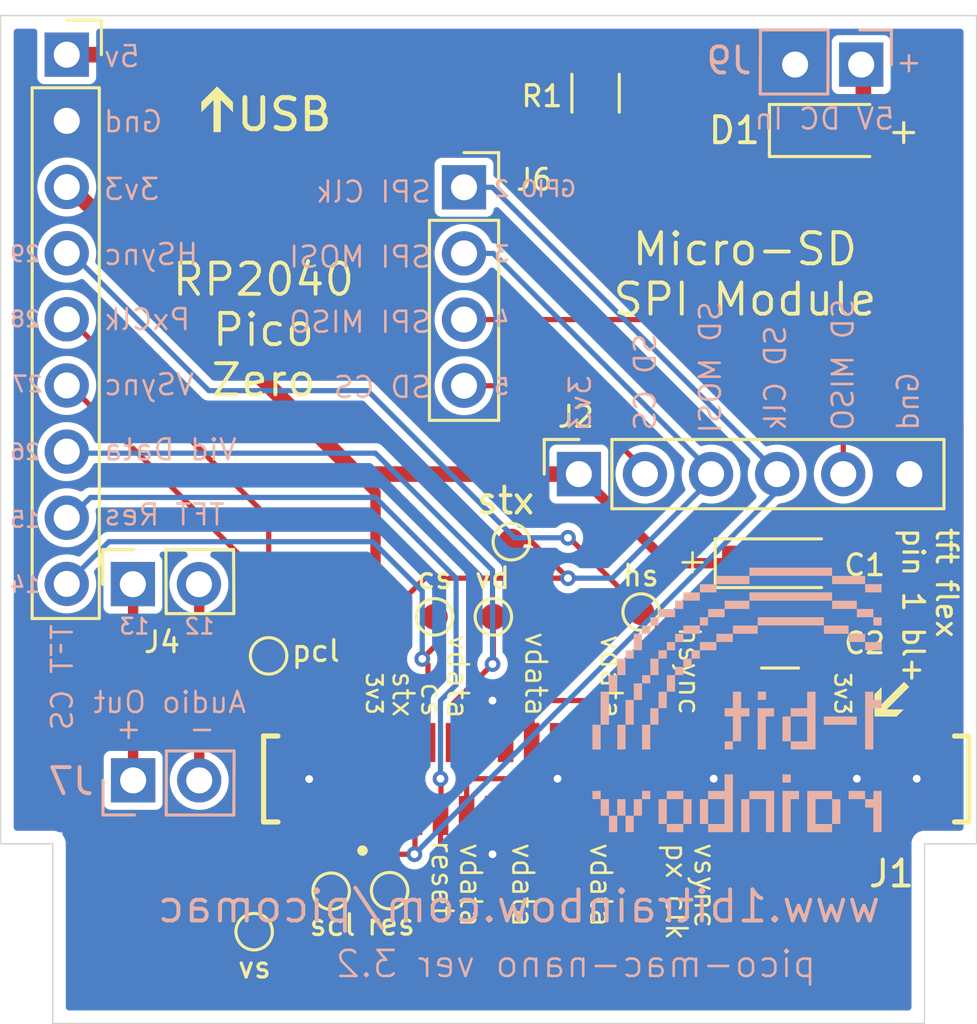
<source format=kicad_pcb>
(kicad_pcb (version 20240108) (generator "pcbnew") (generator_version "8.0")
  (layers (0 "F.Cu" signal) (31 "B.Cu" signal) (34 "B.Paste" user) (35 "F.Paste" user) (36 "B.SilkS" user "B.Silkscreen") (37 "F.SilkS" user "F.Silkscreen") (38 "B.Mask" user) (39 "F.Mask" user) (44 "Edge.Cuts" user))
  (net 0 "")
  (gr_poly (pts (xy 124.40426 79.26113) (xy 123.80426 79.26113) (xy 123.80426 80.76113) (xy 124.40426 80.76113)) (fill solid) (layer "F.Cu"))
  (gr_poly (pts (xy 123.40426 79.26113) (xy 122.80426 79.26113) (xy 122.80426 80.76113) (xy 123.40426 80.76113)) (fill solid) (layer "F.Cu"))
  (gr_circle (center 110.49662 73.88391) (end 110.99662 73.88391) (fill solid) (layer "F.Cu"))
  (gr_poly (pts (xy 118.855 55.04) (xy 117.155 55.04) (xy 117.155 56.74) (xy 118.855 56.74)) (fill solid) (layer "F.Cu"))
  (gr_poly (pts (xy 117.90426 76.46113) (xy 117.30426 76.46113) (xy 117.30426 77.96113) (xy 117.90426 77.96113)) (fill solid) (layer "F.Cu"))
  (gr_poly (pts (xy 131.90426 76.46113) (xy 131.30426 76.46113) (xy 131.30426 77.96113) (xy 131.90426 77.96113)) (fill solid) (layer "F.Cu"))
  (gr_circle (center 116.88037 72.38517) (end 117.38037 72.38517) (fill solid) (layer "F.Cu"))
  (gr_poly (pts (xy 120.40426 79.26113) (xy 119.80426 79.26113) (xy 119.80426 80.76113) (xy 120.40426 80.76113)) (fill solid) (layer "F.Cu"))
  (gr_poly (pts (xy 132.14778 74.3394) (xy 132.17205 74.3358) (xy 132.19585 74.32984) (xy 132.21895 74.32157) (xy 132.24113 74.31108) (xy 132.26217 74.29847) (xy 132.28188 74.28385) (xy 132.30006 74.26738) (xy 132.31653 74.2492) (xy 132.33115 74.22949) (xy 132.34376 74.20845) (xy 132.35425 74.18627) (xy 132.36252 74.16317) (xy 132.36848 74.13937) (xy 132.37208 74.1151) (xy 132.37328 74.0906) (xy 132.37328 72.7906) (xy 132.37208 72.7661) (xy 132.36848 72.74183) (xy 132.36252 72.71803) (xy 132.35425 72.69493) (xy 132.34376 72.67275) (xy 132.33115 72.65171) (xy 132.31653 72.632) (xy 132.30006 72.61382) (xy 132.28188 72.59735) (xy 132.26217 72.58273) (xy 132.24113 72.57012) (xy 132.21895 72.55963) (xy 132.19585 72.55136) (xy 132.17205 72.5454) (xy 132.14778 72.5418) (xy 132.12328 72.5406) (xy 131.29828 72.5406) (xy 131.27378 72.5418) (xy 131.24951 72.5454) (xy 131.22571 72.55136) (xy 131.20261 72.55963) (xy 131.18043 72.57012) (xy 131.15939 72.58273) (xy 131.13968 72.59735) (xy 131.1215 72.61382) (xy 131.10503 72.632) (xy 131.09041 72.65171) (xy 131.0778 72.67275) (xy 131.06731 72.69493) (xy 131.05904 72.71803) (xy 131.05308 72.74183) (xy 131.04948 72.7661) (xy 131.04828 72.7906) (xy 131.04828 74.0906) (xy 131.04948 74.1151) (xy 131.05308 74.13937) (xy 131.05904 74.16317) (xy 131.06731 74.18627) (xy 131.0778 74.20845) (xy 131.09041 74.22949) (xy 131.10503 74.2492) (xy 131.1215 74.26738) (xy 131.13968 74.28385) (xy 131.15939 74.29847) (xy 131.18043 74.31108) (xy 131.20261 74.32157) (xy 131.22571 74.32984) (xy 131.24951 74.3358) (xy 131.27378 74.3394) (xy 131.29828 74.3406) (xy 132.12328 74.3406)) (fill solid) (layer "F.Cu"))
  (gr_poly (pts (xy 121.40426 79.26113) (xy 120.80426 79.26113) (xy 120.80426 80.76113) (xy 121.40426 80.76113)) (fill solid) (layer "F.Cu"))
  (gr_poly (pts (xy 130.40426 79.26113) (xy 129.80426 79.26113) (xy 129.80426 80.76113) (xy 130.40426 80.76113)) (fill solid) (layer "F.Cu"))
  (gr_circle (center 118.005 58.43) (end 118.855 58.43) (fill solid) (layer "F.Cu"))
  (gr_circle (center 135.1168 66.90405) (end 135.9668 66.90405) (fill solid) (layer "F.Cu"))
  (gr_poly (pts (xy 134.11673 50.3293) (xy 132.41673 50.3293) (xy 132.41673 52.0293) (xy 134.11673 52.0293)) (fill solid) (layer "F.Cu"))
  (gr_circle (center 130.72673 51.1793) (end 131.57673 51.1793) (fill solid) (layer "F.Cu"))
  (gr_poly (pts (xy 123.2668 66.05405) (xy 121.5668 66.05405) (xy 121.5668 67.75405) (xy 123.2668 67.75405)) (fill solid) (layer "F.Cu"))
  (gr_poly (pts (xy 127.40426 79.26113) (xy 126.80426 79.26113) (xy 126.80426 80.76113) (xy 127.40426 80.76113)) (fill solid) (layer "F.Cu"))
  (gr_poly (pts (xy 129.26778 70.9994) (xy 129.29205 70.9958) (xy 129.31585 70.98984) (xy 129.33895 70.98157) (xy 129.36113 70.97108) (xy 129.38217 70.95847) (xy 129.40188 70.94385) (xy 129.42006 70.92738) (xy 129.43653 70.9092) (xy 129.45115 70.88949) (xy 129.46376 70.86845) (xy 129.47425 70.84627) (xy 129.48252 70.82317) (xy 129.48848 70.79937) (xy 129.49208 70.7751) (xy 129.49328 70.7506) (xy 129.49328 69.9006) (xy 129.49208 69.8761) (xy 129.48848 69.85183) (xy 129.48252 69.82803) (xy 129.47425 69.80493) (xy 129.46376 69.78275) (xy 129.45115 69.76171) (xy 129.43653 69.742) (xy 129.42006 69.72382) (xy 129.40188 69.70735) (xy 129.38217 69.69273) (xy 129.36113 69.68012) (xy 129.33895 69.66963) (xy 129.31585 69.66136) (xy 129.29205 69.6554) (xy 129.26778 69.6518) (xy 129.24328 69.6506) (xy 128.16828 69.6506) (xy 128.14378 69.6518) (xy 128.11951 69.6554) (xy 128.09571 69.66136) (xy 128.07261 69.66963) (xy 128.05043 69.68012) (xy 128.02939 69.69273) (xy 128.00968 69.70735) (xy 127.9915 69.72382) (xy 127.97503 69.742) (xy 127.96041 69.76171) (xy 127.9478 69.78275) (xy 127.93731 69.80493) (xy 127.92904 69.82803) (xy 127.92308 69.85183) (xy 127.91948 69.8761) (xy 127.91828 69.9006) (xy 127.91828 70.7506) (xy 127.91948 70.7751) (xy 127.92308 70.79937) (xy 127.92904 70.82317) (xy 127.93731 70.84627) (xy 127.9478 70.86845) (xy 127.96041 70.88949) (xy 127.97503 70.9092) (xy 127.9915 70.92738) (xy 128.00968 70.94385) (xy 128.02939 70.95847) (xy 128.05043 70.97108) (xy 128.07261 70.98157) (xy 128.09571 70.98984) (xy 128.11951 70.9958) (xy 128.14378 70.9994) (xy 128.16828 71.0006) (xy 129.24328 71.0006)) (fill solid) (layer "F.Cu"))
  (gr_poly (pts (xy 106.13 70.28055) (xy 104.43 70.28055) (xy 104.43 71.98055) (xy 106.13 71.98055)) (fill solid) (layer "F.Cu"))
  (gr_poly (pts (xy 123.90426 76.46113) (xy 123.30426 76.46113) (xy 123.30426 77.96113) (xy 123.90426 77.96113)) (fill solid) (layer "F.Cu"))
  (gr_circle (center 102.74 68.58) (end 103.59 68.58) (fill solid) (layer "F.Cu"))
  (gr_poly (pts (xy 124.90426 76.46113) (xy 124.30426 76.46113) (xy 124.30426 77.96113) (xy 124.90426 77.96113)) (fill solid) (layer "F.Cu"))
  (gr_poly (pts (xy 136.45689 76.81078) (xy 134.45689 76.81078) (xy 134.45689 80.41078) (xy 136.45689 80.41078)) (fill solid) (layer "F.Cu"))
  (gr_poly (pts (xy 113.22641 76.81493) (xy 111.22641 76.81493) (xy 111.22641 80.41493) (xy 113.22641 80.41493)) (fill solid) (layer "F.Cu"))
  (gr_poly (pts (xy 119.90426 76.46113) (xy 119.30426 76.46113) (xy 119.30426 77.96113) (xy 119.90426 77.96113)) (fill solid) (layer "F.Cu"))
  (gr_poly (pts (xy 120.90426 76.46113) (xy 120.30426 76.46113) (xy 120.30426 77.96113) (xy 120.90426 77.96113)) (fill solid) (layer "F.Cu"))
  (gr_poly (pts (xy 128.40426 79.26113) (xy 127.80426 79.26113) (xy 127.80426 80.76113) (xy 128.40426 80.76113)) (fill solid) (layer "F.Cu"))
  (gr_poly (pts (xy 133.40426 79.26113) (xy 132.80426 79.26113) (xy 132.80426 80.76113) (xy 133.40426 80.76113)) (fill solid) (layer "F.Cu"))
  (gr_circle (center 107.82 71.13055) (end 108.67 71.13055) (fill solid) (layer "F.Cu"))
  (gr_poly (pts (xy 122.40426 79.26113) (xy 121.80426 79.26113) (xy 121.80426 80.76113) (xy 122.40426 80.76113)) (fill solid) (layer "F.Cu"))
  (gr_circle (center 115.14673 82.90016) (end 115.64673 82.90016) (fill solid) (layer "F.Cu"))
  (gr_circle (center 102.74 71.12) (end 103.59 71.12) (fill solid) (layer "F.Cu"))
  (gr_circle (center 102.74 60.96) (end 103.59 60.96) (fill solid) (layer "F.Cu"))
  (gr_circle (center 132.5768 66.90405) (end 133.4268 66.90405) (fill solid) (layer "F.Cu"))
  (gr_circle (center 112.05361 78.61469) (end 112.35361 78.61469) (fill solid) (layer "F.Cu"))
  (gr_poly (pts (xy 132.14278 70.9994) (xy 132.16705 70.9958) (xy 132.19085 70.98984) (xy 132.21395 70.98157) (xy 132.23613 70.97108) (xy 132.25717 70.95847) (xy 132.27688 70.94385) (xy 132.29506 70.92738) (xy 132.31153 70.9092) (xy 132.32615 70.88949) (xy 132.33876 70.86845) (xy 132.34925 70.84627) (xy 132.35752 70.82317) (xy 132.36348 70.79937) (xy 132.36708 70.7751) (xy 132.36828 70.7506) (xy 132.36828 69.9006) (xy 132.36708 69.8761) (xy 132.36348 69.85183) (xy 132.35752 69.82803) (xy 132.34925 69.80493) (xy 132.33876 69.78275) (xy 132.32615 69.76171) (xy 132.31153 69.742) (xy 132.29506 69.72382) (xy 132.27688 69.70735) (xy 132.25717 69.69273) (xy 132.23613 69.68012) (xy 132.21395 69.66963) (xy 132.19085 69.66136) (xy 132.16705 69.6554) (xy 132.14278 69.6518) (xy 132.11828 69.6506) (xy 131.04328 69.6506) (xy 131.01878 69.6518) (xy 130.99451 69.6554) (xy 130.97071 69.66136) (xy 130.94761 69.66963) (xy 130.92543 69.68012) (xy 130.90439 69.69273) (xy 130.88468 69.70735) (xy 130.8665 69.72382) (xy 130.85003 69.742) (xy 130.83541 69.76171) (xy 130.8228 69.78275) (xy 130.81231 69.80493) (xy 130.80404 69.82803) (xy 130.79808 69.85183) (xy 130.79448 69.8761) (xy 130.79328 69.9006) (xy 130.79328 70.7506) (xy 130.79448 70.7751) (xy 130.79808 70.79937) (xy 130.80404 70.82317) (xy 130.81231 70.84627) (xy 130.8228 70.86845) (xy 130.83541 70.88949) (xy 130.85003 70.9092) (xy 130.8665 70.92738) (xy 130.88468 70.94385) (xy 130.90439 70.95847) (xy 130.92543 70.97108) (xy 130.94761 70.98157) (xy 130.97071 70.98984) (xy 130.99451 70.9958) (xy 131.01878 70.9994) (xy 131.04328 71.0006) (xy 132.11828 71.0006)) (fill solid) (layer "F.Cu"))
  (gr_poly (pts (xy 114.90426 76.46113) (xy 114.30426 76.46113) (xy 114.30426 77.96113) (xy 114.90426 77.96113)) (fill solid) (layer "F.Cu"))
  (gr_circle (center 118.005 63.51) (end 118.855 63.51) (fill solid) (layer "F.Cu"))
  (gr_poly (pts (xy 125.90426 76.46113) (xy 125.30426 76.46113) (xy 125.30426 77.96113) (xy 125.90426 77.96113)) (fill solid) (layer "F.Cu"))
  (gr_circle (center 119.13187 72.38517) (end 119.63187 72.38517) (fill solid) (layer "F.Cu"))
  (gr_poly (pts (xy 121.90426 76.46113) (xy 121.30426 76.46113) (xy 121.30426 77.96113) (xy 121.90426 77.96113)) (fill solid) (layer "F.Cu"))
  (gr_poly (pts (xy 129.40426 79.26113) (xy 128.80426 79.26113) (xy 128.80426 80.76113) (xy 129.40426 80.76113)) (fill solid) (layer "F.Cu"))
  (gr_poly (pts (xy 118.40426 79.26113) (xy 117.80426 79.26113) (xy 117.80426 80.76113) (xy 118.40426 80.76113)) (fill solid) (layer "F.Cu"))
  (gr_circle (center 118.005 60.97) (end 118.855 60.97) (fill solid) (layer "F.Cu"))
  (gr_poly (pts (xy 131.40426 79.26113) (xy 130.80426 79.26113) (xy 130.80426 80.76113) (xy 131.40426 80.76113)) (fill solid) (layer "F.Cu"))
  (gr_circle (center 112.9 82.92) (end 113.4 82.92) (fill solid) (layer "F.Cu"))
  (gr_poly (pts (xy 114.40426 79.26113) (xy 113.80426 79.26113) (xy 113.80426 80.76113) (xy 114.40426 80.76113)) (fill solid) (layer "F.Cu"))
  (gr_circle (center 102.74 66.04) (end 103.59 66.04) (fill solid) (layer "F.Cu"))
  (gr_poly (pts (xy 132.40426 79.26113) (xy 131.80426 79.26113) (xy 131.80426 80.76113) (xy 132.40426 80.76113)) (fill solid) (layer "F.Cu"))
  (gr_poly (pts (xy 129.90426 76.46113) (xy 129.30426 76.46113) (xy 129.30426 77.96113) (xy 129.90426 77.96113)) (fill solid) (layer "F.Cu"))
  (gr_circle (center 127.4968 66.90405) (end 128.3468 66.90405) (fill solid) (layer "F.Cu"))
  (gr_poly (pts (xy 130.8745 54.2588) (xy 130.89877 54.2552) (xy 130.92257 54.24924) (xy 130.94567 54.24097) (xy 130.96785 54.23048) (xy 130.98889 54.21787) (xy 131.0086 54.20325) (xy 131.02678 54.18678) (xy 131.04325 54.1686) (xy 131.05787 54.14889) (xy 131.07048 54.12785) (xy 131.08097 54.10567) (xy 131.08924 54.08257) (xy 131.0952 54.05877) (xy 131.0988 54.0345) (xy 131.1 54.01) (xy 131.1 53.41) (xy 131.0988 53.3855) (xy 131.0952 53.36123) (xy 131.08924 53.33743) (xy 131.08097 53.31433) (xy 131.07048 53.29215) (xy 131.05787 53.27111) (xy 131.04325 53.2514) (xy 131.02678 53.23322) (xy 131.0086 53.21675) (xy 130.98889 53.20213) (xy 130.96785 53.18952) (xy 130.94567 53.17903) (xy 130.92257 53.17076) (xy 130.89877 53.1648) (xy 130.8745 53.1612) (xy 130.85 53.16) (xy 130.25 53.16) (xy 130.2255 53.1612) (xy 130.20123 53.1648) (xy 130.17743 53.17076) (xy 130.15433 53.17903) (xy 130.13215 53.18952) (xy 130.11111 53.20213) (xy 130.0914 53.21675) (xy 130.07322 53.23322) (xy 130.05675 53.2514) (xy 130.04213 53.27111) (xy 130.02952 53.29215) (xy 130.01903 53.31433) (xy 130.01076 53.33743) (xy 130.0048 53.36123) (xy 130.0012 53.3855) (xy 130 53.41) (xy 130 54.01) (xy 130.0012 54.0345) (xy 130.0048 54.05877) (xy 130.01076 54.08257) (xy 130.01903 54.10567) (xy 130.02952 54.12785) (xy 130.04213 54.14889) (xy 130.05675 54.1686) (xy 130.07322 54.18678) (xy 130.0914 54.20325) (xy 130.11111 54.21787) (xy 130.13215 54.23048) (xy 130.15433 54.24097) (xy 130.17743 54.24924) (xy 130.20123 54.2552) (xy 130.2255 54.2588) (xy 130.25 54.26) (xy 130.85 54.26)) (fill solid) (layer "F.Cu"))
  (gr_circle (center 119.82252 69.50075) (end 120.32252 69.50075) (fill solid) (layer "F.Cu"))
  (gr_circle (center 102.74 58.42) (end 103.59 58.42) (fill solid) (layer "F.Cu"))
  (gr_poly (pts (xy 126.90426 76.46113) (xy 126.30426 76.46113) (xy 126.30426 77.96113) (xy 126.90426 77.96113)) (fill solid) (layer "F.Cu"))
  (gr_poly (pts (xy 103.59 49.95) (xy 101.89 49.95) (xy 101.89 51.65) (xy 103.59 51.65)) (fill solid) (layer "F.Cu"))
  (gr_circle (center 107.83074 78.66424) (end 108.68074 78.66424) (fill solid) (layer "F.Cu"))
  (gr_poly (pts (xy 122.90426 76.46113) (xy 122.30426 76.46113) (xy 122.30426 77.96113) (xy 122.90426 77.96113)) (fill solid) (layer "F.Cu"))
  (gr_poly (pts (xy 126.40426 79.26113) (xy 125.80426 79.26113) (xy 125.80426 80.76113) (xy 126.40426 80.76113)) (fill solid) (layer "F.Cu"))
  (gr_poly (pts (xy 123.7095 54.30257) (xy 123.73377 54.29897) (xy 123.75757 54.29301) (xy 123.78067 54.28474) (xy 123.80285 54.27425) (xy 123.82389 54.26164) (xy 123.8436 54.24702) (xy 123.86178 54.23055) (xy 123.87825 54.21237) (xy 123.89287 54.19266) (xy 123.90548 54.17162) (xy 123.91597 54.14944) (xy 123.92424 54.12634) (xy 123.9302 54.10254) (xy 123.9338 54.07827) (xy 123.935 54.05377) (xy 123.935 53.42877) (xy 123.9338 53.40427) (xy 123.9302 53.38) (xy 123.92424 53.3562) (xy 123.91597 53.3331) (xy 123.90548 53.31092) (xy 123.89287 53.28988) (xy 123.87825 53.27017) (xy 123.86178 53.25199) (xy 123.8436 53.23552) (xy 123.82389 53.2209) (xy 123.80285 53.20829) (xy 123.78067 53.1978) (xy 123.75757 53.18953) (xy 123.73377 53.18357) (xy 123.7095 53.17997) (xy 123.685 53.17877) (xy 122.435 53.17877) (xy 122.4105 53.17997) (xy 122.38623 53.18357) (xy 122.36243 53.18953) (xy 122.33933 53.1978) (xy 122.31715 53.20829) (xy 122.29611 53.2209) (xy 122.2764 53.23552) (xy 122.25822 53.25199) (xy 122.24175 53.27017) (xy 122.22713 53.28988) (xy 122.21452 53.31092) (xy 122.20403 53.3331) (xy 122.19576 53.3562) (xy 122.1898 53.38) (xy 122.1862 53.40427) (xy 122.185 53.42877) (xy 122.185 54.05377) (xy 122.1862 54.07827) (xy 122.1898 54.10254) (xy 122.19576 54.12634) (xy 122.20403 54.14944) (xy 122.21452 54.17162) (xy 122.22713 54.19266) (xy 122.24175 54.21237) (xy 122.25822 54.23055) (xy 122.2764 54.24702) (xy 122.29611 54.26164) (xy 122.31715 54.27425) (xy 122.33933 54.28474) (xy 122.36243 54.29301) (xy 122.38623 54.29897) (xy 122.4105 54.30257) (xy 122.435 54.30377) (xy 123.685 54.30377)) (fill solid) (layer "F.Cu"))
  (gr_poly (pts (xy 133.90426 76.46113) (xy 133.30426 76.46113) (xy 133.30426 77.96113) (xy 133.90426 77.96113)) (fill solid) (layer "F.Cu"))
  (gr_poly (pts (xy 118.90426 76.46113) (xy 118.30426 76.46113) (xy 118.30426 77.96113) (xy 118.90426 77.96113)) (fill solid) (layer "F.Cu"))
  (gr_circle (center 124.9568 66.90405) (end 125.8068 66.90405) (fill solid) (layer "F.Cu"))
  (gr_poly (pts (xy 117.40426 79.26113) (xy 116.80426 79.26113) (xy 116.80426 80.76113) (xy 117.40426 80.76113)) (fill solid) (layer "F.Cu"))
  (gr_poly (pts (xy 115.90426 76.46113) (xy 115.30426 76.46113) (xy 115.30426 77.96113) (xy 115.90426 77.96113)) (fill solid) (layer "F.Cu"))
  (gr_poly (pts (xy 116.40426 79.26113) (xy 115.80426 79.26113) (xy 115.80426 80.76113) (xy 116.40426 80.76113)) (fill solid) (layer "F.Cu"))
  (gr_poly (pts (xy 115.40426 79.26113) (xy 114.80426 79.26113) (xy 114.80426 80.76113) (xy 115.40426 80.76113)) (fill solid) (layer "F.Cu"))
  (gr_poly (pts (xy 116.90426 76.46113) (xy 116.30426 76.46113) (xy 116.30426 77.96113) (xy 116.90426 77.96113)) (fill solid) (layer "F.Cu"))
  (gr_poly (pts (xy 128.90426 76.46113) (xy 128.30426 76.46113) (xy 128.30426 77.96113) (xy 128.90426 77.96113)) (fill solid) (layer "F.Cu"))
  (gr_poly (pts (xy 129.02278 74.3394) (xy 129.04705 74.3358) (xy 129.07085 74.32984) (xy 129.09395 74.32157) (xy 129.11613 74.31108) (xy 129.13717 74.29847) (xy 129.15688 74.28385) (xy 129.17506 74.26738) (xy 129.19153 74.2492) (xy 129.20615 74.22949) (xy 129.21876 74.20845) (xy 129.22925 74.18627) (xy 129.23752 74.16317) (xy 129.24348 74.13937) (xy 129.24708 74.1151) (xy 129.24828 74.0906) (xy 129.24828 72.7906) (xy 129.24708 72.7661) (xy 129.24348 72.74183) (xy 129.23752 72.71803) (xy 129.22925 72.69493) (xy 129.21876 72.67275) (xy 129.20615 72.65171) (xy 129.19153 72.632) (xy 129.17506 72.61382) (xy 129.15688 72.59735) (xy 129.13717 72.58273) (xy 129.11613 72.57012) (xy 129.09395 72.55963) (xy 129.07085 72.55136) (xy 129.04705 72.5454) (xy 129.02278 72.5418) (xy 128.99828 72.5406) (xy 128.17328 72.5406) (xy 128.14878 72.5418) (xy 128.12451 72.5454) (xy 128.10071 72.55136) (xy 128.07761 72.55963) (xy 128.05543 72.57012) (xy 128.03439 72.58273) (xy 128.01468 72.59735) (xy 127.9965 72.61382) (xy 127.98003 72.632) (xy 127.96541 72.65171) (xy 127.9528 72.67275) (xy 127.94231 72.69493) (xy 127.93404 72.71803) (xy 127.92808 72.74183) (xy 127.92448 72.7661) (xy 127.92328 72.7906) (xy 127.92328 74.0906) (xy 127.92448 74.1151) (xy 127.92808 74.13937) (xy 127.93404 74.16317) (xy 127.94231 74.18627) (xy 127.9528 74.20845) (xy 127.96541 74.22949) (xy 127.98003 74.2492) (xy 127.9965 74.26738) (xy 128.01468 74.28385) (xy 128.03439 74.29847) (xy 128.05543 74.31108) (xy 128.07761 74.32157) (xy 128.10071 74.32984) (xy 128.12451 74.3358) (xy 128.14878 74.3394) (xy 128.17328 74.3406) (xy 128.99828 74.3406)) (fill solid) (layer "F.Cu"))
  (gr_poly (pts (xy 119.40426 79.26113) (xy 118.80426 79.26113) (xy 118.80426 80.76113) (xy 119.40426 80.76113)) (fill solid) (layer "F.Cu"))
  (gr_poly (pts (xy 106.14074 77.81424) (xy 104.44074 77.81424) (xy 104.44074 79.51424) (xy 106.14074 79.51424)) (fill solid) (layer "F.Cu"))
  (gr_circle (center 102.74 63.5) (end 103.59 63.5) (fill solid) (layer "F.Cu"))
  (gr_poly (pts (xy 125.40426 79.26113) (xy 124.80426 79.26113) (xy 124.80426 80.76113) (xy 125.40426 80.76113)) (fill solid) (layer "F.Cu"))
  (gr_poly (pts (xy 132.90426 76.46113) (xy 132.30426 76.46113) (xy 132.30426 77.96113) (xy 132.90426 77.96113)) (fill solid) (layer "F.Cu"))
  (gr_circle (center 102.74 53.34) (end 103.59 53.34) (fill solid) (layer "F.Cu"))
  (gr_poly (pts (xy 130.90426 76.46113) (xy 130.30426 76.46113) (xy 130.30426 77.96113) (xy 130.90426 77.96113)) (fill solid) (layer "F.Cu"))
  (gr_poly (pts (xy 127.90426 76.46113) (xy 127.30426 76.46113) (xy 127.30426 77.96113) (xy 127.90426 77.96113)) (fill solid) (layer "F.Cu"))
  (gr_circle (center 109.94089 84.47413) (end 110.44089 84.47413) (fill solid) (layer "F.Cu"))
  (gr_poly (pts (xy 123.7095 51.37757) (xy 123.73377 51.37397) (xy 123.75757 51.36801) (xy 123.78067 51.35974) (xy 123.80285 51.34925) (xy 123.82389 51.33664) (xy 123.8436 51.32202) (xy 123.86178 51.30555) (xy 123.87825 51.28737) (xy 123.89287 51.26766) (xy 123.90548 51.24662) (xy 123.91597 51.22444) (xy 123.92424 51.20134) (xy 123.9302 51.17754) (xy 123.9338 51.15327) (xy 123.935 51.12877) (xy 123.935 50.50377) (xy 123.9338 50.47927) (xy 123.9302 50.455) (xy 123.92424 50.4312) (xy 123.91597 50.4081) (xy 123.90548 50.38592) (xy 123.89287 50.36488) (xy 123.87825 50.34517) (xy 123.86178 50.32699) (xy 123.8436 50.31052) (xy 123.82389 50.2959) (xy 123.80285 50.28329) (xy 123.78067 50.2728) (xy 123.75757 50.26453) (xy 123.73377 50.25857) (xy 123.7095 50.25497) (xy 123.685 50.25377) (xy 122.435 50.25377) (xy 122.4105 50.25497) (xy 122.38623 50.25857) (xy 122.36243 50.26453) (xy 122.33933 50.2728) (xy 122.31715 50.28329) (xy 122.29611 50.2959) (xy 122.2764 50.31052) (xy 122.25822 50.32699) (xy 122.24175 50.34517) (xy 122.22713 50.36488) (xy 122.21452 50.38592) (xy 122.20403 50.4081) (xy 122.19576 50.4312) (xy 122.1898 50.455) (xy 122.1862 50.47927) (xy 122.185 50.50377) (xy 122.185 51.12877) (xy 122.1862 51.15327) (xy 122.1898 51.17754) (xy 122.19576 51.20134) (xy 122.20403 51.22444) (xy 122.21452 51.24662) (xy 122.22713 51.26766) (xy 122.24175 51.28737) (xy 122.25822 51.30555) (xy 122.2764 51.32202) (xy 122.29611 51.33664) (xy 122.31715 51.34925) (xy 122.33933 51.35974) (xy 122.36243 51.36801) (xy 122.38623 51.37397) (xy 122.4105 51.37757) (xy 122.435 51.37877) (xy 123.685 51.37877)) (fill solid) (layer "F.Cu"))
  (gr_circle (center 130.0368 66.90405) (end 130.8868 66.90405) (fill solid) (layer "F.Cu"))
  (gr_circle (center 124.81119 72.20179) (end 125.31119 72.20179) (fill solid) (layer "F.Cu"))
  (gr_circle (center 102.74 55.88) (end 103.59 55.88) (fill solid) (layer "F.Cu"))
  (gr_poly (pts (xy 133.6745 54.2588) (xy 133.69877 54.2552) (xy 133.72257 54.24924) (xy 133.74567 54.24097) (xy 133.76785 54.23048) (xy 133.78889 54.21787) (xy 133.8086 54.20325) (xy 133.82678 54.18678) (xy 133.84325 54.1686) (xy 133.85787 54.14889) (xy 133.87048 54.12785) (xy 133.88097 54.10567) (xy 133.88924 54.08257) (xy 133.8952 54.05877) (xy 133.8988 54.0345) (xy 133.9 54.01) (xy 133.9 53.41) (xy 133.8988 53.3855) (xy 133.8952 53.36123) (xy 133.88924 53.33743) (xy 133.88097 53.31433) (xy 133.87048 53.29215) (xy 133.85787 53.27111) (xy 133.84325 53.2514) (xy 133.82678 53.23322) (xy 133.8086 53.21675) (xy 133.78889 53.20213) (xy 133.76785 53.18952) (xy 133.74567 53.17903) (xy 133.72257 53.17076) (xy 133.69877 53.1648) (xy 133.6745 53.1612) (xy 133.65 53.16) (xy 133.05 53.16) (xy 133.0255 53.1612) (xy 133.00123 53.1648) (xy 132.97743 53.17076) (xy 132.95433 53.17903) (xy 132.93215 53.18952) (xy 132.91111 53.20213) (xy 132.8914 53.21675) (xy 132.87322 53.23322) (xy 132.85675 53.2514) (xy 132.84213 53.27111) (xy 132.82952 53.29215) (xy 132.81903 53.31433) (xy 132.81076 53.33743) (xy 132.8048 53.36123) (xy 132.8012 53.3855) (xy 132.8 53.41) (xy 132.8 54.01) (xy 132.8012 54.0345) (xy 132.8048 54.05877) (xy 132.81076 54.08257) (xy 132.81903 54.10567) (xy 132.82952 54.12785) (xy 132.84213 54.14889) (xy 132.85675 54.1686) (xy 132.87322 54.18678) (xy 132.8914 54.20325) (xy 132.91111 54.21787) (xy 132.93215 54.23048) (xy 132.95433 54.24097) (xy 132.97743 54.24924) (xy 133.00123 54.2552) (xy 133.0255 54.2588) (xy 133.05 54.26) (xy 133.65 54.26)) (fill solid) (layer "F.Cu"))
  (gr_circle (center 102.74 58.42) (end 103.59 58.42) (fill solid) (layer "B.Cu"))
  (gr_poly (pts (xy 106.14074 77.81424) (xy 104.44074 77.81424) (xy 104.44074 79.51424) (xy 106.14074 79.51424)) (fill solid) (layer "B.Cu"))
  (gr_circle (center 102.74 55.88) (end 103.59 55.88) (fill solid) (layer "B.Cu"))
  (gr_poly (pts (xy 106.13 70.28055) (xy 104.43 70.28055) (xy 104.43 71.98055) (xy 106.13 71.98055)) (fill solid) (layer "B.Cu"))
  (gr_circle (center 130.72673 51.1793) (end 131.57673 51.1793) (fill solid) (layer "B.Cu"))
  (gr_circle (center 118.005 58.43) (end 118.855 58.43) (fill solid) (layer "B.Cu"))
  (gr_circle (center 130.0368 66.90405) (end 130.8868 66.90405) (fill solid) (layer "B.Cu"))
  (gr_circle (center 124.9568 66.90405) (end 125.8068 66.90405) (fill solid) (layer "B.Cu"))
  (gr_circle (center 107.82 71.13055) (end 108.67 71.13055) (fill solid) (layer "B.Cu"))
  (gr_poly (pts (xy 103.59 49.95) (xy 101.89 49.95) (xy 101.89 51.65) (xy 103.59 51.65)) (fill solid) (layer "B.Cu"))
  (gr_circle (center 132.5768 66.90405) (end 133.4268 66.90405) (fill solid) (layer "B.Cu"))
  (gr_circle (center 102.74 53.34) (end 103.59 53.34) (fill solid) (layer "B.Cu"))
  (gr_circle (center 102.74 63.5) (end 103.59 63.5) (fill solid) (layer "B.Cu"))
  (gr_circle (center 118.005 60.97) (end 118.855 60.97) (fill solid) (layer "B.Cu"))
  (gr_poly (pts (xy 101.55254 49.82019) (xy 101.59829 49.87299) (xy 101.6095 49.9245) (xy 101.6095 51.69188) (xy 101.61222 51.71533) (xy 101.61222 51.71534) (xy 101.65458 51.81127) (xy 101.72873 51.88542) (xy 101.82467 51.92778) (xy 101.84812 51.9305) (xy 103.63188 51.9305) (xy 103.65533 51.92778) (xy 103.75127 51.88542) (xy 103.82542 51.81127) (xy 103.86778 51.71533) (xy 103.8705 51.69188) (xy 103.8705 50.28742) (xy 132.13623 50.28742) (xy 132.13623 52.07118) (xy 132.13895 52.09463) (xy 132.13895 52.09464) (xy 132.18131 52.19057) (xy 132.25546 52.26472) (xy 132.35139 52.30708) (xy 132.37485 52.3098) (xy 134.15861 52.3098) (xy 134.18206 52.30708) (xy 134.27799 52.26472) (xy 134.35215 52.19057) (xy 134.39451 52.09463) (xy 134.39723 52.07118) (xy 134.39723 50.28742) (xy 134.39451 50.26397) (xy 134.35215 50.16803) (xy 134.27799 50.09388) (xy 134.18206 50.05152) (xy 134.15861 50.0488) (xy 132.37485 50.0488) (xy 132.37484 50.0488) (xy 132.35139 50.05152) (xy 132.25546 50.09388) (xy 132.18131 50.16803) (xy 132.13895 50.26397) (xy 132.13623 50.28742) (xy 103.8705 50.28742) (xy 103.8705 49.9245) (xy 103.89019 49.85746) (xy 103.94299 49.81171) (xy 103.9945 49.8005) (xy 137.0755 49.8005) (xy 137.14254 49.82019) (xy 137.18829 49.87299) (xy 137.1995 49.9245) (xy 137.1995 80.4755) (xy 137.17982 80.54254) (xy 137.12701 80.58829) (xy 137.0755 80.5995) (xy 135.63411 80.5995) (xy 135.50681 80.63361) (xy 135.39269 80.6995) (xy 135.39268 80.6995) (xy 135.2995 80.79268) (xy 135.2995 80.79269) (xy 135.23361 80.90681) (xy 135.1995 81.03411) (xy 135.1995 87.3755) (xy 135.17982 87.44254) (xy 135.12701 87.48829) (xy 135.0755 87.4995) (xy 102.8245 87.4995) (xy 102.75746 87.47982) (xy 102.71171 87.42701) (xy 102.7005 87.3755) (xy 102.7005 81.42358) (xy 115.5195 81.42358) (xy 115.5195 81.57642) (xy 115.55906 81.72407) (xy 115.63548 81.85644) (xy 115.74357 81.96452) (xy 115.87594 82.04094) (xy 116.02358 82.0805) (xy 116.17642 82.0805) (xy 116.32407 82.04094) (xy 116.45644 81.96452) (xy 116.56452 81.85644) (xy 116.64094 81.72407) (xy 116.6805 81.57642) (xy 116.6805 81.50897) (xy 116.70019 81.44193) (xy 116.71682 81.42129) (xy 123.35761 74.7805) (xy 130.07088 68.06722) (xy 130.1322 68.03374) (xy 130.13916 68.03243) (xy 130.19718 68.02324) (xy 130.30153 68.00672) (xy 130.47076 67.95173) (xy 130.62931 67.87095) (xy 130.77327 67.76635) (xy 130.8991 67.64053) (xy 131.00369 67.49657) (xy 131.08448 67.33802) (xy 131.13947 67.16878) (xy 131.1436 67.14266) (xy 131.1673 66.99303) (xy 131.1673 66.81508) (xy 131.4463 66.81508) (xy 131.4463 66.99303) (xy 131.47414 67.16878) (xy 131.52913 67.33802) (xy 131.58593 67.4495) (xy 131.60991 67.49657) (xy 131.71451 67.64053) (xy 131.84033 67.76635) (xy 131.98429 67.87095) (xy 132.0592 67.90911) (xy 132.14284 67.95173) (xy 132.23356 67.9812) (xy 132.31208 68.00672) (xy 132.48783 68.03455) (xy 132.66578 68.03455) (xy 132.84153 68.00672) (xy 132.8946 67.98947) (xy 133.01076 67.95173) (xy 133.16931 67.87095) (xy 133.31327 67.76635) (xy 133.4391 67.64053) (xy 133.54369 67.49657) (xy 133.62448 67.33802) (xy 133.67947 67.16878) (xy 133.6836 67.14266) (xy 133.7073 66.99303) (xy 133.7073 66.81508) (xy 133.67947 66.63933) (xy 133.63966 66.51682) (xy 133.62448 66.47009) (xy 133.57626 66.37546) (xy 133.54369 66.31154) (xy 133.4391 66.16758) (xy 133.31327 66.04176) (xy 133.16931 65.93716) (xy 133.01077 65.85638) (xy 132.84153 65.80139) (xy 132.66578 65.77355) (xy 132.48783 65.77355) (xy 132.31208 65.80139) (xy 132.14284 65.85638) (xy 131.98429 65.93716) (xy 131.84033 66.04176) (xy 131.71451 66.16758) (xy 131.60991 66.31154) (xy 131.52913 66.47009) (xy 131.47414 66.63933) (xy 131.4463 66.81508) (xy 131.1673 66.81508) (xy 131.13947 66.63933) (xy 131.09966 66.51682) (xy 131.08448 66.47009) (xy 131.03626 66.37546) (xy 131.00369 66.31154) (xy 130.8991 66.16758) (xy 130.77327 66.04176) (xy 130.62931 65.93716) (xy 130.47077 65.85638) (xy 130.30153 65.80139) (xy 130.12578 65.77355) (xy 129.94783 65.77355) (xy 129.77208 65.80139) (xy 129.77207 65.80139) (xy 129.6688 65.83495) (xy 129.59896 65.83694) (xy 129.5428 65.8047) (xy 119.32363 55.58553) (xy 119.32363 55.58552) (xy 119.23687 55.53543) (xy 119.2274 55.5329) (xy 119.16774 55.49653) (xy 119.13722 55.43368) (xy 119.1355 55.41312) (xy 119.1355 54.99812) (xy 119.13278 54.97467) (xy 119.09042 54.87873) (xy 119.01627 54.80458) (xy 118.92033 54.76222) (xy 118.89688 54.7595) (xy 117.11312 54.7595) (xy 117.08967 54.76222) (xy 117.08966 54.76222) (xy 116.99373 54.80458) (xy 116.91958 54.87873) (xy 116.87722 54.97466) (xy 116.87722 54.97467) (xy 116.8745 54.99812) (xy 116.8745 56.78188) (xy 116.87722 56.80533) (xy 116.87722 56.80534) (xy 116.91958 56.90127) (xy 116.99373 56.97542) (xy 117.08967 57.01778) (xy 117.11312 57.0205) (xy 118.89688 57.0205) (xy 118.92033 57.01778) (xy 119.01627 56.97542) (xy 119.09042 56.90127) (xy 119.13278 56.80533) (xy 119.1355 56.78188) (xy 119.1355 56.77297) (xy 119.15519 56.70593) (xy 119.20799 56.66018) (xy 119.27715 56.65023) (xy 119.3407 56.67926) (xy 119.34718 56.68529) (xy 128.97364 66.31175) (xy 129.00713 66.37307) (xy 129.00214 66.44277) (xy 128.99645 66.45572) (xy 128.98913 66.4701) (xy 128.93414 66.63932) (xy 128.93414 66.63933) (xy 128.9063 66.81508) (xy 128.9063 66.99303) (xy 128.93414 67.16878) (xy 128.98913 67.33802) (xy 129.06991 67.49657) (xy 129.17451 67.64053) (xy 129.21026 67.67627) (xy 129.24374 67.7376) (xy 129.23876 67.80729) (xy 129.21026 67.85164) (xy 116.17871 80.88318) (xy 116.11739 80.91667) (xy 116.09103 80.9195) (xy 116.02358 80.9195) (xy 115.87594 80.95906) (xy 115.87593 80.95906) (xy 115.74357 81.03548) (xy 115.74356 81.03549) (xy 115.63549 81.14356) (xy 115.63548 81.14357) (xy 115.55906 81.27593) (xy 115.55906 81.27594) (xy 115.5195 81.42358) (xy 102.7005 81.42358) (xy 102.7005 81.03411) (xy 102.66639 80.90681) (xy 102.6005 80.79269) (xy 102.6005 80.79268) (xy 102.59555 80.78624) (xy 102.59819 80.78421) (xy 102.57213 80.73648) (xy 102.56931 80.70834) (xy 102.57 80.66) (xy 102.47212 80.66) (xy 102.41012 80.64339) (xy 102.39319 80.63361) (xy 102.30832 80.61087) (xy 102.26589 80.5995) (xy 100.8245 80.5995) (xy 100.75746 80.57982) (xy 100.71171 80.52701) (xy 100.7005 80.4755) (xy 100.7005 77.77236) (xy 104.16024 77.77236) (xy 104.16024 79.55612) (xy 104.16296 79.57958) (xy 104.18572 79.63113) (xy 104.20532 79.67551) (xy 104.27947 79.74966) (xy 104.3754 79.79202) (xy 104.39886 79.79474) (xy 106.18261 79.79474) (xy 106.18262 79.79474) (xy 106.20607 79.79202) (xy 106.302 79.74966) (xy 106.37616 79.67551) (xy 106.41851 79.57958) (xy 106.42124 79.55612) (xy 106.42124 78.57527) (xy 106.70024 78.57527) (xy 106.70024 78.75322) (xy 106.72807 78.92897) (xy 106.78306 79.09821) (xy 106.86384 79.25675) (xy 106.96844 79.40071) (xy 107.09426 79.52654) (xy 107.23822 79.63113) (xy 107.31313 79.6693) (xy 107.39677 79.71192) (xy 107.48749 79.74139) (xy 107.56601 79.76691) (xy 107.74176 79.79474) (xy 107.91971 79.79474) (xy 108.09546 79.76691) (xy 108.14854 79.74966) (xy 108.2647 79.71192) (xy 108.42325 79.63113) (xy 108.56721 79.52654) (xy 108.69303 79.40071) (xy 108.79763 79.25675) (xy 108.87841 79.0982) (xy 108.9334 78.92897) (xy 108.96124 78.75322) (xy 108.96124 78.57527) (xy 108.9334 78.39952) (xy 108.87841 78.23028) (xy 108.82963 78.13455) (xy 108.79763 78.07173) (xy 108.69303 77.92777) (xy 108.56721 77.80195) (xy 108.42325 77.69735) (xy 108.2647 77.61657) (xy 108.09546 77.56158) (xy 107.91971 77.53374) (xy 107.74176 77.53374) (xy 107.56601 77.56158) (xy 107.39677 77.61657) (xy 107.23822 77.69735) (xy 107.09426 77.80195) (xy 106.96844 77.92777) (xy 106.86384 78.07173) (xy 106.78306 78.23028) (xy 106.72807 78.39952) (xy 106.70024 78.57527) (xy 106.42124 78.57527) (xy 106.42124 77.77236) (xy 106.41851 77.74891) (xy 106.37616 77.65298) (xy 106.302 77.57882) (xy 106.26295 77.56158) (xy 106.20607 77.53646) (xy 106.18262 77.53374) (xy 104.39886 77.53374) (xy 104.39885 77.53374) (xy 104.3754 77.53646) (xy 104.27947 77.57882) (xy 104.20532 77.65298) (xy 104.16296 77.74891) (xy 104.16024 77.77236) (xy 100.7005 77.77236) (xy 100.7005 71.03102) (xy 101.6095 71.03102) (xy 101.6095 71.20898) (xy 101.63734 71.38473) (xy 101.69233 71.55397) (xy 101.70692 71.58261) (xy 101.77311 71.71251) (xy 101.8777 71.85647) (xy 102.00353 71.9823) (xy 102.14749 72.08689) (xy 102.16819 72.09744) (xy 102.30603 72.16767) (xy 102.30604 72.16767) (xy 102.30604 72.16768) (xy 102.39675 72.19715) (xy 102.47527 72.22266) (xy 102.65102 72.2505) (xy 102.65103 72.2505) (xy 102.82898 72.2505) (xy 103.00473 72.22266) (xy 103.02533 72.21597) (xy 103.17396 72.16768) (xy 103.33251 72.08689) (xy 103.47647 71.9823) (xy 103.6023 71.85647) (xy 103.70689 71.71251) (xy 103.78768 71.55396) (xy 103.84266 71.38473) (xy 103.84587 71.36451) (xy 103.8705 71.20898) (xy 103.8705 71.03102) (xy 103.84266 70.85527) (xy 103.80948 70.75313) (xy 103.79261 70.70124) (xy 103.79062 70.6314) (xy 103.82286 70.57525) (xy 103.93782 70.46029) (xy 103.99914 70.4268) (xy 104.06883 70.43179) (xy 104.12477 70.47366) (xy 104.14918 70.53912) (xy 104.1495 70.54797) (xy 104.1495 72.02243) (xy 104.15222 72.04588) (xy 104.17499 72.09744) (xy 104.19458 72.14182) (xy 104.26873 72.21597) (xy 104.36467 72.25833) (xy 104.38812 72.26105) (xy 106.17188 72.26105) (xy 106.19533 72.25833) (xy 106.29127 72.21597) (xy 106.36542 72.14182) (xy 106.40778 72.04588) (xy 106.4105 72.02243) (xy 106.4105 70.23867) (xy 106.40778 70.21522) (xy 106.36542 70.11928) (xy 106.33832 70.09218) (xy 106.30483 70.03086) (xy 106.30982 69.96117) (xy 106.35169 69.90523) (xy 106.41715 69.88082) (xy 106.426 69.8805) (xy 107.26672 69.8805) (xy 107.33376 69.90019) (xy 107.37951 69.95299) (xy 107.38946 70.02215) (xy 107.36043 70.0857) (xy 107.32302 70.11499) (xy 107.22749 70.16366) (xy 107.08353 70.26825) (xy 106.9577 70.39408) (xy 106.85311 70.53804) (xy 106.77233 70.69658) (xy 106.71734 70.86582) (xy 106.6895 71.04157) (xy 106.6895 71.21953) (xy 106.71734 71.39528) (xy 106.77233 71.56451) (xy 106.79498 71.60897) (xy 106.85311 71.72306) (xy 106.9577 71.86702) (xy 107.08353 71.99285) (xy 107.22749 72.09744) (xy 107.3024 72.13561) (xy 107.38603 72.17822) (xy 107.38604 72.17822) (xy 107.38604 72.17823) (xy 107.47675 72.2077) (xy 107.55527 72.23321) (xy 107.73102 72.26105) (xy 107.73103 72.26105) (xy 107.90898 72.26105) (xy 108.08473 72.23321) (xy 108.1378 72.21597) (xy 108.25396 72.17823) (xy 108.41251 72.09744) (xy 108.55647 71.99285) (xy 108.6823 71.86702) (xy 108.78689 71.72306) (xy 108.86768 71.56451) (xy 108.92266 71.39528) (xy 108.92434 71.38473) (xy 108.9505 71.21953) (xy 108.9505 71.04157) (xy 108.92266 70.86582) (xy 108.86767 70.69658) (xy 108.80585 70.57524) (xy 108.78689 70.53804) (xy 108.6823 70.39408) (xy 108.55647 70.26825) (xy 108.41251 70.16366) (xy 108.31699 70.11499) (xy 108.26619 70.06701) (xy 108.24939 69.99919) (xy 108.27193 69.93305) (xy 108.32665 69.8896) (xy 108.37328 69.8805) (xy 114.29103 69.8805) (xy 114.35807 69.90019) (xy 114.37871 69.91682) (xy 115.98318 71.52129) (xy 116.01667 71.58261) (xy 116.0195 71.60897) (xy 116.0195 73.50819) (xy 115.99982 73.57523) (xy 115.98318 73.59587) (xy 115.93549 73.64356) (xy 115.93548 73.64357) (xy 115.85906 73.77593) (xy 115.85906 73.77594) (xy 115.8195 73.92358) (xy 115.8195 74.07642) (xy 115.85906 74.22407) (xy 115.93548 74.35644) (xy 116.04357 74.46452) (xy 116.17594 74.54094) (xy 116.32358 74.5805) (xy 116.47642 74.5805) (xy 116.62407 74.54094) (xy 116.75644 74.46452) (xy 116.86452 74.35644) (xy 116.94094 74.22407) (xy 116.9805 74.07642) (xy 116.9805 73.92358) (xy 116.94094 73.77594) (xy 116.86452 73.64357) (xy 116.81682 73.59587) (xy 116.78333 73.53455) (xy 116.7805 73.50819) (xy 116.7805 71.34991) (xy 116.75457 71.25313) (xy 116.70448 71.16637) (xy 116.63363 71.09552) (xy 114.73363 69.19552) (xy 114.69025 69.17048) (xy 114.64687 69.14543) (xy 114.55009 69.1195) (xy 104.41009 69.1195) (xy 104.30991 69.1195) (xy 104.21313 69.14543) (xy 104.12637 69.19552) (xy 104.12637 69.19553) (xy 103.28476 70.03713) (xy 103.22343 70.07062) (xy 103.15876 70.06738) (xy 103.09026 70.04513) (xy 103.00473 70.01734) (xy 102.82898 69.9895) (xy 102.82897 69.9895) (xy 102.65103 69.9895) (xy 102.65102 69.9895) (xy 102.47527 70.01734) (xy 102.30603 70.07233) (xy 102.14749 70.15311) (xy 102.00353 70.2577) (xy 101.8777 70.38353) (xy 101.77311 70.52749) (xy 101.69233 70.68603) (xy 101.63734 70.85527) (xy 101.6095 71.03102) (xy 100.7005 71.03102) (xy 100.7005 68.49102) (xy 101.6095 68.49102) (xy 101.6095 68.66898) (xy 101.63734 68.84473) (xy 101.69233 69.01397) (xy 101.77311 69.17251) (xy 101.8777 69.31647) (xy 102.00353 69.4423) (xy 102.14749 69.54689) (xy 102.20082 69.57406) (xy 102.30603 69.62767) (xy 102.30604 69.62767) (xy 102.30604 69.62768) (xy 102.38852 69.65448) (xy 102.47527 69.68266) (xy 102.65102 69.7105) (xy 102.65103 69.7105) (xy 102.82898 69.7105) (xy 103.00473 69.68266) (xy 103.17396 69.62768) (xy 103.33251 69.54689) (xy 103.47647 69.4423) (xy 103.6023 69.31647) (xy 103.70689 69.17251) (xy 103.78768 69.01396) (xy 103.84266 68.84473) (xy 103.84831 68.80906) (xy 103.8705 68.66898) (xy 103.8705 68.49102) (xy 103.84403 68.3239) (xy 103.85299 68.2546) (xy 103.89798 68.20115) (xy 103.96473 68.18051) (xy 103.9665 68.1805) (xy 114.39103 68.1805) (xy 114.45807 68.20019) (xy 114.47871 68.21682) (xy 117.28318 71.02129) (xy 117.31667 71.08261) (xy 117.3195 71.10897) (xy 117.3195 74.79103) (xy 117.29982 74.85807) (xy 117.28318 74.87871) (xy 116.79553 75.36637) (xy 116.79552 75.36637) (xy 116.74543 75.45313) (xy 116.7195 75.54991) (xy 116.7195 78.10819) (xy 116.69982 78.17523) (xy 116.68318 78.19587) (xy 116.63549 78.24356) (xy 116.63548 78.24357) (xy 116.55906 78.37593) (xy 116.55906 78.37594) (xy 116.5195 78.52358) (xy 116.5195 78.67642) (xy 116.55906 78.82407) (xy 116.63548 78.95644) (xy 116.74357 79.06452) (xy 116.87594 79.14094) (xy 117.02358 79.1805) (xy 117.17642 79.1805) (xy 117.32407 79.14094) (xy 117.45644 79.06452) (xy 117.56452 78.95644) (xy 117.64094 78.82407) (xy 117.6805 78.67642) (xy 117.6805 78.52358) (xy 117.64094 78.37594) (xy 117.56452 78.24357) (xy 117.51682 78.19587) (xy 117.48333 78.13455) (xy 117.4805 78.10819) (xy 117.4805 75.80897) (xy 117.50019 75.74193) (xy 117.51682 75.72129) (xy 117.6882 75.54991) (xy 118.00448 75.23363) (xy 118.05457 75.14687) (xy 118.0805 75.05009) (xy 118.0805 74.94991) (xy 118.0805 70.84991) (xy 118.05457 70.75313) (xy 118.00448 70.66637) (xy 118.00447 70.66637) (xy 114.83363 67.49552) (xy 114.79025 67.47048) (xy 114.74687 67.44543) (xy 114.65009 67.4195) (xy 103.7001 67.4195) (xy 103.59991 67.4195) (xy 103.50313 67.44543) (xy 103.41637 67.49553) (xy 103.37387 67.53802) (xy 103.31255 67.5715) (xy 103.24286 67.56652) (xy 103.2299 67.56082) (xy 103.17397 67.53233) (xy 103.00473 67.47734) (xy 102.82898 67.4495) (xy 102.82897 67.4495) (xy 102.65103 67.4495) (xy 102.65102 67.4495) (xy 102.47527 67.47734) (xy 102.30603 67.53233) (xy 102.14749 67.61311) (xy 102.00353 67.7177) (xy 101.8777 67.84353) (xy 101.77311 67.98749) (xy 101.69233 68.14603) (xy 101.63734 68.31527) (xy 101.6095 68.49102) (xy 100.7005 68.49102) (xy 100.7005 65.95102) (xy 101.6095 65.95102) (xy 101.6095 66.12898) (xy 101.63734 66.30473) (xy 101.69233 66.47397) (xy 101.73015 66.54821) (xy 101.77311 66.63251) (xy 101.8777 66.77647) (xy 102.00353 66.9023) (xy 102.14749 67.00689) (xy 102.2224 67.04506) (xy 102.30603 67.08767) (xy 102.30604 67.08767) (xy 102.30604 67.08768) (xy 102.39675 67.11715) (xy 102.47527 67.14266) (xy 102.65102 67.1705) (xy 102.65103 67.1705) (xy 102.82898 67.1705) (xy 103.00473 67.14266) (xy 103.17396 67.08768) (xy 103.33251 67.00689) (xy 103.47647 66.9023) (xy 103.6023 66.77647) (xy 103.70689 66.63251) (xy 103.74985 66.54821) (xy 103.79782 66.49741) (xy 103.86033 66.4805) (xy 114.39103 66.4805) (xy 114.45807 66.50019) (xy 114.47871 66.51682) (xy 118.68318 70.72129) (xy 118.71667 70.78261) (xy 118.7195 70.80897) (xy 118.7195 73.70819) (xy 118.69982 73.77523) (xy 118.68318 73.79587) (xy 118.63549 73.84356) (xy 118.63548 73.84357) (xy 118.55906 73.97593) (xy 118.55906 73.97594) (xy 118.5195 74.12358) (xy 118.5195 74.27642) (xy 118.55906 74.42407) (xy 118.63548 74.55644) (xy 118.74357 74.66452) (xy 118.87594 74.74094) (xy 119.02358 74.7805) (xy 119.17642 74.7805) (xy 119.32407 74.74094) (xy 119.45644 74.66452) (xy 119.56452 74.55644) (xy 119.64094 74.42407) (xy 119.6805 74.27642) (xy 119.6805 74.12358) (xy 119.64094 73.97594) (xy 119.56452 73.84357) (xy 119.51682 73.79587) (xy 119.48333 73.73455) (xy 119.4805 73.70819) (xy 119.4805 70.54991) (xy 119.4788 70.54357) (xy 119.45457 70.45313) (xy 119.40448 70.36637) (xy 119.40447 70.36637) (xy 114.83363 65.79552) (xy 114.79025 65.77048) (xy 114.74687 65.74543) (xy 114.65009 65.7195) (xy 103.91463 65.7195) (xy 103.84759 65.69982) (xy 103.80184 65.64701) (xy 103.7967 65.63382) (xy 103.78767 65.60603) (xy 103.70689 65.44749) (xy 103.6023 65.30353) (xy 103.47647 65.1777) (xy 103.33251 65.07311) (xy 103.17397 64.99233) (xy 103.00473 64.93734) (xy 102.82898 64.9095) (xy 102.82897 64.9095) (xy 102.65103 64.9095) (xy 102.65102 64.9095) (xy 102.47527 64.93734) (xy 102.30603 64.99233) (xy 102.14749 65.07311) (xy 102.00353 65.1777) (xy 101.8777 65.30353) (xy 101.77311 65.44749) (xy 101.69233 65.60603) (xy 101.63734 65.77527) (xy 101.6095 65.95102) (xy 100.7005 65.95102) (xy 100.7005 63.41102) (xy 101.6095 63.41102) (xy 101.6095 63.58898) (xy 101.63734 63.76473) (xy 101.69233 63.93397) (xy 101.76699 64.0805) (xy 101.77311 64.09251) (xy 101.8777 64.23647) (xy 102.00353 64.3623) (xy 102.14749 64.46689) (xy 102.2224 64.50506) (xy 102.30603 64.54767) (xy 102.30604 64.54767) (xy 102.30604 64.54768) (xy 102.33681 64.55767) (xy 102.47527 64.60266) (xy 102.65102 64.6305) (xy 102.65103 64.6305) (xy 102.82898 64.6305) (xy 103.00473 64.60266) (xy 103.17396 64.54768) (xy 103.33251 64.46689) (xy 103.47647 64.3623) (xy 103.6023 64.23647) (xy 103.70689 64.09251) (xy 103.78768 63.93396) (xy 103.84266 63.76473) (xy 103.8705 63.58898) (xy 103.8705 63.41102) (xy 103.84266 63.23527) (xy 103.79093 63.07604) (xy 103.78768 63.06604) (xy 103.78767 63.06604) (xy 103.78767 63.06603) (xy 103.71199 62.91749) (xy 103.70689 62.90749) (xy 103.6023 62.76353) (xy 103.47647 62.6377) (xy 103.33251 62.53311) (xy 103.17397 62.45233) (xy 103.00473 62.39734) (xy 102.82898 62.3695) (xy 102.82897 62.3695) (xy 102.65103 62.3695) (xy 102.65102 62.3695) (xy 102.47527 62.39734) (xy 102.30603 62.45233) (xy 102.14749 62.53311) (xy 102.00353 62.6377) (xy 101.8777 62.76353) (xy 101.77311 62.90749) (xy 101.69233 63.06603) (xy 101.63734 63.23527) (xy 101.6095 63.41102) (xy 100.7005 63.41102) (xy 100.7005 60.87102) (xy 101.6095 60.87102) (xy 101.6095 61.04898) (xy 101.63734 61.22473) (xy 101.69233 61.39397) (xy 101.77311 61.55251) (xy 101.8777 61.69647) (xy 102.00353 61.8223) (xy 102.14749 61.92689) (xy 102.2224 61.96506) (xy 102.30603 62.00767) (xy 102.30604 62.00767) (xy 102.30604 62.00768) (xy 102.33681 62.01767) (xy 102.47527 62.06266) (xy 102.65102 62.0905) (xy 102.65103 62.0905) (xy 102.82898 62.0905) (xy 103.00473 62.06266) (xy 103.17396 62.00768) (xy 103.33251 61.92689) (xy 103.47647 61.8223) (xy 103.6023 61.69647) (xy 103.70689 61.55251) (xy 103.78768 61.39396) (xy 103.84266 61.22473) (xy 103.8705 61.04898) (xy 103.8705 60.87102) (xy 103.84266 60.69527) (xy 103.79093 60.53604) (xy 103.78768 60.52604) (xy 103.78767 60.52604) (xy 103.78767 60.52603) (xy 103.71199 60.37749) (xy 103.70689 60.36749) (xy 103.6023 60.22353) (xy 103.47647 60.0977) (xy 103.33251 59.99311) (xy 103.17397 59.91233) (xy 103.00473 59.85734) (xy 102.82898 59.8295) (xy 102.82897 59.8295) (xy 102.65103 59.8295) (xy 102.65102 59.8295) (xy 102.47527 59.85734) (xy 102.30603 59.91233) (xy 102.14749 59.99311) (xy 102.00353 60.0977) (xy 101.8777 60.22353) (xy 101.77311 60.36749) (xy 101.69233 60.52603) (xy 101.63734 60.69527) (xy 101.6095 60.87102) (xy 100.7005 60.87102) (xy 100.7005 58.33102) (xy 101.6095 58.33102) (xy 101.6095 58.50898) (xy 101.63734 58.68473) (xy 101.69233 58.85397) (xy 101.76774 59.00197) (xy 101.77311 59.01251) (xy 101.8777 59.15647) (xy 102.00353 59.2823) (xy 102.14749 59.38689) (xy 102.21698 59.4223) (xy 102.30603 59.46767) (xy 102.30604 59.46767) (xy 102.30604 59.46768) (xy 102.33681 59.47767) (xy 102.47527 59.52266) (xy 102.65102 59.5505) (xy 102.65103 59.5505) (xy 102.82898 59.5505) (xy 103.00473 59.52266) (xy 103.17396 59.46768) (xy 103.26302 59.4223) (xy 103.33169 59.4094) (xy 103.39643 59.43568) (xy 103.40699 59.4451) (xy 107.96637 64.00448) (xy 108.05313 64.05457) (xy 108.14991 64.0805) (xy 108.2501 64.0805) (xy 114.09103 64.0805) (xy 114.15807 64.10019) (xy 114.17871 64.11682) (xy 119.64552 69.58363) (xy 119.71637 69.65448) (xy 119.80313 69.70457) (xy 119.89991 69.7305) (xy 121.50819 69.7305) (xy 121.57523 69.75019) (xy 121.59587 69.76682) (xy 121.64357 69.81452) (xy 121.77594 69.89094) (xy 121.92358 69.9305) (xy 122.07642 69.9305) (xy 122.22407 69.89094) (xy 122.35644 69.81452) (xy 122.46452 69.70644) (xy 122.54094 69.57407) (xy 122.5805 69.42642) (xy 122.5805 69.27358) (xy 122.54094 69.12594) (xy 122.46452 68.99357) (xy 122.35644 68.88548) (xy 122.22407 68.80906) (xy 122.07642 68.7695) (xy 121.92358 68.7695) (xy 121.77594 68.80906) (xy 121.77593 68.80906) (xy 121.64357 68.88548) (xy 121.64356 68.88549) (xy 121.59587 68.93318) (xy 121.53455 68.96667) (xy 121.50819 68.9695) (xy 120.15897 68.9695) (xy 120.09193 68.94982) (xy 120.07129 68.93318) (xy 117.15028 66.01217) (xy 121.2863 66.01217) (xy 121.2863 67.79594) (xy 121.28902 67.81939) (xy 121.31179 67.87095) (xy 121.33138 67.91532) (xy 121.40554 67.98947) (xy 121.50147 68.03183) (xy 121.52492 68.03455) (xy 123.30868 68.03455) (xy 123.33214 68.03183) (xy 123.42807 67.98947) (xy 123.50222 67.91532) (xy 123.54458 67.81939) (xy 123.5473 67.79593) (xy 123.5473 66.81508) (xy 123.8263 66.81508) (xy 123.8263 66.99303) (xy 123.85414 67.16878) (xy 123.90913 67.33802) (xy 123.96593 67.4495) (xy 123.98991 67.49657) (xy 124.09451 67.64053) (xy 124.22033 67.76635) (xy 124.36429 67.87095) (xy 124.4392 67.90911) (xy 124.52284 67.95173) (xy 124.61356 67.9812) (xy 124.69208 68.00672) (xy 124.86783 68.03455) (xy 125.04578 68.03455) (xy 125.22153 68.00672) (xy 125.2746 67.98947) (xy 125.39076 67.95173) (xy 125.54931 67.87095) (xy 125.69327 67.76635) (xy 125.8191 67.64053) (xy 125.92369 67.49657) (xy 126.00448 67.33802) (xy 126.05947 67.16878) (xy 126.0636 67.14266) (xy 126.0873 66.99303) (xy 126.0873 66.81508) (xy 126.05947 66.63933) (xy 126.01966 66.51682) (xy 126.00448 66.47009) (xy 125.95626 66.37546) (xy 125.92369 66.31154) (xy 125.8191 66.16758) (xy 125.69327 66.04176) (xy 125.54931 65.93716) (xy 125.39077 65.85638) (xy 125.22153 65.80139) (xy 125.04578 65.77355) (xy 124.86783 65.77355) (xy 124.69208 65.80139) (xy 124.52284 65.85638) (xy 124.36429 65.93716) (xy 124.22033 66.04176) (xy 124.09451 66.16758) (xy 123.98991 66.31154) (xy 123.90913 66.47009) (xy 123.85414 66.63933) (xy 123.8263 66.81508) (xy 123.5473 66.81508) (xy 123.5473 66.01217) (xy 123.54458 65.98872) (xy 123.50222 65.89279) (xy 123.42807 65.81863) (xy 123.33214 65.77628) (xy 123.30868 65.77355) (xy 121.52492 65.77355) (xy 121.50147 65.77628) (xy 121.40554 65.81863) (xy 121.33138 65.89279) (xy 121.28902 65.98872) (xy 121.2863 66.01217) (xy 117.15028 66.01217) (xy 114.55913 63.42102) (xy 116.8745 63.42102) (xy 116.8745 63.59898) (xy 116.90234 63.77473) (xy 116.95733 63.94397) (xy 117.01368 64.05457) (xy 117.03811 64.10251) (xy 117.1427 64.24647) (xy 117.26853 64.3723) (xy 117.41249 64.47689) (xy 117.4874 64.51506) (xy 117.57103 64.55767) (xy 117.57104 64.55767) (xy 117.57104 64.55768) (xy 117.66175 64.58715) (xy 117.74027 64.61266) (xy 117.91602 64.6405) (xy 117.91603 64.6405) (xy 118.09398 64.6405) (xy 118.26973 64.61266) (xy 118.43896 64.55768) (xy 118.59751 64.47689) (xy 118.74147 64.3723) (xy 118.8673 64.24647) (xy 118.97189 64.10251) (xy 119.05268 63.94396) (xy 119.10766 63.77473) (xy 119.10925 63.76473) (xy 119.1355 63.59898) (xy 119.1355 63.42102) (xy 119.10766 63.24527) (xy 119.05267 63.07603) (xy 118.97189 62.91749) (xy 118.8673 62.77353) (xy 118.74147 62.6477) (xy 118.59751 62.54311) (xy 118.57789 62.53311) (xy 118.43897 62.46233) (xy 118.26973 62.40734) (xy 118.09398 62.3795) (xy 118.09397 62.3795) (xy 117.91603 62.3795) (xy 117.91602 62.3795) (xy 117.74027 62.40734) (xy 117.57103 62.46233) (xy 117.41249 62.54311) (xy 117.26853 62.6477) (xy 117.1427 62.77353) (xy 117.03811 62.91749) (xy 116.95733 63.07603) (xy 116.90234 63.24527) (xy 116.8745 63.42102) (xy 114.55913 63.42102) (xy 114.53363 63.39552) (xy 114.49025 63.37048) (xy 114.44687 63.34543) (xy 114.35009 63.3195) (xy 108.40897 63.3195) (xy 108.34193 63.29982) (xy 108.32129 63.28318) (xy 105.91913 60.88102) (xy 116.8745 60.88102) (xy 116.8745 61.05898) (xy 116.90234 61.23473) (xy 116.95733 61.40397) (xy 117.03301 61.55251) (xy 117.03811 61.56251) (xy 117.1427 61.70647) (xy 117.26853 61.8323) (xy 117.41249 61.93689) (xy 117.4874 61.97506) (xy 117.57103 62.01767) (xy 117.57104 62.01767) (xy 117.57104 62.01768) (xy 117.66175 62.04715) (xy 117.74027 62.07266) (xy 117.91602 62.1005) (xy 117.91603 62.1005) (xy 118.09398 62.1005) (xy 118.26973 62.07266) (xy 118.43896 62.01768) (xy 118.59751 61.93689) (xy 118.74147 61.8323) (xy 118.8673 61.70647) (xy 118.97189 61.56251) (xy 119.05268 61.40396) (xy 119.10766 61.23473) (xy 119.10925 61.22473) (xy 119.1355 61.05898) (xy 119.1355 60.88102) (xy 119.10766 60.70527) (xy 119.05267 60.53603) (xy 118.97189 60.37749) (xy 118.8673 60.23353) (xy 118.74147 60.1077) (xy 118.59751 60.00311) (xy 118.57789 59.99311) (xy 118.43897 59.92233) (xy 118.26973 59.86734) (xy 118.09398 59.8395) (xy 118.09397 59.8395) (xy 117.91603 59.8395) (xy 117.91602 59.8395) (xy 117.74027 59.86734) (xy 117.57103 59.92233) (xy 117.41249 60.00311) (xy 117.26853 60.1077) (xy 117.1427 60.23353) (xy 117.03811 60.37749) (xy 116.95733 60.53603) (xy 116.90234 60.70527) (xy 116.8745 60.88102) (xy 105.91913 60.88102) (xy 103.86701 58.8289) (xy 103.83352 58.76758) (xy 103.83676 58.7029) (xy 103.84266 58.68473) (xy 103.85785 58.58886) (xy 103.8705 58.50898) (xy 103.8705 58.34102) (xy 116.8745 58.34102) (xy 116.8745 58.51898) (xy 116.90234 58.69473) (xy 116.95733 58.86397) (xy 117.0096 58.96656) (xy 117.03811 59.02251) (xy 117.1427 59.16647) (xy 117.26853 59.2923) (xy 117.41249 59.39689) (xy 117.46236 59.4223) (xy 117.57103 59.47767) (xy 117.57104 59.47767) (xy 117.57104 59.47768) (xy 117.66175 59.50715) (xy 117.74027 59.53266) (xy 117.91602 59.5605) (xy 117.91603 59.5605) (xy 118.09398 59.5605) (xy 118.26973 59.53266) (xy 118.43896 59.47768) (xy 118.59751 59.39689) (xy 118.74147 59.2923) (xy 118.8673 59.16647) (xy 118.97189 59.02251) (xy 118.97476 59.01857) (xy 118.97623 59.01964) (xy 119.02223 58.978) (xy 119.09116 58.96656) (xy 119.15533 58.9942) (xy 119.16386 59.00197) (xy 122.80959 62.6477) (xy 126.44714 66.28525) (xy 126.48063 66.34658) (xy 126.47565 66.41627) (xy 126.46995 66.42923) (xy 126.44913 66.47009) (xy 126.44913 66.4701) (xy 126.39414 66.63932) (xy 126.39414 66.63933) (xy 126.3663 66.81508) (xy 126.3663 66.99303) (xy 126.39414 67.16878) (xy 126.44913 67.33802) (xy 126.50096 67.43975) (xy 126.51386 67.50842) (xy 126.48758 67.57316) (xy 126.47816 67.58373) (xy 123.57871 70.48318) (xy 123.51739 70.51667) (xy 123.49103 70.5195) (xy 122.49181 70.5195) (xy 122.42477 70.49982) (xy 122.40413 70.48318) (xy 122.35644 70.43549) (xy 122.35644 70.43548) (xy 122.23672 70.36637) (xy 122.22407 70.35906) (xy 122.07642 70.3195) (xy 121.92358 70.3195) (xy 121.77594 70.35906) (xy 121.77593 70.35906) (xy 121.64357 70.43548) (xy 121.64356 70.43549) (xy 121.53549 70.54356) (xy 121.53548 70.54357) (xy 121.45906 70.67593) (xy 121.45906 70.67594) (xy 121.4195 70.82358) (xy 121.4195 70.97642) (xy 121.45906 71.12407) (xy 121.53548 71.25644) (xy 121.64357 71.36452) (xy 121.77594 71.44094) (xy 121.92358 71.4805) (xy 122.07642 71.4805) (xy 122.22407 71.44094) (xy 122.35644 71.36452) (xy 122.40413 71.31682) (xy 122.46546 71.28333) (xy 122.49181 71.2805) (xy 123.75009 71.2805) (xy 123.84687 71.25457) (xy 123.93363 71.20448) (xy 127.10235 68.03575) (xy 127.16367 68.00227) (xy 127.22835 68.00551) (xy 127.23208 68.00672) (xy 127.25329 68.01008) (xy 127.40783 68.03455) (xy 127.58578 68.03455) (xy 127.76153 68.00672) (xy 127.8146 67.98947) (xy 127.93076 67.95173) (xy 128.08931 67.87095) (xy 128.23327 67.76635) (xy 128.3591 67.64053) (xy 128.46369 67.49657) (xy 128.54448 67.33802) (xy 128.59947 67.16878) (xy 128.6036 67.14266) (xy 128.6273 66.99303) (xy 128.6273 66.81508) (xy 128.59947 66.63933) (xy 128.55966 66.51682) (xy 128.54448 66.47009) (xy 128.49626 66.37546) (xy 128.46369 66.31154) (xy 128.3591 66.16758) (xy 128.23327 66.04176) (xy 128.08931 65.93716) (xy 127.93077 65.85638) (xy 127.76153 65.80139) (xy 127.58578 65.77355) (xy 127.40783 65.77355) (xy 127.23208 65.80139) (xy 127.15899 65.82514) (xy 127.08915 65.82713) (xy 127.03299 65.79489) (xy 119.36363 58.12553) (xy 119.36363 58.12552) (xy 119.32025 58.10048) (xy 119.27687 58.07543) (xy 119.18009 58.0495) (xy 119.1559 58.0495) (xy 119.08886 58.02982) (xy 119.04542 57.9818) (xy 118.97189 57.83749) (xy 118.8673 57.69353) (xy 118.74147 57.5677) (xy 118.59751 57.46311) (xy 118.57789 57.45311) (xy 118.43897 57.38233) (xy 118.26973 57.32734) (xy 118.09398 57.2995) (xy 118.09397 57.2995) (xy 117.91603 57.2995) (xy 117.91602 57.2995) (xy 117.74027 57.32734) (xy 117.57103 57.38233) (xy 117.41249 57.46311) (xy 117.26853 57.5677) (xy 117.1427 57.69353) (xy 117.03811 57.83749) (xy 116.95733 57.99603) (xy 116.90234 58.16527) (xy 116.8745 58.34102) (xy 103.8705 58.34102) (xy 103.8705 58.33102) (xy 103.84266 58.15527) (xy 103.79093 57.99604) (xy 103.78768 57.98604) (xy 103.78767 57.98604) (xy 103.78767 57.98603) (xy 103.71199 57.83749) (xy 103.70689 57.82749) (xy 103.6023 57.68353) (xy 103.47647 57.5577) (xy 103.33251 57.45311) (xy 103.17397 57.37233) (xy 103.00473 57.31734) (xy 102.82898 57.2895) (xy 102.82897 57.2895) (xy 102.65103 57.2895) (xy 102.65102 57.2895) (xy 102.47527 57.31734) (xy 102.30603 57.37233) (xy 102.14749 57.45311) (xy 102.00353 57.5577) (xy 101.8777 57.68353) (xy 101.77311 57.82749) (xy 101.69233 57.98603) (xy 101.63734 58.15527) (xy 101.6095 58.33102) (xy 100.7005 58.33102) (xy 100.7005 55.79102) (xy 101.6095 55.79102) (xy 101.6095 55.96898) (xy 101.63734 56.14473) (xy 101.69233 56.31397) (xy 101.77311 56.47251) (xy 101.8777 56.61647) (xy 102.00353 56.7423) (xy 102.14749 56.84689) (xy 102.2224 56.88506) (xy 102.30603 56.92767) (xy 102.30604 56.92767) (xy 102.30604 56.92768) (xy 102.39675 56.95715) (xy 102.47527 56.98266) (xy 102.65102 57.0105) (xy 102.65103 57.0105) (xy 102.82898 57.0105) (xy 103.00473 56.98266) (xy 103.17396 56.92768) (xy 103.33251 56.84689) (xy 103.47647 56.7423) (xy 103.6023 56.61647) (xy 103.70689 56.47251) (xy 103.78768 56.31396) (xy 103.84266 56.14473) (xy 103.8705 55.96898) (xy 103.8705 55.79102) (xy 103.84266 55.61527) (xy 103.78767 55.44603) (xy 103.70689 55.28749) (xy 103.6023 55.14353) (xy 103.47647 55.0177) (xy 103.33251 54.91311) (xy 103.17397 54.83233) (xy 103.00473 54.77734) (xy 102.82898 54.7495) (xy 102.82897 54.7495) (xy 102.65103 54.7495) (xy 102.65102 54.7495) (xy 102.47527 54.77734) (xy 102.30603 54.83233) (xy 102.14749 54.91311) (xy 102.00353 55.0177) (xy 101.8777 55.14353) (xy 101.77311 55.28749) (xy 101.69233 55.44603) (xy 101.63734 55.61527) (xy 101.6095 55.79102) (xy 100.7005 55.79102) (xy 100.7005 49.9245) (xy 100.72019 49.85746) (xy 100.77299 49.81171) (xy 100.8245 49.8005) (xy 101.4855 49.8005)) (fill solid) (layer "B.Cu"))
  (gr_circle (center 135.1168 66.90405) (end 135.9668 66.90405) (fill solid) (layer "B.Cu"))
  (gr_circle (center 102.74 66.04) (end 103.59 66.04) (fill solid) (layer "B.Cu"))
  (gr_poly (pts (xy 134.11673 50.3293) (xy 132.41673 50.3293) (xy 132.41673 52.0293) (xy 134.11673 52.0293)) (fill solid) (layer "B.Cu"))
  (gr_circle (center 112.05361 78.61469) (end 112.35361 78.61469) (fill solid) (layer "B.Cu"))
  (gr_circle (center 102.74 60.96) (end 103.59 60.96) (fill solid) (layer "B.Cu"))
  (gr_circle (center 102.74 71.12) (end 103.59 71.12) (fill solid) (layer "B.Cu"))
  (gr_circle (center 127.4968 66.90405) (end 128.3468 66.90405) (fill solid) (layer "B.Cu"))
  (gr_poly (pts (xy 118.855 55.04) (xy 117.155 55.04) (xy 117.155 56.74) (xy 118.855 56.74)) (fill solid) (layer "B.Cu"))
  (gr_circle (center 102.74 68.58) (end 103.59 68.58) (fill solid) (layer "B.Cu"))
  (gr_poly (pts (xy 123.2668 66.05405) (xy 121.5668 66.05405) (xy 121.5668 67.75405) (xy 123.2668 67.75405)) (fill solid) (layer "B.Cu"))
  (gr_circle (center 118.005 63.51) (end 118.855 63.51) (fill solid) (layer "B.Cu"))
  (gr_circle (center 107.83074 78.66424) (end 108.68074 78.66424) (fill solid) (layer "B.Cu"))
  (gr_line (start 105.80389 52.97099) (end 105.88008 52.9329) (stroke (width 0.1)) (layer "B.SilkS"))
  (gr_line (start 100.68008 68.66623) (end 100.68008 68.80909) (stroke (width 0.1)) (layer "B.SilkS"))
  (gr_line (start 104.92769 61.3329) (end 105.00388 61.2948) (stroke (width 0.1)) (layer "B.SilkS"))
  (gr_line (start 100.99436 68.58051) (end 100.93722 68.55194) (stroke (width 0.1)) (layer "B.SilkS"))
  (gr_line (start 115.36278 55.97575) (end 115.40088 56.01385) (stroke (width 0.1)) (layer "B.SilkS"))
  (gr_line (start 104.62293 66.3329) (end 104.69912 66.2948) (stroke (width 0.1)) (layer "B.SilkS"))
  (gr_line (start 105.38484 50.81385) (end 105.34674 50.77575) (stroke (width 0.1)) (layer "B.SilkS"))
  (gr_line (start 118.22989 84.04534) (end 118.34417 83.9882) (stroke (width 0.15)) (layer "B.SilkS"))
  (gr_line (start 107.67055 66.2948) (end 107.74674 66.3329) (stroke (width 0.1)) (layer "B.SilkS"))
  (gr_poly (pts (xy 133.73265 75.575) (xy 134.04983 75.575) (xy 134.04983 75.8925) (xy 133.7336 75.8925) (xy 133.7336 77.47905) (xy 133.41706 77.47905) (xy 133.41706 75.25782) (xy 133.73265 75.25782)) (fill solid) (layer "B.SilkS"))
  (gr_line (start 105.34674 68.41385) (end 105.30865 68.33766) (stroke (width 0.1)) (layer "B.SilkS"))
  (gr_line (start 115.78183 60.6329) (end 115.47707 60.6329) (stroke (width 0.1)) (layer "B.SilkS"))
  (gr_line (start 115.78183 58.1329) (end 115.47707 58.1329) (stroke (width 0.1)) (layer "B.SilkS"))
  (gr_line (start 105.95627 59.02337) (end 105.99436 59.06147) (stroke (width 0.1)) (layer "B.SilkS"))
  (gr_line (start 127.07099 63.61993) (end 127.0329 63.69612) (stroke (width 0.1)) (layer "B.SilkS"))
  (gr_line (start 100.96579 66.2948) (end 100.90865 66.32337) (stroke (width 0.1)) (layer "B.SilkS"))
  (gr_line (start 119.59436 55.65194) (end 119.53722 55.62337) (stroke (width 0.1)) (layer "B.SilkS"))
  (gr_line (start 113.15326 63.78051) (end 113.15326 63.70432) (stroke (width 0.1)) (layer "B.SilkS"))
  (gr_line (start 127.71861 61.60088) (end 127.7948 61.52469) (stroke (width 0.1)) (layer "B.SilkS"))
  (gr_line (start 127.65846 83.47391) (end 127.65846 83.81677) (stroke (width 0.15)) (layer "B.SilkS"))
  (gr_line (start 109.48703 83.24534) (end 109.3156 83.24534) (stroke (width 0.15)) (layer "B.SilkS"))
  (gr_line (start 100.70865 61.16623) (end 100.68008 61.10909) (stroke (width 0.1)) (layer "B.SilkS"))
  (gr_line (start 104.92769 50.89004) (end 104.92769 51.08051) (stroke (width 0.1)) (layer "B.SilkS"))
  (gr_line (start 104.73722 53.35194) (end 104.69912 53.27575) (stroke (width 0.1)) (layer "B.SilkS"))
  (gr_line (start 110.57275 84.04534) (end 110.68703 83.9882) (stroke (width 0.15)) (layer "B.SilkS"))
  (gr_line (start 110.17275 83.81677) (end 110.22989 83.93106) (stroke (width 0.15)) (layer "B.SilkS"))
  (gr_line (start 101.66579 63.15194) (end 101.60865 63.12337) (stroke (width 0.1)) (layer "B.SilkS"))
  (gr_line (start 115.32469 60.89956) (end 115.36278 60.97575) (stroke (width 0.1)) (layer "B.SilkS"))
  (gr_poly (pts (xy 126.43206 72.08313) (xy 126.11583 72.08313) (xy 126.11583 71.76437) (xy 126.43206 71.76437)) (fill solid) (layer "B.SilkS"))
  (gr_line (start 116.27707 56.4329) (end 116.20088 56.3948) (stroke (width 0.1)) (layer "B.SilkS"))
  (gr_line (start 135.31861 63.21516) (end 135.3948 63.29135) (stroke (width 0.1)) (layer "B.SilkS"))
  (gr_line (start 115.36278 60.97575) (end 115.40088 61.01385) (stroke (width 0.1)) (layer "B.SilkS"))
  (gr_line (start 132.8567 60.73897) (end 132.78051 60.77707) (stroke (width 0.1)) (layer "B.SilkS"))
  (gr_line (start 126.77619 85.50575) (end 126.63333 85.50575) (stroke (width 0.1)) (layer "B.SilkS"))
  (gr_line (start 134.89956 64.20564) (end 134.93766 64.28183) (stroke (width 0.1)) (layer "B.SilkS"))
  (gr_line (start 115.25238 86.1248) (end 115.3 86.07718) (stroke (width 0.1)) (layer "B.SilkS"))
  (gr_line (start 120.68007 56.13766) (end 120.70865 56.02337) (stroke (width 0.1)) (layer "B.SilkS"))
  (gr_line (start 121.14417 84.04534) (end 121.25846 83.9882) (stroke (width 0.15)) (layer "B.SilkS"))
  (gr_line (start 103.37619 79.1072) (end 103.51905 79.15482) (stroke (width 0.15)) (layer "B.SilkS"))
  (gr_line (start 109.29135 75.2329) (end 109.02469 76.0329) (stroke (width 0.1)) (layer "B.SilkS"))
  (gr_line (start 116.58183 60.78528) (end 116.54373 60.70909) (stroke (width 0.1)) (layer "B.SilkS"))
  (gr_line (start 113.19135 63.8567) (end 113.15326 63.78051) (stroke (width 0.1)) (layer "B.SilkS"))
  (gr_line (start 113.99135 56.24242) (end 114.02945 56.09004) (stroke (width 0.1)) (layer "B.SilkS"))
  (gr_line (start 120.74417 83.81677) (end 120.80132 83.93106) (stroke (width 0.15)) (layer "B.SilkS"))
  (gr_line (start 115.78183 56.4329) (end 115.78183 55.6329) (stroke (width 0.1)) (layer "B.SilkS"))
  (gr_line (start 105.91817 66.14242) (end 105.88008 66.06623) (stroke (width 0.1)) (layer "B.SilkS"))
  (gr_line (start 104.31817 58.7948) (end 104.39436 58.8329) (stroke (width 0.1)) (layer "B.SilkS"))
  (gr_line (start 108.05846 83.9882) (end 108.1156 83.87391) (stroke (width 0.15)) (layer "B.SilkS"))
  (gr_line (start 125.58571 86.1248) (end 125.63333 86.02956) (stroke (width 0.1)) (layer "B.SilkS"))
  (gr_line (start 107.76754 75.49956) (end 107.69135 75.53766) (stroke (width 0.1)) (layer "B.SilkS"))
  (gr_line (start 105.6896 56.18051) (end 105.72769 56.2567) (stroke (width 0.1)) (layer "B.SilkS"))
  (gr_line (start 104.54674 61.02813) (end 104.31817 61.3329) (stroke (width 0.1)) (layer "B.SilkS"))
  (gr_line (start 130.82381 85.69623) (end 130.82381 85.98194) (stroke (width 0.1)) (layer "B.SilkS"))
  (gr_line (start 100.96579 60.85194) (end 100.99436 60.82337) (stroke (width 0.1)) (layer "B.SilkS"))
  (gr_line (start 125.2567 62.07231) (end 125.18051 62.1104) (stroke (width 0.1)) (layer "B.SilkS"))
  (gr_line (start 119.59436 63.22337) (end 119.62293 63.50909) (stroke (width 0.1)) (layer "B.SilkS"))
  (gr_line (start 129.99004 61.72945) (end 129.95194 61.65326) (stroke (width 0.1)) (layer "B.SilkS"))
  (gr_poly (pts (xy 123.25457 77.47979) (xy 122.93791 77.47979) (xy 122.93791 76.52729) (xy 123.25425 76.52729)) (fill solid) (layer "B.SilkS"))
  (gr_line (start 127.0329 64.68659) (end 127.07099 64.80088) (stroke (width 0.1)) (layer "B.SilkS"))
  (gr_poly (pts (xy 126.43206 73.35187) (xy 126.11583 73.35187) (xy 126.11583 73.03564) (xy 126.43206 73.03564)) (fill solid) (layer "B.SilkS"))
  (gr_line (start 121.37274 83.81677) (end 121.37274 83.47391) (stroke (width 0.15)) (layer "B.SilkS"))
  (gr_line (start 104.75802 75.91861) (end 104.71992 75.9948) (stroke (width 0.1)) (layer "B.SilkS"))
  (gr_line (start 105.73722 72.56623) (end 105.79436 72.5948) (stroke (width 0.1)) (layer "B.SilkS"))
  (gr_line (start 101.62293 61.22337) (end 101.2515 61.22337) (stroke (width 0.1)) (layer "B.SilkS"))
  (gr_line (start 115.32469 55.78528) (end 115.32469 55.89956) (stroke (width 0.1)) (layer "B.SilkS"))
  (gr_line (start 106.70088 75.49956) (end 106.62469 75.53766) (stroke (width 0.1)) (layer "B.SilkS"))
  (gr_line (start 115.40088 58.51385) (end 115.47707 58.55194) (stroke (width 0.1)) (layer "B.SilkS"))
  (gr_line (start 129.38646 52.30925) (end 129.39673 49.8493) (stroke (width 0.12)) (layer "B.SilkS"))
  (gr_line (start 135.01385 64.31992) (end 135.4329 64.31992) (stroke (width 0.1)) (layer "B.SilkS"))
  (gr_line (start 129.87575 62.60564) (end 129.99004 62.60564) (stroke (width 0.1)) (layer "B.SilkS"))
  (gr_line (start 117.44286 85.55337) (end 117.34762 85.50575) (stroke (width 0.1)) (layer "B.SilkS"))
  (gr_line (start 121.34762 86.17242) (end 121.58571 86.17242) (stroke (width 0.1)) (layer "B.SilkS"))
  (gr_line (start 132.59004 64.16754) (end 132.55194 64.09135) (stroke (width 0.1)) (layer "B.SilkS"))
  (gr_line (start 118.3 85.50575) (end 118.0619 86.17242) (stroke (width 0.1)) (layer "B.SilkS"))
  (gr_line (start 100.99436 60.68051) (end 100.96579 60.65194) (stroke (width 0.1)) (layer "B.SilkS"))
  (gr_line (start 101.28008 65.98051) (end 101.62293 66.32337) (stroke (width 0.1)) (layer "B.SilkS"))
  (gr_line (start 120.4515 55.62337) (end 120.39436 55.65194) (stroke (width 0.1)) (layer "B.SilkS"))
  (gr_line (start 105.08007 63.33766) (end 105.04198 63.41385) (stroke (width 0.1)) (layer "B.SilkS"))
  (gr_line (start 105.42293 55.79956) (end 105.23246 56.3329) (stroke (width 0.1)) (layer "B.SilkS"))
  (gr_line (start 132.17099 63.86278) (end 132.1329 63.93897) (stroke (width 0.1)) (layer "B.SilkS"))
  (gr_line (start 104.47055 55.83766) (end 104.39436 55.87575) (stroke (width 0.1)) (layer "B.SilkS"))
  (gr_line (start 125.14417 83.64534) (end 125.02989 83.5882) (stroke (width 0.15)) (layer "B.SilkS"))
  (gr_line (start 106.96754 75.88051) (end 106.96754 75.65194) (stroke (width 0.1)) (layer "B.SilkS"))
  (gr_line (start 105.91817 53.7329) (end 105.80389 53.6948) (stroke (width 0.1)) (layer "B.SilkS"))
  (gr_line (start 127.37575 64.41993) (end 127.33766 64.38183) (stroke (width 0.1)) (layer "B.SilkS"))
  (gr_line (start 116.58183 58.28528) (end 116.54373 58.20909) (stroke (width 0.1)) (layer "B.SilkS"))
  (gr_line (start 110.22989 83.93106) (end 110.28703 83.9882) (stroke (width 0.15)) (layer "B.SilkS"))
  (gr_line (start 127.0329 61.21993) (end 127.0329 61.4104) (stroke (width 0.1)) (layer "B.SilkS"))
  (gr_line (start 107.74674 65.79956) (end 107.67055 65.83766) (stroke (width 0.1)) (layer "B.SilkS"))
  (gr_line (start 100.70865 58.43766) (end 100.68008 58.38051) (stroke (width 0.1)) (layer "B.SilkS"))
  (gr_line (start 106.37531 63.52813) (end 106.41341 63.49004) (stroke (width 0.1)) (layer "B.SilkS"))
  (gr_line (start 124.5329 64.09135) (end 124.5329 64.16754) (stroke (width 0.1)) (layer "B.SilkS"))
  (gr_line (start 119.44286 86.07718) (end 119.49048 86.1248) (stroke (width 0.1)) (layer "B.SilkS"))
  (gr_poly (pts (xy 128.97142 72.08345) (xy 128.0186 72.08345) (xy 128.0186 71.76468) (xy 128.97142 71.76468)) (fill solid) (layer "B.SilkS"))
  (gr_line (start 108.73722 68.0329) (end 108.28007 68.0329) (stroke (width 0.1)) (layer "B.SilkS"))
  (gr_line (start 104.31817 68.68051) (end 104.35627 68.60432) (stroke (width 0.1)) (layer "B.SilkS"))
  (gr_line (start 104.93722 72.9948) (end 104.99436 73.02337) (stroke (width 0.1)) (layer "B.SilkS"))
  (gr_line (start 131.3 85.55337) (end 131.20476 85.50575) (stroke (width 0.1)) (layer "B.SilkS"))
  (gr_poly (pts (xy 126.74984 74.30509) (xy 126.43234 74.30509) (xy 126.43234 73.98727) (xy 126.74984 73.98727)) (fill solid) (layer "B.SilkS"))
  (gr_line (start 132.28659 53.6329) (end 132.28659 52.8329) (stroke (width 0.1)) (layer "B.SilkS"))
  (gr_line (start 132.17099 64.66278) (end 132.1329 64.73897) (stroke (width 0.1)) (layer "B.SilkS"))
  (gr_line (start 104.62293 68.33766) (end 104.54674 68.29956) (stroke (width 0.1)) (layer "B.SilkS"))
  (gr_line (start 131.86754 53.44242) (end 131.90564 53.51861) (stroke (width 0.1)) (layer "B.SilkS"))
  (gr_line (start 105.88008 52.9329) (end 105.99436 52.9329) (stroke (width 0.1)) (layer "B.SilkS"))
  (gr_poly (pts (xy 125.16102 79.38478) (xy 124.84479 79.38478) (xy 124.84479 79.06855) (xy 125.16102 79.06855)) (fill solid) (layer "B.SilkS"))
  (gr_line (start 105.04198 58.41385) (end 105.04198 58.8329) (stroke (width 0.1)) (layer "B.SilkS"))
  (gr_line (start 133.42945 53.6329) (end 133.16278 52.8329) (stroke (width 0.1)) (layer "B.SilkS"))
  (gr_line (start 120.62293 55.65194) (end 120.56579 55.62337) (stroke (width 0.1)) (layer "B.SilkS"))
  (gr_line (start 100.68008 61.10909) (end 100.68008 60.9948) (stroke (width 0.1)) (layer "B.SilkS"))
  (gr_line (start 113.68659 55.6329) (end 113.57231 55.67099) (stroke (width 0.1)) (layer "B.SilkS"))
  (gr_line (start 124.83766 61.69135) (end 124.76147 61.65326) (stroke (width 0.1)) (layer "B.SilkS"))
  (gr_line (start 116.42945 58.1329) (end 116.23897 58.1329) (stroke (width 0.1)) (layer "B.SilkS"))
  (gr_poly (pts (xy 129.60899 75.57346) (xy 129.29276 75.57346) (xy 129.29276 75.25723) (xy 129.60899 75.25723)) (fill solid) (layer "B.SilkS"))
  (gr_line (start 124.99004 62.03421) (end 124.95194 61.95802) (stroke (width 0.1)) (layer "B.SilkS"))
  (gr_line (start 113.19135 63.62813) (end 113.22945 63.59004) (stroke (width 0.1)) (layer "B.SilkS"))
  (gr_line (start 128.00034 51.0525) (end 127.9051 51.10011) (stroke (width 0.15)) (layer "B.SilkS"))
  (gr_line (start 106.79436 63.7948) (end 106.68008 63.8329) (stroke (width 0.1)) (layer "B.SilkS"))
  (gr_line (start 105.42293 53.27575) (end 105.38484 53.23766) (stroke (width 0.1)) (layer "B.SilkS"))
  (gr_line (start 106.4896 63.8329) (end 106.41341 63.7948) (stroke (width 0.1)) (layer "B.SilkS"))
  (gr_line (start 106.79436 63.18528) (end 106.75627 63.10909) (stroke (width 0.1)) (layer "B.SilkS"))
  (gr_line (start 109.60132 83.30249) (end 109.48703 83.24534) (stroke (width 0.15)) (layer "B.SilkS"))
  (gr_line (start 135.4329 64.96754) (end 135.4329 64.81516) (stroke (width 0.1)) (layer "B.SilkS"))
  (gr_line (start 132.9329 61.3104) (end 132.9329 61.11993) (stroke (width 0.1)) (layer "B.SilkS"))
  (gr_line (start 122.0329 65.08183) (end 122.33766 64.81516) (stroke (width 0.1)) (layer "B.SilkS"))
  (gr_line (start 117.44286 86.1248) (end 117.49048 86.02956) (stroke (width 0.1)) (layer "B.SilkS"))
  (gr_line (start 118.40132 83.35963) (end 118.34417 83.30249) (stroke (width 0.15)) (layer "B.SilkS"))
  (gr_line (start 135.40476 51.12813) (end 134.79524 51.12813) (stroke (width 0.1)) (layer "B.SilkS"))
  (gr_line (start 126.63333 85.50575) (end 126.5381 85.55337) (stroke (width 0.1)) (layer "B.SilkS"))
  (gr_line (start 129.46754 53.09956) (end 129.39135 53.13766) (stroke (width 0.1)) (layer "B.SilkS"))
  (gr_line (start 107.63722 72.42337) (end 107.49436 72.42337) (stroke (width 0.1)) (layer "B.SilkS"))
  (gr_line (start 124.62989 84.04534) (end 124.62989 83.41677) (stroke (width 0.15)) (layer "B.SilkS"))
  (gr_line (start 132.24718 64.58659) (end 132.17099 64.66278) (stroke (width 0.1)) (layer "B.SilkS"))
  (gr_line (start 132.8948 64.96754) (end 132.9329 64.89135) (stroke (width 0.1)) (layer "B.SilkS"))
  (gr_line (start 122.0329 63.7104) (end 122.33766 63.44373) (stroke (width 0.1)) (layer "B.SilkS"))
  (gr_line (start 114.3 86.1248) (end 114.25238 86.07718) (stroke (width 0.1)) (layer "B.SilkS"))
  (gr_line (start 109.65846 83.35963) (end 109.60132 83.30249) (stroke (width 0.15)) (layer "B.SilkS"))
  (gr_line (start 104.62293 58.7948) (end 104.66103 58.7567) (stroke (width 0.1)) (layer "B.SilkS"))
  (gr_poly (pts (xy 125.47892 72.71814) (xy 125.1611 72.71814) (xy 125.1611 72.40032) (xy 125.47892 72.40032)) (fill solid) (layer "B.SilkS"))
  (gr_line (start 126.44286 85.55337) (end 126.34762 85.50575) (stroke (width 0.1)) (layer "B.SilkS"))
  (gr_line (start 121.90865 55.62337) (end 121.99436 55.62337) (stroke (width 0.1)) (layer "B.SilkS"))
  (gr_line (start 132.9329 60.43421) (end 132.9329 60.62469) (stroke (width 0.1)) (layer "B.SilkS"))
  (gr_line (start 133.37274 83.47391) (end 133.14417 84.04534) (stroke (width 0.15)) (layer "B.SilkS"))
  (gr_line (start 105.27055 58.29956) (end 105.15627 58.29956) (stroke (width 0.1)) (layer "B.SilkS"))
  (gr_line (start 132.36147 63.78659) (end 132.28528 63.78659) (stroke (width 0.1)) (layer "B.SilkS"))
  (gr_line (start 106.18484 55.5329) (end 105.6896 55.5329) (stroke (width 0.1)) (layer "B.SilkS"))
  (gr_line (start 106.97275 83.93106) (end 107.02989 83.81677) (stroke (width 0.15)) (layer "B.SilkS"))
  (gr_line (start 113.53421 63.17099) (end 113.45802 63.1329) (stroke (width 0.1)) (layer "B.SilkS"))
  (gr_line (start 107.40865 72.68051) (end 107.7515 73.02337) (stroke (width 0.1)) (layer "B.SilkS"))
  (gr_line (start 105.62293 72.42337) (end 105.68008 72.50909) (stroke (width 0.1)) (layer "B.SilkS"))
  (gr_line (start 107.38008 72.53766) (end 107.38008 72.5948) (stroke (width 0.1)) (layer "B.SilkS"))
  (gr_line (start 129.77619 85.50575) (end 129.58571 85.50575) (stroke (width 0.1)) (layer "B.SilkS"))
  (gr_line (start 127.52813 64.76278) (end 127.49004 64.72469) (stroke (width 0.1)) (layer "B.SilkS"))
  (gr_line (start 120.80132 83.93106) (end 120.85846 83.9882) (stroke (width 0.15)) (layer "B.SilkS"))
  (gr_line (start 104.43246 53.19956) (end 104.35627 53.23766) (stroke (width 0.1)) (layer "B.SilkS"))
  (gr_line (start 130.18051 61.80564) (end 130.10432 61.80564) (stroke (width 0.1)) (layer "B.SilkS"))
  (gr_line (start 115.36278 58.47575) (end 115.40088 58.51385) (stroke (width 0.1)) (layer "B.SilkS"))
  (gr_line (start 102.81861 75.40865) (end 102.74242 75.37055) (stroke (width 0.1)) (layer "B.SilkS"))
  (gr_line (start 113.45802 60.6329) (end 113.45802 61.4329) (stroke (width 0.1)) (layer "B.SilkS"))
  (gr_line (start 122.44286 85.50575) (end 122.3 85.50575) (stroke (width 0.1)) (layer "B.SilkS"))
  (gr_line (start 104.31817 56.18051) (end 104.35627 56.2567) (stroke (width 0.1)) (layer "B.SilkS"))
  (gr_line (start 127.57177 51.00488) (end 127.52415 50.90964) (stroke (width 0.15)) (layer "B.SilkS"))
  (gr_line (start 102.36147 76.13246) (end 102.28528 76.13246) (stroke (width 0.1)) (layer "B.SilkS"))
  (gr_line (start 107.3104 75.2329) (end 107.3485 75.27099) (stroke (width 0.1)) (layer "B.SilkS"))
  (gr_poly (pts (xy 133.41703 79.38556) (xy 132.78217 79.38556) (xy 132.78217 79.06754) (xy 133.41703 79.06754)) (fill solid) (layer "B.SilkS"))
  (gr_line (start 100.99436 68.32337) (end 101.02293 68.60909) (stroke (width 0.1)) (layer "B.SilkS"))
  (gr_line (start 106.90865 60.91385) (end 106.98484 60.95194) (stroke (width 0.1)) (layer "B.SilkS"))
  (gr_line (start 125.14242 63.86278) (end 124.99004 63.82469) (stroke (width 0.1)) (layer "B.SilkS"))
  (gr_line (start 127.71861 63.54374) (end 127.56623 63.50564) (stroke (width 0.1)) (layer "B.SilkS"))
  (gr_line (start 132.1329 60.66278) (end 132.17099 60.77707) (stroke (width 0.1)) (layer "B.SilkS"))
  (gr_poly (pts (xy 129.92138 76.21) (xy 129.60261 76.21) (xy 129.60261 77.47905) (xy 129.2886 77.47905) (xy 129.28765 75.8925) (xy 129.92138 75.8925)) (fill solid) (layer "B.SilkS"))
  (gr_line (start 115.32469 55.89956) (end 115.36278 55.97575) (stroke (width 0.1)) (layer "B.SilkS"))
  (gr_line (start 105.00388 68.33766) (end 104.96579 68.41385) (stroke (width 0.1)) (layer "B.SilkS"))
  (gr_line (start 108.03421 75.57575) (end 107.99612 75.53766) (stroke (width 0.1)) (layer "B.SilkS"))
  (gr_line (start 120.97274 83.24534) (end 120.85846 83.30249) (stroke (width 0.15)) (layer "B.SilkS"))
  (gr_line (start 101.3515 63.23766) (end 101.3515 63.2948) (stroke (width 0.1)) (layer "B.SilkS"))
  (gr_line (start 104.31817 55.99004) (end 104.31817 56.18051) (stroke (width 0.1)) (layer "B.SilkS"))
  (gr_line (start 108.75802 75.49956) (end 108.75802 75.91861) (stroke (width 0.1)) (layer "B.SilkS"))
  (gr_line (start 116.12469 63.70432) (end 116.16278 63.62813) (stroke (width 0.1)) (layer "B.SilkS"))
  (gr_line (start 105.08007 68.29956) (end 105.00388 68.33766) (stroke (width 0.1)) (layer "B.SilkS"))
  (gr_line (start 121.56579 56.22337) (end 121.56579 55.62337) (stroke (width 0.1)) (layer "B.SilkS"))
  (gr_line (start 127.7948 61.52469) (end 127.8329 61.4104) (stroke (width 0.1)) (layer "B.SilkS"))
  (gr_line (start 101.28008 65.78051) (end 101.2515 65.83766) (stroke (width 0.1)) (layer "B.SilkS"))
  (gr_line (start 119.30865 63.50909) (end 119.28008 63.56623) (stroke (width 0.1)) (layer "B.SilkS"))
  (gr_line (start 113.49612 63.9329) (end 113.30564 63.9329) (stroke (width 0.1)) (layer "B.SilkS"))
  (gr_line (start 106.68008 66.3329) (end 106.68008 65.5329) (stroke (width 0.1)) (layer "B.SilkS"))
  (gr_line (start 101.02293 60.76623) (end 101.02293 60.73766) (stroke (width 0.1)) (layer "B.SilkS"))
  (gr_line (start 120.33722 56.13766) (end 120.39436 56.1948) (stroke (width 0.1)) (layer "B.SilkS"))
  (gr_line (start 106.07055 58.29956) (end 105.88008 58.8329) (stroke (width 0.1)) (layer "B.SilkS"))
  (gr_line (start 102.8948 75.48484) (end 102.81861 75.40865) (stroke (width 0.1)) (layer "B.SilkS"))
  (gr_line (start 111.77274 83.93106) (end 111.82989 83.81677) (stroke (width 0.15)) (layer "B.SilkS"))
  (gr_line (start 104.93722 72.68051) (end 104.90865 72.70909) (stroke (width 0.1)) (layer "B.SilkS"))
  (gr_line (start 112.34417 84.04534) (end 112.34417 83.24534) (stroke (width 0.15)) (layer "B.SilkS"))
  (gr_line (start 108.35627 65.57099) (end 108.39436 65.5329) (stroke (width 0.1)) (layer "B.SilkS"))
  (gr_line (start 104.62293 58.33766) (end 104.54674 58.29956) (stroke (width 0.1)) (layer "B.SilkS"))
  (gr_line (start 100.96579 58.46623) (end 100.90865 58.4948) (stroke (width 0.1)) (layer "B.SilkS"))
  (gr_line (start 104.58484 55.83766) (end 104.47055 55.83766) (stroke (width 0.1)) (layer "B.SilkS"))
  (gr_line (start 126.34762 85.50575) (end 126.20476 85.50575) (stroke (width 0.1)) (layer "B.SilkS"))
  (gr_line (start 109.20132 83.30249) (end 109.14417 83.41677) (stroke (width 0.15)) (layer "B.SilkS"))
  (gr_line (start 122.7948 65.00564) (end 122.8329 64.92945) (stroke (width 0.1)) (layer "B.SilkS"))
  (gr_line (start 106.5485 75.65194) (end 106.5485 75.88051) (stroke (width 0.1)) (layer "B.SilkS"))
  (gr_line (start 110.22989 83.35963) (end 110.17275 83.47391) (stroke (width 0.15)) (layer "B.SilkS"))
  (gr_line (start 105.72769 55.91385) (end 105.6896 55.99004) (stroke (width 0.1)) (layer "B.SilkS"))
  (gr_line (start 104.62293 61.3329) (end 104.62293 60.5329) (stroke (width 0.1)) (layer "B.SilkS"))
  (gr_line (start 125.3329 62.64373) (end 125.3329 62.45326) (stroke (width 0.1)) (layer "B.SilkS"))
  (gr_poly (pts (xy 124.8454 75.57497) (xy 124.52885 75.57497) (xy 124.52885 74.94028) (xy 124.8454 74.94028)) (fill solid) (layer "B.SilkS"))
  (gr_line (start 104.90865 72.70909) (end 104.88008 72.76623) (stroke (width 0.1)) (layer "B.SilkS"))
  (gr_line (start 125.02989 83.24534) (end 125.14417 83.30249) (stroke (width 0.15)) (layer "B.SilkS"))
  (gr_line (start 106.96754 75.65194) (end 106.92945 75.57575) (stroke (width 0.1)) (layer "B.SilkS"))
  (gr_line (start 119.39436 63.82337) (end 119.53722 63.82337) (stroke (width 0.1)) (layer "B.SilkS"))
  (gr_line (start 124.91385 64.77707) (end 124.87575 64.70088) (stroke (width 0.1)) (layer "B.SilkS"))
  (gr_line (start 100.73722 66.2948) (end 100.70865 66.26623) (stroke (width 0.1)) (layer "B.SilkS"))
  (gr_line (start 105.6896 63.29956) (end 105.88008 63.8329) (stroke (width 0.1)) (layer "B.SilkS"))
  (gr_line (start 132.59004 60.70088) (end 132.55194 60.62469) (stroke (width 0.1)) (layer "B.SilkS"))
  (gr_line (start 124.5329 64.16754) (end 124.57099 64.28183) (stroke (width 0.1)) (layer "B.SilkS"))
  (gr_line (start 100.73722 71.02337) (end 100.73722 71.42337) (stroke (width 0.1)) (layer "B.SilkS"))
  (gr_line (start 130.91905 85.55337) (end 130.87143 85.60099) (stroke (width 0.1)) (layer "B.SilkS"))
  (gr_line (start 117.20132 84.04534) (end 117.3156 83.9882) (stroke (width 0.15)) (layer "B.SilkS"))
  (gr_poly (pts (xy 124.52759 80.6544) (xy 124.21105 80.6544) (xy 124.21105 80.01971) (xy 124.52759 80.01971)) (fill solid) (layer "B.SilkS"))
  (gr_poly (pts (xy 133.41694 71.1296) (xy 132.14744 71.1296) (xy 132.14744 70.81186) (xy 133.41694 70.81186)) (fill solid) (layer "B.SilkS"))
  (gr_line (start 113.08703 83.24534) (end 112.97274 83.30249) (stroke (width 0.15)) (layer "B.SilkS"))
  (gr_line (start 109.48183 75.80432) (end 109.10088 75.80432) (stroke (width 0.1)) (layer "B.SilkS"))
  (gr_line (start 105.08008 53.31385) (end 105.08008 53.7329) (stroke (width 0.1)) (layer "B.SilkS"))
  (gr_line (start 117.01429 85.74385) (end 117.49048 85.83909) (stroke (width 0.1)) (layer "B.SilkS"))
  (gr_line (start 115.78183 55.6329) (end 115.47707 55.6329) (stroke (width 0.1)) (layer "B.SilkS"))
  (gr_line (start 124.5381 85.50575) (end 124.34762 85.50575) (stroke (width 0.1)) (layer "B.SilkS"))
  (gr_line (start 116.80132 83.81677) (end 116.85846 83.93106) (stroke (width 0.15)) (layer "B.SilkS"))
  (gr_line (start 122.7948 64.62469) (end 122.7567 64.58659) (stroke (width 0.1)) (layer "B.SilkS"))
  (gr_line (start 104.64373 76.0329) (end 104.52945 76.0329) (stroke (width 0.1)) (layer "B.SilkS"))
  (gr_line (start 134.42542 49.85104) (end 133.21502 49.85104) (stroke (width 0.12)) (layer "B.SilkS"))
  (gr_line (start 116.50564 63.47575) (end 116.54373 63.43766) (stroke (width 0.1)) (layer "B.SilkS"))
  (gr_line (start 112.27707 58.8948) (end 112.16278 58.9329) (stroke (width 0.1)) (layer "B.SilkS"))
  (gr_line (start 128.66701 51.43345) (end 128.80987 51.48107) (stroke (width 0.15)) (layer "B.SilkS"))
  (gr_line (start 116.53809 85.60099) (end 116.49048 85.55337) (stroke (width 0.1)) (layer "B.SilkS"))
  (gr_line (start 117.01429 85.64861) (end 117.01429 85.74385) (stroke (width 0.1)) (layer "B.SilkS"))
  (gr_line (start 105.80389 53.6948) (end 105.76579 53.6567) (stroke (width 0.1)) (layer "B.SilkS"))
  (gr_line (start 113.95326 56.31861) (end 113.99135 56.24242) (stroke (width 0.1)) (layer "B.SilkS"))
  (gr_poly (pts (xy 125.79669 73.98736) (xy 125.47919 73.98736) (xy 125.47919 73.66954) (xy 125.79669 73.66954)) (fill solid) (layer "B.SilkS"))
  (gr_line (start 130.3329 62.1485) (end 129.5329 62.1485) (stroke (width 0.1)) (layer "B.SilkS"))
  (gr_line (start 100.90865 65.75194) (end 100.93722 65.78051) (stroke (width 0.1)) (layer "B.SilkS"))
  (gr_line (start 102.59004 76.51341) (end 102.55194 76.43722) (stroke (width 0.1)) (layer "B.SilkS"))
  (gr_line (start 100.68008 58.46623) (end 100.68008 58.23766) (stroke (width 0.1)) (layer "B.SilkS"))
  (gr_line (start 124.34762 86.17242) (end 124.5381 86.17242) (stroke (width 0.1)) (layer "B.SilkS"))
  (gr_line (start 110.68703 83.9882) (end 110.74417 83.93106) (stroke (width 0.15)) (layer "B.SilkS"))
  (gr_line (start 104.69912 66.06623) (end 104.62293 66.02813) (stroke (width 0.1)) (layer "B.SilkS"))
  (gr_line (start 107.74674 68.41385) (end 108.01341 68.41385) (stroke (width 0.1)) (layer "B.SilkS"))
  (gr_line (start 102.9329 75.59912) (end 102.8948 75.48484) (stroke (width 0.1)) (layer "B.SilkS"))
  (gr_line (start 122.8329 64.16754) (end 122.29956 64.35802) (stroke (width 0.1)) (layer "B.SilkS"))
  (gr_line (start 124.05846 82.84534) (end 124.05846 82.95963) (stroke (width 0.15)) (layer "B.SilkS"))
  (gr_line (start 115.78183 63.1329) (end 115.59135 63.1329) (stroke (width 0.1)) (layer "B.SilkS"))
  (gr_line (start 108.45326 75.9948) (end 108.41516 75.9567) (stroke (width 0.1)) (layer "B.SilkS"))
  (gr_line (start 114.02945 56.09004) (end 114.02945 55.97575) (stroke (width 0.1)) (layer "B.SilkS"))
  (gr_line (start 101.30865 60.65194) (end 101.28008 60.68051) (stroke (width 0.1)) (layer "B.SilkS"))
  (gr_line (start 118.97274 84.04534) (end 119.02989 83.9882) (stroke (width 0.15)) (layer "B.SilkS"))
  (gr_line (start 130.10432 61.80564) (end 130.02813 61.76754) (stroke (width 0.1)) (layer "B.SilkS"))
  (gr_line (start 102.9329 75.67531) (end 102.9329 75.59912) (stroke (width 0.1)) (layer "B.SilkS"))
  (gr_line (start 125.15714 86.17242) (end 125.15714 85.64861) (stroke (width 0.1)) (layer "B.SilkS"))
  (gr_line (start 105.00388 50.77575) (end 104.96579 50.81385) (stroke (width 0.1)) (layer "B.SilkS"))
  (gr_line (start 122.13722 55.70909) (end 122.16579 55.76623) (stroke (width 0.1)) (layer "B.SilkS"))
  (gr_line (start 110.28703 83.30249) (end 110.22989 83.35963) (stroke (width 0.15)) (layer "B.SilkS"))
  (gr_line (start 104.96579 51.1567) (end 105.00388 51.1948) (stroke (width 0.1)) (layer "B.SilkS"))
  (gr_line (start 106.57275 83.24534) (end 106.45846 83.30249) (stroke (width 0.15)) (layer "B.SilkS"))
  (gr_line (start 119.62293 63.50909) (end 119.59436 63.48051) (stroke (width 0.1)) (layer "B.SilkS"))
  (gr_line (start 127.07099 60.49612) (end 127.0329 60.57231) (stroke (width 0.1)) (layer "B.SilkS"))
  (gr_line (start 132.9329 60.62469) (end 132.8948 60.70088) (stroke (width 0.1)) (layer "B.SilkS"))
  (gr_poly (pts (xy 134.05104 71.44611) (xy 133.41699 71.44611) (xy 133.41699 71.12925) (xy 134.05104 71.12925)) (fill solid) (layer "B.SilkS"))
  (gr_line (start 127.26147 64.34373) (end 127.18528 64.34373) (stroke (width 0.1)) (layer "B.SilkS"))
  (gr_line (start 106.07055 56.3329) (end 106.14674 56.2948) (stroke (width 0.1)) (layer "B.SilkS"))
  (gr_line (start 101.69436 63.18051) (end 101.66579 63.15194) (stroke (width 0.1)) (layer "B.SilkS"))
  (gr_line (start 108.39436 65.5329) (end 108.39436 65.60909) (stroke (width 0.1)) (layer "B.SilkS"))
  (gr_line (start 101.62293 66.32337) (end 101.2515 66.32337) (stroke (width 0.1)) (layer "B.SilkS"))
  (gr_line (start 106.22293 53.12337) (end 106.26103 53.27575) (stroke (width 0.1)) (layer "B.SilkS"))
  (gr_line (start 104.54674 63.8329) (end 104.62293 63.7948) (stroke (width 0.1)) (layer "B.SilkS"))
  (gr_line (start 105.76579 53.39004) (end 105.91817 53.39004) (stroke (width 0.1)) (layer "B.SilkS"))
  (gr_line (start 121.68095 86.1248) (end 121.72857 86.02956) (stroke (width 0.1)) (layer "B.SilkS"))
  (gr_line (start 121.33722 55.93766) (end 121.56579 55.93766) (stroke (width 0.1)) (layer "B.SilkS"))
  (gr_line (start 105.38484 58.29956) (end 105.38484 58.8329) (stroke (width 0.1)) (layer "B.SilkS"))
  (gr_line (start 100.90865 65.95194) (end 100.96579 65.98051) (stroke (width 0.1)) (layer "B.SilkS"))
  (gr_line (start 106.92945 75.9567) (end 106.96754 75.88051) (stroke (width 0.1)) (layer "B.SilkS"))
  (gr_line (start 124.76147 64.62469) (end 124.68528 64.62469) (stroke (width 0.1)) (layer "B.SilkS"))
  (gr_line (start 128.91905 86.17242) (end 129.01429 86.1248) (stroke (width 0.1)) (layer "B.SilkS"))
  (gr_line (start 111.85802 58.8567) (end 111.81993 58.78051) (stroke (width 0.1)) (layer "B.SilkS"))
  (gr_line (start 120.85846 83.30249) (end 120.80132 83.35963) (stroke (width 0.15)) (layer "B.SilkS"))
  (gr_line (start 119.33722 60.82337) (end 119.33722 61.22337) (stroke (width 0.1)) (layer "B.SilkS"))
  (gr_line (start 127.71463 50.48107) (end 127.9051 50.48107) (stroke (width 0.15)) (layer "B.SilkS"))
  (gr_line (start 122.16579 56.08051) (end 122.13722 56.13766) (stroke (width 0.1)) (layer "B.SilkS"))
  (gr_line (start 127.10909 60.45802) (end 127.07099 60.49612) (stroke (width 0.1)) (layer "B.SilkS"))
  (gr_line (start 120.77619 85.60099) (end 120.72857 85.55337) (stroke (width 0.1)) (layer "B.SilkS"))
  (gr_line (start 104.41516 75.49956) (end 104.41516 76.0329) (stroke (width 0.1)) (layer "B.SilkS"))
  (gr_line (start 108.24373 76.72813) (end 107.63421 76.72813) (stroke (width 0.1)) (layer "B.SilkS"))
  (gr_line (start 107.74674 66.3329) (end 107.89912 66.3329) (stroke (width 0.1)) (layer "B.SilkS"))
  (gr_line (start 118.34417 83.30249) (end 118.22989 83.24534) (stroke (width 0.15)) (layer "B.SilkS"))
  (gr_line (start 112.73421 61.3948) (end 112.61993 61.4329) (stroke (width 0.1)) (layer "B.SilkS"))
  (gr_line (start 104.39436 56.2948) (end 104.47055 56.3329) (stroke (width 0.1)) (layer "B.SilkS"))
  (gr_line (start 131.52469 53.17575) (end 131.48659 53.02337) (stroke (width 0.1)) (layer "B.SilkS"))
  (gr_line (start 127.49004 61.67707) (end 127.64242 61.63897) (stroke (width 0.1)) (layer "B.SilkS"))
  (gr_line (start 129.57099 63.67231) (end 129.5329 63.78659) (stroke (width 0.1)) (layer "B.SilkS"))
  (gr_line (start 131.25802 52.8329) (end 131.18183 52.8329) (stroke (width 0.1)) (layer "B.SilkS"))
  (gr_line (start 111.97231 60.89956) (end 111.93421 60.74718) (stroke (width 0.1)) (layer "B.SilkS"))
  (gr_line (start 132.39956 65.08183) (end 132.66623 65.08183) (stroke (width 0.1)) (layer "B.SilkS"))
  (gr_line (start 105.30865 53.19956) (end 105.19436 53.19956) (stroke (width 0.1)) (layer "B.SilkS"))
  (gr_line (start 105.88008 63.8329) (end 105.95627 64.02337) (stroke (width 0.1)) (layer "B.SilkS"))
  (gr_line (start 125.3329 61.95802) (end 125.2948 62.03421) (stroke (width 0.1)) (layer "B.SilkS"))
  (gr_line (start 128.63333 86.07718) (end 128.68095 86.1248) (stroke (width 0.1)) (layer "B.SilkS"))
  (gr_line (start 118.40132 83.93106) (end 118.45846 83.81677) (stroke (width 0.15)) (layer "B.SilkS"))
  (gr_line (start 105.68008 72.50909) (end 105.73722 72.56623) (stroke (width 0.1)) (layer "B.SilkS"))
  (gr_line (start 127.29956 64.03897) (end 127.56623 64.03897) (stroke (width 0.1)) (layer "B.SilkS"))
  (gr_line (start 108.05151 66.18051) (end 108.05151 65.95194) (stroke (width 0.1)) (layer "B.SilkS"))
  (gr_line (start 100.73722 68.8948) (end 100.79436 68.92337) (stroke (width 0.1)) (layer "B.SilkS"))
  (gr_line (start 107.02989 83.81677) (end 107.02989 83.47391) (stroke (width 0.15)) (layer "B.SilkS"))
  (gr_line (start 125.20476 85.55337) (end 125.3 85.50575) (stroke (width 0.1)) (layer "B.SilkS"))
  (gr_line (start 130.2948 63.97707) (end 130.3329 63.86278) (stroke (width 0.1)) (layer "B.SilkS"))
  (gr_line (start 104.73722 66.14242) (end 104.69912 66.06623) (stroke (width 0.1)) (layer "B.SilkS"))
  (gr_line (start 117.02989 84.04534) (end 117.20132 84.04534) (stroke (width 0.15)) (layer "B.SilkS"))
  (gr_line (start 104.66103 58.37575) (end 104.62293 58.33766) (stroke (width 0.1)) (layer "B.SilkS"))
  (gr_line (start 109.55802 76.0329) (end 109.29135 75.2329) (stroke (width 0.1)) (layer "B.SilkS"))
  (gr_line (start 116.16278 56.3567) (end 116.12469 56.28051) (stroke (width 0.1)) (layer "B.SilkS"))
  (gr_line (start 122.58571 85.50575) (end 122.58571 86.17242) (stroke (width 0.1)) (layer "B.SilkS"))
  (gr_line (start 130.2948 64.39612) (end 130.21861 64.35802) (stroke (width 0.1)) (layer "B.SilkS"))
  (gr_line (start 104.99436 73.02337) (end 105.16579 73.02337) (stroke (width 0.1)) (layer "B.SilkS"))
  (gr_line (start 102.51385 76.28484) (end 102.47575 76.20865) (stroke (width 0.1)) (layer "B.SilkS"))
  (gr_line (start 104.99436 72.65194) (end 104.93722 72.68051) (stroke (width 0.1)) (layer "B.SilkS"))
  (gr_line (start 118.34417 83.9882) (end 118.40132 83.93106) (stroke (width 0.15)) (layer "B.SilkS"))
  (gr_line (start 132.8567 64.20564) (end 132.78051 64.24373) (stroke (width 0.1)) (layer "B.SilkS"))
  (gr_line (start 105.11992 77.0329) (end 105.11992 76.42337) (stroke (width 0.1)) (layer "B.SilkS"))
  (gr_line (start 105.08007 58.33766) (end 105.04198 58.41385) (stroke (width 0.1)) (layer "B.SilkS"))
  (gr_line (start 124.68528 61.65326) (end 124.60909 61.69135) (stroke (width 0.1)) (layer "B.SilkS"))
  (gr_line (start 102.62813 76.5515) (end 102.59004 76.51341) (stroke (width 0.1)) (layer "B.SilkS"))
  (gr_line (start 127.37575 60.49612) (end 127.33766 60.45802) (stroke (width 0.1)) (layer "B.SilkS"))
  (gr_line (start 105.44373 76.0329) (end 105.51992 75.9948) (stroke (width 0.1)) (layer "B.SilkS"))
  (gr_line (start 104.43246 53.7329) (end 104.58484 53.7329) (stroke (width 0.1)) (layer "B.SilkS"))
  (gr_line (start 100.79436 60.62337) (end 100.73722 60.65194) (stroke (width 0.1)) (layer "B.SilkS"))
  (gr_line (start 120.63333 85.50575) (end 120.49048 85.50575) (stroke (width 0.1)) (layer "B.SilkS"))
  (gr_line (start 104.35627 53.6948) (end 104.43246 53.7329) (stroke (width 0.1)) (layer "B.SilkS"))
  (gr_line (start 112.28703 82.90249) (end 112.34417 82.84534) (stroke (width 0.15)) (layer "B.SilkS"))
  (gr_line (start 111.37274 84.04534) (end 111.60132 84.04534) (stroke (width 0.15)) (layer "B.SilkS"))
  (gr_line (start 114.06754 63.9329) (end 114.14373 63.9329) (stroke (width 0.1)) (layer "B.SilkS"))
  (gr_line (start 102.17099 75.7896) (end 102.20909 75.82769) (stroke (width 0.1)) (layer "B.SilkS"))
  (gr_line (start 122.7948 63.25326) (end 122.7567 63.21516) (stroke (width 0.1)) (layer "B.SilkS"))
  (gr_line (start 106.81516 75.49956) (end 106.70088 75.49956) (stroke (width 0.1)) (layer "B.SilkS"))
  (gr_line (start 104.45326 75.9948) (end 104.41516 75.9567) (stroke (width 0.1)) (layer "B.SilkS"))
  (gr_line (start 132.70432 60.77707) (end 132.62813 60.73897) (stroke (width 0.1)) (layer "B.SilkS"))
  (gr_line (start 123.42989 83.30249) (end 123.3156 83.24534) (stroke (width 0.15)) (layer "B.SilkS"))
  (gr_line (start 112.23897 58.20909) (end 112.20088 58.17099) (stroke (width 0.1)) (layer "B.SilkS"))
  (gr_line (start 105.80388 61.21861) (end 105.84198 61.14242) (stroke (width 0.1)) (layer "B.SilkS"))
  (gr_line (start 107.21341 68.8329) (end 107.21341 68.0329) (stroke (width 0.1)) (layer "B.SilkS"))
  (gr_line (start 115.32469 58.28528) (end 115.32469 58.39956) (stroke (width 0.1)) (layer "B.SilkS"))
  (gr_poly (pts (xy 132.14669 70.81172) (xy 128.97132 70.81172) (xy 128.97132 70.49513) (xy 132.14669 70.49513)) (fill solid) (layer "B.SilkS"))
  (gr_line (start 129.72337 63.55802) (end 129.64718 63.59612) (stroke (width 0.1)) (layer "B.SilkS"))
  (gr_line (start 116.28703 84.04534) (end 116.28703 83.24534) (stroke (width 0.15)) (layer "B.SilkS"))
  (gr_line (start 116.58183 63.28528) (end 116.54373 63.20909) (stroke (width 0.1)) (layer "B.SilkS"))
  (gr_line (start 131.88703 84.04534) (end 131.65846 83.24534) (stroke (width 0.15)) (layer "B.SilkS"))
  (gr_line (start 125.63333 85.93432) (end 125.58571 85.83909) (stroke (width 0.1)) (layer "B.SilkS"))
  (gr_line (start 101.2515 68.92337) (end 101.59436 68.92337) (stroke (width 0.1)) (layer "B.SilkS"))
  (gr_line (start 125.2948 62.03421) (end 125.2567 62.07231) (stroke (width 0.1)) (layer "B.SilkS"))
  (gr_line (start 104.62293 66.02813) (end 104.43246 66.02813) (stroke (width 0.1)) (layer "B.SilkS"))
  (gr_line (start 103.23333 78.8691) (end 103.28095 79.01196) (stroke (width 0.15)) (layer "B.SilkS"))
  (gr_line (start 113.57231 63.43766) (end 113.6104 63.36147) (stroke (width 0.1)) (layer "B.SilkS"))
  (gr_line (start 112.12469 58.51385) (end 112.20088 58.47575) (stroke (width 0.1)) (layer "B.SilkS"))
  (gr_line (start 105.00388 61.2948) (end 105.04198 61.21861) (stroke (width 0.1)) (layer "B.SilkS"))
  (gr_line (start 122.7567 65.04373) (end 122.7948 65.00564) (stroke (width 0.1)) (layer "B.SilkS"))
  (gr_line (start 118.9156 83.9882) (end 118.97274 84.04534) (stroke (width 0.15)) (layer "B.SilkS"))
  (gr_line (start 121.88703 83.35963) (end 121.82989 83.47391) (stroke (width 0.15)) (layer "B.SilkS"))
  (gr_line (start 107.38008 72.5948) (end 107.40865 72.68051) (stroke (width 0.1)) (layer "B.SilkS"))
  (gr_line (start 112.34417 82.95963) (end 112.28703 82.90249) (stroke (width 0.15)) (layer "B.SilkS"))
  (gr_line (start 126.5156 83.9882) (end 126.40132 84.04534) (stroke (width 0.15)) (layer "B.SilkS"))
  (gr_line (start 109.3156 83.24534) (end 109.20132 83.30249) (stroke (width 0.15)) (layer "B.SilkS"))
  (gr_line (start 100.70865 58.18051) (end 100.73722 58.15194) (stroke (width 0.1)) (layer "B.SilkS"))
  (gr_line (start 129.5329 62.33897) (end 129.57099 62.45326) (stroke (width 0.1)) (layer "B.SilkS"))
  (gr_line (start 120.56579 55.62337) (end 120.4515 55.62337) (stroke (width 0.1)) (layer "B.SilkS"))
  (gr_line (start 121.8515 56.1948) (end 121.82293 56.16623) (stroke (width 0.1)) (layer "B.SilkS"))
  (gr_line (start 135.28051 64.66278) (end 135.05194 64.66278) (stroke (width 0.1)) (layer "B.SilkS"))
  (gr_line (start 113.07707 58.81861) (end 113.11516 58.66623) (stroke (width 0.1)) (layer "B.SilkS"))
  (gr_line (start 100.70865 60.82337) (end 100.73722 60.85194) (stroke (width 0.1)) (layer "B.SilkS"))
  (gr_line (start 129.76147 61.3485) (end 129.68528 61.3485) (stroke (width 0.1)) (layer "B.SilkS"))
  (gr_line (start 130.2948 61.72945) (end 130.2567 61.76754) (stroke (width 0.1)) (layer "B.SilkS"))
  (gr_line (start 112.73421 60.78528) (end 112.69612 60.70909) (stroke (width 0.1)) (layer "B.SilkS"))
  (gr_line (start 117.02989 83.24534) (end 116.9156 83.30249) (stroke (width 0.15)) (layer "B.SilkS"))
  (gr_line (start 115.32469 58.39956) (end 115.36278 58.47575) (stroke (width 0.1)) (layer "B.SilkS"))
  (gr_line (start 109.08703 83.30249) (end 108.97275 83.24534) (stroke (width 0.15)) (layer "B.SilkS"))
  (gr_line (start 100.90865 61.22337) (end 100.79436 61.22337) (stroke (width 0.1)) (layer "B.SilkS"))
  (gr_line (start 115.78183 63.9329) (end 115.78183 63.1329) (stroke (width 0.1)) (layer "B.SilkS"))
  (gr_line (start 127.88703 84.04534) (end 128.1156 84.04534) (stroke (width 0.15)) (layer "B.SilkS"))
  (gr_line (start 127.18528 64.34373) (end 127.10909 64.38183) (stroke (width 0.1)) (layer "B.SilkS"))
  (gr_line (start 116.46754 56.4329) (end 116.27707 56.4329) (stroke (width 0.1)) (layer "B.SilkS"))
  (gr_line (start 125.3329 64.09135) (end 125.2948 63.97707) (stroke (width 0.1)) (layer "B.SilkS"))
  (gr_line (start 105.11817 53.23766) (end 105.08008 53.31385) (stroke (width 0.1)) (layer "B.SilkS"))
  (gr_line (start 128.22989 84.04534) (end 128.22989 82.84534) (stroke (width 0.15)) (layer "B.SilkS"))
  (gr_line (start 104.71992 75.9948) (end 104.64373 76.0329) (stroke (width 0.1)) (layer "B.SilkS"))
  (gr_line (start 100.90865 60.62337) (end 100.79436 60.62337) (stroke (width 0.1)) (layer "B.SilkS"))
  (gr_line (start 115.40088 58.17099) (end 115.36278 58.20909) (stroke (width 0.1)) (layer "B.SilkS"))
  (gr_line (start 108.01341 68.8329) (end 108.01341 68.0329) (stroke (width 0.1)) (layer "B.SilkS"))
  (gr_line (start 119.49048 86.1248) (end 119.58571 86.17242) (stroke (width 0.1)) (layer "B.SilkS"))
  (gr_line (start 135.09004 63.63421) (end 135.09004 63.48183) (stroke (width 0.1)) (layer "B.SilkS"))
  (gr_line (start 128.91905 85.50575) (end 128.77619 85.50575) (stroke (width 0.1)) (layer "B.SilkS"))
  (gr_line (start 120.1156 84.04534) (end 119.88703 83.47391) (stroke (width 0.15)) (layer "B.SilkS"))
  (gr_line (start 119.39436 63.45194) (end 119.33722 63.48051) (stroke (width 0.1)) (layer "B.SilkS"))
  (gr_line (start 101.72293 63.72337) (end 101.3515 63.72337) (stroke (width 0.1)) (layer "B.SilkS"))
  (gr_line (start 122.28703 83.24534) (end 122.05846 83.24534) (stroke (width 0.15)) (layer "B.SilkS"))
  (gr_line (start 129.5329 63.86278) (end 129.57099 63.97707) (stroke (width 0.1)) (layer "B.SilkS"))
  (gr_line (start 100.79436 66.32337) (end 100.73722 66.2948) (stroke (width 0.1)) (layer "B.SilkS"))
  (gr_line (start 104.43246 68.56623) (end 104.54674 68.56623) (stroke (width 0.1)) (layer "B.SilkS"))
  (gr_line (start 127.22337 61.63897) (end 127.37575 61.67707) (stroke (width 0.1)) (layer "B.SilkS"))
  (gr_line (start 105.80388 60.64718) (end 105.72769 60.57099) (stroke (width 0.1)) (layer "B.SilkS"))
  (gr_line (start 100.96579 60.90909) (end 100.99436 60.93766) (stroke (width 0.1)) (layer "B.SilkS"))
  (gr_line (start 116.27707 63.9329) (end 116.20088 63.8948) (stroke (width 0.1)) (layer "B.SilkS"))
  (gr_line (start 127.88703 83.24534) (end 127.77274 83.30249) (stroke (width 0.15)) (layer "B.SilkS"))
  (gr_line (start 115.40088 56.01385) (end 115.47707 56.05194) (stroke (width 0.1)) (layer "B.SilkS"))
  (gr_line (start 116.42945 60.6329) (end 116.23897 60.6329) (stroke (width 0.1)) (layer "B.SilkS"))
  (gr_line (start 106.4896 65.5329) (end 106.37531 65.57099) (stroke (width 0.1)) (layer "B.SilkS"))
  (gr_line (start 130.62989 84.04534) (end 130.40132 83.24534) (stroke (width 0.15)) (layer "B.SilkS"))
  (gr_line (start 121.82293 56.16623) (end 121.82293 55.96623) (stroke (width 0.1)) (layer "B.SilkS"))
  (gr_line (start 113.07707 56.4329) (end 113.15326 56.3948) (stroke (width 0.1)) (layer "B.SilkS"))
  (gr_line (start 129.91385 61.50088) (end 129.87575 61.42469) (stroke (width 0.1)) (layer "B.SilkS"))
  (gr_line (start 131.86754 53.02337) (end 131.82945 53.17575) (stroke (width 0.1)) (layer "B.SilkS"))
  (gr_line (start 106.97275 83.35963) (end 106.9156 83.30249) (stroke (width 0.15)) (layer "B.SilkS"))
  (gr_line (start 121.68095 85.83909) (end 121.58571 85.79147) (stroke (width 0.1)) (layer "B.SilkS"))
  (gr_line (start 106.75627 63.10909) (end 106.71817 63.07099) (stroke (width 0.1)) (layer "B.SilkS"))
  (gr_line (start 105.23246 68.29956) (end 105.08007 68.29956) (stroke (width 0.1)) (layer "B.SilkS"))
  (gr_line (start 106.83246 60.79956) (end 106.87055 60.87575) (stroke (width 0.1)) (layer "B.SilkS"))
  (gr_line (start 125.2948 62.75802) (end 125.3329 62.64373) (stroke (width 0.1)) (layer "B.SilkS"))
  (gr_line (start 106.10865 52.97099) (end 106.18484 53.04718) (stroke (width 0.1)) (layer "B.SilkS"))
  (gr_line (start 121.39524 85.50575) (end 121.58571 85.50575) (stroke (width 0.1)) (layer "B.SilkS"))
  (gr_line (start 120.39436 55.65194) (end 120.33722 55.70909) (stroke (width 0.1)) (layer "B.SilkS"))
  (gr_line (start 119.39436 58.72337) (end 119.56579 58.72337) (stroke (width 0.1)) (layer "B.SilkS"))
  (gr_line (start 127.61939 51.0525) (end 127.57177 51.00488) (stroke (width 0.15)) (layer "B.SilkS"))
  (gr_line (start 112.23897 58.43766) (end 112.27707 58.36147) (stroke (width 0.1)) (layer "B.SilkS"))
  (gr_line (start 121.37274 83.47391) (end 121.3156 83.35963) (stroke (width 0.15)) (layer "B.SilkS"))
  (gr_line (start 102.9329 76.24674) (end 102.9329 76.43722) (stroke (width 0.1)) (layer "B.SilkS"))
  (gr_line (start 120.70865 55.82337) (end 120.68007 55.70909) (stroke (width 0.1)) (layer "B.SilkS"))
  (gr_line (start 131.99673 49.8493) (end 129.39673 49.8493) (stroke (width 0.12)) (layer "B.SilkS"))
  (gr_line (start 102.1329 76.28484) (end 102.1329 76.47531) (stroke (width 0.1)) (layer "B.SilkS"))
  (gr_line (start 121.25238 86.1248) (end 121.34762 86.17242) (stroke (width 0.1)) (layer "B.SilkS"))
  (gr_line (start 124.62989 83.9882) (end 124.74417 84.04534) (stroke (width 0.15)) (layer "B.SilkS"))
  (gr_line (start 134.34373 52.8329) (end 134.38183 53.21385) (stroke (width 0.1)) (layer "B.SilkS"))
  (gr_line (start 116.54373 63.20909) (end 116.50564 63.17099) (stroke (width 0.1)) (layer "B.SilkS"))
  (gr_line (start 105.53722 61.3329) (end 105.61341 61.3329) (stroke (width 0.1)) (layer "B.SilkS"))
  (gr_line (start 107.54417 83.9882) (end 107.65846 84.04534) (stroke (width 0.15)) (layer "B.SilkS"))
  (gr_poly (pts (xy 124.8436 73.67032) (xy 124.52706 73.67032) (xy 124.52706 73.03564) (xy 124.8436 73.03564)) (fill solid) (layer "B.SilkS"))
  (gr_line (start 105.34674 58.33766) (end 105.27055 58.29956) (stroke (width 0.1)) (layer "B.SilkS"))
  (gr_line (start 101.53722 68.46623) (end 101.59436 68.4948) (stroke (width 0.1)) (layer "B.SilkS"))
  (gr_line (start 120.30865 55.82337) (end 120.30865 56.02337) (stroke (width 0.1)) (layer "B.SilkS"))
  (gr_line (start 112.92469 58.9329) (end 113.00088 58.8948) (stroke (width 0.1)) (layer "B.SilkS"))
  (gr_line (start 107.54417 83.41677) (end 107.60132 83.30249) (stroke (width 0.15)) (layer "B.SilkS"))
  (gr_line (start 128.09558 50.90964) (end 128.04796 51.00488) (stroke (width 0.15)) (layer "B.SilkS"))
  (gr_line (start 113.6104 63.8948) (end 113.49612 63.9329) (stroke (width 0.1)) (layer "B.SilkS"))
  (gr_line (start 127.60432 62.89612) (end 127.0329 63.16278) (stroke (width 0.1)) (layer "B.SilkS"))
  (gr_line (start 132.9329 63.44374) (end 132.1329 63.44374) (stroke (width 0.1)) (layer "B.SilkS"))
  (gr_line (start 101.56579 58.15194) (end 101.50865 58.12337) (stroke (width 0.1)) (layer "B.SilkS"))
  (gr_line (start 112.9156 83.35963) (end 112.85846 83.47391) (stroke (width 0.15)) (layer "B.SilkS"))
  (gr_line (start 106.80132 83.24534) (end 106.57275 83.24534) (stroke (width 0.15)) (layer "B.SilkS"))
  (gr_line (start 104.69912 58.45194) (end 104.66103 58.37575) (stroke (width 0.1)) (layer "B.SilkS"))
  (gr_line (start 115.3 85.17242) (end 114.68095 85.17242) (stroke (width 0.1)) (layer "B.SilkS"))
  (gr_line (start 129.5329 61.69135) (end 129.57099 61.80564) (stroke (width 0.1)) (layer "B.SilkS"))
  (gr_line (start 124.57099 64.28183) (end 124.60909 64.31993) (stroke (width 0.1)) (layer "B.SilkS"))
  (gr_line (start 105.76579 53.6567) (end 105.76579 53.39004) (stroke (width 0.1)) (layer "B.SilkS"))
  (gr_line (start 124.99004 63.82469) (end 124.87575 63.82469) (stroke (width 0.1)) (layer "B.SilkS"))
  (gr_line (start 104.39436 58.8329) (end 104.54674 58.8329) (stroke (width 0.1)) (layer "B.SilkS"))
  (gr_line (start 119.6515 56.22337) (end 119.28008 56.22337) (stroke (width 0.1)) (layer "B.SilkS"))
  (gr_line (start 100.73722 65.72337) (end 100.8515 65.72337) (stroke (width 0.1)) (layer "B.SilkS"))
  (gr_line (start 129.0619 85.60099) (end 129.01429 85.55337) (stroke (width 0.1)) (layer "B.SilkS"))
  (gr_line (start 113.99135 58.1329) (end 113.72469 58.70432) (stroke (width 0.1)) (layer "B.SilkS"))
  (gr_line (start 114.14373 63.1329) (end 114.06754 63.1329) (stroke (width 0.1)) (layer "B.SilkS"))
  (gr_line (start 131.90564 53.51861) (end 131.98183 53.5948) (stroke (width 0.1)) (layer "B.SilkS"))
  (gr_line (start 134.38183 53.21385) (end 134.34373 53.17575) (stroke (width 0.1)) (layer "B.SilkS"))
  (gr_line (start 132.9329 64.09135) (end 132.8948 64.16754) (stroke (width 0.1)) (layer "B.SilkS"))
  (gr_line (start 105.72769 56.2567) (end 105.76579 56.2948) (stroke (width 0.1)) (layer "B.SilkS"))
  (gr_line (start 105.38484 63.29956) (end 105.38484 63.8329) (stroke (width 0.1)) (layer "B.SilkS"))
  (gr_line (start 116.54373 55.70909) (end 116.50564 55.67099) (stroke (width 0.1)) (layer "B.SilkS"))
  (gr_line (start 122.41385 63.67231) (end 122.49004 63.7104) (stroke (width 0.1)) (layer "B.SilkS"))
  (gr_line (start 132.81861 65.04374) (end 132.8948 64.96754) (stroke (width 0.1)) (layer "B.SilkS"))
  (gr_line (start 104.43246 68.29956) (end 104.35627 68.33766) (stroke (width 0.1)) (layer "B.SilkS"))
  (gr_line (start 113.15326 63.70432) (end 113.19135 63.62813) (stroke (width 0.1)) (layer "B.SilkS"))
  (gr_line (start 120.80132 83.35963) (end 120.74417 83.47391) (stroke (width 0.15)) (layer "B.SilkS"))
  (gr_line (start 112.27707 61.20432) (end 112.31516 61.12813) (stroke (width 0.1)) (layer "B.SilkS"))
  (gr_line (start 112.77231 56.4329) (end 112.77231 55.6329) (stroke (width 0.1)) (layer "B.SilkS"))
  (gr_line (start 135.3948 64.73897) (end 135.3567 64.70088) (stroke (width 0.1)) (layer "B.SilkS"))
  (gr_line (start 100.8515 65.72337) (end 100.90865 65.75194) (stroke (width 0.1)) (layer "B.SilkS"))
  (gr_line (start 124.72857 85.98194) (end 124.72857 85.69623) (stroke (width 0.1)) (layer "B.SilkS"))
  (gr_line (start 130.14242 62.56754) (end 130.21861 62.52945) (stroke (width 0.1)) (layer "B.SilkS"))
  (gr_line (start 107.3104 75.2329) (end 107.3104 75.30909) (stroke (width 0.1)) (layer "B.SilkS"))
  (gr_line (start 108.12293 73.02337) (end 108.12293 72.42337) (stroke (width 0.1)) (layer "B.SilkS"))
  (gr_line (start 135.3567 63.63421) (end 135.09004 63.63421) (stroke (width 0.1)) (layer "B.SilkS"))
  (gr_line (start 116.16278 56.12813) (end 116.20088 56.09004) (stroke (width 0.1)) (layer "B.SilkS"))
  (gr_line (start 106.07055 63.29956) (end 105.88008 63.8329) (stroke (width 0.1)) (layer "B.SilkS"))
  (gr_line (start 100.68008 60.76623) (end 100.70865 60.82337) (stroke (width 0.1)) (layer "B.SilkS"))
  (gr_line (start 128.80987 51.48107) (end 128.9051 51.48107) (stroke (width 0.15)) (layer "B.SilkS"))
  (gr_line (start 106.33722 58.60432) (end 106.37531 58.52813) (stroke (width 0.1)) (layer "B.SilkS"))
  (gr_line (start 101.38008 63.18051) (end 101.3515 63.23766) (stroke (width 0.1)) (layer "B.SilkS"))
  (gr_line (start 114.68095 85.98194) (end 114.72857 86.07718) (stroke (width 0.1)) (layer "B.SilkS"))
  (gr_line (start 124.5329 62.64373) (end 124.57099 62.75802) (stroke (width 0.1)) (layer "B.SilkS"))
  (gr_line (start 105.42293 61.2948) (end 105.53722 61.3329) (stroke (width 0.1)) (layer "B.SilkS"))
  (gr_line (start 112.39135 60.6329) (end 112.27707 60.67099) (stroke (width 0.1)) (layer "B.SilkS"))
  (gr_line (start 112.69612 60.93766) (end 112.73421 60.86147) (stroke (width 0.1)) (layer "B.SilkS"))
  (gr_line (start 115.77275 83.41677) (end 115.7156 83.30249) (stroke (width 0.15)) (layer "B.SilkS"))
  (gr_line (start 106.5485 75.88051) (end 106.58659 75.9567) (stroke (width 0.1)) (layer "B.SilkS"))
  (gr_line (start 122.3 85.50575) (end 122.20476 85.55337) (stroke (width 0.1)) (layer "B.SilkS"))
  (gr_line (start 129.20132 83.01677) (end 129.3156 83.13106) (stroke (width 0.15)) (layer "B.SilkS"))
  (gr_line (start 114.33421 63.81861) (end 114.37231 63.74242) (stroke (width 0.1)) (layer "B.SilkS"))
  (gr_line (start 132.51385 63.93897) (end 132.47575 63.86278) (stroke (width 0.1)) (layer "B.SilkS"))
  (gr_line (start 120.34417 83.24534) (end 120.1156 84.04534) (stroke (width 0.15)) (layer "B.SilkS"))
  (gr_line (start 114.14373 63.9329) (end 114.25802 63.8948) (stroke (width 0.1)) (layer "B.SilkS"))
  (gr_line (start 131.01429 86.17242) (end 131.20476 86.17242) (stroke (width 0.1)) (layer "B.SilkS"))
  (gr_line (start 106.64198 58.41385) (end 106.71817 58.37575) (stroke (width 0.1)) (layer "B.SilkS"))
  (gr_line (start 117.15714 85.50575) (end 117.0619 85.55337) (stroke (width 0.1)) (layer "B.SilkS"))
  (gr_line (start 116.50564 60.97575) (end 116.54373 60.93766) (stroke (width 0.1)) (layer "B.SilkS"))
  (gr_line (start 106.58659 75.57575) (end 106.5485 75.65194) (stroke (width 0.1)) (layer "B.SilkS"))
  (gr_line (start 107.99612 75.53766) (end 107.91993 75.49956) (stroke (width 0.1)) (layer "B.SilkS"))
  (gr_line (start 127.7567 60.83897) (end 127.68051 60.87707) (stroke (width 0.1)) (layer "B.SilkS"))
  (gr_line (start 100.96579 61.1948) (end 100.90865 61.22337) (stroke (width 0.1)) (layer "B.SilkS"))
  (gr_line (start 115.78183 61.4329) (end 115.78183 60.6329) (stroke (width 0.1)) (layer "B.SilkS"))
  (gr_line (start 106.41341 58.49004) (end 106.4896 58.45194) (stroke (width 0.1)) (layer "B.SilkS"))
  (gr_line (start 132.51385 60.47231) (end 132.47575 60.39612) (stroke (width 0.1)) (layer "B.SilkS"))
  (gr_line (start 105.99436 59.06147) (end 106.07055 59.09956) (stroke (width 0.1)) (layer "B.SilkS"))
  (gr_poly (pts (xy 128.97084 80.65331) (xy 128.65588 80.65331) (xy 128.65588 79.3863) (xy 128.97052 79.3863)) (fill solid) (layer "B.SilkS"))
  (gr_poly (pts (xy 133.41708 73.35197) (xy 132.78191 73.35197) (xy 132.78191 73.03465) (xy 133.41708 73.03465)) (fill solid) (layer "B.SilkS"))
  (gr_line (start 104.31817 63.7948) (end 104.39436 63.8329) (stroke (width 0.1)) (layer "B.SilkS"))
  (gr_line (start 100.96579 65.98051) (end 100.99436 66.00909) (stroke (width 0.1)) (layer "B.SilkS"))
  (gr_line (start 105.61341 66.02813) (end 105.53722 65.99004) (stroke (width 0.1)) (layer "B.SilkS"))
  (gr_line (start 127.26147 60.41992) (end 127.18528 60.41992) (stroke (width 0.1)) (layer "B.SilkS"))
  (gr_line (start 100.79436 58.12337) (end 100.90865 58.12337) (stroke (width 0.1)) (layer "B.SilkS"))
  (gr_line (start 122.20476 85.55337) (end 122.15714 85.64861) (stroke (width 0.1)) (layer "B.SilkS"))
  (gr_line (start 129.94417 84.04534) (end 130.00132 83.9882) (stroke (width 0.15)) (layer "B.SilkS"))
  (gr_line (start 105.61341 66.3329) (end 105.80389 66.3329) (stroke (width 0.1)) (layer "B.SilkS"))
  (gr_line (start 127.7948 60.80088) (end 127.7567 60.83897) (stroke (width 0.1)) (layer "B.SilkS"))
  (gr_line (start 113.30564 63.55194) (end 113.45802 63.51385) (stroke (width 0.1)) (layer "B.SilkS"))
  (gr_line (start 131.18183 52.8329) (end 131.06754 52.87099) (stroke (width 0.1)) (layer "B.SilkS"))
  (gr_line (start 129.0619 86.07718) (end 129.10952 85.98194) (stroke (width 0.1)) (layer "B.SilkS"))
  (gr_line (start 115.59135 63.1329) (end 115.47707 63.17099) (stroke (width 0.1)) (layer "B.SilkS"))
  (gr_line (start 127.8329 60.53421) (end 127.8329 60.72469) (stroke (width 0.1)) (layer "B.SilkS"))
  (gr_line (start 128.1156 83.24534) (end 127.88703 83.24534) (stroke (width 0.15)) (layer "B.SilkS"))
  (gr_line (start 123.48703 83.24534) (end 123.48703 84.04534) (stroke (width 0.15)) (layer "B.SilkS"))
  (gr_line (start 130.3329 63.86278) (end 130.3329 63.78659) (stroke (width 0.1)) (layer "B.SilkS"))
  (gr_line (start 127.8329 65.14374) (end 127.0329 65.14374) (stroke (width 0.1)) (layer "B.SilkS"))
  (gr_line (start 116.50564 58.47575) (end 116.54373 58.43766) (stroke (width 0.1)) (layer "B.SilkS"))
  (gr_line (start 113.91516 63.8567) (end 113.95326 63.8948) (stroke (width 0.1)) (layer "B.SilkS"))
  (gr_line (start 119.59436 63.7948) (end 119.62293 63.76623) (stroke (width 0.1)) (layer "B.SilkS"))
  (gr_poly (pts (xy 124.20946 80.01952) (xy 123.89291 80.01952) (xy 123.89291 79.38484) (xy 124.20946 79.38484)) (fill solid) (layer "B.SilkS"))
  (gr_poly (pts (xy 130.55908 78.74946) (xy 130.24285 78.74946) (xy 130.24285 78.43323) (xy 130.55908 78.43323)) (fill solid) (layer "B.SilkS"))
  (gr_line (start 126.5381 85.55337) (end 126.49048 85.64861) (stroke (width 0.1)) (layer "B.SilkS"))
  (gr_poly (pts (xy 126.11583 73.67) (xy 125.79769 73.67) (xy 125.79769 73.35186) (xy 126.11583 73.35186)) (fill solid) (layer "B.SilkS"))
  (gr_line (start 132.8948 64.16754) (end 132.8567 64.20564) (stroke (width 0.1)) (layer "B.SilkS"))
  (gr_poly (pts (xy 134.05079 80.65532) (xy 133.73392 80.65532) (xy 133.73392 79.70885) (xy 133.41706 79.70885) (xy 133.41706 79.38532) (xy 133.73456 79.38627) (xy 133.73456 79.06845) (xy 134.05079 79.06845)) (fill solid) (layer "B.SilkS"))
  (gr_line (start 134.89956 63.97707) (end 135.4329 63.97707) (stroke (width 0.1)) (layer "B.SilkS"))
  (gr_line (start 128.09558 50.67154) (end 128.09558 50.90964) (stroke (width 0.15)) (layer "B.SilkS"))
  (gr_line (start 107.97531 66.2948) (end 108.01341 66.2567) (stroke (width 0.1)) (layer "B.SilkS"))
  (gr_line (start 119.62293 58.6948) (end 119.6515 58.66623) (stroke (width 0.1)) (layer "B.SilkS"))
  (gr_line (start 105.88008 60.87575) (end 105.84198 60.72337) (stroke (width 0.1)) (layer "B.SilkS"))
  (gr_line (start 122.33766 63.44373) (end 122.33766 63.55802) (stroke (width 0.1)) (layer "B.SilkS"))
  (gr_line (start 108.01341 66.2567) (end 108.05151 66.18051) (stroke (width 0.1)) (layer "B.SilkS"))
  (gr_line (start 100.70865 58.58051) (end 100.68008 58.46623) (stroke (width 0.1)) (layer "B.SilkS"))
  (gr_line (start 106.41341 63.49004) (end 106.4896 63.45194) (stroke (width 0.1)) (layer "B.SilkS"))
  (gr_line (start 105.23246 68.8329) (end 105.30865 68.7948) (stroke (width 0.1)) (layer "B.SilkS"))
  (gr_line (start 131.18183 53.6329) (end 131.25802 53.6329) (stroke (width 0.1)) (layer "B.SilkS"))
  (gr_line (start 104.58484 53.7329) (end 104.66103 53.6948) (stroke (width 0.1)) (layer "B.SilkS"))
  (gr_line (start 119.72857 86.17242) (end 119.82381 86.1248) (stroke (width 0.1)) (layer "B.SilkS"))
  (gr_line (start 127.7948 64.72469) (end 127.7567 64.76278) (stroke (width 0.1)) (layer "B.SilkS"))
  (gr_line (start 104.35627 68.7948) (end 104.31817 68.71861) (stroke (width 0.1)) (layer "B.SilkS"))
  (gr_line (start 100.99436 66.00909) (end 101.02293 66.06623) (stroke (width 0.1)) (layer "B.SilkS"))
  (gr_line (start 131.06754 53.5948) (end 131.18183 53.6329) (stroke (width 0.1)) (layer "B.SilkS"))
  (gr_line (start 127.8329 63.69612) (end 127.7948 63.61993) (stroke (width 0.1)) (layer "B.SilkS"))
  (gr_line (start 107.7515 73.02337) (end 107.38008 73.02337) (stroke (width 0.1)) (layer "B.SilkS"))
  (gr_line (start 113.22945 63.8948) (end 113.19135 63.8567) (stroke (width 0.1)) (layer "B.SilkS"))
  (gr_line (start 128.77619 85.50575) (end 128.68095 85.55337) (stroke (width 0.1)) (layer "B.SilkS"))
  (gr_line (start 117.34762 86.17242) (end 117.44286 86.1248) (stroke (width 0.1)) (layer "B.SilkS"))
  (gr_line (start 116.27707 61.05194) (end 116.42945 61.01385) (stroke (width 0.1)) (layer "B.SilkS"))
  (gr_line (start 131.4485 52.94718) (end 131.37231 52.87099) (stroke (width 0.1)) (layer "B.SilkS"))
  (gr_line (start 124.68095 85.60099) (end 124.63333 85.55337) (stroke (width 0.1)) (layer "B.SilkS"))
  (gr_line (start 105.6896 68.37575) (end 105.72769 68.41385) (stroke (width 0.1)) (layer "B.SilkS"))
  (gr_line (start 104.96579 68.41385) (end 104.96579 68.49004) (stroke (width 0.1)) (layer "B.SilkS"))
  (gr_line (start 121.99436 55.62337) (end 122.08007 55.65194) (stroke (width 0.1)) (layer "B.SilkS"))
  (gr_line (start 113.57231 55.67099) (end 113.53421 55.70909) (stroke (width 0.1)) (layer "B.SilkS"))
  (gr_line (start 127.14718 63.54374) (end 127.07099 63.61993) (stroke (width 0.1)) (layer "B.SilkS"))
  (gr_line (start 127.14718 61.60088) (end 127.22337 61.63897) (stroke (width 0.1)) (layer "B.SilkS"))
  (gr_line (start 119.30865 55.88051) (end 119.6515 56.22337) (stroke (width 0.1)) (layer "B.SilkS"))
  (gr_line (start 106.68008 63.8329) (end 106.4896 63.8329) (stroke (width 0.1)) (layer "B.SilkS"))
  (gr_line (start 104.90865 72.96623) (end 104.93722 72.9948) (stroke (width 0.1)) (layer "B.SilkS"))
  (gr_line (start 115.94417 83.24534) (end 115.82989 83.30249) (stroke (width 0.15)) (layer "B.SilkS"))
  (gr_line (start 126.74417 83.24534) (end 126.28703 83.24534) (stroke (width 0.15)) (layer "B.SilkS"))
  (gr_line (start 105.99436 52.9329) (end 106.10865 52.97099) (stroke (width 0.1)) (layer "B.SilkS"))
  (gr_line (start 106.98484 60.5329) (end 106.90865 60.57099) (stroke (width 0.1)) (layer "B.SilkS"))
  (gr_line (start 132.8948 60.70088) (end 132.8567 60.73897) (stroke (width 0.1)) (layer "B.SilkS"))
  (gr_line (start 133.60132 84.04534) (end 133.37274 83.47391) (stroke (width 0.15)) (layer "B.SilkS"))
  (gr_line (start 122.28703 84.04534) (end 122.40132 83.9882) (stroke (width 0.15)) (layer "B.SilkS"))
  (gr_line (start 119.28008 55.7948) (end 119.30865 55.88051) (stroke (width 0.1)) (layer "B.SilkS"))
  (gr_line (start 106.92945 75.57575) (end 106.89135 75.53766) (stroke (width 0.1)) (layer "B.SilkS"))
  (gr_line (start 132.43766 60.35802) (end 132.36147 60.31992) (stroke (width 0.1)) (layer "B.SilkS"))
  (gr_line (start 127.7948 63.61993) (end 127.71861 63.54374) (stroke (width 0.1)) (layer "B.SilkS"))
  (gr_line (start 106.22293 53.54242) (end 106.18484 53.61861) (stroke (width 0.1)) (layer "B.SilkS"))
  (gr_line (start 116.46754 58.9329) (end 116.27707 58.9329) (stroke (width 0.1)) (layer "B.SilkS"))
  (gr_line (start 104.31817 60.79956) (end 104.62293 61.10432) (stroke (width 0.1)) (layer "B.SilkS"))
  (gr_line (start 107.7156 83.24534) (end 107.94417 83.24534) (stroke (width 0.15)) (layer "B.SilkS"))
  (gr_line (start 125.02989 83.5882) (end 124.74417 83.5882) (stroke (width 0.15)) (layer "B.SilkS"))
  (gr_line (start 104.43246 66.02813) (end 104.35627 65.99004) (stroke (width 0.1)) (layer "B.SilkS"))
  (gr_line (start 125.88703 84.04534) (end 125.88703 83.24534) (stroke (width 0.15)) (layer "B.SilkS"))
  (gr_line (start 104.13205 79.9925) (end 105.34244 79.9925) (stroke (width 0.12)) (layer "B.SilkS"))
  (gr_line (start 102.9329 74.26579) (end 102.1329 74.26579) (stroke (width 0.1)) (layer "B.SilkS"))
  (gr_line (start 115.36278 55.70909) (end 115.32469 55.78528) (stroke (width 0.1)) (layer "B.SilkS"))
  (gr_line (start 107.60132 83.30249) (end 107.7156 83.24534) (stroke (width 0.15)) (layer "B.SilkS"))
  (gr_line (start 106.33722 63.68051) (end 106.33722 63.60432) (stroke (width 0.1)) (layer "B.SilkS"))
  (gr_line (start 127.10909 64.38183) (end 127.07099 64.41993) (stroke (width 0.1)) (layer "B.SilkS"))
  (gr_line (start 101.2515 60.73766) (end 101.2515 60.7948) (stroke (width 0.1)) (layer "B.SilkS"))
  (gr_line (start 116.23897 63.1329) (end 116.12469 63.17099) (stroke (width 0.1)) (layer "B.SilkS"))
  (gr_poly (pts (xy 125.47832 76.52715) (xy 125.16177 76.52715) (xy 125.16177 75.89247) (xy 125.47832 75.89247)) (fill solid) (layer "B.SilkS"))
  (gr_line (start 111.78183 61.4329) (end 111.85802 61.3948) (stroke (width 0.1)) (layer "B.SilkS"))
  (gr_poly (pts (xy 128.33878 80.65506) (xy 127.38437 80.65506) (xy 127.38437 80.33883) (xy 128.01524 80.33883) (xy 128.01524 79.38633) (xy 127.38406 79.38633) (xy 127.38406 79.06852) (xy 128.01683 79.06852) (xy 128.0181 78.43383) (xy 128.33878 78.43383)) (fill solid) (layer "B.SilkS"))
  (gr_line (start 107.27231 75.27099) (end 107.3104 75.2329) (stroke (width 0.1)) (layer "B.SilkS"))
  (gr_line (start 100.99436 58.18051) (end 101.02293 58.23766) (stroke (width 0.1)) (layer "B.SilkS"))
  (gr_line (start 115.77275 83.41677) (end 115.77275 84.04534) (stroke (width 0.15)) (layer "B.SilkS"))
  (gr_poly (pts (xy 133.10035 72.08345) (xy 132.14753 72.08345) (xy 132.14753 71.76468) (xy 133.10035 71.76468)) (fill solid) (layer "B.SilkS"))
  (gr_line (start 115.47707 63.17099) (end 115.40088 63.24718) (stroke (width 0.1)) (layer "B.SilkS"))
  (gr_line (start 104.69912 66.2948) (end 104.73722 66.21861) (stroke (width 0.1)) (layer "B.SilkS"))
  (gr_line (start 113.87707 55.67099) (end 113.76278 55.6329) (stroke (width 0.1)) (layer "B.SilkS"))
  (gr_line (start 127.71861 64.00088) (end 127.7948 63.92469) (stroke (width 0.1)) (layer "B.SilkS"))
  (gr_poly (pts (xy 132.14861 71.76453) (xy 128.97131 71.76453) (xy 128.97131 71.44485) (xy 132.14861 71.44485)) (fill solid) (layer "B.SilkS"))
  (gr_line (start 112.61992 58.24718) (end 112.58183 58.39956) (stroke (width 0.1)) (layer "B.SilkS"))
  (gr_line (start 124.95194 64.92945) (end 124.91385 64.77707) (stroke (width 0.1)) (layer "B.SilkS"))
  (gr_line (start 121.2515 55.88051) (end 121.28007 55.90909) (stroke (width 0.1)) (layer "B.SilkS"))
  (gr_line (start 121.25238 85.64861) (end 121.3 85.55337) (stroke (width 0.1)) (layer "B.SilkS"))
  (gr_line (start 100.68008 60.9948) (end 100.70865 60.93766) (stroke (width 0.1)) (layer "B.SilkS"))
  (gr_line (start 105.30865 68.7948) (end 105.34674 68.71861) (stroke (width 0.1)) (layer "B.SilkS"))
  (gr_line (start 105.38484 58.37575) (end 105.34674 58.33766) (stroke (width 0.1)) (layer "B.SilkS"))
  (gr_line (start 129.39135 53.13766) (end 129.35326 53.21385) (stroke (width 0.1)) (layer "B.SilkS"))
  (gr_line (start 104.39436 63.29956) (end 104.31817 63.33766) (stroke (width 0.1)) (layer "B.SilkS"))
  (gr_line (start 102.47575 75.33246) (end 102.32337 75.37055) (stroke (width 0.1)) (layer "B.SilkS"))
  (gr_line (start 104.66103 53.6948) (end 104.69912 53.6567) (stroke (width 0.1)) (layer "B.SilkS"))
  (gr_line (start 125.10432 62.1104) (end 125.02813 62.07231) (stroke (width 0.1)) (layer "B.SilkS"))
  (gr_line (start 125.2567 64.31993) (end 125.2948 64.28183) (stroke (width 0.1)) (layer "B.SilkS"))
  (gr_line (start 114.25238 86.17242) (end 114.3 86.1248) (stroke (width 0.1)) (layer "B.SilkS"))
  (gr_line (start 104.66103 53.23766) (end 104.58484 53.19956) (stroke (width 0.1)) (layer "B.SilkS"))
  (gr_line (start 105.62293 73.02337) (end 105.62293 72.42337) (stroke (width 0.1)) (layer "B.SilkS"))
  (gr_line (start 124.63333 85.55337) (end 124.5381 85.50575) (stroke (width 0.1)) (layer "B.SilkS"))
  (gr_line (start 129.10952 85.69623) (end 129.0619 85.60099) (stroke (width 0.1)) (layer "B.SilkS"))
  (gr_line (start 105.61341 60.5329) (end 105.53722 60.5329) (stroke (width 0.1)) (layer "B.SilkS"))
  (gr_line (start 125.14242 62.87231) (end 125.21861 62.83421) (stroke (width 0.1)) (layer "B.SilkS"))
  (gr_line (start 127.68051 64.80088) (end 127.60432 64.80088) (stroke (width 0.1)) (layer "B.SilkS"))
  (gr_line (start 102.18571 78.15482) (end 102.61429 79.15482) (stroke (width 0.15)) (layer "B.SilkS"))
  (gr_line (start 132.1329 64.12945) (end 132.17099 64.24373) (stroke (width 0.1)) (layer "B.SilkS"))
  (gr_line (start 111.7156 83.9882) (end 111.77274 83.93106) (stroke (width 0.15)) (layer "B.SilkS"))
  (gr_line (start 101.50865 65.72337) (end 101.36579 65.72337) (stroke (width 0.1)) (layer "B.SilkS"))
  (gr_line (start 106.4896 58.8329) (end 106.41341 58.7948) (stroke (width 0.1)) (layer "B.SilkS"))
  (gr_line (start 128.58571 85.98194) (end 128.63333 86.07718) (stroke (width 0.1)) (layer "B.SilkS"))
  (gr_line (start 116.42945 58.51385) (end 116.50564 58.47575) (stroke (width 0.1)) (layer "B.SilkS"))
  (gr_line (start 100.68008 66.20909) (end 100.68008 66.06623) (stroke (width 0.1)) (layer "B.SilkS"))
  (gr_line (start 108.41516 75.49956) (end 108.41516 76.0329) (stroke (width 0.1)) (layer "B.SilkS"))
  (gr_line (start 134.74718 63.21516) (end 134.82337 63.17707) (stroke (width 0.1)) (layer "B.SilkS"))
  (gr_line (start 116.54373 58.20909) (end 116.50564 58.17099) (stroke (width 0.1)) (layer "B.SilkS"))
  (gr_line (start 124.5329 64.77707) (end 124.5329 64.96754) (stroke (width 0.1)) (layer "B.SilkS"))
  (gr_line (start 107.40865 72.48051) (end 107.38008 72.53766) (stroke (width 0.1)) (layer "B.SilkS"))
  (gr_line (start 132.1329 63.06278) (end 132.9329 63.06278) (stroke (width 0.1)) (layer "B.SilkS"))
  (gr_line (start 119.82381 86.1248) (end 119.87143 86.07718) (stroke (width 0.1)) (layer "B.SilkS"))
  (gr_line (start 104.43246 66.3329) (end 104.62293 66.3329) (stroke (width 0.1)) (layer "B.SilkS"))
  (gr_line (start 124.5329 61.99612) (end 124.57099 62.1104) (stroke (width 0.1)) (layer "B.SilkS"))
  (gr_line (start 131.82945 53.17575) (end 131.82945 53.29004) (stroke (width 0.1)) (layer "B.SilkS"))
  (gr_line (start 127.7948 63.92469) (end 127.8329 63.8485) (stroke (width 0.1)) (layer "B.SilkS"))
  (gr_line (start 104.47055 65.79956) (end 104.62293 65.79956) (stroke (width 0.1)) (layer "B.SilkS"))
  (gr_line (start 106.4896 58.45194) (end 106.64198 58.41385) (stroke (width 0.1)) (layer "B.SilkS"))
  (gr_line (start 120.33722 55.70909) (end 120.30865 55.82337) (stroke (width 0.1)) (layer "B.SilkS"))
  (gr_line (start 105.38484 53.23766) (end 105.30865 53.19956) (stroke (width 0.1)) (layer "B.SilkS"))
  (gr_line (start 129.3156 83.13106) (end 129.42989 83.1882) (stroke (width 0.15)) (layer "B.SilkS"))
  (gr_line (start 121.88703 83.93106) (end 121.94417 83.9882) (stroke (width 0.15)) (layer "B.SilkS"))
  (gr_line (start 113.34762 85.22004) (end 113.3 85.26766) (stroke (width 0.1)) (layer "B.SilkS"))
  (gr_line (start 100.90865 60.88051) (end 100.96579 60.90909) (stroke (width 0.1)) (layer "B.SilkS"))
  (gr_line (start 125.3329 64.92945) (end 125.2948 65.00564) (stroke (width 0.1)) (layer "B.SilkS"))
  (gr_line (start 111.81993 58.70432) (end 111.85802 58.62813) (stroke (width 0.1)) (layer "B.SilkS"))
  (gr_line (start 132.8948 63.78659) (end 132.9329 63.90088) (stroke (width 0.1)) (layer "B.SilkS"))
  (gr_line (start 124.68528 64.62469) (end 124.60909 64.66278) (stroke (width 0.1)) (layer "B.SilkS"))
  (gr_line (start 130.3329 62.33897) (end 130.3329 62.1485) (stroke (width 0.1)) (layer "B.SilkS"))
  (gr_line (start 115.47707 61.05194) (end 115.78183 61.05194) (stroke (width 0.1)) (layer "B.SilkS"))
  (gr_line (start 104.35627 68.60432) (end 104.43246 68.56623) (stroke (width 0.1)) (layer "B.SilkS"))
  (gr_line (start 112.77231 58.9329) (end 112.92469 58.9329) (stroke (width 0.1)) (layer "B.SilkS"))
  (gr_line (start 134.00088 53.5948) (end 134.07707 53.6329) (stroke (width 0.1)) (layer "B.SilkS"))
  (gr_line (start 113.72469 61.20432) (end 113.45802 60.6329) (stroke (width 0.1)) (layer "B.SilkS"))
  (gr_line (start 111.55326 60.67099) (end 111.47707 60.74718) (stroke (width 0.1)) (layer "B.SilkS"))
  (gr_line (start 129.57099 63.97707) (end 129.60909 64.01516) (stroke (width 0.1)) (layer "B.SilkS"))
  (gr_line (start 106.68008 58.8329) (end 106.4896 58.8329) (stroke (width 0.1)) (layer "B.SilkS"))
  (gr_line (start 119.28008 58.12337) (end 119.48008 58.35194) (stroke (width 0.1)) (layer "B.SilkS"))
  (gr_line (start 119.72857 85.50575) (end 119.58571 85.50575) (stroke (width 0.1)) (layer "B.SilkS"))
  (gr_line (start 130.87143 86.07718) (end 130.91905 86.1248) (stroke (width 0.1)) (layer "B.SilkS"))
  (gr_line (start 100.73722 60.90909) (end 100.79436 60.88051) (stroke (width 0.1)) (layer "B.SilkS"))
  (gr_line (start 107.99612 75.9948) (end 108.03421 75.9567) (stroke (width 0.1)) (layer "B.SilkS"))
  (gr_line (start 105.30865 68.33766) (end 105.23246 68.29956) (stroke (width 0.1)) (layer "B.SilkS"))
  (gr_line (start 128.77619 86.17242) (end 128.91905 86.17242) (stroke (width 0.1)) (layer "B.SilkS"))
  (gr_line (start 116.58183 55.78528) (end 116.54373 55.70909) (stroke (width 0.1)) (layer "B.SilkS"))
  (gr_line (start 104.88008 72.76623) (end 104.88008 72.90909) (stroke (width 0.1)) (layer "B.SilkS"))
  (gr_line (start 124.95194 61.95802) (end 124.91385 61.80564) (stroke (width 0.1)) (layer "B.SilkS"))
  (gr_line (start 124.60909 61.69135) (end 124.57099 61.72945) (stroke (width 0.1)) (layer "B.SilkS"))
  (gr_line (start 105.53722 66.3329) (end 105.53722 65.91385) (stroke (width 0.1)) (layer "B.SilkS"))
  (gr_line (start 101.2515 65.8948) (end 101.28008 65.98051) (stroke (width 0.1)) (layer "B.SilkS"))
  (gr_line (start 134.93766 64.01516) (end 134.89956 64.09135) (stroke (width 0.1)) (layer "B.SilkS"))
  (gr_line (start 106.26103 53.27575) (end 106.26103 53.39004) (stroke (width 0.1)) (layer "B.SilkS"))
  (gr_line (start 132.55194 64.09135) (end 132.51385 63.93897) (stroke (width 0.1)) (layer "B.SilkS"))
  (gr_line (start 114.77619 85.60099) (end 114.72857 85.64861) (stroke (width 0.1)) (layer "B.SilkS"))
  (gr_line (start 106.75627 58.10909) (end 106.71817 58.07099) (stroke (width 0.1)) (layer "B.SilkS"))
  (gr_line (start 124.83766 64.66278) (end 124.76147 64.62469) (stroke (width 0.1)) (layer "B.SilkS"))
  (gr_line (start 101.42293 71.42337) (end 101.42293 70.82337) (stroke (width 0.1)) (layer "B.SilkS"))
  (gr_line (start 119.30865 55.68051) (end 119.28008 55.73766) (stroke (width 0.1)) (layer "B.SilkS"))
  (gr_line (start 100.70865 66.26623) (end 100.68008 66.20909) (stroke (width 0.1)) (layer "B.SilkS"))
  (gr_line (start 116.20088 61.3948) (end 116.16278 61.3567) (stroke (width 0.1)) (layer "B.SilkS"))
  (gr_line (start 103.23333 78.15482) (end 103.23333 78.8691) (stroke (width 0.15)) (layer "B.SilkS"))
  (gr_line (start 105.08008 72.65194) (end 104.99436 72.65194) (stroke (width 0.1)) (layer "B.SilkS"))
  (gr_line (start 104.39436 58.29956) (end 104.31817 58.33766) (stroke (width 0.1)) (layer "B.SilkS"))
  (gr_line (start 106.70088 76.0329) (end 106.81516 76.0329) (stroke (width 0.1)) (layer "B.SilkS"))
  (gr_line (start 122.40132 83.30249) (end 122.28703 83.24534) (stroke (width 0.15)) (layer "B.SilkS"))
  (gr_poly (pts (xy 125.16198 77.47979) (xy 124.84533 77.47979) (xy 124.84533 76.52729) (xy 125.16166 76.52729)) (fill solid) (layer "B.SilkS"))
  (gr_line (start 130.2948 61.3485) (end 130.3329 61.46278) (stroke (width 0.1)) (layer "B.SilkS"))
  (gr_line (start 128.00034 50.52869) (end 128.04796 50.57631) (stroke (width 0.15)) (layer "B.SilkS"))
  (gr_line (start 115.47707 63.8948) (end 115.59135 63.9329) (stroke (width 0.1)) (layer "B.SilkS"))
  (gr_line (start 121.14417 83.24534) (end 120.97274 83.24534) (stroke (width 0.15)) (layer "B.SilkS"))
  (gr_line (start 116.54373 63.43766) (end 116.58183 63.36147) (stroke (width 0.1)) (layer "B.SilkS"))
  (gr_line (start 114.4104 63.47575) (end 114.37231 63.32337) (stroke (width 0.1)) (layer "B.SilkS"))
  (gr_line (start 121.93722 56.22337) (end 121.8515 56.1948) (stroke (width 0.1)) (layer "B.SilkS"))
  (gr_poly (pts (xy 131.83171 72.71689) (xy 129.29016 72.71689) (xy 129.29016 72.39966) (xy 131.83171 72.39966)) (fill solid) (layer "B.SilkS"))
  (gr_line (start 116.85846 83.93106) (end 116.9156 83.9882) (stroke (width 0.15)) (layer "B.SilkS"))
  (gr_line (start 111.47707 58.9329) (end 111.47707 58.1329) (stroke (width 0.1)) (layer "B.SilkS"))
  (gr_line (start 132.47575 63.86278) (end 132.43766 63.82469) (stroke (width 0.1)) (layer "B.SilkS"))
  (gr_line (start 129.94417 83.93106) (end 129.94417 84.04534) (stroke (width 0.15)) (layer "B.SilkS"))
  (gr_line (start 134.97575 63.97707) (end 134.93766 64.01516) (stroke (width 0.1)) (layer "B.SilkS"))
  (gr_line (start 105.29135 76.0329) (end 105.44373 76.0329) (stroke (width 0.1)) (layer "B.SilkS"))
  (gr_line (start 107.55627 63.0329) (end 107.2896 63.8329) (stroke (width 0.1)) (layer "B.SilkS"))
  (gr_line (start 110.74417 83.93106) (end 110.80132 83.81677) (stroke (width 0.15)) (layer "B.SilkS"))
  (gr_line (start 132.1329 61.3104) (end 132.17099 61.42469) (stroke (width 0.1)) (layer "B.SilkS"))
  (gr_line (start 107.54417 84.04534) (end 107.54417 83.41677) (stroke (width 0.15)) (layer "B.SilkS"))
  (gr_line (start 115.25846 83.41677) (end 115.25846 84.04534) (stroke (width 0.15)) (layer "B.SilkS"))
  (gr_line (start 120.39524 85.55337) (end 120.34762 85.64861) (stroke (width 0.1)) (layer "B.SilkS"))
  (gr_line (start 113.99135 58.9329) (end 113.99135 58.1329) (stroke (width 0.1)) (layer "B.SilkS"))
  (gr_line (start 130.14242 63.55802) (end 129.99004 63.51992) (stroke (width 0.1)) (layer "B.SilkS"))
  (gr_line (start 132.57274 83.24534) (end 132.34417 84.04534) (stroke (width 0.15)) (layer "B.SilkS"))
  (gr_line (start 127.77274 83.9882) (end 127.88703 84.04534) (stroke (width 0.15)) (layer "B.SilkS"))
  (gr_line (start 101.02293 65.98051) (end 101.02293 66.20909) (stroke (width 0.1)) (layer "B.SilkS"))
  (gr_line (start 131.98646 52.30925) (end 129.38646 52.30925) (stroke (width 0.12)) (layer "B.SilkS"))
  (gr_line (start 110.40132 84.04534) (end 110.57275 84.04534) (stroke (width 0.15)) (layer "B.SilkS"))
  (gr_line (start 101.02293 68.60909) (end 100.99436 68.58051) (stroke (width 0.1)) (layer "B.SilkS"))
  (gr_line (start 121.58571 85.79147) (end 121.34762 85.79147) (stroke (width 0.1)) (layer "B.SilkS"))
  (gr_line (start 102.47575 76.20865) (end 102.43766 76.17055) (stroke (width 0.1)) (layer "B.SilkS"))
  (gr_line (start 112.58183 60.6329) (end 112.39135 60.6329) (stroke (width 0.1)) (layer "B.SilkS"))
  (gr_line (start 108.64374 76.0329) (end 108.52945 76.0329) (stroke (width 0.1)) (layer "B.SilkS"))
  (gr_line (start 107.97531 65.83766) (end 107.89912 65.79956) (stroke (width 0.1)) (layer "B.SilkS"))
  (gr_line (start 113.95326 63.17099) (end 113.91516 63.20909) (stroke (width 0.1)) (layer "B.SilkS"))
  (gr_line (start 104.66103 63.37575) (end 104.62293 63.33766) (stroke (width 0.1)) (layer "B.SilkS"))
  (gr_line (start 127.0329 63.8485) (end 127.07099 63.92469) (stroke (width 0.1)) (layer "B.SilkS"))
  (gr_line (start 128.74417 84.04534) (end 129.42989 84.04534) (stroke (width 0.15)) (layer "B.SilkS"))
  (gr_line (start 105.44373 75.2329) (end 105.29135 75.2329) (stroke (width 0.1)) (layer "B.SilkS"))
  (gr_line (start 122.41385 65.04373) (end 122.49004 65.08183) (stroke (width 0.1)) (layer "B.SilkS"))
  (gr_line (start 110.80132 83.47391) (end 110.74417 83.35963) (stroke (width 0.15)) (layer "B.SilkS"))
  (gr_line (start 102.24718 75.40865) (end 102.17099 75.48484) (stroke (width 0.1)) (layer "B.SilkS"))
  (gr_line (start 111.93421 60.74718) (end 111.85802 60.67099) (stroke (width 0.1)) (layer "B.SilkS"))
  (gr_line (start 125.2948 64.62469) (end 125.3329 64.73897) (stroke (width 0.1)) (layer "B.SilkS"))
  (gr_line (start 122.40132 84.04534) (end 122.40132 82.84534) (stroke (width 0.15)) (layer "B.SilkS"))
  (gr_line (start 102.85238 78.15482) (end 102.18571 78.15482) (stroke (width 0.15)) (layer "B.SilkS"))
  (gr_line (start 125.14417 83.9882) (end 125.20132 83.87391) (stroke (width 0.15)) (layer "B.SilkS"))
  (gr_line (start 102.1329 75.59912) (end 102.1329 75.67531) (stroke (width 0.1)) (layer "B.SilkS"))
  (gr_line (start 105.88008 66.2948) (end 105.91817 66.21861) (stroke (width 0.1)) (layer "B.SilkS"))
  (gr_line (start 112.12469 58.1329) (end 111.93421 58.1329) (stroke (width 0.1)) (layer "B.SilkS"))
  (gr_line (start 108.01341 68.0329) (end 107.63246 68.0329) (stroke (width 0.1)) (layer "B.SilkS"))
  (gr_line (start 113.44286 85.17242) (end 113.34762 85.22004) (stroke (width 0.1)) (layer "B.SilkS"))
  (gr_line (start 131.3 85.50575) (end 131.3 86.50575) (stroke (width 0.1)) (layer "B.SilkS"))
  (gr_line (start 105.42293 60.57099) (end 105.38484 60.60909) (stroke (width 0.1)) (layer "B.SilkS"))
  (gr_line (start 106.4896 63.45194) (end 106.64198 63.41385) (stroke (width 0.1)) (layer "B.SilkS"))
  (gr_line (start 115.3156 83.30249) (end 115.25846 83.41677) (stroke (width 0.15)) (layer "B.SilkS"))
  (gr_line (start 106.64198 63.41385) (end 106.71817 63.37575) (stroke (width 0.1)) (layer "B.SilkS"))
  (gr_line (start 116.27707 56.05194) (end 116.42945 56.01385) (stroke (width 0.1)) (layer "B.SilkS"))
  (gr_line (start 134.97575 64.70088) (end 134.93766 64.73897) (stroke (width 0.1)) (layer "B.SilkS"))
  (gr_line (start 105.19436 53.19956) (end 105.11817 53.23766) (stroke (width 0.1)) (layer "B.SilkS"))
  (gr_line (start 106.98484 60.95194) (end 107.2896 60.95194) (stroke (width 0.1)) (layer "B.SilkS"))
  (gr_line (start 105.72769 60.57099) (end 105.61341 60.5329) (stroke (width 0.1)) (layer "B.SilkS"))
  (gr_line (start 109.19436 65.5329) (end 108.92769 66.3329) (stroke (width 0.1)) (layer "B.SilkS"))
  (gr_line (start 125.88703 83.47391) (end 125.82989 83.35963) (stroke (width 0.15)) (layer "B.SilkS"))
  (gr_line (start 124.87575 64.70088) (end 124.83766 64.66278) (stroke (width 0.1)) (layer "B.SilkS"))
  (gr_line (start 100.99436 61.16623) (end 100.96579 61.1948) (stroke (width 0.1)) (layer "B.SilkS"))
  (gr_line (start 115.47707 58.55194) (end 115.78183 58.55194) (stroke (width 0.1)) (layer "B.SilkS"))
  (gr_line (start 128.04796 50.57631) (end 128.09558 50.67154) (stroke (width 0.15)) (layer "B.SilkS"))
  (gr_line (start 102.8948 76.51341) (end 102.8567 76.5515) (stroke (width 0.1)) (layer "B.SilkS"))
  (gr_line (start 132.28528 63.78659) (end 132.20909 63.82469) (stroke (width 0.1)) (layer "B.SilkS"))
  (gr_line (start 130.3329 64.77707) (end 129.5329 64.77707) (stroke (width 0.1)) (layer "B.SilkS"))
  (gr_poly (pts (xy 124.20831 74.62248) (xy 123.89176 74.62248) (xy 123.89176 73.9878) (xy 124.20831 73.9878)) (fill solid) (layer "B.SilkS"))
  (gr_line (start 131.82945 53.29004) (end 131.86754 53.44242) (stroke (width 0.1)) (layer "B.SilkS"))
  (gr_line (start 133.92469 53.29004) (end 133.92469 53.48051) (stroke (width 0.1)) (layer "B.SilkS"))
  (gr_line (start 100.79436 61.22337) (end 100.73722 61.1948) (stroke (width 0.1)) (layer "B.SilkS"))
  (gr_line (start 115.40088 61.01385) (end 115.47707 61.05194) (stroke (width 0.1)) (layer "B.SilkS"))
  (gr_line (start 130.2567 61.76754) (end 130.18051 61.80564) (stroke (width 0.1)) (layer "B.SilkS"))
  (gr_line (start 122.05846 83.24534) (end 121.94417 83.30249) (stroke (width 0.15)) (layer "B.SilkS"))
  (gr_line (start 128.00034 51.48107) (end 127.80987 51.48107) (stroke (width 0.15)) (layer "B.SilkS"))
  (gr_line (start 127.8329 64.6485) (end 127.7948 64.72469) (stroke (width 0.1)) (layer "B.SilkS"))
  (gr_line (start 130.21861 62.52945) (end 130.2948 62.45326) (stroke (width 0.1)) (layer "B.SilkS"))
  (gr_line (start 119.87143 85.60099) (end 119.82381 85.55337) (stroke (width 0.1)) (layer "B.SilkS"))
  (gr_line (start 127.37575 61.67707) (end 127.49004 61.67707) (stroke (width 0.1)) (layer "B.SilkS"))
  (gr_line (start 105.04198 66.3329) (end 104.96579 66.3329) (stroke (width 0.1)) (layer "B.SilkS"))
  (gr_line (start 119.30865 58.40909) (end 119.28008 58.46623) (stroke (width 0.1)) (layer "B.SilkS"))
  (gr_line (start 119.58571 85.50575) (end 119.49048 85.55337) (stroke (width 0.1)) (layer "B.SilkS"))
  (gr_line (start 127.7156 83.35963) (end 127.65846 83.47391) (stroke (width 0.15)) (layer "B.SilkS"))
  (gr_line (start 127.0329 62.62945) (end 127.60432 62.89612) (stroke (width 0.1)) (layer "B.SilkS"))
  (gr_line (start 120.49048 85.50575) (end 120.39524 85.55337) (stroke (width 0.1)) (layer "B.SilkS"))
  (gr_line (start 105.95627 64.02337) (end 105.99436 64.06147) (stroke (width 0.1)) (layer "B.SilkS"))
  (gr_line (start 124.74417 84.04534) (end 125.02989 84.04534) (stroke (width 0.15)) (layer "B.SilkS"))
  (gr_line (start 129.95194 61.65326) (end 129.91385 61.50088) (stroke (width 0.1)) (layer "B.SilkS"))
  (gr_line (start 105.51992 75.27099) (end 105.44373 75.2329) (stroke (width 0.1)) (layer "B.SilkS"))
  (gr_line (start 101.36579 60.62337) (end 101.30865 60.65194) (stroke (width 0.1)) (layer "B.SilkS"))
  (gr_line (start 105.38484 63.37575) (end 105.34674 63.33766) (stroke (width 0.1)) (layer "B.SilkS"))
  (gr_line (start 133.82989 83.24534) (end 133.60132 84.04534) (stroke (width 0.15)) (layer "B.SilkS"))
  (gr_line (start 114.25238 86.07718) (end 114.25238 86.17242) (stroke (width 0.1)) (layer "B.SilkS"))
  (gr_line (start 117.34762 85.50575) (end 117.15714 85.50575) (stroke (width 0.1)) (layer "B.SilkS"))
  (gr_line (start 112.16278 58.9329) (end 111.97231 58.9329) (stroke (width 0.1)) (layer "B.SilkS"))
  (gr_line (start 107.2896 63.8329) (end 107.02293 63.0329) (stroke (width 0.1)) (layer "B.SilkS"))
  (gr_line (start 119.53722 55.62337) (end 119.39436 55.62337) (stroke (width 0.1)) (layer "B.SilkS"))
  (gr_line (start 106.29912 66.21861) (end 106.37531 66.2948) (stroke (width 0.1)) (layer "B.SilkS"))
  (gr_line (start 127.0329 64.49612) (end 127.0329 64.68659) (stroke (width 0.1)) (layer "B.SilkS"))
  (gr_line (start 106.9156 83.9882) (end 106.97275 83.93106) (stroke (width 0.15)) (layer "B.SilkS"))
  (gr_line (start 125.2567 65.04373) (end 125.18051 65.08183) (stroke (width 0.1)) (layer "B.SilkS"))
  (gr_line (start 115.36278 60.70909) (end 115.32469 60.78528) (stroke (width 0.1)) (layer "B.SilkS"))
  (gr_line (start 100.99436 65.86623) (end 101.02293 65.98051) (stroke (width 0.1)) (layer "B.SilkS"))
  (gr_line (start 133.14417 84.04534) (end 132.9156 83.24534) (stroke (width 0.15)) (layer "B.SilkS"))
  (gr_line (start 104.39436 55.87575) (end 104.35627 55.91385) (stroke (width 0.1)) (layer "B.SilkS"))
  (gr_line (start 120.97274 84.04534) (end 121.14417 84.04534) (stroke (width 0.15)) (layer "B.SilkS"))
  (gr_line (start 118.45846 83.81677) (end 118.45846 83.47391) (stroke (width 0.15)) (layer "B.SilkS"))
  (gr_line (start 105.6515 68.8329) (end 105.91817 68.45194) (stroke (width 0.1)) (layer "B.SilkS"))
  (gr_line (start 127.0329 63.16278) (end 127.8329 63.16278) (stroke (width 0.1)) (layer "B.SilkS"))
  (gr_line (start 126.57274 83.87391) (end 126.5156 83.9882) (stroke (width 0.15)) (layer "B.SilkS"))
  (gr_poly (pts (xy 134.05214 73.6696) (xy 133.41696 73.6696) (xy 133.41696 73.35209) (xy 134.05214 73.35209)) (fill solid) (layer "B.SilkS"))
  (gr_line (start 127.56623 64.03897) (end 127.71861 64.00088) (stroke (width 0.1)) (layer "B.SilkS"))
  (gr_line (start 125.02989 84.04534) (end 125.14417 83.9882) (stroke (width 0.15)) (layer "B.SilkS"))
  (gr_line (start 105.10088 75.76623) (end 105.13897 75.91861) (stroke (width 0.1)) (layer "B.SilkS"))
  (gr_line (start 117.42989 83.81677) (end 117.42989 83.47391) (stroke (width 0.15)) (layer "B.SilkS"))
  (gr_line (start 100.79436 58.6948) (end 100.76579 58.66623) (stroke (width 0.1)) (layer "B.SilkS"))
  (gr_line (start 111.85802 58.62813) (end 111.89612 58.59004) (stroke (width 0.1)) (layer "B.SilkS"))
  (gr_line (start 127.14417 84.04534) (end 127.14417 83.24534) (stroke (width 0.15)) (layer "B.SilkS"))
  (gr_line (start 111.47707 61.31861) (end 111.55326 61.3948) (stroke (width 0.1)) (layer "B.SilkS"))
  (gr_line (start 127.7948 64.34373) (end 127.8329 64.45802) (stroke (width 0.1)) (layer "B.SilkS"))
  (gr_line (start 119.30865 63.76623) (end 119.33722 63.7948) (stroke (width 0.1)) (layer "B.SilkS"))
  (gr_line (start 107.72293 72.48051) (end 107.69436 72.45194) (stroke (width 0.1)) (layer "B.SilkS"))
  (gr_line (start 107.69436 72.45194) (end 107.63722 72.42337) (stroke (width 0.1)) (layer "B.SilkS"))
  (gr_line (start 104.35627 66.2948) (end 104.43246 66.3329) (stroke (width 0.1)) (layer "B.SilkS"))
  (gr_line (start 100.73722 60.85194) (end 100.79436 60.88051) (stroke (width 0.1)) (layer "B.SilkS"))
  (gr_poly (pts (xy 133.09744 76.52784) (xy 131.82794 76.52784) (xy 131.82794 76.2101) (xy 133.09744 76.2101)) (fill solid) (layer "B.SilkS"))
  (gr_line (start 124.5329 64.96754) (end 124.57099 65.08183) (stroke (width 0.1)) (layer "B.SilkS"))
  (gr_line (start 112.31516 61.3567) (end 112.27707 61.28051) (stroke (width 0.1)) (layer "B.SilkS"))
  (gr_line (start 113.82989 82.7882) (end 114.85846 84.33106) (stroke (width 0.15)) (layer "B.SilkS"))
  (gr_line (start 104.39436 65.83766) (end 104.47055 65.79956) (stroke (width 0.1)) (layer "B.SilkS"))
  (gr_line (start 111.81993 58.78051) (end 111.81993 58.70432) (stroke (width 0.1)) (layer "B.SilkS"))
  (gr_line (start 121.28007 55.90909) (end 121.33722 55.93766) (stroke (width 0.1)) (layer "B.SilkS"))
  (gr_line (start 116.20088 61.09004) (end 116.27707 61.05194) (stroke (width 0.1)) (layer "B.SilkS"))
  (gr_line (start 129.83766 61.38659) (end 129.76147 61.3485) (stroke (width 0.1)) (layer "B.SilkS"))
  (gr_line (start 105.15627 58.29956) (end 105.08007 58.33766) (stroke (width 0.1)) (layer "B.SilkS"))
  (gr_line (start 105.84198 61.14242) (end 105.88008 60.99004) (stroke (width 0.1)) (layer "B.SilkS"))
  (gr_line (start 101.02293 60.9948) (end 101.02293 61.10909) (stroke (width 0.1)) (layer "B.SilkS"))
  (gr_line (start 106.80132 84.04534) (end 106.9156 83.9882) (stroke (width 0.15)) (layer "B.SilkS"))
  (gr_line (start 134.97575 63.13897) (end 135.09004 63.13897) (stroke (width 0.1)) (layer "B.SilkS"))
  (gr_line (start 110.80132 83.81677) (end 110.80132 83.47391) (stroke (width 0.15)) (layer "B.SilkS"))
  (gr_line (start 121.72857 85.93432) (end 121.68095 85.83909) (stroke (width 0.1)) (layer "B.SilkS"))
  (gr_line (start 105.72769 68.41385) (end 105.80388 68.45194) (stroke (width 0.1)) (layer "B.SilkS"))
  (gr_line (start 124.72857 85.69623) (end 124.68095 85.60099) (stroke (width 0.1)) (layer "B.SilkS"))
  (gr_line (start 105.4515 73.02337) (end 105.79436 73.02337) (stroke (width 0.1)) (layer "B.SilkS"))
  (gr_line (start 111.89612 58.59004) (end 111.97231 58.55194) (stroke (width 0.1)) (layer "B.SilkS"))
  (gr_line (start 121.82989 83.47391) (end 121.82989 83.81677) (stroke (width 0.15)) (layer "B.SilkS"))
  (gr_line (start 119.49048 85.55337) (end 119.44286 85.60099) (stroke (width 0.1)) (layer "B.SilkS"))
  (gr_line (start 121.33722 55.62337) (end 121.28007 55.65194) (stroke (width 0.1)) (layer "B.SilkS"))
  (gr_line (start 104.35627 66.3329) (end 104.35627 65.91385) (stroke (width 0.1)) (layer "B.SilkS"))
  (gr_line (start 102.8948 75.7896) (end 102.9329 75.67531) (stroke (width 0.1)) (layer "B.SilkS"))
  (gr_line (start 106.37531 58.7567) (end 106.33722 58.68051) (stroke (width 0.1)) (layer "B.SilkS"))
  (gr_line (start 116.42945 56.01385) (end 116.50564 55.97575) (stroke (width 0.1)) (layer "B.SilkS"))
  (gr_line (start 104.03421 75.91861) (end 103.99611 75.9948) (stroke (width 0.1)) (layer "B.SilkS"))
  (gr_line (start 130.3329 63.78659) (end 130.2948 63.67231) (stroke (width 0.1)) (layer "B.SilkS"))
  (gr_line (start 106.4515 58.0329) (end 106.33722 58.07099) (stroke (width 0.1)) (layer "B.SilkS"))
  (gr_line (start 125.63333 86.02956) (end 125.63333 85.93432) (stroke (width 0.1)) (layer "B.SilkS"))
  (gr_poly (pts (xy 132.14833 79.38627) (xy 131.51047 79.38627) (xy 131.51047 80.33877) (xy 132.14833 80.33877) (xy 132.14833 80.65532) (xy 131.19265 80.65532) (xy 131.19265 79.06845) (xy 132.14833 79.06845)) (fill solid) (layer "B.SilkS"))
  (gr_line (start 108.07231 75.65194) (end 108.03421 75.57575) (stroke (width 0.1)) (layer "B.SilkS"))
  (gr_line (start 120.39436 56.1948) (end 120.4515 56.22337) (stroke (width 0.1)) (layer "B.SilkS"))
  (gr_line (start 107.3104 76.0329) (end 107.3104 75.49956) (stroke (width 0.1)) (layer "B.SilkS"))
  (gr_line (start 116.20088 56.3948) (end 116.16278 56.3567) (stroke (width 0.1)) (layer "B.SilkS"))
  (gr_line (start 128.57177 51.33821) (end 128.66701 51.43345) (stroke (width 0.15)) (layer "B.SilkS"))
  (gr_line (start 109.14417 83.41677) (end 109.08703 83.30249) (stroke (width 0.15)) (layer "B.SilkS"))
  (gr_line (start 105.23246 56.3329) (end 105.04198 55.79956) (stroke (width 0.1)) (layer "B.SilkS"))
  (gr_line (start 101.1515 63.12337) (end 100.7515 63.12337) (stroke (width 0.1)) (layer "B.SilkS"))
  (gr_line (start 106.81516 76.0329) (end 106.89135 75.9948) (stroke (width 0.1)) (layer "B.SilkS"))
  (gr_line (start 132.20909 60.35802) (end 132.17099 60.39612) (stroke (width 0.1)) (layer "B.SilkS"))
  (gr_line (start 135.4329 63.40564) (end 135.4329 63.48183) (stroke (width 0.1)) (layer "B.SilkS"))
  (gr_line (start 120.56579 56.22337) (end 120.62293 56.1948) (stroke (width 0.1)) (layer "B.SilkS"))
  (gr_line (start 122.16579 55.76623) (end 122.19436 55.88051) (stroke (width 0.1)) (layer "B.SilkS"))
  (gr_line (start 119.44286 85.60099) (end 119.39524 85.69623) (stroke (width 0.1)) (layer "B.SilkS"))
  (gr_line (start 111.62945 61.4329) (end 111.78183 61.4329) (stroke (width 0.1)) (layer "B.SilkS"))
  (gr_line (start 112.69612 56.12813) (end 112.46754 56.4329) (stroke (width 0.1)) (layer "B.SilkS"))
  (gr_line (start 134.82337 63.17707) (end 134.97575 63.13897) (stroke (width 0.1)) (layer "B.SilkS"))
  (gr_line (start 128.68095 86.1248) (end 128.77619 86.17242) (stroke (width 0.1)) (layer "B.SilkS"))
  (gr_line (start 127.41385 60.57231) (end 127.37575 60.49612) (stroke (width 0.1)) (layer "B.SilkS"))
  (gr_line (start 105.6515 65.79956) (end 105.80389 65.79956) (stroke (width 0.1)) (layer "B.SilkS"))
  (gr_line (start 127.71463 51.10011) (end 127.61939 51.0525) (stroke (width 0.15)) (layer "B.SilkS"))
  (gr_poly (pts (xy 124.21097 77.47979) (xy 123.89432 77.47979) (xy 123.89432 76.52729) (xy 124.21065 76.52729)) (fill solid) (layer "B.SilkS"))
  (gr_line (start 132.9329 61.11993) (end 132.1329 61.11993) (stroke (width 0.1)) (layer "B.SilkS"))
  (gr_line (start 100.90865 58.4948) (end 100.79436 58.4948) (stroke (width 0.1)) (layer "B.SilkS"))
  (gr_line (start 102.20909 76.17055) (end 102.17099 76.20865) (stroke (width 0.1)) (layer "B.SilkS"))
  (gr_line (start 129.96667 85.69623) (end 129.91905 85.60099) (stroke (width 0.1)) (layer "B.SilkS"))
  (gr_line (start 116.50564 55.67099) (end 116.42945 55.6329) (stroke (width 0.1)) (layer "B.SilkS"))
  (gr_line (start 132.9329 64.89135) (end 132.9329 64.73897) (stroke (width 0.1)) (layer "B.SilkS"))
  (gr_line (start 123.82381 85.79147) (end 123.06191 85.79147) (stroke (width 0.1)) (layer "B.SilkS"))
  (gr_line (start 121.3 85.55337) (end 121.39524 85.50575) (stroke (width 0.1)) (layer "B.SilkS"))
  (gr_line (start 114.77619 86.1248) (end 114.87143 86.17242) (stroke (width 0.1)) (layer "B.SilkS"))
  (gr_line (start 106.64198 63.0329) (end 106.4515 63.0329) (stroke (width 0.1)) (layer "B.SilkS"))
  (gr_line (start 120.77619 85.50575) (end 120.77619 86.17242) (stroke (width 0.1)) (layer "B.SilkS"))
  (gr_line (start 106.18484 53.04718) (end 106.22293 53.12337) (stroke (width 0.1)) (layer "B.SilkS"))
  (gr_line (start 119.65846 84.04534) (end 119.42989 83.24534) (stroke (width 0.15)) (layer "B.SilkS"))
  (gr_line (start 112.34417 82.84534) (end 112.34417 82.95963) (stroke (width 0.15)) (layer "B.SilkS"))
  (gr_line (start 122.19436 55.88051) (end 122.19436 55.96623) (stroke (width 0.1)) (layer "B.SilkS"))
  (gr_line (start 101.02293 71.22337) (end 100.6515 71.22337) (stroke (width 0.1)) (layer "B.SilkS"))
  (gr_line (start 125.49048 86.17242) (end 125.58571 86.1248) (stroke (width 0.1)) (layer "B.SilkS"))
  (gr_line (start 131.98183 52.87099) (end 131.90564 52.94718) (stroke (width 0.1)) (layer "B.SilkS"))
  (gr_line (start 127.07099 61.52469) (end 127.14718 61.60088) (stroke (width 0.1)) (layer "B.SilkS"))
  (gr_line (start 122.7948 63.63421) (end 122.8329 63.55802) (stroke (width 0.1)) (layer "B.SilkS"))
  (gr_line (start 116.20088 63.8948) (end 116.16278 63.8567) (stroke (width 0.1)) (layer "B.SilkS"))
  (gr_line (start 127.8329 62.62945) (end 127.0329 62.62945) (stroke (width 0.1)) (layer "B.SilkS"))
  (gr_line (start 103.51905 79.15482) (end 103.61429 79.15482) (stroke (width 0.15)) (layer "B.SilkS"))
  (gr_line (start 116.9156 83.30249) (end 116.85846 83.35963) (stroke (width 0.15)) (layer "B.SilkS"))
  (gr_line (start 134.93766 64.28183) (end 135.01385 64.31992) (stroke (width 0.1)) (layer "B.SilkS"))
  (gr_line (start 112.61992 58.81861) (end 112.69612 58.8948) (stroke (width 0.1)) (layer "B.SilkS"))
  (gr_line (start 116.42945 63.1329) (end 116.23897 63.1329) (stroke (width 0.1)) (layer "B.SilkS"))
  (gr_line (start 101.56579 65.75194) (end 101.50865 65.72337) (stroke (width 0.1)) (layer "B.SilkS"))
  (gr_line (start 111.7156 83.30249) (end 111.60132 83.24534) (stroke (width 0.15)) (layer "B.SilkS"))
  (gr_line (start 112.69612 58.8948) (end 112.77231 58.9329) (stroke (width 0.1)) (layer "B.SilkS"))
  (gr_line (start 114.33421 63.24718) (end 114.25802 63.17099) (stroke (width 0.1)) (layer "B.SilkS"))
  (gr_line (start 125.58571 85.83909) (end 125.49048 85.79147) (stroke (width 0.1)) (layer "B.SilkS"))
  (gr_line (start 113.3156 83.24534) (end 113.08703 83.24534) (stroke (width 0.15)) (layer "B.SilkS"))
  (gr_line (start 124.1156 82.90249) (end 124.05846 82.95963) (stroke (width 0.15)) (layer "B.SilkS"))
  (gr_line (start 114.25802 63.17099) (end 114.14373 63.1329) (stroke (width 0.1)) (layer "B.SilkS"))
  (gr_line (start 104.81341 55.5329) (end 104.31817 55.5329) (stroke (width 0.1)) (layer "B.SilkS"))
  (gr_line (start 125.20132 83.75963) (end 125.14417 83.64534) (stroke (width 0.15)) (layer "B.SilkS"))
  (gr_line (start 108.23722 72.56623) (end 108.29436 72.5948) (stroke (width 0.1)) (layer "B.SilkS"))
  (gr_poly (pts (xy 123.89231 80.6544) (xy 123.57577 80.6544) (xy 123.57577 80.01971) (xy 123.89231 80.01971)) (fill solid) (layer "B.SilkS"))
  (gr_line (start 122.68051 65.08183) (end 122.7567 65.04373) (stroke (width 0.1)) (layer "B.SilkS"))
  (gr_line (start 106.90865 60.57099) (end 106.87055 60.60909) (stroke (width 0.1)) (layer "B.SilkS"))
  (gr_line (start 112.65802 60.67099) (end 112.58183 60.6329) (stroke (width 0.1)) (layer "B.SilkS"))
  (gr_line (start 116.12469 58.78051) (end 116.12469 58.70432) (stroke (width 0.1)) (layer "B.SilkS"))
  (gr_line (start 116.80132 83.47391) (end 116.80132 83.81677) (stroke (width 0.15)) (layer "B.SilkS"))
  (gr_line (start 111.97231 58.9329) (end 111.89612 58.8948) (stroke (width 0.1)) (layer "B.SilkS"))
  (gr_line (start 134.07707 53.6329) (end 134.26754 53.6329) (stroke (width 0.1)) (layer "B.SilkS"))
  (gr_line (start 123.14417 83.24534) (end 123.02989 83.30249) (stroke (width 0.15)) (layer "B.SilkS"))
  (gr_poly (pts (xy 129.28977 73.03403) (xy 128.33837 73.03403) (xy 128.33837 72.71709) (xy 129.28977 72.71709)) (fill solid) (layer "B.SilkS"))
  (gr_line (start 113.11516 58.66623) (end 113.11516 58.39956) (stroke (width 0.1)) (layer "B.SilkS"))
  (gr_poly (pts (xy 125.79576 75.89232) (xy 125.47921 75.89232) (xy 125.47921 75.25764) (xy 125.79576 75.25764)) (fill solid) (layer "B.SilkS"))
  (gr_line (start 118.00132 84.04534) (end 118.22989 84.04534) (stroke (width 0.15)) (layer "B.SilkS"))
  (gr_line (start 129.35326 53.21385) (end 129.35326 53.6329) (stroke (width 0.1)) (layer "B.SilkS"))
  (gr_line (start 130.87143 85.60099) (end 130.82381 85.69623) (stroke (width 0.1)) (layer "B.SilkS"))
  (gr_line (start 116.42945 63.51385) (end 116.50564 63.47575) (stroke (width 0.1)) (layer "B.SilkS"))
  (gr_line (start 132.78051 64.24373) (end 132.70432 64.24373) (stroke (width 0.1)) (layer "B.SilkS"))
  (gr_line (start 108.07231 75.88051) (end 108.07231 75.65194) (stroke (width 0.1)) (layer "B.SilkS"))
  (gr_line (start 131.48659 53.02337) (end 131.4485 52.94718) (stroke (width 0.1)) (layer "B.SilkS"))
  (gr_line (start 104.31817 55.5329) (end 104.58484 55.83766) (stroke (width 0.1)) (layer "B.SilkS"))
  (gr_line (start 112.35326 61.3948) (end 112.31516 61.3567) (stroke (width 0.1)) (layer "B.SilkS"))
  (gr_line (start 121.22293 55.73766) (end 121.22293 55.82337) (stroke (width 0.1)) (layer "B.SilkS"))
  (gr_line (start 112.9156 83.93106) (end 112.97274 83.9882) (stroke (width 0.15)) (layer "B.SilkS"))
  (gr_line (start 132.70432 64.24373) (end 132.62813 64.20564) (stroke (width 0.1)) (layer "B.SilkS"))
  (gr_line (start 100.79436 65.95194) (end 100.90865 65.95194) (stroke (width 0.1)) (layer "B.SilkS"))
  (gr_line (start 105.53722 60.5329) (end 105.42293 60.57099) (stroke (width 0.1)) (layer "B.SilkS"))
  (gr_poly (pts (xy 127.7016 73.66921) (xy 127.06717 73.66921) (xy 127.06717 73.35069) (xy 127.7016 73.35069)) (fill solid) (layer "B.SilkS"))
  (gr_line (start 132.8948 60.31992) (end 132.9329 60.43421) (stroke (width 0.1)) (layer "B.SilkS"))
  (gr_line (start 121.22293 55.82337) (end 121.2515 55.88051) (stroke (width 0.1)) (layer "B.SilkS"))
  (gr_line (start 116.58183 58.36147) (end 116.58183 58.28528) (stroke (width 0.1)) (layer "B.SilkS"))
  (gr_line (start 127.8329 60.72469) (end 127.7948 60.80088) (stroke (width 0.1)) (layer "B.SilkS"))
  (gr_line (start 102.8567 75.82769) (end 102.8948 75.7896) (stroke (width 0.1)) (layer "B.SilkS"))
  (gr_line (start 105.08008 51.2329) (end 105.27055 51.2329) (stroke (width 0.1)) (layer "B.SilkS"))
  (gr_line (start 122.68051 63.7104) (end 122.7567 63.67231) (stroke (width 0.1)) (layer "B.SilkS"))
  (gr_line (start 114.06754 63.1329) (end 113.95326 63.17099) (stroke (width 0.1)) (layer "B.SilkS"))
  (gr_line (start 124.80132 83.24534) (end 125.02989 83.24534) (stroke (width 0.15)) (layer "B.SilkS"))
  (gr_line (start 106.57275 84.04534) (end 106.80132 84.04534) (stroke (width 0.15)) (layer "B.SilkS"))
  (gr_poly (pts (xy 126.11583 72.4) (xy 125.47892 72.4) (xy 125.47892 72.08314) (xy 126.11583 72.08314)) (fill solid) (layer "B.SilkS"))
  (gr_line (start 126.10952 85.55337) (end 126.0619 85.64861) (stroke (width 0.1)) (layer "B.SilkS"))
  (gr_line (start 116.54373 60.70909) (end 116.50564 60.67099) (stroke (width 0.1)) (layer "B.SilkS"))
  (gr_line (start 101.02293 58.23766) (end 101.02293 58.38051) (stroke (width 0.1)) (layer "B.SilkS"))
  (gr_line (start 116.58183 63.36147) (end 116.58183 63.28528) (stroke (width 0.1)) (layer "B.SilkS"))
  (gr_line (start 116.50564 60.67099) (end 116.42945 60.6329) (stroke (width 0.1)) (layer "B.SilkS"))
  (gr_line (start 127.52415 51.0525) (end 127.52415 50.67154) (stroke (width 0.15)) (layer "B.SilkS"))
  (gr_line (start 104.96579 50.81385) (end 104.92769 50.89004) (stroke (width 0.1)) (layer "B.SilkS"))
  (gr_line (start 106.79436 58.18528) (end 106.75627 58.10909) (stroke (width 0.1)) (layer "B.SilkS"))
  (gr_line (start 134.6329 63.40564) (end 134.67099 63.29135) (stroke (width 0.1)) (layer "B.SilkS"))
  (gr_line (start 100.76579 58.66623) (end 100.70865 58.58051) (stroke (width 0.1)) (layer "B.SilkS"))
  (gr_line (start 106.45846 83.9882) (end 106.57275 84.04534) (stroke (width 0.15)) (layer "B.SilkS"))
  (gr_line (start 106.71817 63.07099) (end 106.64198 63.0329) (stroke (width 0.1)) (layer "B.SilkS"))
  (gr_line (start 124.99004 62.9104) (end 125.14242 62.87231) (stroke (width 0.1)) (layer "B.SilkS"))
  (gr_line (start 116.27707 58.9329) (end 116.20088 58.8948) (stroke (width 0.1)) (layer "B.SilkS"))
  (gr_line (start 114.98183 56.4329) (end 114.98183 55.6329) (stroke (width 0.1)) (layer "B.SilkS"))
  (gr_line (start 115.42989 83.24534) (end 115.3156 83.30249) (stroke (width 0.15)) (layer "B.SilkS"))
  (gr_line (start 101.59436 58.18051) (end 101.56579 58.15194) (stroke (width 0.1)) (layer "B.SilkS"))
  (gr_line (start 113.57231 63.20909) (end 113.53421 63.17099) (stroke (width 0.1)) (layer "B.SilkS"))
  (gr_line (start 113.53421 56.3567) (end 113.57231 56.3948) (stroke (width 0.1)) (layer "B.SilkS"))
  (gr_line (start 114.25238 86.07718) (end 114.20476 86.1248) (stroke (width 0.1)) (layer "B.SilkS"))
  (gr_line (start 130.44286 85.22004) (end 130.39524 85.26766) (stroke (width 0.1)) (layer "B.SilkS"))
  (gr_line (start 124.87575 62.9104) (end 124.99004 62.9104) (stroke (width 0.1)) (layer "B.SilkS"))
  (gr_line (start 117.3156 83.9882) (end 117.37274 83.93106) (stroke (width 0.15)) (layer "B.SilkS"))
  (gr_line (start 112.35326 61.09004) (end 112.42945 61.05194) (stroke (width 0.1)) (layer "B.SilkS"))
  (gr_line (start 102.43766 76.17055) (end 102.36147 76.13246) (stroke (width 0.1)) (layer "B.SilkS"))
  (gr_line (start 106.79436 58.7948) (end 106.68008 58.8329) (stroke (width 0.1)) (layer "B.SilkS"))
  (gr_line (start 132.32337 61.53897) (end 132.47575 61.57707) (stroke (width 0.1)) (layer "B.SilkS"))
  (gr_line (start 105.08008 50.73766) (end 105.00388 50.77575) (stroke (width 0.1)) (layer "B.SilkS"))
  (gr_line (start 104.58484 53.19956) (end 104.43246 53.19956) (stroke (width 0.1)) (layer "B.SilkS"))
  (gr_line (start 101.02293 58.38051) (end 100.99436 58.43766) (stroke (width 0.1)) (layer "B.SilkS"))
  (gr_line (start 127.52813 60.83897) (end 127.49004 60.80088) (stroke (width 0.1)) (layer "B.SilkS"))
  (gr_line (start 107.13722 58.8329) (end 107.13722 58.0329) (stroke (width 0.1)) (layer "B.SilkS"))
  (gr_line (start 108.1156 83.87391) (end 108.1156 83.75963) (stroke (width 0.15)) (layer "B.SilkS"))
  (gr_line (start 106.89135 75.53766) (end 106.81516 75.49956) (stroke (width 0.1)) (layer "B.SilkS"))
  (gr_line (start 106.22293 65.87575) (end 106.22293 65.99004) (stroke (width 0.1)) (layer "B.SilkS"))
  (gr_line (start 122.8329 63.55802) (end 122.8329 63.32945) (stroke (width 0.1)) (layer "B.SilkS"))
  (gr_line (start 105.80388 68.0329) (end 105.72769 68.07099) (stroke (width 0.1)) (layer "B.SilkS"))
  (gr_line (start 119.82381 85.55337) (end 119.72857 85.50575) (stroke (width 0.1)) (layer "B.SilkS"))
  (gr_line (start 124.68703 83.30249) (end 124.80132 83.24534) (stroke (width 0.15)) (layer "B.SilkS"))
  (gr_line (start 105.99436 64.06147) (end 106.07055 64.09956) (stroke (width 0.1)) (layer "B.SilkS"))
  (gr_line (start 132.09612 52.8329) (end 131.98183 52.87099) (stroke (width 0.1)) (layer "B.SilkS"))
  (gr_line (start 106.41341 58.7948) (end 106.37531 58.7567) (stroke (width 0.1)) (layer "B.SilkS"))
  (gr_line (start 130.82381 85.98194) (end 130.87143 86.07718) (stroke (width 0.1)) (layer "B.SilkS"))
  (gr_line (start 102.1329 75.67531) (end 102.17099 75.7896) (stroke (width 0.1)) (layer "B.SilkS"))
  (gr_line (start 132.36147 60.31992) (end 132.28528 60.31992) (stroke (width 0.1)) (layer "B.SilkS"))
  (gr_line (start 102.17099 75.48484) (end 102.1329 75.59912) (stroke (width 0.1)) (layer "B.SilkS"))
  (gr_line (start 101.28008 58.18051) (end 101.2515 58.23766) (stroke (width 0.1)) (layer "B.SilkS"))
  (gr_line (start 128.22989 83.30249) (end 128.1156 83.24534) (stroke (width 0.15)) (layer "B.SilkS"))
  (gr_line (start 129.77619 86.17242) (end 129.87143 86.1248) (stroke (width 0.1)) (layer "B.SilkS"))
  (gr_line (start 127.60432 60.87707) (end 127.52813 60.83897) (stroke (width 0.1)) (layer "B.SilkS"))
  (gr_line (start 112.58183 58.66623) (end 112.61992 58.81861) (stroke (width 0.1)) (layer "B.SilkS"))
  (gr_line (start 125.65846 83.24534) (end 125.54417 83.24534) (stroke (width 0.15)) (layer "B.SilkS"))
  (gr_line (start 104.47055 56.3329) (end 104.69912 56.3329) (stroke (width 0.1)) (layer "B.SilkS"))
  (gr_poly (pts (xy 127.38437 80.33883) (xy 127.06941 80.33883) (xy 127.06941 79.38633) (xy 127.38406 79.38633)) (fill solid) (layer "B.SilkS"))
  (gr_line (start 134.89956 64.09135) (end 134.89956 64.20564) (stroke (width 0.1)) (layer "B.SilkS"))
  (gr_line (start 106.79436 58.26147) (end 106.79436 58.18528) (stroke (width 0.1)) (layer "B.SilkS"))
  (gr_line (start 124.72337 63.86278) (end 124.64718 63.90088) (stroke (width 0.1)) (layer "B.SilkS"))
  (gr_line (start 129.79956 65.08183) (end 130.10432 64.77707) (stroke (width 0.1)) (layer "B.SilkS"))
  (gr_line (start 116.39524 85.50575) (end 116.3 85.50575) (stroke (width 0.1)) (layer "B.SilkS"))
  (gr_line (start 107.89912 66.3329) (end 107.97531 66.2948) (stroke (width 0.1)) (layer "B.SilkS"))
  (gr_line (start 129.99004 63.51992) (end 129.87575 63.51992) (stroke (width 0.1)) (layer "B.SilkS"))
  (gr_line (start 100.96579 58.15194) (end 100.99436 58.18051) (stroke (width 0.1)) (layer "B.SilkS"))
  (gr_line (start 124.05846 82.84534) (end 124.1156 82.90249) (stroke (width 0.15)) (layer "B.SilkS"))
  (gr_line (start 132.62813 64.20564) (end 132.59004 64.16754) (stroke (width 0.1)) (layer "B.SilkS"))
  (gr_line (start 116.22989 83.30249) (end 116.1156 83.24534) (stroke (width 0.15)) (layer "B.SilkS"))
  (gr_line (start 100.73722 65.98051) (end 100.79436 65.95194) (stroke (width 0.1)) (layer "B.SilkS"))
  (gr_line (start 104.69912 63.68051) (end 104.69912 63.45194) (stroke (width 0.1)) (layer "B.SilkS"))
  (gr_line (start 105.34674 68.71861) (end 105.34674 68.41385) (stroke (width 0.1)) (layer "B.SilkS"))
  (gr_line (start 135.09004 63.13897) (end 135.24242 63.17707) (stroke (width 0.1)) (layer "B.SilkS"))
  (gr_line (start 124.91385 61.80564) (end 124.87575 61.72945) (stroke (width 0.1)) (layer "B.SilkS"))
  (gr_line (start 113.3 85.26766) (end 113.25238 85.3629) (stroke (width 0.1)) (layer "B.SilkS"))
  (gr_line (start 125.15714 86.1248) (end 125.25238 86.17242) (stroke (width 0.1)) (layer "B.SilkS"))
  (gr_line (start 118.00132 83.24534) (end 117.88703 83.30249) (stroke (width 0.15)) (layer "B.SilkS"))
  (gr_line (start 113.42989 83.30249) (end 113.3156 83.24534) (stroke (width 0.15)) (layer "B.SilkS"))
  (gr_line (start 119.33722 58.38051) (end 119.30865 58.40909) (stroke (width 0.1)) (layer "B.SilkS"))
  (gr_line (start 111.78183 60.6329) (end 111.62945 60.6329) (stroke (width 0.1)) (layer "B.SilkS"))
  (gr_line (start 106.64198 58.0329) (end 106.4515 58.0329) (stroke (width 0.1)) (layer "B.SilkS"))
  (gr_line (start 116.12469 58.70432) (end 116.16278 58.62813) (stroke (width 0.1)) (layer "B.SilkS"))
  (gr_line (start 100.68008 58.23766) (end 100.70865 58.18051) (stroke (width 0.1)) (layer "B.SilkS"))
  (gr_line (start 122.08007 55.65194) (end 122.13722 55.70909) (stroke (width 0.1)) (layer "B.SilkS"))
  (gr_line (start 106.58659 75.9567) (end 106.62469 75.9948) (stroke (width 0.1)) (layer "B.SilkS"))
  (gr_line (start 106.10865 68.8329) (end 106.10865 68.0329) (stroke (width 0.1)) (layer "B.SilkS"))
  (gr_line (start 122.7567 63.67231) (end 122.7948 63.63421) (stroke (width 0.1)) (layer "B.SilkS"))
  (gr_line (start 104.62293 68.52813) (end 104.66103 68.45194) (stroke (width 0.1)) (layer "B.SilkS"))
  (gr_line (start 113.6104 63.36147) (end 113.6104 63.28528) (stroke (width 0.1)) (layer "B.SilkS"))
  (gr_line (start 130.39524 85.17242) (end 130.44286 85.22004) (stroke (width 0.1)) (layer "B.SilkS"))
  (gr_line (start 113.25238 85.3629) (end 113.25238 85.45813) (stroke (width 0.1)) (layer "B.SilkS"))
  (gr_line (start 130.21861 63.59612) (end 130.14242 63.55802) (stroke (width 0.1)) (layer "B.SilkS"))
  (gr_line (start 105.95627 55.83766) (end 105.84198 55.83766) (stroke (width 0.1)) (layer "B.SilkS"))
  (gr_line (start 101.42293 70.82337) (end 101.48008 70.90909) (stroke (width 0.1)) (layer "B.SilkS"))
  (gr_line (start 100.73722 58.15194) (end 100.79436 58.12337) (stroke (width 0.1)) (layer "B.SilkS"))
  (gr_line (start 112.69612 58.17099) (end 112.61992 58.24718) (stroke (width 0.1)) (layer "B.SilkS"))
  (gr_line (start 132.8948 61.42469) (end 132.9329 61.3104) (stroke (width 0.1)) (layer "B.SilkS"))
  (gr_line (start 127.57177 51.24297) (end 127.52415 51.0525) (stroke (width 0.15)) (layer "B.SilkS"))
  (gr_line (start 122.08007 56.1948) (end 121.99436 56.22337) (stroke (width 0.1)) (layer "B.SilkS"))
  (gr_line (start 101.38008 63.38051) (end 101.72293 63.72337) (stroke (width 0.1)) (layer "B.SilkS"))
  (gr_line (start 100.73722 68.58051) (end 100.70865 68.60909) (stroke (width 0.1)) (layer "B.SilkS"))
  (gr_line (start 115.36278 63.32337) (end 115.32469 63.47575) (stroke (width 0.1)) (layer "B.SilkS"))
  (gr_line (start 113.57231 56.3948) (end 113.68659 56.4329) (stroke (width 0.1)) (layer "B.SilkS"))
  (gr_line (start 106.41341 63.7948) (end 106.37531 63.7567) (stroke (width 0.1)) (layer "B.SilkS"))
  (gr_line (start 123.02989 83.30249) (end 122.97274 83.41677) (stroke (width 0.15)) (layer "B.SilkS"))
  (gr_line (start 122.33766 64.92945) (end 122.37575 65.00564) (stroke (width 0.1)) (layer "B.SilkS"))
  (gr_line (start 127.52415 50.67154) (end 127.57177 50.57631) (stroke (width 0.15)) (layer "B.SilkS"))
  (gr_line (start 116.27707 63.55194) (end 116.42945 63.51385) (stroke (width 0.1)) (layer "B.SilkS"))
  (gr_line (start 106.33722 63.60432) (end 106.37531 63.52813) (stroke (width 0.1)) (layer "B.SilkS"))
  (gr_line (start 130.00132 83.9882) (end 129.94417 83.93106) (stroke (width 0.15)) (layer "B.SilkS"))
  (gr_line (start 101.53722 70.96623) (end 101.59436 70.9948) (stroke (width 0.1)) (layer "B.SilkS"))
  (gr_line (start 101.30865 65.75194) (end 101.28008 65.78051) (stroke (width 0.1)) (layer "B.SilkS"))
  (gr_line (start 116.12469 61.28051) (end 116.12469 61.20432) (stroke (width 0.1)) (layer "B.SilkS"))
  (gr_line (start 121.3156 83.93106) (end 121.37274 83.81677) (stroke (width 0.15)) (layer "B.SilkS"))
  (gr_line (start 129.57099 61.42469) (end 129.5329 61.50088) (stroke (width 0.1)) (layer "B.SilkS"))
  (gr_poly (pts (xy 128.65392 75.8925) (xy 128.97079 75.8925) (xy 128.97079 76.21) (xy 128.65233 76.21) (xy 128.65233 77.16282) (xy 128.33674 77.16282) (xy 128.33674 76.21) (xy 128.02051 76.21) (xy 128.02051 75.8925) (xy 128.33674 75.8925) (xy 128.33674 75.25782) (xy 128.65392 75.25782)) (fill solid) (layer "B.SilkS"))
  (gr_line (start 105.59611 75.34718) (end 105.51992 75.27099) (stroke (width 0.1)) (layer "B.SilkS"))
  (gr_line (start 107.2896 61.3329) (end 107.2896 60.5329) (stroke (width 0.1)) (layer "B.SilkS"))
  (gr_line (start 115.60132 83.24534) (end 115.42989 83.24534) (stroke (width 0.15)) (layer "B.SilkS"))
  (gr_line (start 129.58571 85.50575) (end 129.49048 85.55337) (stroke (width 0.1)) (layer "B.SilkS"))
  (gr_line (start 129.49048 86.1248) (end 129.58571 86.17242) (stroke (width 0.1)) (layer "B.SilkS"))
  (gr_line (start 107.59436 58.8329) (end 107.59436 58.0329) (stroke (width 0.1)) (layer "B.SilkS"))
  (gr_line (start 121.58571 85.50575) (end 121.68095 85.55337) (stroke (width 0.1)) (layer "B.SilkS"))
  (gr_line (start 111.62945 60.6329) (end 111.55326 60.67099) (stroke (width 0.1)) (layer "B.SilkS"))
  (gr_line (start 129.5329 63.78659) (end 129.5329 63.86278) (stroke (width 0.1)) (layer "B.SilkS"))
  (gr_poly (pts (xy 127.38456 72.71718) (xy 127.06706 72.71718) (xy 127.06706 72.40032) (xy 127.38456 72.40032)) (fill solid) (layer "B.SilkS"))
  (gr_line (start 122.37575 65.00564) (end 122.41385 65.04373) (stroke (width 0.1)) (layer "B.SilkS"))
  (gr_line (start 106.571 77.53429) (end 109.171 77.53429) (stroke (width 0.12)) (layer "B.SilkS"))
  (gr_line (start 119.33722 55.65194) (end 119.30865 55.68051) (stroke (width 0.1)) (layer "B.SilkS"))
  (gr_line (start 104.47055 51.2329) (end 104.28007 50.69956) (stroke (width 0.1)) (layer "B.SilkS"))
  (gr_line (start 128.52415 50.48107) (end 128.52415 51.19535) (stroke (width 0.15)) (layer "B.SilkS"))
  (gr_line (start 127.41385 64.49612) (end 127.37575 64.41993) (stroke (width 0.1)) (layer "B.SilkS"))
  (gr_line (start 126.0619 85.64861) (end 126.0619 86.17242) (stroke (width 0.1)) (layer "B.SilkS"))
  (gr_line (start 119.39436 55.62337) (end 119.33722 55.65194) (stroke (width 0.1)) (layer "B.SilkS"))
  (gr_line (start 121.34762 85.79147) (end 121.25238 85.74385) (stroke (width 0.1)) (layer "B.SilkS"))
  (gr_line (start 134.6329 63.51992) (end 134.6329 63.40564) (stroke (width 0.1)) (layer "B.SilkS"))
  (gr_line (start 108.39436 65.60909) (end 108.35627 65.57099) (stroke (width 0.1)) (layer "B.SilkS"))
  (gr_line (start 119.33722 58.6948) (end 119.39436 58.72337) (stroke (width 0.1)) (layer "B.SilkS"))
  (gr_line (start 100.99436 68.8948) (end 101.02293 68.86623) (stroke (width 0.1)) (layer "B.SilkS"))
  (gr_poly (pts (xy 133.73405 72.4) (xy 133.1 72.4) (xy 133.1 72.08314) (xy 133.73405 72.08314)) (fill solid) (layer "B.SilkS"))
  (gr_line (start 106.87055 60.87575) (end 106.90865 60.91385) (stroke (width 0.1)) (layer "B.SilkS"))
  (gr_line (start 132.1329 60.47231) (end 132.1329 60.66278) (stroke (width 0.1)) (layer "B.SilkS"))
  (gr_poly (pts (xy 130.87661 79.38602) (xy 130.55784 79.38602) (xy 130.55784 80.65506) (xy 130.24383 80.65506) (xy 130.24288 79.06852) (xy 130.87661 79.06852)) (fill solid) (layer "B.SilkS"))
  (gr_line (start 132.17099 64.96754) (end 132.24718 65.04374) (stroke (width 0.1)) (layer "B.SilkS"))
  (gr_line (start 100.70865 60.93766) (end 100.73722 60.90909) (stroke (width 0.1)) (layer "B.SilkS"))
  (gr_line (start 112.58183 58.39956) (end 112.58183 58.66623) (stroke (width 0.1)) (layer "B.SilkS"))
  (gr_line (start 132.74242 61.53897) (end 132.81861 61.50088) (stroke (width 0.1)) (layer "B.SilkS"))
  (gr_line (start 124.05846 82.95963) (end 124.00132 82.90249) (stroke (width 0.15)) (layer "B.SilkS"))
  (gr_line (start 129.64718 63.59612) (end 129.57099 63.67231) (stroke (width 0.1)) (layer "B.SilkS"))
  (gr_line (start 116.54373 60.93766) (end 116.58183 60.86147) (stroke (width 0.1)) (layer "B.SilkS"))
  (gr_line (start 131.98183 53.5948) (end 132.09612 53.6329) (stroke (width 0.1)) (layer "B.SilkS"))
  (gr_line (start 104.88008 72.42337) (end 105.08008 72.65194) (stroke (width 0.1)) (layer "B.SilkS"))
  (gr_poly (pts (xy 125.47934 74.62248) (xy 125.16279 74.62248) (xy 125.16279 73.9878) (xy 125.47934 73.9878)) (fill solid) (layer "B.SilkS"))
  (gr_line (start 101.59436 60.68051) (end 101.56579 60.65194) (stroke (width 0.1)) (layer "B.SilkS"))
  (gr_line (start 134.00088 53.17575) (end 133.96278 53.21385) (stroke (width 0.1)) (layer "B.SilkS"))
  (gr_line (start 101.28008 60.88051) (end 101.62293 61.22337) (stroke (width 0.1)) (layer "B.SilkS"))
  (gr_line (start 132.34417 84.04534) (end 132.1156 83.47391) (stroke (width 0.15)) (layer "B.SilkS"))
  (gr_line (start 126.49048 85.64861) (end 126.49048 86.17242) (stroke (width 0.1)) (layer "B.SilkS"))
  (gr_line (start 130.39524 86.17242) (end 130.39524 85.50575) (stroke (width 0.1)) (layer "B.SilkS"))
  (gr_line (start 135.24242 63.17707) (end 135.31861 63.21516) (stroke (width 0.1)) (layer "B.SilkS"))
  (gr_poly (pts (xy 123.25674 79.38476) (xy 122.93983 79.38476) (xy 122.93983 79.06748) (xy 123.25674 79.06748)) (fill solid) (layer "B.SilkS"))
  (gr_line (start 103.28095 79.01196) (end 103.37619 79.1072) (stroke (width 0.15)) (layer "B.SilkS"))
  (gr_line (start 128.68095 85.55337) (end 128.63333 85.60099) (stroke (width 0.1)) (layer "B.SilkS"))
  (gr_line (start 125.15714 85.64861) (end 125.20476 85.55337) (stroke (width 0.1)) (layer "B.SilkS"))
  (gr_line (start 116.1156 83.24534) (end 115.94417 83.24534) (stroke (width 0.15)) (layer "B.SilkS"))
  (gr_line (start 132.55194 60.62469) (end 132.51385 60.47231) (stroke (width 0.1)) (layer "B.SilkS"))
  (gr_line (start 104.35627 55.91385) (end 104.31817 55.99004) (stroke (width 0.1)) (layer "B.SilkS"))
  (gr_line (start 134.26754 53.13766) (end 134.07707 53.13766) (stroke (width 0.1)) (layer "B.SilkS"))
  (gr_line (start 105.88008 58.8329) (end 105.95627 59.02337) (stroke (width 0.1)) (layer "B.SilkS"))
  (gr_line (start 101.48008 68.40909) (end 101.53722 68.46623) (stroke (width 0.1)) (layer "B.SilkS"))
  (gr_line (start 130.34762 85.22004) (end 130.39524 85.17242) (stroke (width 0.1)) (layer "B.SilkS"))
  (gr_line (start 125.02813 65.04373) (end 124.99004 65.00564) (stroke (width 0.1)) (layer "B.SilkS"))
  (gr_line (start 113.95326 55.74718) (end 113.87707 55.67099) (stroke (width 0.1)) (layer "B.SilkS"))
  (gr_line (start 125.21861 63.90088) (end 125.14242 63.86278) (stroke (width 0.1)) (layer "B.SilkS"))
  (gr_line (start 129.94417 83.93106) (end 129.88703 83.9882) (stroke (width 0.15)) (layer "B.SilkS"))
  (gr_line (start 112.73421 60.86147) (end 112.73421 60.78528) (stroke (width 0.1)) (layer "B.SilkS"))
  (gr_line (start 117.20132 83.24534) (end 117.02989 83.24534) (stroke (width 0.15)) (layer "B.SilkS"))
  (gr_line (start 134.89956 64.81516) (end 134.89956 64.96754) (stroke (width 0.1)) (layer "B.SilkS"))
  (gr_line (start 132.43766 63.82469) (end 132.36147 63.78659) (stroke (width 0.1)) (layer "B.SilkS"))
  (gr_line (start 104.69912 56.3329) (end 104.77531 56.2948) (stroke (width 0.1)) (layer "B.SilkS"))
  (gr_line (start 121.94417 83.30249) (end 121.88703 83.35963) (stroke (width 0.15)) (layer "B.SilkS"))
  (gr_line (start 106.22293 65.99004) (end 106.26103 66.14242) (stroke (width 0.1)) (layer "B.SilkS"))
  (gr_line (start 130.3329 61.65326) (end 130.2948 61.72945) (stroke (width 0.1)) (layer "B.SilkS"))
  (gr_line (start 119.56579 58.72337) (end 119.62293 58.6948) (stroke (width 0.1)) (layer "B.SilkS"))
  (gr_line (start 113.15326 56.3948) (end 113.19135 56.31861) (stroke (width 0.1)) (layer "B.SilkS"))
  (gr_line (start 113.99135 55.82337) (end 113.95326 55.74718) (stroke (width 0.1)) (layer "B.SilkS"))
  (gr_line (start 105.04198 63.41385) (end 105.04198 63.8329) (stroke (width 0.1)) (layer "B.SilkS"))
  (gr_line (start 108.71993 75.9948) (end 108.64374 76.0329) (stroke (width 0.1)) (layer "B.SilkS"))
  (gr_line (start 104.66103 68.7948) (end 104.58484 68.8329) (stroke (width 0.1)) (layer "B.SilkS"))
  (gr_line (start 129.72337 62.56754) (end 129.87575 62.60564) (stroke (width 0.1)) (layer "B.SilkS"))
  (gr_line (start 112.77231 58.1329) (end 112.69612 58.17099) (stroke (width 0.1)) (layer "B.SilkS"))
  (gr_line (start 122.49004 65.08183) (end 122.68051 65.08183) (stroke (width 0.1)) (layer "B.SilkS"))
  (gr_line (start 112.85846 83.81677) (end 112.9156 83.93106) (stroke (width 0.15)) (layer "B.SilkS"))
  (gr_line (start 111.47707 60.74718) (end 111.43897 60.89956) (stroke (width 0.1)) (layer "B.SilkS"))
  (gr_line (start 132.24718 65.04374) (end 132.39956 65.08183) (stroke (width 0.1)) (layer "B.SilkS"))
  (gr_line (start 115.36278 58.20909) (end 115.32469 58.28528) (stroke (width 0.1)) (layer "B.SilkS"))
  (gr_line (start 105.21516 75.27099) (end 105.13897 75.34718) (stroke (width 0.1)) (layer "B.SilkS"))
  (gr_line (start 132.09612 53.6329) (end 132.28659 53.6329) (stroke (width 0.1)) (layer "B.SilkS"))
  (gr_line (start 114.25802 63.8948) (end 114.33421 63.81861) (stroke (width 0.1)) (layer "B.SilkS"))
  (gr_line (start 106.9156 83.30249) (end 106.80132 83.24534) (stroke (width 0.15)) (layer "B.SilkS"))
  (gr_line (start 124.87575 61.72945) (end 124.83766 61.69135) (stroke (width 0.1)) (layer "B.SilkS"))
  (gr_line (start 107.43722 72.45194) (end 107.40865 72.48051) (stroke (width 0.1)) (layer "B.SilkS"))
  (gr_line (start 121.25846 83.30249) (end 121.14417 83.24534) (stroke (width 0.15)) (layer "B.SilkS"))
  (gr_line (start 127.9051 51.10011) (end 127.71463 51.10011) (stroke (width 0.15)) (layer "B.SilkS"))
  (gr_line (start 116.20088 56.09004) (end 116.27707 56.05194) (stroke (width 0.1)) (layer "B.SilkS"))
  (gr_line (start 127.18528 60.41992) (end 127.10909 60.45802) (stroke (width 0.1)) (layer "B.SilkS"))
  (gr_line (start 113.76278 56.4329) (end 113.87707 56.3948) (stroke (width 0.1)) (layer "B.SilkS"))
  (gr_line (start 106.56579 60.79956) (end 106.14674 61.3329) (stroke (width 0.1)) (layer "B.SilkS"))
  (gr_line (start 133.96278 53.5567) (end 134.00088 53.5948) (stroke (width 0.1)) (layer "B.SilkS"))
  (gr_line (start 111.85802 60.67099) (end 111.78183 60.6329) (stroke (width 0.1)) (layer "B.SilkS"))
  (gr_line (start 100.93722 68.92337) (end 100.99436 68.8948) (stroke (width 0.1)) (layer "B.SilkS"))
  (gr_line (start 127.29956 63.50564) (end 127.14718 63.54374) (stroke (width 0.1)) (layer "B.SilkS"))
  (gr_line (start 127.49004 60.80088) (end 127.45194 60.72469) (stroke (width 0.1)) (layer "B.SilkS"))
  (gr_line (start 113.45802 58.1329) (end 113.45802 58.9329) (stroke (width 0.1)) (layer "B.SilkS"))
  (gr_line (start 113.99135 60.6329) (end 113.72469 61.20432) (stroke (width 0.1)) (layer "B.SilkS"))
  (gr_line (start 129.69612 53.09956) (end 129.69612 53.6329) (stroke (width 0.1)) (layer "B.SilkS"))
  (gr_line (start 117.37274 83.35963) (end 117.3156 83.30249) (stroke (width 0.15)) (layer "B.SilkS"))
  (gr_poly (pts (xy 128.33559 73.35058) (xy 127.70154 73.35058) (xy 127.70154 73.03372) (xy 128.33559 73.03372)) (fill solid) (layer "B.SilkS"))
  (gr_line (start 127.57177 50.57631) (end 127.61939 50.52869) (stroke (width 0.15)) (layer "B.SilkS"))
  (gr_line (start 105.42469 76.72813) (end 104.81516 76.72813) (stroke (width 0.1)) (layer "B.SilkS"))
  (gr_line (start 134.67099 63.29135) (end 134.74718 63.21516) (stroke (width 0.1)) (layer "B.SilkS"))
  (gr_line (start 104.62293 63.33766) (end 104.54674 63.29956) (stroke (width 0.1)) (layer "B.SilkS"))
  (gr_line (start 105.04198 61.21861) (end 105.04198 60.5329) (stroke (width 0.1)) (layer "B.SilkS"))
  (gr_line (start 134.42542 51.18467) (end 134.42542 49.85467) (stroke (width 0.12)) (layer "B.SilkS"))
  (gr_line (start 135.3567 64.70088) (end 135.28051 64.66278) (stroke (width 0.1)) (layer "B.SilkS"))
  (gr_line (start 111.77274 83.35963) (end 111.7156 83.30249) (stroke (width 0.15)) (layer "B.SilkS"))
  (gr_line (start 104.54674 58.8329) (end 104.62293 58.7948) (stroke (width 0.1)) (layer "B.SilkS"))
  (gr_line (start 106.10865 53.6948) (end 105.99436 53.7329) (stroke (width 0.1)) (layer "B.SilkS"))
  (gr_line (start 119.62293 55.68051) (end 119.59436 55.65194) (stroke (width 0.1)) (layer "B.SilkS"))
  (gr_line (start 104.66103 58.7567) (end 104.69912 58.68051) (stroke (width 0.1)) (layer "B.SilkS"))
  (gr_line (start 102.51385 73.73246) (end 102.51385 73.46579) (stroke (width 0.1)) (layer "B.SilkS"))
  (gr_line (start 117.42989 83.47391) (end 117.37274 83.35963) (stroke (width 0.15)) (layer "B.SilkS"))
  (gr_line (start 105.16579 73.02337) (end 105.22293 72.9948) (stroke (width 0.1)) (layer "B.SilkS"))
  (gr_line (start 110.74417 83.35963) (end 110.68703 83.30249) (stroke (width 0.15)) (layer "B.SilkS"))
  (gr_line (start 105.63421 75.76623) (end 105.63421 75.49956) (stroke (width 0.1)) (layer "B.SilkS"))
  (gr_line (start 101.40865 63.15194) (end 101.38008 63.18051) (stroke (width 0.1)) (layer "B.SilkS"))
  (gr_line (start 100.88008 70.7948) (end 101.02293 71.22337) (stroke (width 0.1)) (layer "B.SilkS"))
  (gr_line (start 100.99436 60.82337) (end 101.02293 60.76623) (stroke (width 0.1)) (layer "B.SilkS"))
  (gr_line (start 107.9515 73.02337) (end 108.29436 73.02337) (stroke (width 0.1)) (layer "B.SilkS"))
  (gr_line (start 127.77274 83.30249) (end 127.7156 83.35963) (stroke (width 0.15)) (layer "B.SilkS"))
  (gr_line (start 107.67055 66.3329) (end 107.67055 65.5329) (stroke (width 0.1)) (layer "B.SilkS"))
  (gr_line (start 107.94417 83.5882) (end 107.65846 83.5882) (stroke (width 0.15)) (layer "B.SilkS"))
  (gr_line (start 104.73722 53.58051) (end 104.73722 53.35194) (stroke (width 0.1)) (layer "B.SilkS"))
  (gr_line (start 116.46754 63.9329) (end 116.27707 63.9329) (stroke (width 0.1)) (layer "B.SilkS"))
  (gr_line (start 114.37231 63.74242) (end 114.4104 63.59004) (stroke (width 0.1)) (layer "B.SilkS"))
  (gr_line (start 121.8515 55.65194) (end 121.90865 55.62337) (stroke (width 0.1)) (layer "B.SilkS"))
  (gr_line (start 124.87575 63.82469) (end 124.72337 63.86278) (stroke (width 0.1)) (layer "B.SilkS"))
  (gr_line (start 119.28008 63.70909) (end 119.30865 63.76623) (stroke (width 0.1)) (layer "B.SilkS"))
  (gr_line (start 132.17099 60.39612) (end 132.1329 60.47231) (stroke (width 0.1)) (layer "B.SilkS"))
  (gr_line (start 132.1329 61.11993) (end 132.1329 61.3104) (stroke (width 0.1)) (layer "B.SilkS"))
  (gr_line (start 106.71817 58.07099) (end 106.64198 58.0329) (stroke (width 0.1)) (layer "B.SilkS"))
  (gr_line (start 101.59436 65.78051) (end 101.56579 65.75194) (stroke (width 0.1)) (layer "B.SilkS"))
  (gr_line (start 104.66103 50.69956) (end 104.47055 51.2329) (stroke (width 0.1)) (layer "B.SilkS"))
  (gr_line (start 113.45802 63.1329) (end 113.26754 63.1329) (stroke (width 0.1)) (layer "B.SilkS"))
  (gr_line (start 115.32469 63.47575) (end 115.32469 63.59004) (stroke (width 0.1)) (layer "B.SilkS"))
  (gr_line (start 104.69912 58.68051) (end 104.69912 58.45194) (stroke (width 0.1)) (layer "B.SilkS"))
  (gr_line (start 105.27055 63.29956) (end 105.15627 63.29956) (stroke (width 0.1)) (layer "B.SilkS"))
  (gr_poly (pts (xy 131.51174 77.47905) (xy 130.55733 77.47905) (xy 130.55733 77.16282) (xy 131.18821 77.16282) (xy 131.18821 76.21032) (xy 130.55702 76.21032) (xy 130.55702 75.8925) (xy 131.18979 75.8925) (xy 131.19106 75.25782) (xy 131.51174 75.25782)) (fill solid) (layer "B.SilkS"))
  (gr_line (start 117.88703 83.9882) (end 118.00132 84.04534) (stroke (width 0.15)) (layer "B.SilkS"))
  (gr_line (start 130.3329 64.47231) (end 130.2948 64.39612) (stroke (width 0.1)) (layer "B.SilkS"))
  (gr_line (start 106.37531 66.2948) (end 106.4896 66.3329) (stroke (width 0.1)) (layer "B.SilkS"))
  (gr_line (start 124.5329 62.45326) (end 124.5329 62.64373) (stroke (width 0.1)) (layer "B.SilkS"))
  (gr_line (start 115.78183 58.9329) (end 115.78183 58.1329) (stroke (width 0.1)) (layer "B.SilkS"))
  (gr_line (start 100.70865 68.60909) (end 100.68008 68.66623) (stroke (width 0.1)) (layer "B.SilkS"))
  (gr_line (start 128.52415 51.19535) (end 128.57177 51.33821) (stroke (width 0.15)) (layer "B.SilkS"))
  (gr_line (start 107.3485 75.27099) (end 107.3104 75.30909) (stroke (width 0.1)) (layer "B.SilkS"))
  (gr_line (start 114.87143 86.17242) (end 115.15714 86.17242) (stroke (width 0.1)) (layer "B.SilkS"))
  (gr_line (start 120.74417 83.47391) (end 120.74417 83.81677) (stroke (width 0.15)) (layer "B.SilkS"))
  (gr_line (start 119.39524 85.69623) (end 119.39524 85.98194) (stroke (width 0.1)) (layer "B.SilkS"))
  (gr_line (start 127.14417 82.84534) (end 127.20132 82.90249) (stroke (width 0.15)) (layer "B.SilkS"))
  (gr_line (start 102.8948 76.13246) (end 102.9329 76.24674) (stroke (width 0.1)) (layer "B.SilkS"))
  (gr_line (start 126.91905 85.60099) (end 126.87143 85.55337) (stroke (width 0.1)) (layer "B.SilkS"))
  (gr_line (start 119.91905 85.69623) (end 119.87143 85.60099) (stroke (width 0.1)) (layer "B.SilkS"))
  (gr_line (start 100.70865 66.00909) (end 100.73722 65.98051) (stroke (width 0.1)) (layer "B.SilkS"))
  (gr_line (start 120.4515 56.22337) (end 120.56579 56.22337) (stroke (width 0.1)) (layer "B.SilkS"))
  (gr_line (start 104.73722 66.21861) (end 104.73722 66.14242) (stroke (width 0.1)) (layer "B.SilkS"))
  (gr_line (start 132.81861 64.58659) (end 132.66623 64.5485) (stroke (width 0.1)) (layer "B.SilkS"))
  (gr_line (start 106.571 77.53429) (end 106.56074 79.99424) (stroke (width 0.12)) (layer "B.SilkS"))
  (gr_line (start 121.82989 83.81677) (end 121.88703 83.93106) (stroke (width 0.15)) (layer "B.SilkS"))
  (gr_line (start 131.02945 53.5567) (end 131.06754 53.5948) (stroke (width 0.1)) (layer "B.SilkS"))
  (gr_line (start 130.3329 61.46278) (end 130.3329 61.65326) (stroke (width 0.1)) (layer "B.SilkS"))
  (gr_line (start 118.97274 83.93106) (end 118.97274 84.04534) (stroke (width 0.15)) (layer "B.SilkS"))
  (gr_line (start 127.0329 60.57231) (end 127.0329 60.76278) (stroke (width 0.1)) (layer "B.SilkS"))
  (gr_line (start 108.92769 66.3329) (end 108.66103 65.5329) (stroke (width 0.1)) (layer "B.SilkS"))
  (gr_line (start 132.62813 60.73897) (end 132.59004 60.70088) (stroke (width 0.1)) (layer "B.SilkS"))
  (gr_line (start 119.53722 63.82337) (end 119.59436 63.7948) (stroke (width 0.1)) (layer "B.SilkS"))
  (gr_line (start 105.91817 66.21861) (end 105.91817 66.14242) (stroke (width 0.1)) (layer "B.SilkS"))
  (gr_line (start 127.14417 82.84534) (end 127.14417 82.95963) (stroke (width 0.15)) (layer "B.SilkS"))
  (gr_line (start 119.30865 58.66623) (end 119.33722 58.6948) (stroke (width 0.1)) (layer "B.SilkS"))
  (gr_line (start 125.20132 83.87391) (end 125.20132 83.75963) (stroke (width 0.15)) (layer "B.SilkS"))
  (gr_line (start 104.92769 51.08051) (end 104.96579 51.1567) (stroke (width 0.1)) (layer "B.SilkS"))
  (gr_line (start 124.00132 82.90249) (end 124.05846 82.84534) (stroke (width 0.15)) (layer "B.SilkS"))
  (gr_line (start 114.37231 63.32337) (end 114.33421 63.24718) (stroke (width 0.1)) (layer "B.SilkS"))
  (gr_line (start 115.36278 63.74242) (end 115.40088 63.81861) (stroke (width 0.1)) (layer "B.SilkS"))
  (gr_line (start 119.88703 83.47391) (end 119.65846 84.04534) (stroke (width 0.15)) (layer "B.SilkS"))
  (gr_line (start 107.69135 75.9948) (end 107.76754 76.0329) (stroke (width 0.1)) (layer "B.SilkS"))
  (gr_line (start 112.27707 61.28051) (end 112.27707 61.20432) (stroke (width 0.1)) (layer "B.SilkS"))
  (gr_line (start 135.1 51.4329) (end 135.1 50.82337) (stroke (width 0.1)) (layer "B.SilkS"))
  (gr_line (start 113.87707 56.3948) (end 113.95326 56.31861) (stroke (width 0.1)) (layer "B.SilkS"))
  (gr_line (start 116.23897 58.1329) (end 116.12469 58.17099) (stroke (width 0.1)) (layer "B.SilkS"))
  (gr_line (start 105.84198 56.3329) (end 106.07055 56.3329) (stroke (width 0.1)) (layer "B.SilkS"))
  (gr_line (start 130.02813 64.85326) (end 130.3329 65.08183) (stroke (width 0.1)) (layer "B.SilkS"))
  (gr_line (start 105.34674 63.33766) (end 105.27055 63.29956) (stroke (width 0.1)) (layer "B.SilkS"))
  (gr_line (start 121.2515 55.68051) (end 121.22293 55.73766) (stroke (width 0.1)) (layer "B.SilkS"))
  (gr_line (start 129.87575 61.42469) (end 129.83766 61.38659) (stroke (width 0.1)) (layer "B.SilkS"))
  (gr_line (start 114.68095 85.74385) (end 114.68095 85.98194) (stroke (width 0.1)) (layer "B.SilkS"))
  (gr_line (start 101.02293 60.73766) (end 100.99436 60.68051) (stroke (width 0.1)) (layer "B.SilkS"))
  (gr_line (start 129.58571 86.17242) (end 129.77619 86.17242) (stroke (width 0.1)) (layer "B.SilkS"))
  (gr_line (start 132.24718 61.50088) (end 132.32337 61.53897) (stroke (width 0.1)) (layer "B.SilkS"))
  (gr_line (start 116.27707 58.55194) (end 116.42945 58.51385) (stroke (width 0.1)) (layer "B.SilkS"))
  (gr_line (start 113.3 85.60099) (end 113.87143 86.17242) (stroke (width 0.1)) (layer "B.SilkS"))
  (gr_line (start 119.39524 85.98194) (end 119.44286 86.07718) (stroke (width 0.1)) (layer "B.SilkS"))
  (gr_line (start 130.91905 86.1248) (end 131.01429 86.17242) (stroke (width 0.1)) (layer "B.SilkS"))
  (gr_line (start 113.07707 58.24718) (end 113.00088 58.17099) (stroke (width 0.1)) (layer "B.SilkS"))
  (gr_line (start 105.15627 66.21861) (end 105.11817 66.2948) (stroke (width 0.1)) (layer "B.SilkS"))
  (gr_line (start 129.01429 85.55337) (end 128.91905 85.50575) (stroke (width 0.1)) (layer "B.SilkS"))
  (gr_line (start 119.02989 83.9882) (end 118.97274 83.93106) (stroke (width 0.15)) (layer "B.SilkS"))
  (gr_line (start 121.58571 86.17242) (end 121.68095 86.1248) (stroke (width 0.1)) (layer "B.SilkS"))
  (gr_line (start 122.58571 85.60099) (end 122.5381 85.55337) (stroke (width 0.1)) (layer "B.SilkS"))
  (gr_line (start 121.82293 55.96623) (end 121.93722 55.96623) (stroke (width 0.1)) (layer "B.SilkS"))
  (gr_line (start 124.99004 65.00564) (end 124.95194 64.92945) (stroke (width 0.1)) (layer "B.SilkS"))
  (gr_line (start 101.56579 60.65194) (end 101.50865 60.62337) (stroke (width 0.1)) (layer "B.SilkS"))
  (gr_line (start 113.11516 58.39956) (end 113.07707 58.24718) (stroke (width 0.1)) (layer "B.SilkS"))
  (gr_line (start 116.85846 83.35963) (end 116.80132 83.47391) (stroke (width 0.15)) (layer "B.SilkS"))
  (gr_line (start 127.80987 51.48107) (end 127.71463 51.43345) (stroke (width 0.15)) (layer "B.SilkS"))
  (gr_line (start 102.1329 73.46579) (end 102.1329 73.84674) (stroke (width 0.1)) (layer "B.SilkS"))
  (gr_line (start 112.31516 61.12813) (end 112.35326 61.09004) (stroke (width 0.1)) (layer "B.SilkS"))
  (gr_line (start 120.70865 56.02337) (end 120.70865 55.82337) (stroke (width 0.1)) (layer "B.SilkS"))
  (gr_line (start 104.13205 78.65888) (end 104.13205 79.98888) (stroke (width 0.12)) (layer "B.SilkS"))
  (gr_line (start 107.65846 84.04534) (end 107.94417 84.04534) (stroke (width 0.15)) (layer "B.SilkS"))
  (gr_line (start 129.10952 85.98194) (end 129.10952 85.69623) (stroke (width 0.1)) (layer "B.SilkS"))
  (gr_line (start 102.55194 76.43722) (end 102.51385 76.28484) (stroke (width 0.1)) (layer "B.SilkS"))
  (gr_line (start 106.71817 63.37575) (end 106.75627 63.33766) (stroke (width 0.1)) (layer "B.SilkS"))
  (gr_line (start 115.47707 56.05194) (end 115.78183 56.05194) (stroke (width 0.1)) (layer "B.SilkS"))
  (gr_line (start 109.65846 84.04534) (end 109.65846 83.24534) (stroke (width 0.15)) (layer "B.SilkS"))
  (gr_line (start 112.97274 83.30249) (end 112.9156 83.35963) (stroke (width 0.15)) (layer "B.SilkS"))
  (gr_line (start 128.1156 84.04534) (end 128.22989 83.9882) (stroke (width 0.15)) (layer "B.SilkS"))
  (gr_line (start 113.26754 63.1329) (end 113.15326 63.17099) (stroke (width 0.1)) (layer "B.SilkS"))
  (gr_line (start 125.02813 62.07231) (end 124.99004 62.03421) (stroke (width 0.1)) (layer "B.SilkS"))
  (gr_line (start 116.42945 55.6329) (end 116.23897 55.6329) (stroke (width 0.1)) (layer "B.SilkS"))
  (gr_poly (pts (xy 126.43127 80.65458) (xy 125.79641 80.65458) (xy 125.79641 80.33656) (xy 126.43127 80.33656)) (fill solid) (layer "B.SilkS"))
  (gr_line (start 108.12293 72.42337) (end 108.18008 72.50909) (stroke (width 0.1)) (layer "B.SilkS"))
  (gr_line (start 112.42945 61.4329) (end 112.35326 61.3948) (stroke (width 0.1)) (layer "B.SilkS"))
  (gr_line (start 107.94417 84.04534) (end 108.05846 83.9882) (stroke (width 0.15)) (layer "B.SilkS"))
  (gr_line (start 126.57274 82.84534) (end 126.57274 83.87391) (stroke (width 0.15)) (layer "B.SilkS"))
  (gr_line (start 128.63333 85.60099) (end 128.58571 85.69623) (stroke (width 0.1)) (layer "B.SilkS"))
  (gr_line (start 108.52945 76.0329) (end 108.45326 75.9948) (stroke (width 0.1)) (layer "B.SilkS"))
  (gr_line (start 111.85802 61.3948) (end 111.93421 61.31861) (stroke (width 0.1)) (layer "B.SilkS"))
  (gr_line (start 134.67099 63.59611) (end 134.6329 63.51992) (stroke (width 0.1)) (layer "B.SilkS"))
  (gr_line (start 119.62293 61.02337) (end 119.2515 61.02337) (stroke (width 0.1)) (layer "B.SilkS"))
  (gr_line (start 111.82989 83.47391) (end 111.77274 83.35963) (stroke (width 0.15)) (layer "B.SilkS"))
  (gr_line (start 105.76579 56.2948) (end 105.84198 56.3329) (stroke (width 0.1)) (layer "B.SilkS"))
  (gr_line (start 105.72769 68.07099) (end 105.6896 68.10909) (stroke (width 0.1)) (layer "B.SilkS"))
  (gr_line (start 132.9329 62.52945) (end 132.1329 62.52945) (stroke (width 0.1)) (layer "B.SilkS"))
  (gr_line (start 105.84198 55.83766) (end 105.76579 55.87575) (stroke (width 0.1)) (layer "B.SilkS"))
  (gr_line (start 125.3329 64.73897) (end 125.3329 64.92945) (stroke (width 0.1)) (layer "B.SilkS"))
  (gr_line (start 109.171 77.53429) (end 109.16074 79.99424) (stroke (width 0.12)) (layer "B.SilkS"))
  (gr_line (start 132.1156 83.47391) (end 131.88703 84.04534) (stroke (width 0.15)) (layer "B.SilkS"))
  (gr_line (start 116.23897 55.6329) (end 116.12469 55.67099) (stroke (width 0.1)) (layer "B.SilkS"))
  (gr_line (start 122.8329 64.70088) (end 122.7948 64.62469) (stroke (width 0.1)) (layer "B.SilkS"))
  (gr_line (start 105.27055 65.79956) (end 104.96579 65.79956) (stroke (width 0.1)) (layer "B.SilkS"))
  (gr_line (start 112.42945 61.05194) (end 112.58183 61.01385) (stroke (width 0.1)) (layer "B.SilkS"))
  (gr_line (start 105.15627 63.29956) (end 105.08007 63.33766) (stroke (width 0.1)) (layer "B.SilkS"))
  (gr_line (start 127.60432 64.80088) (end 127.52813 64.76278) (stroke (width 0.1)) (layer "B.SilkS"))
  (gr_line (start 101.50865 60.62337) (end 101.36579 60.62337) (stroke (width 0.1)) (layer "B.SilkS"))
  (gr_line (start 132.28528 60.31992) (end 132.20909 60.35802) (stroke (width 0.1)) (layer "B.SilkS"))
  (gr_line (start 113.77619 85.22004) (end 113.68095 85.17242) (stroke (width 0.1)) (layer "B.SilkS"))
  (gr_line (start 105.80389 66.02813) (end 105.61341 66.02813) (stroke (width 0.1)) (layer "B.SilkS"))
  (gr_line (start 108.39436 65.5329) (end 108.43246 65.57099) (stroke (width 0.1)) (layer "B.SilkS"))
  (gr_line (start 100.68008 60.73766) (end 100.68008 60.76623) (stroke (width 0.1)) (layer "B.SilkS"))
  (gr_line (start 113.6104 63.28528) (end 113.57231 63.20909) (stroke (width 0.1)) (layer "B.SilkS"))
  (gr_line (start 100.73722 60.65194) (end 100.70865 60.68051) (stroke (width 0.1)) (layer "B.SilkS"))
  (gr_line (start 116.16278 58.8567) (end 116.12469 58.78051) (stroke (width 0.1)) (layer "B.SilkS"))
  (gr_line (start 113.3156 84.04534) (end 113.42989 83.9882) (stroke (width 0.15)) (layer "B.SilkS"))
  (gr_line (start 127.49004 64.72469) (end 127.45194 64.6485) (stroke (width 0.1)) (layer "B.SilkS"))
  (gr_line (start 113.72469 58.70432) (end 113.45802 58.1329) (stroke (width 0.1)) (layer "B.SilkS"))
  (gr_line (start 104.31817 68.71861) (end 104.31817 68.68051) (stroke (width 0.1)) (layer "B.SilkS"))
  (gr_line (start 112.27707 58.36147) (end 112.27707 58.28528) (stroke (width 0.1)) (layer "B.SilkS"))
  (gr_line (start 123.3156 83.24534) (end 123.14417 83.24534) (stroke (width 0.15)) (layer "B.SilkS"))
  (gr_line (start 122.97274 83.41677) (end 122.97274 84.04534) (stroke (width 0.15)) (layer "B.SilkS"))
  (gr_line (start 126.87143 85.55337) (end 126.77619 85.50575) (stroke (width 0.1)) (layer "B.SilkS"))
  (gr_line (start 102.32337 75.37055) (end 102.24718 75.40865) (stroke (width 0.1)) (layer "B.SilkS"))
  (gr_line (start 115.40088 63.81861) (end 115.47707 63.8948) (stroke (width 0.1)) (layer "B.SilkS"))
  (gr_line (start 119.48008 58.35194) (end 119.39436 58.35194) (stroke (width 0.1)) (layer "B.SilkS"))
  (gr_line (start 129.60909 61.38659) (end 129.57099 61.42469) (stroke (width 0.1)) (layer "B.SilkS"))
  (gr_line (start 106.37531 58.52813) (end 106.41341 58.49004) (stroke (width 0.1)) (layer "B.SilkS"))
  (gr_line (start 116.16278 63.8567) (end 116.12469 63.78051) (stroke (width 0.1)) (layer "B.SilkS"))
  (gr_line (start 125.49048 85.79147) (end 125.25238 85.79147) (stroke (width 0.1)) (layer "B.SilkS"))
  (gr_line (start 101.46579 63.12337) (end 101.40865 63.15194) (stroke (width 0.1)) (layer "B.SilkS"))
  (gr_line (start 130.2948 63.67231) (end 130.21861 63.59612) (stroke (width 0.1)) (layer "B.SilkS"))
  (gr_line (start 127.7567 64.76278) (end 127.68051 64.80088) (stroke (width 0.1)) (layer "B.SilkS"))
  (gr_line (start 111.43897 61.16623) (end 111.47707 61.31861) (stroke (width 0.1)) (layer "B.SilkS"))
  (gr_line (start 106.71817 58.37575) (end 106.75627 58.33766) (stroke (width 0.1)) (layer "B.SilkS"))
  (gr_line (start 116.50564 55.97575) (end 116.54373 55.93766) (stroke (width 0.1)) (layer "B.SilkS"))
  (gr_line (start 130.39524 85.17242) (end 130.39524 85.26766) (stroke (width 0.1)) (layer "B.SilkS"))
  (gr_line (start 132.1329 64.73897) (end 132.1329 64.89135) (stroke (width 0.1)) (layer "B.SilkS"))
  (gr_line (start 116.54373 55.93766) (end 116.58183 55.86147) (stroke (width 0.1)) (layer "B.SilkS"))
  (gr_line (start 100.99436 60.93766) (end 101.02293 60.9948) (stroke (width 0.1)) (layer "B.SilkS"))
  (gr_line (start 116.12469 56.28051) (end 116.12469 56.20432) (stroke (width 0.1)) (layer "B.SilkS"))
  (gr_line (start 104.35627 53.7329) (end 104.35627 52.9329) (stroke (width 0.1)) (layer "B.SilkS"))
  (gr_line (start 106.56579 61.3329) (end 106.14674 60.79956) (stroke (width 0.1)) (layer "B.SilkS"))
  (gr_line (start 100.96579 58.72337) (end 100.8515 58.72337) (stroke (width 0.1)) (layer "B.SilkS"))
  (gr_line (start 100.70865 68.32337) (end 100.99436 68.32337) (stroke (width 0.1)) (layer "B.SilkS"))
  (gr_line (start 105.34674 50.77575) (end 105.27055 50.73766) (stroke (width 0.1)) (layer "B.SilkS"))
  (gr_line (start 116.12469 61.20432) (end 116.16278 61.12813) (stroke (width 0.1)) (layer "B.SilkS"))
  (gr_line (start 119.6515 58.12337) (end 119.28008 58.12337) (stroke (width 0.1)) (layer "B.SilkS"))
  (gr_line (start 106.26103 65.72337) (end 106.22293 65.87575) (stroke (width 0.1)) (layer "B.SilkS"))
  (gr_line (start 112.20088 58.47575) (end 112.23897 58.43766) (stroke (width 0.1)) (layer "B.SilkS"))
  (gr_line (start 107.59436 58.41385) (end 107.13722 58.41385) (stroke (width 0.1)) (layer "B.SilkS"))
  (gr_line (start 129.57099 62.45326) (end 129.64718 62.52945) (stroke (width 0.1)) (layer "B.SilkS"))
  (gr_line (start 104.62293 65.79956) (end 104.69912 65.83766) (stroke (width 0.1)) (layer "B.SilkS"))
  (gr_line (start 104.69912 63.45194) (end 104.66103 63.37575) (stroke (width 0.1)) (layer "B.SilkS"))
  (gr_line (start 105.99436 53.7329) (end 105.91817 53.7329) (stroke (width 0.1)) (layer "B.SilkS"))
  (gr_line (start 123.48703 83.35963) (end 123.42989 83.30249) (stroke (width 0.15)) (layer "B.SilkS"))
  (gr_line (start 135.4329 64.81516) (end 135.3948 64.73897) (stroke (width 0.1)) (layer "B.SilkS"))
  (gr_line (start 113.95326 63.8948) (end 114.06754 63.9329) (stroke (width 0.1)) (layer "B.SilkS"))
  (gr_poly (pts (xy 128.33669 77.47902) (xy 128.02046 77.47902) (xy 128.02046 77.16279) (xy 128.33669 77.16279)) (fill solid) (layer "B.SilkS"))
  (gr_line (start 115.40088 55.67099) (end 115.36278 55.70909) (stroke (width 0.1)) (layer "B.SilkS"))
  (gr_line (start 127.65846 83.81677) (end 127.7156 83.93106) (stroke (width 0.15)) (layer "B.SilkS"))
  (gr_line (start 131.06754 52.87099) (end 131.02945 52.90909) (stroke (width 0.1)) (layer "B.SilkS"))
  (gr_line (start 108.39436 66.3329) (end 108.39436 65.79956) (stroke (width 0.1)) (layer "B.SilkS"))
  (gr_line (start 116.16278 58.62813) (end 116.20088 58.59004) (stroke (width 0.1)) (layer "B.SilkS"))
  (gr_line (start 104.88008 72.90909) (end 104.90865 72.96623) (stroke (width 0.1)) (layer "B.SilkS"))
  (gr_line (start 105.59611 75.91861) (end 105.63421 75.76623) (stroke (width 0.1)) (layer "B.SilkS"))
  (gr_line (start 105.6515 68.18528) (end 105.6515 68.29956) (stroke (width 0.1)) (layer "B.SilkS"))
  (gr_line (start 104.54674 63.29956) (end 104.39436 63.29956) (stroke (width 0.1)) (layer "B.SilkS"))
  (gr_line (start 114.72857 85.64861) (end 114.68095 85.74385) (stroke (width 0.1)) (layer "B.SilkS"))
  (gr_line (start 105.51992 75.9948) (end 105.59611 75.91861) (stroke (width 0.1)) (layer "B.SilkS"))
  (gr_line (start 132.1329 62.52945) (end 132.70432 62.79612) (stroke (width 0.1)) (layer "B.SilkS"))
  (gr_line (start 127.0329 61.4104) (end 127.07099 61.52469) (stroke (width 0.1)) (layer "B.SilkS"))
  (gr_line (start 101.02293 66.20909) (end 100.99436 66.26623) (stroke (width 0.1)) (layer "B.SilkS"))
  (gr_line (start 131.01429 85.50575) (end 130.91905 85.55337) (stroke (width 0.1)) (layer "B.SilkS"))
  (gr_line (start 125.2948 61.65326) (end 125.3329 61.76754) (stroke (width 0.1)) (layer "B.SilkS"))
  (gr_line (start 107.2896 60.5329) (end 106.98484 60.5329) (stroke (width 0.1)) (layer "B.SilkS"))
  (gr_line (start 125.3329 64.16754) (end 125.3329 64.09135) (stroke (width 0.1)) (layer "B.SilkS"))
  (gr_line (start 119.91905 85.98194) (end 119.91905 85.69623) (stroke (width 0.1)) (layer "B.SilkS"))
  (gr_line (start 110.57275 83.24534) (end 110.40132 83.24534) (stroke (width 0.15)) (layer "B.SilkS"))
  (gr_poly (pts (xy 127.06678 71.76452) (xy 126.43191 71.76452) (xy 126.43191 71.4465) (xy 127.06678 71.4465)) (fill solid) (layer "B.SilkS"))
  (gr_line (start 113.45802 63.51385) (end 113.53421 63.47575) (stroke (width 0.1)) (layer "B.SilkS"))
  (gr_line (start 132.39956 64.5485) (end 132.24718 64.58659) (stroke (width 0.1)) (layer "B.SilkS"))
  (gr_line (start 122.49004 63.7104) (end 122.68051 63.7104) (stroke (width 0.1)) (layer "B.SilkS"))
  (gr_line (start 105.29135 75.2329) (end 105.21516 75.27099) (stroke (width 0.1)) (layer "B.SilkS"))
  (gr_poly (pts (xy 134.0519 72.71811) (xy 133.7344 72.71811) (xy 133.7344 72.40125) (xy 134.0519 72.40125)) (fill solid) (layer "B.SilkS"))
  (gr_line (start 115.47707 60.6329) (end 115.40088 60.67099) (stroke (width 0.1)) (layer "B.SilkS"))
  (gr_line (start 116.16278 63.62813) (end 116.20088 63.59004) (stroke (width 0.1)) (layer "B.SilkS"))
  (gr_line (start 127.56623 63.50564) (end 127.29956 63.50564) (stroke (width 0.1)) (layer "B.SilkS"))
  (gr_line (start 104.69912 53.6567) (end 104.73722 53.58051) (stroke (width 0.1)) (layer "B.SilkS"))
  (gr_line (start 104.35627 65.91385) (end 104.39436 65.83766) (stroke (width 0.1)) (layer "B.SilkS"))
  (gr_line (start 107.44198 68.0329) (end 106.98484 68.0329) (stroke (width 0.1)) (layer "B.SilkS"))
  (gr_line (start 111.25846 83.9882) (end 111.37274 84.04534) (stroke (width 0.15)) (layer "B.SilkS"))
  (gr_line (start 108.05846 83.64534) (end 107.94417 83.5882) (stroke (width 0.15)) (layer "B.SilkS"))
  (gr_line (start 122.37575 63.63421) (end 122.41385 63.67231) (stroke (width 0.1)) (layer "B.SilkS"))
  (gr_line (start 112.46754 55.89956) (end 112.77231 56.20432) (stroke (width 0.1)) (layer "B.SilkS"))
  (gr_line (start 129.58183 53.09956) (end 129.46754 53.09956) (stroke (width 0.1)) (layer "B.SilkS"))
  (gr_line (start 129.65802 53.13766) (end 129.58183 53.09956) (stroke (width 0.1)) (layer "B.SilkS"))
  (gr_line (start 125.3 85.50575) (end 125.49048 85.50575) (stroke (width 0.1)) (layer "B.SilkS"))
  (gr_line (start 108.01341 65.87575) (end 107.97531 65.83766) (stroke (width 0.1)) (layer "B.SilkS"))
  (gr_line (start 115.40088 63.24718) (end 115.36278 63.32337) (stroke (width 0.1)) (layer "B.SilkS"))
  (gr_line (start 127.45194 64.6485) (end 127.41385 64.49612) (stroke (width 0.1)) (layer "B.SilkS"))
  (gr_poly (pts (xy 132.46353 80.33883) (xy 132.14857 80.33883) (xy 132.14857 79.38633) (xy 132.46322 79.38633)) (fill solid) (layer "B.SilkS"))
  (gr_line (start 101.2515 58.23766) (end 101.2515 58.2948) (stroke (width 0.1)) (layer "B.SilkS"))
  (gr_line (start 113.53421 63.47575) (end 113.57231 63.43766) (stroke (width 0.1)) (layer "B.SilkS"))
  (gr_line (start 124.57099 62.75802) (end 124.64718 62.83421) (stroke (width 0.1)) (layer "B.SilkS"))
  (gr_line (start 105.15627 65.5329) (end 105.15627 66.21861) (stroke (width 0.1)) (layer "B.SilkS"))
  (gr_line (start 116.58183 60.86147) (end 116.58183 60.78528) (stroke (width 0.1)) (layer "B.SilkS"))
  (gr_line (start 120.68007 55.70909) (end 120.62293 55.65194) (stroke (width 0.1)) (layer "B.SilkS"))
  (gr_line (start 132.17099 61.42469) (end 132.24718 61.50088) (stroke (width 0.1)) (layer "B.SilkS"))
  (gr_line (start 125.10432 65.08183) (end 125.02813 65.04373) (stroke (width 0.1)) (layer "B.SilkS"))
  (gr_line (start 118.0619 86.17242) (end 117.82381 85.50575) (stroke (width 0.1)) (layer "B.SilkS"))
  (gr_line (start 124.64718 63.90088) (end 124.57099 63.97707) (stroke (width 0.1)) (layer "B.SilkS"))
  (gr_line (start 116.16278 61.3567) (end 116.12469 61.28051) (stroke (width 0.1)) (layer "B.SilkS"))
  (gr_line (start 114.68095 85.17242) (end 115.01428 85.55337) (stroke (width 0.1)) (layer "B.SilkS"))
  (gr_line (start 131.90564 52.94718) (end 131.86754 53.02337) (stroke (width 0.1)) (layer "B.SilkS"))
  (gr_line (start 127.64242 61.63897) (end 127.71861 61.60088) (stroke (width 0.1)) (layer "B.SilkS"))
  (gr_line (start 127.71463 51.43345) (end 127.66701 51.38583) (stroke (width 0.15)) (layer "B.SilkS"))
  (gr_line (start 113.76278 55.6329) (end 113.68659 55.6329) (stroke (width 0.1)) (layer "B.SilkS"))
  (gr_line (start 113.19135 56.31861) (end 113.19135 55.6329) (stroke (width 0.1)) (layer "B.SilkS"))
  (gr_line (start 119.28008 58.60909) (end 119.30865 58.66623) (stroke (width 0.1)) (layer "B.SilkS"))
  (gr_poly (pts (xy 125.1611 73.03564) (xy 124.8436 73.03564) (xy 124.8436 72.71782) (xy 125.1611 72.71782)) (fill solid) (layer "B.SilkS"))
  (gr_line (start 125.25238 85.79147) (end 125.15714 85.74385) (stroke (width 0.1)) (layer "B.SilkS"))
  (gr_line (start 112.40132 82.90249) (end 112.34417 82.95963) (stroke (width 0.15)) (layer "B.SilkS"))
  (gr_line (start 125.3329 62.45326) (end 124.5329 62.45326) (stroke (width 0.1)) (layer "B.SilkS"))
  (gr_line (start 100.96579 60.65194) (end 100.90865 60.62337) (stroke (width 0.1)) (layer "B.SilkS"))
  (gr_line (start 129.88703 83.9882) (end 129.94417 84.04534) (stroke (width 0.15)) (layer "B.SilkS"))
  (gr_line (start 119.87143 86.07718) (end 119.91905 85.98194) (stroke (width 0.1)) (layer "B.SilkS"))
  (gr_line (start 132.9329 64.73897) (end 132.8948 64.66278) (stroke (width 0.1)) (layer "B.SilkS"))
  (gr_line (start 108.75802 75.91861) (end 108.71993 75.9948) (stroke (width 0.1)) (layer "B.SilkS"))
  (gr_line (start 105.53722 65.91385) (end 105.57531 65.83766) (stroke (width 0.1)) (layer "B.SilkS"))
  (gr_line (start 104.62293 63.7948) (end 104.66103 63.7567) (stroke (width 0.1)) (layer "B.SilkS"))
  (gr_line (start 121.56579 55.62337) (end 121.33722 55.62337) (stroke (width 0.1)) (layer "B.SilkS"))
  (gr_line (start 116.58183 61.3948) (end 116.46754 61.4329) (stroke (width 0.1)) (layer "B.SilkS"))
  (gr_line (start 119.30865 63.22337) (end 119.59436 63.22337) (stroke (width 0.1)) (layer "B.SilkS"))
  (gr_line (start 105.63421 75.49956) (end 105.59611 75.34718) (stroke (width 0.1)) (layer "B.SilkS"))
  (gr_line (start 105.61341 61.3329) (end 105.72769 61.2948) (stroke (width 0.1)) (layer "B.SilkS"))
  (gr_line (start 131.3156 83.24534) (end 131.08703 84.04534) (stroke (width 0.15)) (layer "B.SilkS"))
  (gr_line (start 105.08007 68.8329) (end 105.23246 68.8329) (stroke (width 0.1)) (layer "B.SilkS"))
  (gr_line (start 105.38484 61.2567) (end 105.42293 61.2948) (stroke (width 0.1)) (layer "B.SilkS"))
  (gr_line (start 105.27055 50.73766) (end 105.08008 50.73766) (stroke (width 0.1)) (layer "B.SilkS"))
  (gr_line (start 119.48008 60.5948) (end 119.62293 61.02337) (stroke (width 0.1)) (layer "B.SilkS"))
  (gr_line (start 109.14417 83.41677) (end 109.14417 84.04534) (stroke (width 0.15)) (layer "B.SilkS"))
  (gr_line (start 108.03421 75.9567) (end 108.07231 75.88051) (stroke (width 0.1)) (layer "B.SilkS"))
  (gr_line (start 128.04796 51.00488) (end 128.00034 51.0525) (stroke (width 0.15)) (layer "B.SilkS"))
  (gr_line (start 114.72857 86.07718) (end 114.77619 86.1248) (stroke (width 0.1)) (layer "B.SilkS"))
  (gr_line (start 135.3948 65.04373) (end 135.4329 64.96754) (stroke (width 0.1)) (layer "B.SilkS"))
  (gr_line (start 107.76754 76.0329) (end 107.91993 76.0329) (stroke (width 0.1)) (layer "B.SilkS"))
  (gr_line (start 127.07099 64.41993) (end 127.0329 64.49612) (stroke (width 0.1)) (layer "B.SilkS"))
  (gr_line (start 120.96579 56.22337) (end 120.96579 55.62337) (stroke (width 0.1)) (layer "B.SilkS"))
  (gr_line (start 100.99436 66.26623) (end 100.96579 66.2948) (stroke (width 0.1)) (layer "B.SilkS"))
  (gr_line (start 106.26103 66.14242) (end 106.29912 66.21861) (stroke (width 0.1)) (layer "B.SilkS"))
  (gr_line (start 122.33766 63.55802) (end 122.37575 63.63421) (stroke (width 0.1)) (layer "B.SilkS"))
  (gr_line (start 120.85846 83.9882) (end 120.97274 84.04534) (stroke (width 0.15)) (layer "B.SilkS"))
  (gr_line (start 129.87575 63.51992) (end 129.72337 63.55802) (stroke (width 0.1)) (layer "B.SilkS"))
  (gr_line (start 102.1329 76.47531) (end 102.17099 76.5896) (stroke (width 0.1)) (layer "B.SilkS"))
  (gr_line (start 104.96579 68.49004) (end 105.34674 68.56623) (stroke (width 0.1)) (layer "B.SilkS"))
  (gr_poly (pts (xy 126.74924 80.33883) (xy 126.43428 80.33883) (xy 126.43428 79.38633) (xy 126.74892 79.38633)) (fill solid) (layer "B.SilkS"))
  (gr_line (start 110.28703 83.9882) (end 110.40132 84.04534) (stroke (width 0.15)) (layer "B.SilkS"))
  (gr_line (start 101.2515 65.83766) (end 101.2515 65.8948) (stroke (width 0.1)) (layer "B.SilkS"))
  (gr_line (start 129.99004 62.60564) (end 130.14242 62.56754) (stroke (width 0.1)) (layer "B.SilkS"))
  (gr_line (start 126.40132 84.04534) (end 126.28703 84.04534) (stroke (width 0.15)) (layer "B.SilkS"))
  (gr_line (start 122.15714 85.64861) (end 122.15714 86.17242) (stroke (width 0.1)) (layer "B.SilkS"))
  (gr_line (start 129.69612 53.17575) (end 129.65802 53.13766) (stroke (width 0.1)) (layer "B.SilkS"))
  (gr_line (start 114.87143 85.55337) (end 114.77619 85.60099) (stroke (width 0.1)) (layer "B.SilkS"))
  (gr_line (start 115.47707 58.1329) (end 115.40088 58.17099) (stroke (width 0.1)) (layer "B.SilkS"))
  (gr_line (start 105.6896 55.99004) (end 105.6896 56.18051) (stroke (width 0.1)) (layer "B.SilkS"))
  (gr_line (start 113.82381 85.26766) (end 113.77619 85.22004) (stroke (width 0.1)) (layer "B.SilkS"))
  (gr_line (start 111.55326 61.3948) (end 111.62945 61.4329) (stroke (width 0.1)) (layer "B.SilkS"))
  (gr_line (start 102.70432 76.5896) (end 102.62813 76.5515) (stroke (width 0.1)) (layer "B.SilkS"))
  (gr_line (start 102.17099 76.20865) (end 102.1329 76.28484) (stroke (width 0.1)) (layer "B.SilkS"))
  (gr_poly (pts (xy 123.57418 80.01952) (xy 123.25763 80.01952) (xy 123.25763 79.38484) (xy 123.57418 79.38484)) (fill solid) (layer "B.SilkS"))
  (gr_line (start 106.89135 75.9948) (end 106.92945 75.9567) (stroke (width 0.1)) (layer "B.SilkS"))
  (gr_line (start 104.54674 68.29956) (end 104.43246 68.29956) (stroke (width 0.1)) (layer "B.SilkS"))
  (gr_line (start 119.33722 63.7948) (end 119.39436 63.82337) (stroke (width 0.1)) (layer "B.SilkS"))
  (gr_line (start 122.33766 64.81516) (end 122.33766 64.92945) (stroke (width 0.1)) (layer "B.SilkS"))
  (gr_line (start 106.37531 65.57099) (end 106.29912 65.64718) (stroke (width 0.1)) (layer "B.SilkS"))
  (gr_line (start 132.1329 63.93897) (end 132.1329 64.12945) (stroke (width 0.1)) (layer "B.SilkS"))
  (gr_line (start 122.0329 64.58659) (end 122.0329 65.08183) (stroke (width 0.1)) (layer "B.SilkS"))
  (gr_line (start 122.5381 85.55337) (end 122.44286 85.50575) (stroke (width 0.1)) (layer "B.SilkS"))
  (gr_line (start 108.05151 65.95194) (end 108.01341 65.87575) (stroke (width 0.1)) (layer "B.SilkS"))
  (gr_line (start 124.57099 63.97707) (end 124.5329 64.09135) (stroke (width 0.1)) (layer "B.SilkS"))
  (gr_line (start 129.01429 86.1248) (end 129.0619 86.07718) (stroke (width 0.1)) (layer "B.SilkS"))
  (gr_line (start 105.42293 53.19956) (end 105.42293 53.7329) (stroke (width 0.1)) (layer "B.SilkS"))
  (gr_line (start 126.49048 85.64861) (end 126.44286 85.55337) (stroke (width 0.1)) (layer "B.SilkS"))
  (gr_line (start 108.80132 83.24534) (end 108.68703 83.30249) (stroke (width 0.15)) (layer "B.SilkS"))
  (gr_line (start 117.3156 83.30249) (end 117.20132 83.24534) (stroke (width 0.15)) (layer "B.SilkS"))
  (gr_line (start 124.74417 83.5882) (end 124.62989 83.53106) (stroke (width 0.15)) (layer "B.SilkS"))
  (gr_line (start 124.64718 62.83421) (end 124.72337 62.87231) (stroke (width 0.1)) (layer "B.SilkS"))
  (gr_line (start 132.66623 65.08183) (end 132.81861 65.04374) (stroke (width 0.1)) (layer "B.SilkS"))
  (gr_line (start 117.49048 86.02956) (end 117.49048 85.64861) (stroke (width 0.1)) (layer "B.SilkS"))
  (gr_line (start 105.6896 68.10909) (end 105.6515 68.18528) (stroke (width 0.1)) (layer "B.SilkS"))
  (gr_line (start 129.08703 84.04534) (end 129.08703 82.84534) (stroke (width 0.15)) (layer "B.SilkS"))
  (gr_line (start 112.20088 58.17099) (end 112.12469 58.1329) (stroke (width 0.1)) (layer "B.SilkS"))
  (gr_line (start 104.58484 68.8329) (end 104.43246 68.8329) (stroke (width 0.1)) (layer "B.SilkS"))
  (gr_line (start 115.40088 60.67099) (end 115.36278 60.70909) (stroke (width 0.1)) (layer "B.SilkS"))
  (gr_line (start 104.52945 76.0329) (end 104.45326 75.9948) (stroke (width 0.1)) (layer "B.SilkS"))
  (gr_line (start 104.54674 68.56623) (end 104.62293 68.52813) (stroke (width 0.1)) (layer "B.SilkS"))
  (gr_line (start 111.82989 83.81677) (end 111.82989 83.47391) (stroke (width 0.15)) (layer "B.SilkS"))
  (gr_line (start 112.61993 61.4329) (end 112.42945 61.4329) (stroke (width 0.1)) (layer "B.SilkS"))
  (gr_line (start 132.9329 63.90088) (end 132.9329 64.09135) (stroke (width 0.1)) (layer "B.SilkS"))
  (gr_line (start 131.48659 53.44242) (end 131.52469 53.29004) (stroke (width 0.1)) (layer "B.SilkS"))
  (gr_line (start 129.87143 85.55337) (end 129.77619 85.50575) (stroke (width 0.1)) (layer "B.SilkS"))
  (gr_line (start 105.00388 51.1948) (end 105.08008 51.2329) (stroke (width 0.1)) (layer "B.SilkS"))
  (gr_line (start 117.37274 83.93106) (end 117.42989 83.81677) (stroke (width 0.15)) (layer "B.SilkS"))
  (gr_line (start 111.93421 61.31861) (end 111.97231 61.16623) (stroke (width 0.1)) (layer "B.SilkS"))
  (gr_line (start 106.18484 53.61861) (end 106.10865 53.6948) (stroke (width 0.1)) (layer "B.SilkS"))
  (gr_line (start 113.08703 84.04534) (end 113.3156 84.04534) (stroke (width 0.15)) (layer "B.SilkS"))
  (gr_line (start 105.11817 66.2948) (end 105.04198 66.3329) (stroke (width 0.1)) (layer "B.SilkS"))
  (gr_line (start 125.2948 63.97707) (end 125.21861 63.90088) (stroke (width 0.1)) (layer "B.SilkS"))
  (gr_line (start 104.66103 68.45194) (end 104.66103 68.41385) (stroke (width 0.1)) (layer "B.SilkS"))
  (gr_line (start 131.25802 53.6329) (end 131.37231 53.5948) (stroke (width 0.1)) (layer "B.SilkS"))
  (gr_line (start 119.28008 63.56623) (end 119.28008 63.70909) (stroke (width 0.1)) (layer "B.SilkS"))
  (gr_line (start 102.1329 72.74198) (end 102.1329 73.19912) (stroke (width 0.1)) (layer "B.SilkS"))
  (gr_line (start 118.97274 83.93106) (end 118.9156 83.9882) (stroke (width 0.15)) (layer "B.SilkS"))
  (gr_poly (pts (xy 130.55733 77.16282) (xy 130.24237 77.16282) (xy 130.24237 76.21032) (xy 130.55702 76.21032)) (fill solid) (layer "B.SilkS"))
  (gr_line (start 116.58571 85.69623) (end 116.53809 85.60099) (stroke (width 0.1)) (layer "B.SilkS"))
  (gr_line (start 116.50564 63.17099) (end 116.42945 63.1329) (stroke (width 0.1)) (layer "B.SilkS"))
  (gr_line (start 116.42945 61.01385) (end 116.50564 60.97575) (stroke (width 0.1)) (layer "B.SilkS"))
  (gr_line (start 106.37531 63.7567) (end 106.33722 63.68051) (stroke (width 0.1)) (layer "B.SilkS"))
  (gr_line (start 135.05194 64.66278) (end 134.97575 64.70088) (stroke (width 0.1)) (layer "B.SilkS"))
  (gr_line (start 114.98183 61.4329) (end 114.98183 60.6329) (stroke (width 0.1)) (layer "B.SilkS"))
  (gr_line (start 124.68095 86.07718) (end 124.72857 85.98194) (stroke (width 0.1)) (layer "B.SilkS"))
  (gr_line (start 106.75627 63.33766) (end 106.79436 63.26147) (stroke (width 0.1)) (layer "B.SilkS"))
  (gr_line (start 133.96278 52.8329) (end 134.34373 52.8329) (stroke (width 0.1)) (layer "B.SilkS"))
  (gr_line (start 121.3156 83.35963) (end 121.25846 83.30249) (stroke (width 0.15)) (layer "B.SilkS"))
  (gr_line (start 116.16278 61.12813) (end 116.20088 61.09004) (stroke (width 0.1)) (layer "B.SilkS"))
  (gr_line (start 105.88008 66.06623) (end 105.80389 66.02813) (stroke (width 0.1)) (layer "B.SilkS"))
  (gr_line (start 125.77274 83.30249) (end 125.65846 83.24534) (stroke (width 0.15)) (layer "B.SilkS"))
  (gr_line (start 124.05846 84.04534) (end 124.05846 83.24534) (stroke (width 0.15)) (layer "B.SilkS"))
  (gr_line (start 116.58183 63.8948) (end 116.46754 63.9329) (stroke (width 0.1)) (layer "B.SilkS"))
  (gr_line (start 127.08703 82.90249) (end 127.14417 82.84534) (stroke (width 0.15)) (layer "B.SilkS"))
  (gr_line (start 113.00088 58.17099) (end 112.92469 58.1329) (stroke (width 0.1)) (layer "B.SilkS"))
  (gr_line (start 101.28008 60.68051) (end 101.2515 60.73766) (stroke (width 0.1)) (layer "B.SilkS"))
  (gr_poly (pts (xy 124.52768 76.52722) (xy 124.21102 76.52722) (xy 124.21102 75.57472) (xy 124.52736 75.57472)) (fill solid) (layer "B.SilkS"))
  (gr_line (start 125.18051 62.1104) (end 125.10432 62.1104) (stroke (width 0.1)) (layer "B.SilkS"))
  (gr_line (start 100.79436 58.4948) (end 100.73722 58.46623) (stroke (width 0.1)) (layer "B.SilkS"))
  (gr_line (start 115.7156 83.30249) (end 115.60132 83.24534) (stroke (width 0.15)) (layer "B.SilkS"))
  (gr_line (start 102.8567 76.5515) (end 102.78051 76.5896) (stroke (width 0.1)) (layer "B.SilkS"))
  (gr_line (start 132.8948 64.66278) (end 132.81861 64.58659) (stroke (width 0.1)) (layer "B.SilkS"))
  (gr_line (start 127.45194 60.72469) (end 127.41385 60.57231) (stroke (width 0.1)) (layer "B.SilkS"))
  (gr_line (start 104.69912 53.27575) (end 104.66103 53.23766) (stroke (width 0.1)) (layer "B.SilkS"))
  (gr_line (start 113.00088 58.8948) (end 113.07707 58.81861) (stroke (width 0.1)) (layer "B.SilkS"))
  (gr_line (start 116.49048 85.55337) (end 116.39524 85.50575) (stroke (width 0.1)) (layer "B.SilkS"))
  (gr_poly (pts (xy 125.79483 80.33883) (xy 125.47987 80.33883) (xy 125.47987 79.38633) (xy 125.79452 79.38633)) (fill solid) (layer "B.SilkS"))
  (gr_line (start 104.03421 75.2329) (end 104.03421 75.91861) (stroke (width 0.1)) (layer "B.SilkS"))
  (gr_line (start 105.34674 51.1948) (end 105.38484 51.1567) (stroke (width 0.1)) (layer "B.SilkS"))
  (gr_line (start 107.02989 83.47391) (end 106.97275 83.35963) (stroke (width 0.15)) (layer "B.SilkS"))
  (gr_line (start 105.21516 75.9948) (end 105.29135 76.0329) (stroke (width 0.1)) (layer "B.SilkS"))
  (gr_line (start 104.75802 75.49956) (end 104.75802 75.91861) (stroke (width 0.1)) (layer "B.SilkS"))
  (gr_line (start 120.34762 85.64861) (end 120.34762 86.17242) (stroke (width 0.1)) (layer "B.SilkS"))
  (gr_line (start 134.07707 53.13766) (end 134.00088 53.17575) (stroke (width 0.1)) (layer "B.SilkS"))
  (gr_line (start 106.4896 66.3329) (end 106.68008 66.3329) (stroke (width 0.1)) (layer "B.SilkS"))
  (gr_line (start 108.68703 83.30249) (end 108.62989 83.41677) (stroke (width 0.15)) (layer "B.SilkS"))
  (gr_line (start 113.99135 61.4329) (end 113.99135 60.6329) (stroke (width 0.1)) (layer "B.SilkS"))
  (gr_line (start 101.42293 68.32337) (end 101.48008 68.40909) (stroke (width 0.1)) (layer "B.SilkS"))
  (gr_line (start 105.80389 65.79956) (end 105.88008 65.83766) (stroke (width 0.1)) (layer "B.SilkS"))
  (gr_line (start 127.8329 64.45802) (end 127.8329 64.6485) (stroke (width 0.1)) (layer "B.SilkS"))
  (gr_line (start 131.37231 53.5948) (end 131.4485 53.51861) (stroke (width 0.1)) (layer "B.SilkS"))
  (gr_line (start 117.0619 86.1248) (end 117.15714 86.17242) (stroke (width 0.1)) (layer "B.SilkS"))
  (gr_line (start 106.83246 60.68528) (end 106.83246 60.79956) (stroke (width 0.1)) (layer "B.SilkS"))
  (gr_line (start 101.48008 70.90909) (end 101.53722 70.96623) (stroke (width 0.1)) (layer "B.SilkS"))
  (gr_line (start 100.93722 68.55194) (end 100.79436 68.55194) (stroke (width 0.1)) (layer "B.SilkS"))
  (gr_line (start 108.18008 72.50909) (end 108.23722 72.56623) (stroke (width 0.1)) (layer "B.SilkS"))
  (gr_line (start 100.79436 68.92337) (end 100.93722 68.92337) (stroke (width 0.1)) (layer "B.SilkS"))
  (gr_line (start 105.27055 51.2329) (end 105.34674 51.1948) (stroke (width 0.1)) (layer "B.SilkS"))
  (gr_poly (pts (xy 127.70192 71.44731) (xy 127.06706 71.44731) (xy 127.06706 71.12929) (xy 127.70192 71.12929)) (fill solid) (layer "B.SilkS"))
  (gr_line (start 102.28528 76.13246) (end 102.20909 76.17055) (stroke (width 0.1)) (layer "B.SilkS"))
  (gr_line (start 105.88008 60.99004) (end 105.88008 60.87575) (stroke (width 0.1)) (layer "B.SilkS"))
  (gr_poly (pts (xy 129.92233 80.65341) (xy 129.60833 80.65532) (xy 129.60833 79.38627) (xy 128.97079 79.38532) (xy 128.97079 79.06845) (xy 129.92233 79.06845)) (fill solid) (layer "B.SilkS"))
  (gr_line (start 134.26754 53.6329) (end 134.34373 53.5948) (stroke (width 0.1)) (layer "B.SilkS"))
  (gr_line (start 130.85846 83.47391) (end 130.62989 84.04534) (stroke (width 0.15)) (layer "B.SilkS"))
  (gr_line (start 116.58571 86.17242) (end 116.58571 85.50575) (stroke (width 0.1)) (layer "B.SilkS"))
  (gr_line (start 115.32469 60.78528) (end 115.32469 60.89956) (stroke (width 0.1)) (layer "B.SilkS"))
  (gr_line (start 116.20088 58.8948) (end 116.16278 58.8567) (stroke (width 0.1)) (layer "B.SilkS"))
  (gr_line (start 130.2948 62.45326) (end 130.3329 62.33897) (stroke (width 0.1)) (layer "B.SilkS"))
  (gr_line (start 127.33766 64.38183) (end 127.26147 64.34373) (stroke (width 0.1)) (layer "B.SilkS"))
  (gr_line (start 112.85846 83.47391) (end 112.85846 83.81677) (stroke (width 0.15)) (layer "B.SilkS"))
  (gr_line (start 111.93421 58.1329) (end 111.81993 58.17099) (stroke (width 0.1)) (layer "B.SilkS"))
  (gr_line (start 102.78051 76.5896) (end 102.70432 76.5896) (stroke (width 0.1)) (layer "B.SilkS"))
  (gr_line (start 100.7515 63.12337) (end 101.00865 63.72337) (stroke (width 0.1)) (layer "B.SilkS"))
  (gr_line (start 126.20476 85.50575) (end 126.10952 85.55337) (stroke (width 0.1)) (layer "B.SilkS"))
  (gr_line (start 107.49436 72.42337) (end 107.43722 72.45194) (stroke (width 0.1)) (layer "B.SilkS"))
  (gr_line (start 121.28007 55.65194) (end 121.2515 55.68051) (stroke (width 0.1)) (layer "B.SilkS"))
  (gr_line (start 112.58183 61.01385) (end 112.65802 60.97575) (stroke (width 0.1)) (layer "B.SilkS"))
  (gr_line (start 128.15714 85.79147) (end 127.39524 85.79147) (stroke (width 0.1)) (layer "B.SilkS"))
  (gr_line (start 114.98183 58.9329) (end 114.98183 58.1329) (stroke (width 0.1)) (layer "B.SilkS"))
  (gr_line (start 125.2948 65.00564) (end 125.2567 65.04373) (stroke (width 0.1)) (layer "B.SilkS"))
  (gr_line (start 117.15714 86.17242) (end 117.34762 86.17242) (stroke (width 0.1)) (layer "B.SilkS"))
  (gr_line (start 127.61939 50.52869) (end 127.71463 50.48107) (stroke (width 0.15)) (layer "B.SilkS"))
  (gr_line (start 116.23897 60.6329) (end 116.12469 60.67099) (stroke (width 0.1)) (layer "B.SilkS"))
  (gr_line (start 116.28703 83.35963) (end 116.22989 83.30249) (stroke (width 0.15)) (layer "B.SilkS"))
  (gr_line (start 113.22945 63.59004) (end 113.30564 63.55194) (stroke (width 0.1)) (layer "B.SilkS"))
  (gr_line (start 124.5381 86.17242) (end 124.63333 86.1248) (stroke (width 0.1)) (layer "B.SilkS"))
  (gr_line (start 131.37231 52.87099) (end 131.25802 52.8329) (stroke (width 0.1)) (layer "B.SilkS"))
  (gr_line (start 104.66103 68.41385) (end 104.62293 68.33766) (stroke (width 0.1)) (layer "B.SilkS"))
  (gr_line (start 134.34373 53.17575) (end 134.26754 53.13766) (stroke (width 0.1)) (layer "B.SilkS"))
  (gr_line (start 112.34417 82.84534) (end 112.40132 82.90249) (stroke (width 0.15)) (layer "B.SilkS"))
  (gr_line (start 105.00388 68.7948) (end 105.08007 68.8329) (stroke (width 0.1)) (layer "B.SilkS"))
  (gr_line (start 127.14718 64.00088) (end 127.29956 64.03897) (stroke (width 0.1)) (layer "B.SilkS"))
  (gr_line (start 124.5329 61.80564) (end 124.5329 61.99612) (stroke (width 0.1)) (layer "B.SilkS"))
  (gr_line (start 100.90865 58.12337) (end 100.96579 58.15194) (stroke (width 0.1)) (layer "B.SilkS"))
  (gr_line (start 127.8329 61.21993) (end 127.0329 61.21993) (stroke (width 0.1)) (layer "B.SilkS"))
  (gr_line (start 101.42293 68.92337) (end 101.42293 68.32337) (stroke (width 0.1)) (layer "B.SilkS"))
  (gr_line (start 125.49048 85.50575) (end 125.58571 85.55337) (stroke (width 0.1)) (layer "B.SilkS"))
  (gr_line (start 134.89956 64.96754) (end 134.93766 65.04373) (stroke (width 0.1)) (layer "B.SilkS"))
  (gr_line (start 101.36579 65.72337) (end 101.30865 65.75194) (stroke (width 0.1)) (layer "B.SilkS"))
  (gr_line (start 112.65802 60.97575) (end 112.69612 60.93766) (stroke (width 0.1)) (layer "B.SilkS"))
  (gr_line (start 104.1485 75.49956) (end 103.84373 75.49956) (stroke (width 0.1)) (layer "B.SilkS"))
  (gr_line (start 119.39436 58.35194) (end 119.33722 58.38051) (stroke (width 0.1)) (layer "B.SilkS"))
  (gr_line (start 130.2567 64.01516) (end 130.2948 63.97707) (stroke (width 0.1)) (layer "B.SilkS"))
  (gr_line (start 127.07099 63.92469) (end 127.14718 64.00088) (stroke (width 0.1)) (layer "B.SilkS"))
  (gr_line (start 119.28008 58.46623) (end 119.28008 58.60909) (stroke (width 0.1)) (layer "B.SilkS"))
  (gr_line (start 107.65846 83.5882) (end 107.54417 83.53106) (stroke (width 0.15)) (layer "B.SilkS"))
  (gr_line (start 131.52469 53.29004) (end 131.52469 53.17575) (stroke (width 0.1)) (layer "B.SilkS"))
  (gr_line (start 120.30865 56.02337) (end 120.33722 56.13766) (stroke (width 0.1)) (layer "B.SilkS"))
  (gr_line (start 100.79436 60.88051) (end 100.90865 60.88051) (stroke (width 0.1)) (layer "B.SilkS"))
  (gr_poly (pts (xy 124.84474 80.01952) (xy 124.52819 80.01952) (xy 124.52819 79.38484) (xy 124.84474 79.38484)) (fill solid) (layer "B.SilkS"))
  (gr_line (start 108.43246 65.57099) (end 108.39436 65.60909) (stroke (width 0.1)) (layer "B.SilkS"))
  (gr_line (start 101.2515 58.2948) (end 101.28008 58.38051) (stroke (width 0.1)) (layer "B.SilkS"))
  (gr_line (start 124.63333 86.1248) (end 124.68095 86.07718) (stroke (width 0.1)) (layer "B.SilkS"))
  (gr_line (start 105.72769 61.2948) (end 105.80388 61.21861) (stroke (width 0.1)) (layer "B.SilkS"))
  (gr_line (start 115.47707 55.6329) (end 115.40088 55.67099) (stroke (width 0.1)) (layer "B.SilkS"))
  (gr_line (start 106.68008 65.5329) (end 106.4896 65.5329) (stroke (width 0.1)) (layer "B.SilkS"))
  (gr_line (start 116.50564 58.17099) (end 116.42945 58.1329) (stroke (width 0.1)) (layer "B.SilkS"))
  (gr_line (start 104.96579 50.4329) (end 105.34674 50.4329) (stroke (width 0.1)) (layer "B.SilkS"))
  (gr_line (start 119.58571 86.17242) (end 119.72857 86.17242) (stroke (width 0.1)) (layer "B.SilkS"))
  (gr_line (start 105.13897 75.34718) (end 105.10088 75.49956) (stroke (width 0.1)) (layer "B.SilkS"))
  (gr_line (start 113.42989 83.24534) (end 113.42989 84.44534) (stroke (width 0.15)) (layer "B.SilkS"))
  (gr_line (start 106.56074 79.99424) (end 109.16074 79.99424) (stroke (width 0.12)) (layer "B.SilkS"))
  (gr_line (start 131.4485 53.51861) (end 131.48659 53.44242) (stroke (width 0.1)) (layer "B.SilkS"))
  (gr_line (start 122.19436 55.96623) (end 122.16579 56.08051) (stroke (width 0.1)) (layer "B.SilkS"))
  (gr_line (start 102.9329 76.43722) (end 102.8948 76.51341) (stroke (width 0.1)) (layer "B.SilkS"))
  (gr_line (start 115.01428 85.55337) (end 114.87143 85.55337) (stroke (width 0.1)) (layer "B.SilkS"))
  (gr_line (start 127.7948 60.41992) (end 127.8329 60.53421) (stroke (width 0.1)) (layer "B.SilkS"))
  (gr_line (start 114.02945 55.97575) (end 113.99135 55.82337) (stroke (width 0.1)) (layer "B.SilkS"))
  (gr_line (start 129.91905 85.60099) (end 129.87143 85.55337) (stroke (width 0.1)) (layer "B.SilkS"))
  (gr_line (start 129.64718 62.52945) (end 129.72337 62.56754) (stroke (width 0.1)) (layer "B.SilkS"))
  (gr_line (start 135.3948 63.59611) (end 135.3567 63.63421) (stroke (width 0.1)) (layer "B.SilkS"))
  (gr_line (start 112.92469 58.1329) (end 112.77231 58.1329) (stroke (width 0.1)) (layer "B.SilkS"))
  (gr_line (start 104.35627 56.2567) (end 104.39436 56.2948) (stroke (width 0.1)) (layer "B.SilkS"))
  (gr_line (start 106.33722 58.68051) (end 106.33722 58.60432) (stroke (width 0.1)) (layer "B.SilkS"))
  (gr_poly (pts (xy 126.43127 79.38556) (xy 125.79641 79.38556) (xy 125.79641 79.06754) (xy 126.43127 79.06754)) (fill solid) (layer "B.SilkS"))
  (gr_line (start 100.8515 58.72337) (end 100.79436 58.6948) (stroke (width 0.1)) (layer "B.SilkS"))
  (gr_line (start 134.93766 64.73897) (end 134.89956 64.81516) (stroke (width 0.1)) (layer "B.SilkS"))
  (gr_line (start 129.5329 61.50088) (end 129.5329 61.69135) (stroke (width 0.1)) (layer "B.SilkS"))
  (gr_line (start 100.68008 66.06623) (end 100.70865 66.00909) (stroke (width 0.1)) (layer "B.SilkS"))
  (gr_line (start 101.60865 63.12337) (end 101.46579 63.12337) (stroke (width 0.1)) (layer "B.SilkS"))
  (gr_line (start 101.2515 60.7948) (end 101.28008 60.88051) (stroke (width 0.1)) (layer "B.SilkS"))
  (gr_line (start 127.0329 60.76278) (end 127.07099 60.87707) (stroke (width 0.1)) (layer "B.SilkS"))
  (gr_line (start 107.91993 76.0329) (end 107.99612 75.9948) (stroke (width 0.1)) (layer "B.SilkS"))
  (gr_line (start 120.72857 85.55337) (end 120.63333 85.50575) (stroke (width 0.1)) (layer "B.SilkS"))
  (gr_line (start 119.28008 55.73766) (end 119.28008 55.7948) (stroke (width 0.1)) (layer "B.SilkS"))
  (gr_line (start 116.54373 58.43766) (end 116.58183 58.36147) (stroke (width 0.1)) (layer "B.SilkS"))
  (gr_line (start 130.02813 61.76754) (end 129.99004 61.72945) (stroke (width 0.1)) (layer "B.SilkS"))
  (gr_line (start 105.22293 72.9948) (end 105.2515 72.96623) (stroke (width 0.1)) (layer "B.SilkS"))
  (gr_line (start 113.30564 63.9329) (end 113.22945 63.8948) (stroke (width 0.1)) (layer "B.SilkS"))
  (gr_line (start 131.20476 86.17242) (end 131.3 86.1248) (stroke (width 0.1)) (layer "B.SilkS"))
  (gr_line (start 108.1156 83.75963) (end 108.05846 83.64534) (stroke (width 0.15)) (layer "B.SilkS"))
  (gr_line (start 105.34674 50.4329) (end 105.38484 50.81385) (stroke (width 0.1)) (layer "B.SilkS"))
  (gr_line (start 107.94417 83.24534) (end 108.05846 83.30249) (stroke (width 0.15)) (layer "B.SilkS"))
  (gr_line (start 127.68051 60.87707) (end 127.60432 60.87707) (stroke (width 0.1)) (layer "B.SilkS"))
  (gr_line (start 125.3329 61.76754) (end 125.3329 61.95802) (stroke (width 0.1)) (layer "B.SilkS"))
  (gr_poly (pts (xy 123.89065 75.25761) (xy 123.5741 75.25761) (xy 123.5741 74.62292) (xy 123.89065 74.62292)) (fill solid) (layer "B.SilkS"))
  (gr_line (start 132.1329 64.89135) (end 132.17099 64.96754) (stroke (width 0.1)) (layer "B.SilkS"))
  (gr_line (start 129.68528 61.3485) (end 129.60909 61.38659) (stroke (width 0.1)) (layer "B.SilkS"))
  (gr_line (start 116.58183 55.86147) (end 116.58183 55.78528) (stroke (width 0.1)) (layer "B.SilkS"))
  (gr_line (start 122.29956 63.97707) (end 122.8329 64.16754) (stroke (width 0.1)) (layer "B.SilkS"))
  (gr_line (start 111.89612 58.8948) (end 111.85802 58.8567) (stroke (width 0.1)) (layer "B.SilkS"))
  (gr_line (start 106.26103 53.39004) (end 106.22293 53.54242) (stroke (width 0.1)) (layer "B.SilkS"))
  (gr_line (start 101.2515 71.42337) (end 101.59436 71.42337) (stroke (width 0.1)) (layer "B.SilkS"))
  (gr_line (start 110.17275 83.47391) (end 110.17275 83.81677) (stroke (width 0.15)) (layer "B.SilkS"))
  (gr_line (start 116.20088 63.59004) (end 116.27707 63.55194) (stroke (width 0.1)) (layer "B.SilkS"))
  (gr_line (start 105.57531 65.83766) (end 105.6515 65.79956) (stroke (width 0.1)) (layer "B.SilkS"))
  (gr_line (start 103.99611 75.9948) (end 103.91992 76.0329) (stroke (width 0.1)) (layer "B.SilkS"))
  (gr_line (start 125.21861 62.83421) (end 125.2948 62.75802) (stroke (width 0.1)) (layer "B.SilkS"))
  (gr_line (start 124.76147 61.65326) (end 124.68528 61.65326) (stroke (width 0.1)) (layer "B.SilkS"))
  (gr_line (start 106.10865 68.0329) (end 105.80388 68.0329) (stroke (width 0.1)) (layer "B.SilkS"))
  (gr_line (start 131.20476 85.50575) (end 131.01429 85.50575) (stroke (width 0.1)) (layer "B.SilkS"))
  (gr_line (start 121.25238 86.17242) (end 121.25238 85.64861) (stroke (width 0.1)) (layer "B.SilkS"))
  (gr_line (start 119.53722 63.45194) (end 119.39436 63.45194) (stroke (width 0.1)) (layer "B.SilkS"))
  (gr_line (start 116.27707 61.4329) (end 116.20088 61.3948) (stroke (width 0.1)) (layer "B.SilkS"))
  (gr_line (start 129.87143 86.1248) (end 129.91905 86.07718) (stroke (width 0.1)) (layer "B.SilkS"))
  (gr_line (start 125.25238 86.17242) (end 125.49048 86.17242) (stroke (width 0.1)) (layer "B.SilkS"))
  (gr_line (start 127.9051 50.48107) (end 128.00034 50.52869) (stroke (width 0.15)) (layer "B.SilkS"))
  (gr_line (start 132.70432 62.79612) (end 132.1329 63.06278) (stroke (width 0.1)) (layer "B.SilkS"))
  (gr_line (start 100.93722 65.78051) (end 100.99436 65.86623) (stroke (width 0.1)) (layer "B.SilkS"))
  (gr_line (start 111.97231 58.55194) (end 112.12469 58.51385) (stroke (width 0.1)) (layer "B.SilkS"))
  (gr_line (start 111.97231 61.16623) (end 111.97231 60.89956) (stroke (width 0.1)) (layer "B.SilkS"))
  (gr_poly (pts (xy 126.11514 75.2572) (xy 125.79859 75.2572) (xy 125.79859 74.62252) (xy 126.11514 74.62252)) (fill solid) (layer "B.SilkS"))
  (gr_line (start 101.50865 58.12337) (end 101.36579 58.12337) (stroke (width 0.1)) (layer "B.SilkS"))
  (gr_line (start 133.96278 53.21385) (end 133.92469 53.29004) (stroke (width 0.1)) (layer "B.SilkS"))
  (gr_line (start 132.66623 64.5485) (end 132.39956 64.5485) (stroke (width 0.1)) (layer "B.SilkS"))
  (gr_line (start 100.90865 60.88051) (end 100.96579 60.85194) (stroke (width 0.1)) (layer "B.SilkS"))
  (gr_line (start 106.4515 63.0329) (end 106.33722 63.07099) (stroke (width 0.1)) (layer "B.SilkS"))
  (gr_line (start 132.20909 63.82469) (end 132.17099 63.86278) (stroke (width 0.1)) (layer "B.SilkS"))
  (gr_line (start 132.47575 61.57707) (end 132.59004 61.57707) (stroke (width 0.1)) (layer "B.SilkS"))
  (gr_line (start 124.62989 83.41677) (end 124.68703 83.30249) (stroke (width 0.15)) (layer "B.SilkS"))
  (gr_line (start 129.08703 82.84534) (end 129.20132 83.01677) (stroke (width 0.15)) (layer "B.SilkS"))
  (gr_line (start 119.33722 63.48051) (end 119.30865 63.50909) (stroke (width 0.1)) (layer "B.SilkS"))
  (gr_line (start 111.37274 83.24534) (end 111.25846 83.30249) (stroke (width 0.15)) (layer "B.SilkS"))
  (gr_line (start 118.45846 83.47391) (end 118.40132 83.35963) (stroke (width 0.15)) (layer "B.SilkS"))
  (gr_line (start 130.39524 85.26766) (end 130.34762 85.22004) (stroke (width 0.1)) (layer "B.SilkS"))
  (gr_line (start 122.05846 84.04534) (end 122.28703 84.04534) (stroke (width 0.15)) (layer "B.SilkS"))
  (gr_line (start 124.72337 62.87231) (end 124.87575 62.9104) (stroke (width 0.1)) (layer "B.SilkS"))
  (gr_line (start 132.59004 61.57707) (end 132.74242 61.53897) (stroke (width 0.1)) (layer "B.SilkS"))
  (gr_line (start 100.73722 58.46623) (end 100.70865 58.43766) (stroke (width 0.1)) (layer "B.SilkS"))
  (gr_poly (pts (xy 124.52716 73.98812) (xy 124.20966 73.98812) (xy 124.20966 73.6703) (xy 124.52716 73.6703)) (fill solid) (layer "B.SilkS"))
  (gr_poly (pts (xy 132.78185 73.03496) (xy 131.83045 73.03496) (xy 131.83045 72.71803) (xy 132.78185 72.71803)) (fill solid) (layer "B.SilkS"))
  (gr_line (start 110.40132 83.24534) (end 110.28703 83.30249) (stroke (width 0.15)) (layer "B.SilkS"))
  (gr_line (start 105.80389 66.3329) (end 105.88008 66.2948) (stroke (width 0.1)) (layer "B.SilkS"))
  (gr_line (start 107.89912 65.79956) (end 107.74674 65.79956) (stroke (width 0.1)) (layer "B.SilkS"))
  (gr_line (start 112.27707 58.28528) (end 112.23897 58.20909) (stroke (width 0.1)) (layer "B.SilkS"))
  (gr_line (start 128.58571 85.69623) (end 128.58571 85.98194) (stroke (width 0.1)) (layer "B.SilkS"))
  (gr_line (start 105.84198 60.72337) (end 105.80388 60.64718) (stroke (width 0.1)) (layer "B.SilkS"))
  (gr_line (start 121.99436 56.22337) (end 121.93722 56.22337) (stroke (width 0.1)) (layer "B.SilkS"))
  (gr_line (start 125.82989 83.35963) (end 125.77274 83.30249) (stroke (width 0.15)) (layer "B.SilkS"))
  (gr_line (start 127.20132 82.90249) (end 127.14417 82.95963) (stroke (width 0.15)) (layer "B.SilkS"))
  (gr_line (start 112.69612 60.70909) (end 112.65802 60.67099) (stroke (width 0.1)) (layer "B.SilkS"))
  (gr_line (start 134.34373 53.5948) (end 134.38183 53.5567) (stroke (width 0.1)) (layer "B.SilkS"))
  (gr_line (start 106.62469 75.9948) (end 106.70088 76.0329) (stroke (width 0.1)) (layer "B.SilkS"))
  (gr_line (start 103.91992 76.0329) (end 103.84373 76.0329) (stroke (width 0.1)) (layer "B.SilkS"))
  (gr_line (start 129.5329 62.1485) (end 129.5329 62.33897) (stroke (width 0.1)) (layer "B.SilkS"))
  (gr_line (start 106.29912 65.64718) (end 106.26103 65.72337) (stroke (width 0.1)) (layer "B.SilkS"))
  (gr_line (start 121.25846 83.9882) (end 121.3156 83.93106) (stroke (width 0.15)) (layer "B.SilkS"))
  (gr_line (start 121.94417 83.9882) (end 122.05846 84.04534) (stroke (width 0.15)) (layer "B.SilkS"))
  (gr_line (start 116.9156 83.9882) (end 117.02989 84.04534) (stroke (width 0.15)) (layer "B.SilkS"))
  (gr_line (start 101.02293 61.10909) (end 100.99436 61.16623) (stroke (width 0.1)) (layer "B.SilkS"))
  (gr_poly (pts (xy 123.57548 76.52721) (xy 123.2545 76.52721) (xy 123.2545 75.25738) (xy 123.57516 75.25738)) (fill solid) (layer "B.SilkS"))
  (gr_line (start 101.3515 63.2948) (end 101.38008 63.38051) (stroke (width 0.1)) (layer "B.SilkS"))
  (gr_line (start 127.33766 60.45802) (end 127.26147 60.41992) (stroke (width 0.1)) (layer "B.SilkS"))
  (gr_line (start 115.82989 83.30249) (end 115.77275 83.41677) (stroke (width 0.15)) (layer "B.SilkS"))
  (gr_line (start 105.76579 55.87575) (end 105.72769 55.91385) (stroke (width 0.1)) (layer "B.SilkS"))
  (gr_line (start 111.60132 84.04534) (end 111.7156 83.9882) (stroke (width 0.15)) (layer "B.SilkS"))
  (gr_line (start 127.7156 83.93106) (end 127.77274 83.9882) (stroke (width 0.15)) (layer "B.SilkS"))
  (gr_line (start 105.6896 58.29956) (end 105.88008 58.8329) (stroke (width 0.1)) (layer "B.SilkS"))
  (gr_line (start 106.75627 58.33766) (end 106.79436 58.26147) (stroke (width 0.1)) (layer "B.SilkS"))
  (gr_line (start 127.8329 63.8485) (end 127.8329 63.69612) (stroke (width 0.1)) (layer "B.SilkS"))
  (gr_line (start 100.70865 68.86623) (end 100.73722 68.8948) (stroke (width 0.1)) (layer "B.SilkS"))
  (gr_line (start 122.8329 63.32945) (end 122.7948 63.25326) (stroke (width 0.1)) (layer "B.SilkS"))
  (gr_poly (pts (xy 128.97142 71.1296) (xy 127.70192 71.1296) (xy 127.70192 70.81186) (xy 128.97142 70.81186)) (fill solid) (layer "B.SilkS"))
  (gr_line (start 100.99436 58.43766) (end 100.96579 58.46623) (stroke (width 0.1)) (layer "B.SilkS"))
  (gr_line (start 131.98646 52.30925) (end 131.99673 49.8493) (stroke (width 0.12)) (layer "B.SilkS"))
  (gr_line (start 104.43246 68.8329) (end 104.35627 68.7948) (stroke (width 0.1)) (layer "B.SilkS"))
  (gr_poly (pts (xy 127.0672 73.98736) (xy 126.7497 73.98736) (xy 126.7497 73.66954) (xy 127.0672 73.66954)) (fill solid) (layer "B.SilkS"))
  (gr_line (start 110.68703 83.30249) (end 110.57275 83.24534) (stroke (width 0.15)) (layer "B.SilkS"))
  (gr_line (start 102.1329 74.03722) (end 102.1329 74.49436) (stroke (width 0.1)) (layer "B.SilkS"))
  (gr_line (start 122.13722 56.13766) (end 122.08007 56.1948) (stroke (width 0.1)) (layer "B.SilkS"))
  (gr_line (start 100.79436 68.55194) (end 100.73722 68.58051) (stroke (width 0.1)) (layer "B.SilkS"))
  (gr_line (start 122.0329 63.21516) (end 122.0329 63.7104) (stroke (width 0.1)) (layer "B.SilkS"))
  (gr_line (start 105.2515 72.42337) (end 104.88008 72.42337) (stroke (width 0.1)) (layer "B.SilkS"))
  (gr_line (start 132.78051 60.77707) (end 132.70432 60.77707) (stroke (width 0.1)) (layer "B.SilkS"))
  (gr_line (start 102.9329 72.97055) (end 102.1329 72.97055) (stroke (width 0.1)) (layer "B.SilkS"))
  (gr_line (start 125.18051 65.08183) (end 125.10432 65.08183) (stroke (width 0.1)) (layer "B.SilkS"))
  (gr_line (start 107.69135 76.0329) (end 107.69135 75.2329) (stroke (width 0.1)) (layer "B.SilkS"))
  (gr_line (start 124.34762 85.50575) (end 124.25238 85.55337) (stroke (width 0.1)) (layer "B.SilkS"))
  (gr_line (start 104.54674 58.29956) (end 104.39436 58.29956) (stroke (width 0.1)) (layer "B.SilkS"))
  (gr_line (start 131.08703 84.04534) (end 130.85846 83.47391) (stroke (width 0.15)) (layer "B.SilkS"))
  (gr_line (start 113.07707 61.4329) (end 113.07707 60.6329) (stroke (width 0.1)) (layer "B.SilkS"))
  (gr_line (start 113.25238 85.45813) (end 113.3 85.60099) (stroke (width 0.1)) (layer "B.SilkS"))
  (gr_line (start 127.8329 61.4104) (end 127.8329 61.21993) (stroke (width 0.1)) (layer "B.SilkS"))
  (gr_line (start 106.79436 63.26147) (end 106.79436 63.18528) (stroke (width 0.1)) (layer "B.SilkS"))
  (gr_line (start 115.32469 63.59004) (end 115.36278 63.74242) (stroke (width 0.1)) (layer "B.SilkS"))
  (gr_line (start 105.13897 75.91861) (end 105.21516 75.9948) (stroke (width 0.1)) (layer "B.SilkS"))
  (gr_line (start 122.8329 64.92945) (end 122.8329 64.70088) (stroke (width 0.1)) (layer "B.SilkS"))
  (gr_line (start 127.0329 63.69612) (end 127.0329 63.8485) (stroke (width 0.1)) (layer "B.SilkS"))
  (gr_line (start 107.91993 75.49956) (end 107.76754 75.49956) (stroke (width 0.1)) (layer "B.SilkS"))
  (gr_line (start 101.36579 58.12337) (end 101.30865 58.15194) (stroke (width 0.1)) (layer "B.SilkS"))
  (gr_line (start 104.39436 63.8329) (end 104.54674 63.8329) (stroke (width 0.1)) (layer "B.SilkS"))
  (gr_line (start 105.6515 68.29956) (end 105.6896 68.37575) (stroke (width 0.1)) (layer "B.SilkS"))
  (gr_line (start 132.47575 60.39612) (end 132.43766 60.35802) (stroke (width 0.1)) (layer "B.SilkS"))
  (gr_line (start 114.4104 63.59004) (end 114.4104 63.47575) (stroke (width 0.1)) (layer "B.SilkS"))
  (gr_line (start 100.73722 61.1948) (end 100.70865 61.16623) (stroke (width 0.1)) (layer "B.SilkS"))
  (gr_line (start 108.62989 83.41677) (end 108.62989 84.04534) (stroke (width 0.15)) (layer "B.SilkS"))
  (gr_line (start 100.70865 60.68051) (end 100.68008 60.73766) (stroke (width 0.1)) (layer "B.SilkS"))
  (gr_line (start 116.46754 61.4329) (end 116.27707 61.4329) (stroke (width 0.1)) (layer "B.SilkS"))
  (gr_line (start 125.2948 64.28183) (end 125.3329 64.16754) (stroke (width 0.1)) (layer "B.SilkS"))
  (gr_line (start 105.53722 66.2948) (end 105.61341 66.3329) (stroke (width 0.1)) (layer "B.SilkS"))
  (gr_line (start 113.68095 85.17242) (end 113.44286 85.17242) (stroke (width 0.1)) (layer "B.SilkS"))
  (gr_line (start 129.96667 85.98194) (end 129.96667 85.69623) (stroke (width 0.1)) (layer "B.SilkS"))
  (gr_line (start 102.59004 75.33246) (end 102.47575 75.33246) (stroke (width 0.1)) (layer "B.SilkS"))
  (gr_line (start 104.77531 56.2948) (end 104.81341 56.2567) (stroke (width 0.1)) (layer "B.SilkS"))
  (gr_line (start 135.4329 63.48183) (end 135.3948 63.59611) (stroke (width 0.1)) (layer "B.SilkS"))
  (gr_line (start 101.30865 58.15194) (end 101.28008 58.18051) (stroke (width 0.1)) (layer "B.SilkS"))
  (gr_line (start 112.97274 83.9882) (end 113.08703 84.04534) (stroke (width 0.15)) (layer "B.SilkS"))
  (gr_line (start 113.87143 86.17242) (end 113.25238 86.17242) (stroke (width 0.1)) (layer "B.SilkS"))
  (gr_line (start 108.50865 68.8329) (end 108.50865 68.0329) (stroke (width 0.1)) (layer "B.SilkS"))
  (gr_poly (pts (xy 126.43249 74.62282) (xy 126.11499 74.62282) (xy 126.11499 74.305) (xy 126.43249 74.305)) (fill solid) (layer "B.SilkS"))
  (gr_line (start 102.74242 75.37055) (end 102.59004 75.33246) (stroke (width 0.1)) (layer "B.SilkS"))
  (gr_line (start 105.10088 75.49956) (end 105.10088 75.76623) (stroke (width 0.1)) (layer "B.SilkS"))
  (gr_line (start 116.58183 56.3948) (end 116.46754 56.4329) (stroke (width 0.1)) (layer "B.SilkS"))
  (gr_line (start 101.62293 58.72337) (end 101.2515 58.72337) (stroke (width 0.1)) (layer "B.SilkS"))
  (gr_line (start 111.60132 83.24534) (end 111.37274 83.24534) (stroke (width 0.15)) (layer "B.SilkS"))
  (gr_line (start 135.4329 65.04373) (end 134.6329 65.04373) (stroke (width 0.1)) (layer "B.SilkS"))
  (gr_line (start 121.72857 86.02956) (end 121.72857 85.93432) (stroke (width 0.1)) (layer "B.SilkS"))
  (gr_line (start 130.07707 53.6329) (end 130.07707 52.8329) (stroke (width 0.1)) (layer "B.SilkS"))
  (gr_line (start 116.12469 56.20432) (end 116.16278 56.12813) (stroke (width 0.1)) (layer "B.SilkS"))
  (gr_line (start 104.66103 63.7567) (end 104.69912 63.68051) (stroke (width 0.1)) (layer "B.SilkS"))
  (gr_line (start 117.0619 85.55337) (end 117.01429 85.64861) (stroke (width 0.1)) (layer "B.SilkS"))
  (gr_line (start 133.92469 53.48051) (end 133.96278 53.5567) (stroke (width 0.1)) (layer "B.SilkS"))
  (gr_poly (pts (xy 128.0186 72.4) (xy 127.38456 72.4) (xy 127.38456 72.08314) (xy 128.0186 72.08314)) (fill solid) (layer "B.SilkS"))
  (gr_line (start 114.20476 86.1248) (end 114.25238 86.17242) (stroke (width 0.1)) (layer "B.SilkS"))
  (gr_line (start 120.62293 56.1948) (end 120.68007 56.13766) (stroke (width 0.1)) (layer "B.SilkS"))
  (gr_line (start 124.60909 64.66278) (end 124.57099 64.70088) (stroke (width 0.1)) (layer "B.SilkS"))
  (gr_line (start 113.68659 56.4329) (end 113.76278 56.4329) (stroke (width 0.1)) (layer "B.SilkS"))
  (gr_line (start 101.28008 58.38051) (end 101.62293 58.72337) (stroke (width 0.1)) (layer "B.SilkS"))
  (gr_line (start 118.22989 83.24534) (end 118.00132 83.24534) (stroke (width 0.15)) (layer "B.SilkS"))
  (gr_line (start 124.25238 86.1248) (end 124.34762 86.17242) (stroke (width 0.1)) (layer "B.SilkS"))
  (gr_poly (pts (xy 127.06706 73.03563) (xy 126.43206 73.03563) (xy 126.43206 72.71686) (xy 127.06706 72.71686)) (fill solid) (layer "B.SilkS"))
  (gr_line (start 108.97275 83.24534) (end 108.80132 83.24534) (stroke (width 0.15)) (layer "B.SilkS"))
  (gr_line (start 133.69612 52.8329) (end 133.42945 53.6329) (stroke (width 0.1)) (layer "B.SilkS"))
  (gr_line (start 116.20088 58.59004) (end 116.27707 58.55194) (stroke (width 0.1)) (layer "B.SilkS"))
  (gr_line (start 130.21861 64.35802) (end 129.5329 64.35802) (stroke (width 0.1)) (layer "B.SilkS"))
  (gr_line (start 115.15714 86.17242) (end 115.25238 86.1248) (stroke (width 0.1)) (layer "B.SilkS"))
  (gr_line (start 129.91905 86.07718) (end 129.96667 85.98194) (stroke (width 0.1)) (layer "B.SilkS"))
  (gr_line (start 117.49048 85.64861) (end 117.44286 85.55337) (stroke (width 0.1)) (layer "B.SilkS"))
  (gr_line (start 127.14417 82.95963) (end 127.08703 82.90249) (stroke (width 0.15)) (layer "B.SilkS"))
  (gr_line (start 106.87055 60.60909) (end 106.83246 60.68528) (stroke (width 0.1)) (layer "B.SilkS"))
  (gr_line (start 127.66701 51.38583) (end 127.57177 51.24297) (stroke (width 0.15)) (layer "B.SilkS"))
  (gr_line (start 115.59135 63.9329) (end 115.78183 63.9329) (stroke (width 0.1)) (layer "B.SilkS"))
  (gr_line (start 105.80388 68.45194) (end 106.10865 68.45194) (stroke (width 0.1)) (layer "B.SilkS"))
  (gr_line (start 107.3104 75.30909) (end 107.27231 75.27099) (stroke (width 0.1)) (layer "B.SilkS"))
  (gr_line (start 100.90865 66.32337) (end 100.79436 66.32337) (stroke (width 0.1)) (layer "B.SilkS"))
  (gr_line (start 126.91905 86.17242) (end 126.91905 85.50575) (stroke (width 0.1)) (layer "B.SilkS"))
  (gr_line (start 111.43897 60.89956) (end 111.43897 61.16623) (stroke (width 0.1)) (layer "B.SilkS"))
  (gr_line (start 132.28659 52.8329) (end 132.09612 52.8329) (stroke (width 0.1)) (layer "B.SilkS"))
  (gr_line (start 116.58183 58.8948) (end 116.46754 58.9329) (stroke (width 0.1)) (layer "B.SilkS"))
  (gr_line (start 124.57099 61.72945) (end 124.5329 61.80564) (stroke (width 0.1)) (layer "B.SilkS"))
  (gr_line (start 106.62469 75.53766) (end 106.58659 75.57575) (stroke (width 0.1)) (layer "B.SilkS"))
  (gr_line (start 106.14674 56.2948) (end 106.18484 56.2567) (stroke (width 0.1)) (layer "B.SilkS"))
  (gr_poly (pts (xy 125.1629 74.94028) (xy 124.8454 74.94028) (xy 124.8454 74.62246) (xy 125.1629 74.62246)) (fill solid) (layer "B.SilkS"))
  (gr_line (start 124.57099 64.70088) (end 124.5329 64.77707) (stroke (width 0.1)) (layer "B.SilkS"))
  (gr_line (start 100.68008 68.80909) (end 100.70865 68.86623) (stroke (width 0.1)) (layer "B.SilkS"))
  (gr_line (start 105.6896 55.5329) (end 105.95627 55.83766) (stroke (width 0.1)) (layer "B.SilkS"))
  (gr_line (start 135.3948 63.29135) (end 135.4329 63.40564) (stroke (width 0.1)) (layer "B.SilkS"))
  (gr_line (start 116.12469 63.78051) (end 116.12469 63.70432) (stroke (width 0.1)) (layer "B.SilkS"))
  (gr_line (start 132.81861 61.50088) (end 132.8948 61.42469) (stroke (width 0.1)) (layer "B.SilkS"))
  (gr_line (start 119.59436 63.48051) (end 119.53722 63.45194) (stroke (width 0.1)) (layer "B.SilkS"))
  (gr_line (start 117.22215 82.94674) (end 117.29834 82.98484) (stroke (width 0.1)) (layer "F.SilkS"))
  (gr_line (start 120.59358 75.63246) (end 120.66977 75.67055) (stroke (width 0.1)) (layer "F.SilkS"))
  (gr_line (start 117.4412 76.11341) (end 117.4031 76.03722) (stroke (width 0.1)) (layer "F.SilkS"))
  (gr_line (start 110.92857 61.85627) (end 110.81429 61.91341) (stroke (width 0.15)) (layer "F.SilkS"))
  (gr_line (start 123.83644 74.66579) (end 123.79834 74.5896) (stroke (width 0.1)) (layer "F.SilkS"))
  (gr_line (start 116.8031 81.72769) (end 116.8412 81.6515) (stroke (width 0.1)) (layer "F.SilkS"))
  (gr_line (start 111.1 58.83862) (end 111.15714 58.89576) (stroke (width 0.15)) (layer "F.SilkS"))
  (gr_line (start 120.01739 83.31341) (end 119.9412 83.3515) (stroke (width 0.1)) (layer "F.SilkS"))
  (gr_line (start 135.7044 71.80128) (end 135.59012 71.72509) (stroke (width 0.125)) (layer "F.SilkS"))
  (gr_line (start 120.82215 76.01341) (end 120.89834 75.97531) (stroke (width 0.1)) (layer "F.SilkS"))
  (gr_line (start 109.32857 61.11341) (end 109.27143 61.2277) (stroke (width 0.15)) (layer "F.SilkS"))
  (gr_line (start 121.0868 66.90405) (end 121.0868 65.57405) (stroke (width 0.12)) (layer "F.SilkS"))
  (gr_line (start 110.16693 86.21166) (end 110.31931 86.21166) (stroke (width 0.125)) (layer "F.SilkS"))
  (gr_line (start 126.83644 75.77531) (end 126.83644 75.92769) (stroke (width 0.1)) (layer "F.SilkS"))
  (gr_line (start 136.72569 72.10605) (end 136.72569 72.25843) (stroke (width 0.125)) (layer "F.SilkS"))
  (gr_line (start 109.67143 63.67391) (end 109.67143 63.21677) (stroke (width 0.15)) (layer "F.SilkS"))
  (gr_line (start 123.83644 73.98007) (end 123.83644 74.13246) (stroke (width 0.1)) (layer "F.SilkS"))
  (gr_line (start 118.43644 81.98007) (end 118.43644 82.13246) (stroke (width 0.1)) (layer "F.SilkS"))
  (gr_line (start 111.38571 61.68484) (end 111.38571 61.34198) (stroke (width 0.15)) (layer "F.SilkS"))
  (gr_line (start 126.9412 83.88484) (end 126.9793 83.84674) (stroke (width 0.1)) (layer "F.SilkS"))
  (gr_line (start 120.70787 74.75627) (end 120.74596 74.83246) (stroke (width 0.1)) (layer "F.SilkS"))
  (gr_line (start 112.42763 74.06016) (end 112.35144 74.02206) (stroke (width 0.125)) (layer "F.SilkS"))
  (gr_line (start 112.35144 74.02206) (end 112.31335 73.98397) (stroke (width 0.125)) (layer "F.SilkS"))
  (gr_line (start 110.75714 58.83862) (end 110.87143 58.78148) (stroke (width 0.15)) (layer "F.SilkS"))
  (gr_line (start 134.51905 53.79017) (end 135.28095 53.79017) (stroke (width 0.125)) (layer "F.SilkS"))
  (gr_line (start 117.9031 81.37055) (end 118.43644 81.56103) (stroke (width 0.1)) (layer "F.SilkS"))
  (gr_line (start 110.9 52.50054) (end 111.01429 52.44339) (stroke (width 0.1875)) (layer "F.SilkS"))
  (gr_line (start 115.68406 74.63421) (end 115.72215 74.63421) (stroke (width 0.1)) (layer "F.SilkS"))
  (gr_line (start 111.95714 61.79912) (end 111.9 61.85627) (stroke (width 0.15)) (layer "F.SilkS"))
  (gr_line (start 111.66573 74.06016) (end 111.58954 74.02206) (stroke (width 0.125)) (layer "F.SilkS"))
  (gr_line (start 119.07817 68.09565) (end 118.98293 68.04803) (stroke (width 0.15)) (layer "F.SilkS"))
  (gr_line (start 124.99048 70.74455) (end 125.02857 70.66836) (stroke (width 0.125)) (layer "F.SilkS"))
  (gr_line (start 133.11429 73.7636) (end 133.0381 73.7636) (stroke (width 0.125)) (layer "F.SilkS"))
  (gr_line (start 116.66977 75.85326) (end 116.70787 75.77707) (stroke (width 0.1)) (layer "F.SilkS"))
  (gr_line (start 106.85714 73.18632) (end 106.85714 73.71965) (stroke (width 0.125)) (layer "F.SilkS"))
  (gr_line (start 126.29834 81.56103) (end 126.26025 81.59912) (stroke (width 0.1)) (layer "F.SilkS"))
  (gr_line (start 127.28406 81.82769) (end 127.32215 81.82769) (stroke (width 0.1)) (layer "F.SilkS"))
  (gr_line (start 123.3031 74.13246) (end 123.3031 73.98007) (stroke (width 0.1)) (layer "F.SilkS"))
  (gr_line (start 120.4412 73.80388) (end 120.4793 73.76579) (stroke (width 0.1)) (layer "F.SilkS"))
  (gr_line (start 120.01739 83.73246) (end 120.09358 83.73246) (stroke (width 0.1)) (layer "F.SilkS"))
  (gr_line (start 119.9031 82.20865) (end 120.7031 82.20865) (stroke (width 0.1)) (layer "F.SilkS"))
  (gr_line (start 116.55549 75.05326) (end 116.78406 75.05326) (stroke (width 0.1)) (layer "F.SilkS"))
  (gr_line (start 110.09074 85.83071) (end 110.09074 85.79262) (stroke (width 0.125)) (layer "F.SilkS"))
  (gr_line (start 113.15714 59.98148) (end 113.04286 59.92433) (stroke (width 0.15)) (layer "F.SilkS"))
  (gr_line (start 117.28037 70.73026) (end 117.35656 70.76836) (stroke (width 0.125)) (layer "F.SilkS"))
  (gr_line (start 135.66631 69.93462) (end 135.7044 69.89652) (stroke (width 0.125)) (layer "F.SilkS"))
  (gr_line (start 111.15714 59.86719) (end 111.1 59.92433) (stroke (width 0.15)) (layer "F.SilkS"))
  (gr_line (start 126.3412 73.94674) (end 126.41739 73.98484) (stroke (width 0.1)) (layer "F.SilkS"))
  (gr_line (start 127.11429 58.81341) (end 126.88572 58.81341) (stroke (width 0.15)) (layer "F.SilkS"))
  (gr_line (start 128.13047 53.30501) (end 128.17809 53.40025) (stroke (width 0.15)) (layer "F.SilkS"))
  (gr_line (start 111.95714 61.2277) (end 112.01429 61.34198) (stroke (width 0.15)) (layer "F.SilkS"))
  (gr_line (start 114.3072 74.93421) (end 114.27863 74.87707) (stroke (width 0.1)) (layer "F.SilkS"))
  (gr_line (start 117.0518 70.84455) (end 117.08989 70.76836) (stroke (width 0.125)) (layer "F.SilkS"))
  (gr_line (start 126.83644 73.87055) (end 126.79834 73.94674) (stroke (width 0.1)) (layer "F.SilkS"))
  (gr_line (start 120.4412 76.01341) (end 120.4031 75.93722) (stroke (width 0.1)) (layer "F.SilkS"))
  (gr_line (start 125.95549 83.19912) (end 126.18406 83.19912) (stroke (width 0.1)) (layer "F.SilkS"))
  (gr_line (start 111.84286 63.84534) (end 111.67143 63.84534) (stroke (width 0.15)) (layer "F.SilkS"))
  (gr_line (start 117.29834 83.2896) (end 117.22215 83.32769) (stroke (width 0.1)) (layer "F.SilkS"))
  (gr_line (start 131.74286 60.74534) (end 131.85714 60.6882) (stroke (width 0.15)) (layer "F.SilkS"))
  (gr_line (start 117.33644 82.41341) (end 117.33644 82.52769) (stroke (width 0.1)) (layer "F.SilkS"))
  (gr_line (start 112.01429 61.68484) (end 111.95714 61.79912) (stroke (width 0.15)) (layer "F.SilkS"))
  (gr_line (start 110.35714 61.68484) (end 110.35714 61.34198) (stroke (width 0.15)) (layer "F.SilkS"))
  (gr_line (start 117.29834 82.98484) (end 117.33644 83.06103) (stroke (width 0.1)) (layer "F.SilkS"))
  (gr_line (start 111.9324 73.98397) (end 111.8943 74.02206) (stroke (width 0.125)) (layer "F.SilkS"))
  (gr_line (start 115.2 84.03026) (end 115.27619 84.06836) (stroke (width 0.125)) (layer "F.SilkS"))
  (gr_line (start 109.16026 72.2605) (end 109.15 69.80055) (stroke (width 0.12)) (layer "F.SilkS"))
  (gr_line (start 116.66977 75.96754) (end 116.66977 75.85326) (stroke (width 0.1)) (layer "F.SilkS"))
  (gr_line (start 116.675 64.84) (end 119.335 64.84) (stroke (width 0.12)) (layer "F.SilkS"))
  (gr_line (start 121.91905 65.0255) (end 121.80476 65.0636) (stroke (width 0.125)) (layer "F.SilkS"))
  (gr_line (start 132.39291 74.99135) (end 132.33577 74.96278) (stroke (width 0.1)) (layer "F.SilkS"))
  (gr_line (start 110.84286 52.90054) (end 110.78571 52.78625) (stroke (width 0.1875)) (layer "F.SilkS"))
  (gr_line (start 111.3 52.44339) (end 111.47143 52.50054) (stroke (width 0.1875)) (layer "F.SilkS"))
  (gr_line (start 117.9031 81.98007) (end 117.9412 81.90388) (stroke (width 0.1)) (layer "F.SilkS"))
  (gr_line (start 126.83644 75.92769) (end 126.79834 76.00389) (stroke (width 0.1)) (layer "F.SilkS"))
  (gr_line (start 132.2 57.61341) (end 132.48571 57.61341) (stroke (width 0.15)) (layer "F.SilkS"))
  (gr_line (start 109.1 60.71341) (end 109.21429 60.77055) (stroke (width 0.15)) (layer "F.SilkS"))
  (gr_line (start 123.45549 73.82769) (end 123.68406 73.82769) (stroke (width 0.1)) (layer "F.SilkS"))
  (gr_line (start 125.02857 70.66836) (end 125.10476 70.63026) (stroke (width 0.125)) (layer "F.SilkS"))
  (gr_line (start 111.61429 61.11341) (end 111.78571 61.11341) (stroke (width 0.15)) (layer "F.SilkS"))
  (gr_line (start 118.84008 68.04803) (end 118.74484 68.00041) (stroke (width 0.15)) (layer "F.SilkS"))
  (gr_line (start 132.53577 76.01992) (end 132.39291 76.01992) (stroke (width 0.1)) (layer "F.SilkS"))
  (gr_line (start 118.2031 75.31341) (end 117.51739 75.31341) (stroke (width 0.1)) (layer "F.SilkS"))
  (gr_line (start 108.98571 59.01005) (end 108.98571 59.18148) (stroke (width 0.15)) (layer "F.SilkS"))
  (gr_line (start 110.30426 80.26113) (end 110.85426 80.26113) (stroke (width 0.2)) (layer "F.SilkS"))
  (gr_line (start 127.22857 58.75627) (end 127.11429 58.81341) (stroke (width 0.15)) (layer "F.SilkS"))
  (gr_line (start 114.97143 84.5255) (end 114.93333 84.44931) (stroke (width 0.125)) (layer "F.SilkS"))
  (gr_line (start 113.44286 58.89576) (end 113.5 59.01005) (stroke (width 0.15)) (layer "F.SilkS"))
  (gr_line (start 136.19236 72.25843) (end 136.19236 72.10605) (stroke (width 0.125)) (layer "F.SilkS"))
  (gr_arc (start 109.24089 84.47413) (mid 109.94089 83.77413) (end 110.64089 84.47413) (stroke (width 0.12)) (layer "F.SilkS"))
  (gr_line (start 118.43644 83.19912) (end 118.43644 83.50389) (stroke (width 0.1)) (layer "F.SilkS"))
  (gr_line (start 126.26025 83.23722) (end 126.29834 83.27531) (stroke (width 0.1)) (layer "F.SilkS"))
  (gr_line (start 118.43644 83.99912) (end 118.43644 83.84674) (stroke (width 0.1)) (layer "F.SilkS"))
  (gr_line (start 120.77619 55.81121) (end 120.81429 55.8874) (stroke (width 0.125)) (layer "F.SilkS"))
  (gr_line (start 128.48572 58.69912) (end 128.42857 58.58484) (stroke (width 0.15)) (layer "F.SilkS"))
  (gr_line (start 119.9031 84.03722) (end 119.9031 83.84674) (stroke (width 0.1)) (layer "F.SilkS"))
  (gr_line (start 123.7031 83.31341) (end 123.01739 83.31341) (stroke (width 0.1)) (layer "F.SilkS"))
  (gr_line (start 134.9806 73.32509) (end 134.9425 73.287) (stroke (width 0.125)) (layer "F.SilkS"))
  (gr_arc (start 124.11119 72.20179) (mid 124.81119 71.50179) (end 125.51119 72.20179) (stroke (width 0.12)) (layer "F.SilkS"))
  (gr_line (start 112.87708 84.20248) (end 112.91518 84.12629) (stroke (width 0.125)) (layer "F.SilkS"))
  (gr_line (start 118.28406 81.82769) (end 118.36025 81.86579) (stroke (width 0.1)) (layer "F.SilkS"))
  (gr_line (start 112.5 52.50054) (end 112.55714 52.55768) (stroke (width 0.1875)) (layer "F.SilkS"))
  (gr_line (start 132.3072 74.6485) (end 132.33577 74.61992) (stroke (width 0.1)) (layer "F.SilkS"))
  (gr_line (start 136.61141 71.99176) (end 136.6876 72.02986) (stroke (width 0.125)) (layer "F.SilkS"))
  (gr_line (start 117.9031 83.42769) (end 117.9031 83.50389) (stroke (width 0.1)) (layer "F.SilkS"))
  (gr_line (start 116.78406 75.73897) (end 116.82215 75.73897) (stroke (width 0.1)) (layer "F.SilkS"))
  (gr_line (start 132.92381 73.7255) (end 132.84762 73.64931) (stroke (width 0.125)) (layer "F.SilkS"))
  (gr_line (start 134.9044 72.98224) (end 135.7044 72.98224) (stroke (width 0.125)) (layer "F.SilkS"))
  (gr_line (start 112.26756 84.27867) (end 112.22946 84.20248) (stroke (width 0.125)) (layer "F.SilkS"))
  (gr_line (start 114.67863 75.19135) (end 114.27863 75.33421) (stroke (width 0.1)) (layer "F.SilkS"))
  (gr_line (start 129.17143 60.17391) (end 129.22857 60.05963) (stroke (width 0.15)) (layer "F.SilkS"))
  (gr_line (start 118.98293 68.04803) (end 118.84008 68.04803) (stroke (width 0.15)) (layer "F.SilkS"))
  (gr_line (start 128.17809 53.40025) (end 128.22571 53.59072) (stroke (width 0.15)) (layer "F.SilkS"))
  (gr_line (start 117.06977 82.52769) (end 117.06977 82.41341) (stroke (width 0.1)) (layer "F.SilkS"))
  (gr_line (start 117.26025 81.19436) (end 117.29834 81.23246) (stroke (width 0.1)) (layer "F.SilkS"))
  (gr_line (start 126.88572 58.81341) (end 126.77143 58.75627) (stroke (width 0.15)) (layer "F.SilkS"))
  (gr_line (start 117.22215 83.32769) (end 117.14596 83.32769) (stroke (width 0.1)) (layer "F.SilkS"))
  (gr_line (start 129.17809 54.16215) (end 128.60666 54.16215) (stroke (width 0.15)) (layer "F.SilkS"))
  (gr_line (start 111.01429 52.44339) (end 111.3 52.44339) (stroke (width 0.1875)) (layer "F.SilkS"))
  (gr_line (start 111.81811 74.06016) (end 111.66573 74.06016) (stroke (width 0.125)) (layer "F.SilkS"))
  (gr_line (start 125.02857 70.85883) (end 124.99048 70.78264) (stroke (width 0.125)) (layer "F.SilkS"))
  (gr_line (start 119.9412 84.11341) (end 119.9031 84.03722) (stroke (width 0.1)) (layer "F.SilkS"))
  (gr_line (start 134.09592 81.70095) (end 134.09592 82.41524) (stroke (width 0.15)) (layer "F.SilkS"))
  (gr_line (start 117.33644 81.30865) (end 117.33644 81.38484) (stroke (width 0.1)) (layer "F.SilkS"))
  (gr_line (start 134.9044 73.82033) (end 134.9425 73.74414) (stroke (width 0.125)) (layer "F.SilkS"))
  (gr_line (start 111.44286 61.2277) (end 111.5 61.17055) (stroke (width 0.15)) (layer "F.SilkS"))
  (gr_line (start 124.77143 58.81341) (end 124.77143 57.61341) (stroke (width 0.15)) (layer "F.SilkS"))
  (gr_line (start 135.43774 70.39176) (end 135.43774 70.50605) (stroke (width 0.125)) (layer "F.SilkS"))
  (gr_line (start 113.55714 59.52433) (end 113.5 59.75291) (stroke (width 0.15)) (layer "F.SilkS"))
  (gr_line (start 117.4793 73.86579) (end 117.55549 73.82769) (stroke (width 0.1)) (layer "F.SilkS"))
  (gr_line (start 120.81429 55.54455) (end 120.77619 55.62074) (stroke (width 0.125)) (layer "F.SilkS"))
  (gr_line (start 134.9806 69.51557) (end 134.9425 69.47747) (stroke (width 0.125)) (layer "F.SilkS"))
  (gr_line (start 123.43644 83.84674) (end 123.39834 83.77055) (stroke (width 0.1)) (layer "F.SilkS"))
  (gr_line (start 123.3412 74.93246) (end 123.3031 74.85627) (stroke (width 0.1)) (layer "F.SilkS"))
  (gr_line (start 122.49048 64.2636) (end 122.68095 64.2636) (stroke (width 0.125)) (layer "F.SilkS"))
  (gr_line (start 131.74328 69.3906) (end 127.65828 69.3906) (stroke (width 0.12)) (layer "F.SilkS"))
  (gr_line (start 129.74 52.71) (end 133.6 52.71) (stroke (width 0.12)) (layer "F.SilkS"))
  (gr_line (start 120.59358 74.4515) (end 120.66977 74.4896) (stroke (width 0.1)) (layer "F.SilkS"))
  (gr_line (start 119.27143 70.76836) (end 119.34762 70.73026) (stroke (width 0.125)) (layer "F.SilkS"))
  (gr_line (start 123.39834 84.07531) (end 123.43644 83.99912) (stroke (width 0.1)) (layer "F.SilkS"))
  (gr_line (start 129.4 59.94534) (end 129.57143 59.94534) (stroke (width 0.15)) (layer "F.SilkS"))
  (gr_line (start 129.68572 60.00249) (end 129.74286 60.05963) (stroke (width 0.15)) (layer "F.SilkS"))
  (gr_line (start 115.04762 84.5636) (end 114.97143 84.5255) (stroke (width 0.125)) (layer "F.SilkS"))
  (gr_line (start 110.41429 61.2277) (end 110.47143 61.17055) (stroke (width 0.15)) (layer "F.SilkS"))
  (gr_line (start 136.72569 69.51557) (end 136.72569 69.82033) (stroke (width 0.125)) (layer "F.SilkS"))
  (gr_line (start 111.98571 52.44339) (end 112.38571 52.44339) (stroke (width 0.1875)) (layer "F.SilkS"))
  (gr_line (start 110.58571 61.91341) (end 110.47143 61.85627) (stroke (width 0.15)) (layer "F.SilkS"))
  (gr_line (start 132.53577 74.99135) (end 132.39291 74.99135) (stroke (width 0.1)) (layer "F.SilkS"))
  (gr_line (start 106.09524 73.60536) (end 106.01905 73.68156) (stroke (width 0.125)) (layer "F.SilkS"))
  (gr_line (start 120.28406 81.82769) (end 120.36025 81.86579) (stroke (width 0.1)) (layer "F.SilkS"))
  (gr_line (start 117.0518 70.88264) (end 117.0518 70.84455) (stroke (width 0.125)) (layer "F.SilkS"))
  (gr_line (start 116.86025 75.09135) (end 116.89834 75.12945) (stroke (width 0.1)) (layer "F.SilkS"))
  (gr_arc (start 115.84673 82.90016) (mid 115.14673 83.60016) (end 114.44673 82.90016) (stroke (width 0.12)) (layer "F.SilkS"))
  (gr_line (start 112.95327 84.54534) (end 112.91518 84.50724) (stroke (width 0.125)) (layer "F.SilkS"))
  (gr_line (start 115.83644 75.70088) (end 115.3031 76.11993) (stroke (width 0.1)) (layer "F.SilkS"))
  (gr_line (start 132.82857 57.89912) (end 132.88571 58.1277) (stroke (width 0.15)) (layer "F.SilkS"))
  (gr_line (start 111.35714 53.12911) (end 111.24286 53.07196) (stroke (width 0.1875)) (layer "F.SilkS"))
  (gr_line (start 120.51739 74.4515) (end 120.59358 74.4515) (stroke (width 0.1)) (layer "F.SilkS"))
  (gr_line (start 120.93644 73.88007) (end 120.93644 74.03246) (stroke (width 0.1)) (layer "F.SilkS"))
  (gr_line (start 117.9793 81.86579) (end 118.05549 81.82769) (stroke (width 0.1)) (layer "F.SilkS"))
  (gr_line (start 126.76025 75.66103) (end 126.79834 75.69912) (stroke (width 0.1)) (layer "F.SilkS"))
  (gr_line (start 120.03055 68.38136) (end 120.55436 67.71469) (stroke (width 0.15)) (layer "F.SilkS"))
  (gr_arc (start 111.19662 73.88391) (mid 110.49662 74.58391) (end 109.79662 73.88391) (stroke (width 0.12)) (layer "F.SilkS"))
  (gr_line (start 131.45714 58.81341) (end 131.57143 58.75627) (stroke (width 0.15)) (layer "F.SilkS"))
  (gr_line (start 107.78571 59.18148) (end 107.72857 59.29576) (stroke (width 0.15)) (layer "F.SilkS"))
  (gr_line (start 120.4031 73.27055) (end 120.93644 73.46103) (stroke (width 0.1)) (layer "F.SilkS"))
  (gr_line (start 118.09358 83.73246) (end 118.16977 83.77055) (stroke (width 0.1)) (layer "F.SilkS"))
  (gr_line (start 127.13168 82.13246) (end 127.16977 82.05627) (stroke (width 0.1)) (layer "F.SilkS"))
  (gr_line (start 131.85714 60.6882) (end 131.91429 60.63106) (stroke (width 0.15)) (layer "F.SilkS"))
  (gr_line (start 129.74286 60.63106) (end 129.68572 60.6882) (stroke (width 0.15)) (layer "F.SilkS"))
  (gr_line (start 126.33644 81.33246) (end 126.33644 81.48484) (stroke (width 0.1)) (layer "F.SilkS"))
  (gr_line (start 109.6336 86.21166) (end 109.82407 85.67833) (stroke (width 0.125)) (layer "F.SilkS"))
  (gr_line (start 120.43644 82.13246) (end 120.39834 82.20865) (stroke (width 0.1)) (layer "F.SilkS"))
  (gr_line (start 108.87143 59.35291) (end 108.75714 59.41005) (stroke (width 0.15)) (layer "F.SilkS"))
  (gr_line (start 120.93644 75.09912) (end 120.93644 75.40389) (stroke (width 0.1)) (layer "F.SilkS"))
  (gr_line (start 133.0381 73.7636) (end 132.92381 73.7255) (stroke (width 0.125)) (layer "F.SilkS"))
  (gr_line (start 130.25714 60.17391) (end 130.31429 60.05963) (stroke (width 0.15)) (layer "F.SilkS"))
  (gr_line (start 120.43644 83.19912) (end 120.43644 83.50389) (stroke (width 0.1)) (layer "F.SilkS"))
  (gr_line (start 115.60787 74.67231) (end 115.68406 74.63421) (stroke (width 0.1)) (layer "F.SilkS"))
  (gr_line (start 123.39834 81.90388) (end 123.43644 81.98007) (stroke (width 0.1)) (layer "F.SilkS"))
  (gr_line (start 111.5 63.15963) (end 111.55714 63.10249) (stroke (width 0.15)) (layer "F.SilkS"))
  (gr_line (start 112.07143 63.27391) (end 112.07143 63.61677) (stroke (width 0.15)) (layer "F.SilkS"))
  (gr_line (start 121.15714 55.50645) (end 121.08095 55.46836) (stroke (width 0.125)) (layer "F.SilkS"))
  (gr_line (start 120.4031 73.88007) (end 120.4412 73.80388) (stroke (width 0.1)) (layer "F.SilkS"))
  (gr_line (start 114.33577 75.99135) (end 114.3072 75.96278) (stroke (width 0.1)) (layer "F.SilkS"))
  (gr_line (start 126.83644 75.16579) (end 126.79834 75.24198) (stroke (width 0.1)) (layer "F.SilkS"))
  (gr_line (start 126.3793 75.66103) (end 126.45549 75.62293) (stroke (width 0.1)) (layer "F.SilkS"))
  (gr_line (start 126.3031 73.71817) (end 126.3031 73.87055) (stroke (width 0.1)) (layer "F.SilkS"))
  (gr_line (start 132.48572 60.57391) (end 132.48572 59.54534) (stroke (width 0.15)) (layer "F.SilkS"))
  (gr_line (start 117.33644 81.88007) (end 117.29834 81.95627) (stroke (width 0.1)) (layer "F.SilkS"))
  (gr_line (start 134.81021 81.70095) (end 134.71497 81.84381) (stroke (width 0.15)) (layer "F.SilkS"))
  (gr_line (start 115.96191 84.41121) (end 115.92381 84.33502) (stroke (width 0.125)) (layer "F.SilkS"))
  (gr_line (start 119.9031 82.13246) (end 119.9031 81.98007) (stroke (width 0.1)) (layer "F.SilkS"))
  (gr_line (start 120.20787 83.84674) (end 120.20787 84.03722) (stroke (width 0.1)) (layer "F.SilkS"))
  (gr_line (start 117.33644 83.06103) (end 117.33644 83.21341) (stroke (width 0.1)) (layer "F.SilkS"))
  (gr_line (start 126.41739 73.98484) (end 126.45549 73.98484) (stroke (width 0.1)) (layer "F.SilkS"))
  (gr_line (start 123.39834 82.89436) (end 123.43644 82.81817) (stroke (width 0.1)) (layer "F.SilkS"))
  (gr_line (start 133.11429 69.9636) (end 133.22857 70.00169) (stroke (width 0.125)) (layer "F.SilkS"))
  (gr_line (start 112.55714 53.58625) (end 112.44286 53.64339) (stroke (width 0.1875)) (layer "F.SilkS"))
  (gr_line (start 117.9412 82.20865) (end 117.9031 82.13246) (stroke (width 0.1)) (layer "F.SilkS"))
  (gr_line (start 115.61905 84.5255) (end 115.69524 84.5636) (stroke (width 0.125)) (layer "F.SilkS"))
  (gr_line (start 123.3031 73.37055) (end 123.83644 73.56103) (stroke (width 0.1)) (layer "F.SilkS"))
  (gr_line (start 105.90476 73.71965) (end 105.82857 73.71965) (stroke (width 0.125)) (layer "F.SilkS"))
  (gr_line (start 131.57143 58.29912) (end 131.45714 58.24198) (stroke (width 0.15)) (layer "F.SilkS"))
  (gr_line (start 125.95549 81.63722) (end 125.8793 81.59912) (stroke (width 0.1)) (layer "F.SilkS"))
  (gr_line (start 133.62857 60.11677) (end 133.62857 60.23106) (stroke (width 0.15)) (layer "F.SilkS"))
  (gr_line (start 136.6876 72.02986) (end 136.72569 72.10605) (stroke (width 0.125)) (layer "F.SilkS"))
  (gr_line (start 114.65006 75.81992) (end 114.65006 75.90564) (stroke (width 0.1)) (layer "F.SilkS"))
  (gr_line (start 124.34286 70.66836) (end 124.30476 70.70645) (stroke (width 0.125)) (layer "F.SilkS"))
  (gr_line (start 123.43644 82.13246) (end 123.39834 82.20865) (stroke (width 0.1)) (layer "F.SilkS"))
  (gr_line (start 116.8031 83.21341) (end 116.8031 83.06103) (stroke (width 0.1)) (layer "F.SilkS"))
  (gr_line (start 136.19236 69.62986) (end 136.87807 69.62986) (stroke (width 0.125)) (layer "F.SilkS"))
  (gr_line (start 124.53333 70.63026) (end 124.41905 70.63026) (stroke (width 0.125)) (layer "F.SilkS"))
  (gr_line (start 110.24286 63.21677) (end 110.24286 63.33106) (stroke (width 0.15)) (layer "F.SilkS"))
  (gr_line (start 136.72569 72.25843) (end 136.6876 72.33462) (stroke (width 0.125)) (layer "F.SilkS"))
  (gr_line (start 113.11335 74.06016) (end 113.03716 74.02206) (stroke (width 0.125)) (layer "F.SilkS"))
  (gr_line (start 131.11429 57.67055) (end 131.22857 57.61341) (stroke (width 0.15)) (layer "F.SilkS"))
  (gr_line (start 119.9412 82.93246) (end 119.9031 82.85627) (stroke (width 0.1)) (layer "F.SilkS"))
  (gr_line (start 110.78571 52.78625) (end 110.78571 52.67196) (stroke (width 0.1875)) (layer "F.SilkS"))
  (gr_line (start 101.41 52.07) (end 101.41 72.45) (stroke (width 0.12)) (layer "F.SilkS"))
  (gr_line (start 119.60198 68.33374) (end 119.69722 68.38136) (stroke (width 0.15)) (layer "F.SilkS"))
  (gr_line (start 112.34375 84.0501) (end 112.45803 84.0501) (stroke (width 0.125)) (layer "F.SilkS"))
  (gr_line (start 109.9 58.78148) (end 110.01429 58.83862) (stroke (width 0.15)) (layer "F.SilkS"))
  (gr_line (start 135.39964 72.98224) (end 135.43774 73.05843) (stroke (width 0.125)) (layer "F.SilkS"))
  (gr_line (start 111.72857 59.58148) (end 112.47143 59.58148) (stroke (width 0.15)) (layer "F.SilkS"))
  (gr_line (start 135.43774 73.21081) (end 135.39964 73.287) (stroke (width 0.125)) (layer "F.SilkS"))
  (gr_line (start 115.84762 84.03026) (end 115.92381 84.06836) (stroke (width 0.125)) (layer "F.SilkS"))
  (gr_line (start 114.97143 84.06836) (end 115.04762 84.03026) (stroke (width 0.125)) (layer "F.SilkS"))
  (gr_line (start 113.18184 84.0501) (end 113.25803 84.08819) (stroke (width 0.125)) (layer "F.SilkS"))
  (gr_line (start 117.93644 74.81817) (end 117.93644 74.66579) (stroke (width 0.1)) (layer "F.SilkS"))
  (gr_line (start 128.03523 54.11453) (end 127.89238 54.16215) (stroke (width 0.15)) (layer "F.SilkS"))
  (gr_line (start 111.5 61.17055) (end 111.61429 61.11341) (stroke (width 0.15)) (layer "F.SilkS"))
  (gr_line (start 118.01739 83.73246) (end 118.09358 83.73246) (stroke (width 0.1)) (layer "F.SilkS"))
  (gr_line (start 125.21905 70.89693) (end 125.10476 70.89693) (stroke (width 0.125)) (layer "F.SilkS"))
  (gr_line (start 123.3031 76.03722) (end 123.3031 75.84674) (stroke (width 0.1)) (layer "F.SilkS"))
  (gr_line (start 126.40388 70.29147) (end 127.16579 70.29147) (stroke (width 0.1)) (layer "F.SilkS"))
  (gr_line (start 111.5 61.85627) (end 111.44286 61.79912) (stroke (width 0.15)) (layer "F.SilkS"))
  (gr_line (start 120.05549 81.82769) (end 120.28406 81.82769) (stroke (width 0.1)) (layer "F.SilkS"))
  (gr_line (start 112.67143 53.41482) (end 112.61429 53.52911) (stroke (width 0.1875)) (layer "F.SilkS"))
  (gr_line (start 135.05679 69.55366) (end 134.9806 69.51557) (stroke (width 0.125)) (layer "F.SilkS"))
  (gr_line (start 120.20476 55.9636) (end 120.12857 55.9636) (stroke (width 0.125)) (layer "F.SilkS"))
  (gr_line (start 133.57143 73.03979) (end 133.60952 73.00169) (stroke (width 0.125)) (layer "F.SilkS"))
  (gr_line (start 120.77619 55.50645) (end 120.77619 55.81121) (stroke (width 0.125)) (layer "F.SilkS"))
  (gr_line (start 128.03523 53.20977) (end 128.13047 53.30501) (stroke (width 0.15)) (layer "F.SilkS"))
  (gr_line (start 116.8412 82.98484) (end 116.91739 82.94674) (stroke (width 0.1)) (layer "F.SilkS"))
  (gr_line (start 130.71429 60.74534) (end 130.48572 60.74534) (stroke (width 0.15)) (layer "F.SilkS"))
  (gr_line (start 126.83644 75.0515) (end 126.83644 75.16579) (stroke (width 0.1)) (layer "F.SilkS"))
  (gr_line (start 134.02857 73.11598) (end 134.02857 73.19217) (stroke (width 0.125)) (layer "F.SilkS"))
  (gr_line (start 132.84762 70.07788) (end 132.92381 70.00169) (stroke (width 0.125)) (layer "F.SilkS"))
  (gr_line (start 115.69524 84.5636) (end 115.84762 84.5636) (stroke (width 0.125)) (layer "F.SilkS"))
  (gr_line (start 110.3955 86.17357) (end 110.4336 86.09738) (stroke (width 0.125)) (layer "F.SilkS"))
  (gr_line (start 112.91518 84.12629) (end 112.95327 84.08819) (stroke (width 0.125)) (layer "F.SilkS"))
  (gr_line (start 127.11429 58.01341) (end 127.22857 58.07055) (stroke (width 0.15)) (layer "F.SilkS"))
  (gr_line (start 112.99906 73.94587) (end 112.99906 73.26016) (stroke (width 0.125)) (layer "F.SilkS"))
  (gr_line (start 126.14286 57.61341) (end 126.14286 57.7277) (stroke (width 0.15)) (layer "F.SilkS"))
  (gr_line (start 127.74286 58.81341) (end 127.74286 58.01341) (stroke (width 0.15)) (layer "F.SilkS"))
  (gr_line (start 117.6031 83.67055) (end 116.91739 83.67055) (stroke (width 0.1)) (layer "F.SilkS"))
  (gr_arc (start 114.00426 81.36113) (mid 114.10426 81.26113) (end 114.20426 81.36113) (stroke (width 0.2)) (layer "F.SilkS"))
  (gr_line (start 126.3412 75.69912) (end 126.3793 75.66103) (stroke (width 0.1)) (layer "F.SilkS"))
  (gr_line (start 120.40952 52.75487) (end 120.40952 51.95487) (stroke (width 0.125)) (layer "F.SilkS"))
  (gr_line (start 110.84286 52.55768) (end 110.9 52.50054) (stroke (width 0.1875)) (layer "F.SilkS"))
  (gr_line (start 106.13333 72.91965) (end 106.13333 73.49108) (stroke (width 0.125)) (layer "F.SilkS"))
  (gr_line (start 120.93644 74.03246) (end 120.89834 74.10865) (stroke (width 0.1)) (layer "F.SilkS"))
  (gr_line (start 110.07143 58.89576) (end 110.12857 59.01005) (stroke (width 0.15)) (layer "F.SilkS"))
  (gr_line (start 122.75714 64.30169) (end 122.79524 64.33979) (stroke (width 0.125)) (layer "F.SilkS"))
  (gr_line (start 137.40426 80.26113) (end 136.85426 80.26113) (stroke (width 0.2)) (layer "F.SilkS"))
  (gr_line (start 135.28536 69.55366) (end 135.05679 69.55366) (stroke (width 0.125)) (layer "F.SilkS"))
  (gr_line (start 115.92381 84.5255) (end 115.96191 84.44931) (stroke (width 0.125)) (layer "F.SilkS"))
  (gr_line (start 134.9044 69.40128) (end 134.9044 69.2489) (stroke (width 0.125)) (layer "F.SilkS"))
  (gr_line (start 125.8 60.05963) (end 125.74286 60.11677) (stroke (width 0.15)) (layer "F.SilkS"))
  (gr_line (start 120.16977 82.5896) (end 120.20787 82.66579) (stroke (width 0.1)) (layer "F.SilkS"))
  (gr_line (start 118.32215 84.11341) (end 118.39834 84.07531) (stroke (width 0.1)) (layer "F.SilkS"))
  (gr_line (start 126.11263 74.36579) (end 126.07453 74.32769) (stroke (width 0.1)) (layer "F.SilkS"))
  (gr_line (start 121.0868 65.57405) (end 122.4168 65.57405) (stroke (width 0.12)) (layer "F.SilkS"))
  (gr_line (start 122.9031 83.42769) (end 122.9031 83.50389) (stroke (width 0.1)) (layer "F.SilkS"))
  (gr_line (start 126.78484 70.67242) (end 126.78484 69.91051) (stroke (width 0.1)) (layer "F.SilkS"))
  (gr_line (start 120.43644 82.81817) (end 120.43644 82.66579) (stroke (width 0.1)) (layer "F.SilkS"))
  (gr_line (start 123.3031 74.66579) (end 123.3412 74.5896) (stroke (width 0.1)) (layer "F.SilkS"))
  (gr_line (start 129.28572 60.00249) (end 129.4 59.94534) (stroke (width 0.15)) (layer "F.SilkS"))
  (gr_line (start 117.9031 82.85627) (end 117.9031 82.66579) (stroke (width 0.1)) (layer "F.SilkS"))
  (gr_line (start 120.20787 82.66579) (end 120.20787 82.85627) (stroke (width 0.1)) (layer "F.SilkS"))
  (gr_line (start 135.36155 73.32509) (end 135.28536 73.36319) (stroke (width 0.125)) (layer "F.SilkS"))
  (gr_line (start 116.91739 81.61341) (end 117.22215 81.61341) (stroke (width 0.1)) (layer "F.SilkS"))
  (gr_line (start 123.76025 73.86579) (end 123.79834 73.90388) (stroke (width 0.1)) (layer "F.SilkS"))
  (gr_line (start 123.3412 75.3515) (end 123.3031 75.42769) (stroke (width 0.1)) (layer "F.SilkS"))
  (gr_line (start 120.89834 73.80388) (end 120.93644 73.88007) (stroke (width 0.1)) (layer "F.SilkS"))
  (gr_line (start 126.3031 72.95627) (end 127.1031 72.95627) (stroke (width 0.1)) (layer "F.SilkS"))
  (gr_line (start 122.9412 84.11341) (end 122.9031 84.03722) (stroke (width 0.1)) (layer "F.SilkS"))
  (gr_line (start 120.82857 52.03106) (end 120.86667 52.10725) (stroke (width 0.125)) (layer "F.SilkS"))
  (gr_line (start 116.55549 76.08183) (end 116.63168 76.04373) (stroke (width 0.1)) (layer "F.SilkS"))
  (gr_line (start 112.92857 59.75291) (end 112.87143 59.52433) (stroke (width 0.15)) (layer "F.SilkS"))
  (gr_line (start 110.75714 59.92433) (end 110.7 59.86719) (stroke (width 0.15)) (layer "F.SilkS"))
  (gr_line (start 112.31335 73.98397) (end 112.27525 73.90778) (stroke (width 0.125)) (layer "F.SilkS"))
  (gr_line (start 129.8 60.51677) (end 129.74286 60.63106) (stroke (width 0.15)) (layer "F.SilkS"))
  (gr_line (start 131.22857 58.18484) (end 131.11429 58.1277) (stroke (width 0.15)) (layer "F.SilkS"))
  (gr_line (start 131.57143 58.75627) (end 131.62857 58.69912) (stroke (width 0.15)) (layer "F.SilkS"))
  (gr_line (start 126.45549 73.98484) (end 126.53168 73.94674) (stroke (width 0.1)) (layer "F.SilkS"))
  (gr_line (start 110.78571 53.58625) (end 110.95714 53.64339) (stroke (width 0.1875)) (layer "F.SilkS"))
  (gr_line (start 133.81021 82.70095) (end 133.71497 82.70095) (stroke (width 0.15)) (layer "F.SilkS"))
  (gr_line (start 116.93644 75.96754) (end 116.89834 76.04373) (stroke (width 0.1)) (layer "F.SilkS"))
  (gr_arc (start 125.51119 72.20179) (mid 124.81119 72.90179) (end 124.11119 72.20179) (stroke (width 0.12)) (layer "F.SilkS"))
  (gr_line (start 115.83644 75.20564) (end 115.83644 75.5104) (stroke (width 0.1)) (layer "F.SilkS"))
  (gr_line (start 120.89834 74.79436) (end 120.93644 74.71817) (stroke (width 0.1)) (layer "F.SilkS"))
  (gr_line (start 111.44286 63.27391) (end 111.5 63.15963) (stroke (width 0.15)) (layer "F.SilkS"))
  (gr_line (start 127.43644 83.3515) (end 127.39834 83.42769) (stroke (width 0.1)) (layer "F.SilkS"))
  (gr_line (start 110.81429 63.15963) (end 110.87143 63.10249) (stroke (width 0.15)) (layer "F.SilkS"))
  (gr_line (start 132.87863 74.61992) (end 132.87863 74.99135) (stroke (width 0.1)) (layer "F.SilkS"))
  (gr_line (start 134.04831 82.55809) (end 133.95307 82.65333) (stroke (width 0.15)) (layer "F.SilkS"))
  (gr_line (start 120.93644 75.74674) (end 120.89834 75.67055) (stroke (width 0.1)) (layer "F.SilkS"))
  (gr_line (start 129.74 54.71) (end 133.6 54.71) (stroke (width 0.12)) (layer "F.SilkS"))
  (gr_line (start 123.41739 75.31341) (end 123.3412 75.3515) (stroke (width 0.1)) (layer "F.SilkS"))
  (gr_line (start 114.27863 75.33421) (end 114.67863 75.47707) (stroke (width 0.1)) (layer "F.SilkS"))
  (gr_line (start 127.16977 82.05627) (end 127.16977 81.94198) (stroke (width 0.1)) (layer "F.SilkS"))
  (gr_line (start 132.54286 60.6882) (end 132.48572 60.57391) (stroke (width 0.15)) (layer "F.SilkS"))
  (gr_line (start 126.33644 84.64674) (end 126.03168 84.34198) (stroke (width 0.1)) (layer "F.SilkS"))
  (gr_line (start 110.12883 85.9069) (end 110.09074 85.83071) (stroke (width 0.125)) (layer "F.SilkS"))
  (gr_line (start 126.9793 83.84674) (end 127.05549 83.80865) (stroke (width 0.1)) (layer "F.SilkS"))
  (gr_line (start 120.39524 55.84931) (end 120.31905 55.9255) (stroke (width 0.125)) (layer "F.SilkS"))
  (gr_line (start 125.74286 59.60249) (end 125.8 59.65963) (stroke (width 0.15)) (layer "F.SilkS"))
  (gr_line (start 126.72215 73.64198) (end 126.79834 73.68008) (stroke (width 0.1)) (layer "F.SilkS"))
  (gr_line (start 124.54286 60.23106) (end 124.42857 60.17391) (stroke (width 0.15)) (layer "F.SilkS"))
  (gr_line (start 116.8412 82.29912) (end 116.8031 82.37531) (stroke (width 0.1)) (layer "F.SilkS"))
  (gr_line (start 128.17809 53.92406) (end 128.13047 54.01929) (stroke (width 0.15)) (layer "F.SilkS"))
  (gr_line (start 120.4412 75.67055) (end 120.51739 75.63246) (stroke (width 0.1)) (layer "F.SilkS"))
  (gr_line (start 117.89834 76.07531) (end 117.93644 75.99912) (stroke (width 0.1)) (layer "F.SilkS"))
  (gr_line (start 127.05549 83.80865) (end 127.28406 83.80865) (stroke (width 0.1)) (layer "F.SilkS"))
  (gr_line (start 116.4031 75.35802) (end 116.4031 75.20564) (stroke (width 0.1)) (layer "F.SilkS"))
  (gr_line (start 125.8031 81.33246) (end 125.8412 81.25627) (stroke (width 0.1)) (layer "F.SilkS"))
  (gr_line (start 119.57619 71.2255) (end 119.5 71.2636) (stroke (width 0.125)) (layer "F.SilkS"))
  (gr_line (start 123.32215 82.93246) (end 123.39834 82.89436) (stroke (width 0.1)) (layer "F.SilkS"))
  (gr_line (start 120.01739 82.5515) (end 120.09358 82.5515) (stroke (width 0.1)) (layer "F.SilkS"))
  (gr_line (start 123.43644 81.98007) (end 123.43644 82.13246) (stroke (width 0.1)) (layer "F.SilkS"))
  (gr_line (start 129.28572 60.6882) (end 129.22857 60.63106) (stroke (width 0.15)) (layer "F.SilkS"))
  (gr_line (start 126.14286 58.81341) (end 126.14286 58.01341) (stroke (width 0.15)) (layer "F.SilkS"))
  (gr_line (start 131.05714 58.07055) (end 131 57.95627) (stroke (width 0.15)) (layer "F.SilkS"))
  (gr_line (start 123.60787 76.03722) (end 123.64596 76.11341) (stroke (width 0.1)) (layer "F.SilkS"))
  (gr_line (start 112.22946 84.16438) (end 112.26756 84.08819) (stroke (width 0.125)) (layer "F.SilkS"))
  (gr_line (start 126.83644 73.75627) (end 126.83644 73.87055) (stroke (width 0.1)) (layer "F.SilkS"))
  (gr_line (start 110.07143 63.04534) (end 110.18572 63.10249) (stroke (width 0.15)) (layer "F.SilkS"))
  (gr_line (start 122.9031 81.37055) (end 123.43644 81.56103) (stroke (width 0.1)) (layer "F.SilkS"))
  (gr_line (start 118.32215 82.93246) (end 118.39834 82.89436) (stroke (width 0.1)) (layer "F.SilkS"))
  (gr_line (start 122.9031 81.98007) (end 122.9412 81.90388) (stroke (width 0.1)) (layer "F.SilkS"))
  (gr_line (start 128.82857 58.01341) (end 128.94286 58.07055) (stroke (width 0.15)) (layer "F.SilkS"))
  (gr_line (start 135.09592 82.70095) (end 134.5245 82.70095) (stroke (width 0.15)) (layer "F.SilkS"))
  (gr_line (start 110.15714 53.58625) (end 110.21429 53.52911) (stroke (width 0.1875)) (layer "F.SilkS"))
  (gr_line (start 109.21429 61.28484) (end 109.1 61.34198) (stroke (width 0.15)) (layer "F.SilkS"))
  (gr_line (start 120.93644 73.08007) (end 120.4031 73.27055) (stroke (width 0.1)) (layer "F.SilkS"))
  (gr_line (start 126.45549 75.62293) (end 126.68406 75.62293) (stroke (width 0.1)) (layer "F.SilkS"))
  (gr_line (start 121.24762 52.14535) (end 121.17143 52.18344) (stroke (width 0.125)) (layer "F.SilkS"))
  (gr_line (start 118.20787 83.84674) (end 118.20787 84.03722) (stroke (width 0.1)) (layer "F.SilkS"))
  (gr_line (start 119.9031 81.37055) (end 120.43644 81.56103) (stroke (width 0.1)) (layer "F.SilkS"))
  (gr_line (start 116.63168 76.04373) (end 116.66977 75.96754) (stroke (width 0.1)) (layer "F.SilkS"))
  (gr_line (start 110.31931 85.945) (end 110.20502 85.945) (stroke (width 0.125)) (layer "F.SilkS"))
  (gr_arc (start 119.83187 72.38517) (mid 119.13187 73.08517) (end 118.43187 72.38517) (stroke (width 0.12)) (layer "F.SilkS"))
  (gr_line (start 119.69722 68.38136) (end 119.79246 68.38136) (stroke (width 0.15)) (layer "F.SilkS"))
  (gr_line (start 109.5 58.83862) (end 109.61429 58.78148) (stroke (width 0.15)) (layer "F.SilkS"))
  (gr_line (start 128.7019 53.40025) (end 128.60666 53.44787) (stroke (width 0.15)) (layer "F.SilkS"))
  (gr_line (start 123.60787 75.84674) (end 123.60787 76.03722) (stroke (width 0.1)) (layer "F.SilkS"))
  (gr_line (start 136.99236 69.17271) (end 136.30665 69.17271) (stroke (width 0.125)) (layer "F.SilkS"))
  (gr_arc (start 117.58037 72.38517) (mid 116.88037 73.08517) (end 116.18037 72.38517) (stroke (width 0.12)) (layer "F.SilkS"))
  (gr_line (start 117.93644 73.18007) (end 117.4031 73.37055) (stroke (width 0.1)) (layer "F.SilkS"))
  (gr_line (start 136.87807 71.15367) (end 136.95426 71.19176) (stroke (width 0.125)) (layer "F.SilkS"))
  (gr_line (start 132.65714 60.74534) (end 132.54286 60.6882) (stroke (width 0.15)) (layer "F.SilkS"))
  (gr_line (start 103.99062 52.07) (end 103.99062 72.45) (stroke (width 0.12)) (layer "F.SilkS"))
  (gr_line (start 115.3412 75.35802) (end 115.3031 75.43421) (stroke (width 0.1)) (layer "F.SilkS"))
  (gr_line (start 117.28037 71.2636) (end 117.35656 71.2255) (stroke (width 0.125)) (layer "F.SilkS"))
  (gr_line (start 120.86667 52.75487) (end 120.6 52.37392) (stroke (width 0.125)) (layer "F.SilkS"))
  (gr_line (start 129.74286 60.05963) (end 129.8 60.17391) (stroke (width 0.15)) (layer "F.SilkS"))
  (gr_line (start 120.85238 55.9255) (end 120.92857 55.9636) (stroke (width 0.125)) (layer "F.SilkS"))
  (gr_line (start 132.87863 74.99135) (end 132.65006 74.79135) (stroke (width 0.1)) (layer "F.SilkS"))
  (gr_line (start 118.20787 82.85627) (end 118.24596 82.93246) (stroke (width 0.1)) (layer "F.SilkS"))
  (gr_line (start 123.20787 82.85627) (end 123.24596 82.93246) (stroke (width 0.1)) (layer "F.SilkS"))
  (gr_line (start 128.54286 58.07055) (end 128.65714 58.01341) (stroke (width 0.15)) (layer "F.SilkS"))
  (gr_line (start 126.83644 74.63246) (end 126.3031 74.44198) (stroke (width 0.1)) (layer "F.SilkS"))
  (gr_line (start 119.335 57.16) (end 119.335 64.84) (stroke (width 0.12)) (layer "F.SilkS"))
  (gr_line (start 117.93644 74.66579) (end 117.89834 74.5896) (stroke (width 0.1)) (layer "F.SilkS"))
  (gr_line (start 118.43644 81.18007) (end 117.9031 81.37055) (stroke (width 0.1)) (layer "F.SilkS"))
  (gr_line (start 126.26025 81.59912) (end 126.18406 81.63722) (stroke (width 0.1)) (layer "F.SilkS"))
  (gr_line (start 135.43774 70.50605) (end 135.39964 70.58224) (stroke (width 0.125)) (layer "F.SilkS"))
  (gr_line (start 125.29524 71.1255) (end 125.33333 71.04931) (stroke (width 0.125)) (layer "F.SilkS"))
  (gr_line (start 118.69722 67.85755) (end 118.74484 67.76231) (stroke (width 0.15)) (layer "F.SilkS"))
  (gr_line (start 114.3072 75.67707) (end 114.33577 75.6485) (stroke (width 0.1)) (layer "F.SilkS"))
  (gr_line (start 135.43774 70.27747) (end 134.9044 70.27747) (stroke (width 0.125)) (layer "F.SilkS"))
  (gr_line (start 126.9031 83.96103) (end 126.9412 83.88484) (stroke (width 0.1)) (layer "F.SilkS"))
  (gr_line (start 112.92857 59.01005) (end 112.98571 58.89576) (stroke (width 0.15)) (layer "F.SilkS"))
  (gr_line (start 120.4793 73.76579) (end 120.55549 73.72769) (stroke (width 0.1)) (layer "F.SilkS"))
  (gr_line (start 112.38571 53.01482) (end 111.98571 53.01482) (stroke (width 0.1875)) (layer "F.SilkS"))
  (gr_line (start 111.78571 61.11341) (end 111.9 61.17055) (stroke (width 0.15)) (layer "F.SilkS"))
  (gr_line (start 125.29524 70.93502) (end 125.21905 70.89693) (stroke (width 0.125)) (layer "F.SilkS"))
  (gr_line (start 111.9 61.85627) (end 111.78571 61.91341) (stroke (width 0.15)) (layer "F.SilkS"))
  (gr_line (start 133.22857 60.74534) (end 133.11429 60.6882) (stroke (width 0.15)) (layer "F.SilkS"))
  (gr_line (start 123.79834 74.89436) (end 123.83644 74.81817) (stroke (width 0.1)) (layer "F.SilkS"))
  (gr_line (start 126.9031 82.05627) (end 126.9412 82.13246) (stroke (width 0.1)) (layer "F.SilkS"))
  (gr_line (start 137.40426 76.96113) (end 137.40426 80.26113) (stroke (width 0.2)) (layer "F.SilkS"))
  (gr_line (start 111.58954 73.56492) (end 111.66573 73.52683) (stroke (width 0.125)) (layer "F.SilkS"))
  (gr_line (start 120.4412 74.4896) (end 120.51739 74.4515) (stroke (width 0.1)) (layer "F.SilkS"))
  (gr_line (start 127.43644 83.12293) (end 126.9031 83.12293) (stroke (width 0.1)) (layer "F.SilkS"))
  (gr_line (start 131 57.95627) (end 131 57.84198) (stroke (width 0.15)) (layer "F.SilkS"))
  (gr_line (start 122.9412 83.77055) (end 123.01739 83.73246) (stroke (width 0.1)) (layer "F.SilkS"))
  (gr_line (start 131.68571 58.47055) (end 131.62857 58.35627) (stroke (width 0.15)) (layer "F.SilkS"))
  (gr_line (start 116.8031 81.88007) (end 116.8031 81.72769) (stroke (width 0.1)) (layer "F.SilkS"))
  (gr_line (start 117.4031 74.13246) (end 117.4031 73.98007) (stroke (width 0.1)) (layer "F.SilkS"))
  (gr_line (start 108.87143 58.83862) (end 108.92857 58.89576) (stroke (width 0.15)) (layer "F.SilkS"))
  (gr_line (start 132.80952 73.57312) (end 132.77143 73.42074) (stroke (width 0.125)) (layer "F.SilkS"))
  (gr_line (start 107.1 59.98148) (end 107.1 58.78148) (stroke (width 0.15)) (layer "F.SilkS"))
  (gr_line (start 115.41739 74.97707) (end 115.45549 74.97707) (stroke (width 0.1)) (layer "F.SilkS"))
  (gr_line (start 126.29834 81.25627) (end 126.33644 81.33246) (stroke (width 0.1)) (layer "F.SilkS"))
  (gr_line (start 111.98571 53.64339) (end 111.98571 52.44339) (stroke (width 0.1875)) (layer "F.SilkS"))
  (gr_line (start 117.4412 75.3515) (end 117.4031 75.42769) (stroke (width 0.1)) (layer "F.SilkS"))
  (gr_line (start 116.93644 75.85326) (end 116.93644 75.96754) (stroke (width 0.1)) (layer "F.SilkS"))
  (gr_line (start 101.41 72.45) (end 103.99062 72.45) (stroke (width 0.12)) (layer "F.SilkS"))
  (gr_line (start 120.32215 82.93246) (end 120.39834 82.89436) (stroke (width 0.1)) (layer "F.SilkS"))
  (gr_line (start 126.07453 74.32769) (end 126.03644 74.2515) (stroke (width 0.1)) (layer "F.SilkS"))
  (gr_line (start 120.7031 83.31341) (end 120.01739 83.31341) (stroke (width 0.1)) (layer "F.SilkS"))
  (gr_arc (start 112.2 82.92) (mid 112.9 82.22) (end 113.6 82.92) (stroke (width 0.12)) (layer "F.SilkS"))
  (gr_line (start 129 58.1277) (end 129.05714 58.24198) (stroke (width 0.15)) (layer "F.SilkS"))
  (gr_line (start 132.82857 58.5277) (end 132.77143 58.64198) (stroke (width 0.15)) (layer "F.SilkS"))
  (gr_line (start 117.4412 73.90388) (end 117.4793 73.86579) (stroke (width 0.1)) (layer "F.SilkS"))
  (gr_line (start 106.13333 73.49108) (end 106.09524 73.60536) (stroke (width 0.125)) (layer "F.SilkS"))
  (gr_line (start 130.25714 60.51677) (end 130.25714 60.17391) (stroke (width 0.15)) (layer "F.SilkS"))
  (gr_line (start 110.81429 61.11341) (end 110.92857 61.17055) (stroke (width 0.15)) (layer "F.SilkS"))
  (gr_line (start 121.99524 64.94931) (end 121.91905 65.0255) (stroke (width 0.125)) (layer "F.SilkS"))
  (gr_line (start 118.73809 71.2636) (end 118.92857 70.73026) (stroke (width 0.125)) (layer "F.SilkS"))
  (gr_line (start 120.4031 76.01341) (end 120.82215 76.01341) (stroke (width 0.1)) (layer "F.SilkS"))
  (gr_line (start 113.25803 84.54534) (end 113.18184 84.58343) (stroke (width 0.125)) (layer "F.SilkS"))
  (gr_line (start 118.69722 67.90517) (end 118.69722 67.85755) (stroke (width 0.15)) (layer "F.SilkS"))
  (gr_line (start 110.64286 59.75291) (end 110.58571 59.52433) (stroke (width 0.15)) (layer "F.SilkS"))
  (gr_line (start 134.02857 70.7636) (end 133.57143 70.7636) (stroke (width 0.125)) (layer "F.SilkS"))
  (gr_line (start 132.80952 70.15407) (end 132.84762 70.07788) (stroke (width 0.125)) (layer "F.SilkS"))
  (gr_line (start 127.65428 53.16215) (end 127.89238 53.16215) (stroke (width 0.15)) (layer "F.SilkS"))
  (gr_line (start 119.55436 67.38136) (end 119.55436 68.2385) (stroke (width 0.15)) (layer "F.SilkS"))
  (gr_line (start 118.7031 83.31341) (end 118.01739 83.31341) (stroke (width 0.1)) (layer "F.SilkS"))
  (gr_line (start 110.07143 59.29576) (end 109.38571 59.98148) (stroke (width 0.15)) (layer "F.SilkS"))
  (gr_line (start 125.8 59.65963) (end 125.85714 59.77391) (stroke (width 0.15)) (layer "F.SilkS"))
  (gr_line (start 110.20502 85.67833) (end 110.31931 85.67833) (stroke (width 0.125)) (layer "F.SilkS"))
  (gr_line (start 117.9031 84.03722) (end 117.9031 83.84674) (stroke (width 0.1)) (layer "F.SilkS"))
  (gr_line (start 116.51847 71.2636) (end 116.44228 71.2255) (stroke (width 0.125)) (layer "F.SilkS"))
  (gr_line (start 114.27863 75.90564) (end 114.27863 75.73421) (stroke (width 0.1)) (layer "F.SilkS"))
  (gr_line (start 115.83644 74.86278) (end 115.79834 74.93897) (stroke (width 0.1)) (layer "F.SilkS"))
  (gr_line (start 110.81429 61.91341) (end 110.58571 61.91341) (stroke (width 0.15)) (layer "F.SilkS"))
  (gr_line (start 127.05549 82.17055) (end 127.13168 82.13246) (stroke (width 0.1)) (layer "F.SilkS"))
  (gr_line (start 115.3031 74.86278) (end 115.3412 74.93897) (stroke (width 0.1)) (layer "F.SilkS"))
  (gr_line (start 117.06977 82.41341) (end 117.10787 82.33722) (stroke (width 0.1)) (layer "F.SilkS"))
  (gr_line (start 108.92857 59.29576) (end 108.87143 59.35291) (stroke (width 0.15)) (layer "F.SilkS"))
  (gr_line (start 124.02857 60.00249) (end 123.97143 59.8882) (stroke (width 0.15)) (layer "F.SilkS"))
  (gr_line (start 128.89238 53.16215) (end 128.79714 53.30501) (stroke (width 0.15)) (layer "F.SilkS"))
  (gr_line (start 125.57143 57.61341) (end 125.57143 58.81341) (stroke (width 0.15)) (layer "F.SilkS"))
  (gr_line (start 110.41429 61.79912) (end 110.35714 61.68484) (stroke (width 0.15)) (layer "F.SilkS"))
  (gr_line (start 123.28406 81.82769) (end 123.36025 81.86579) (stroke (width 0.1)) (layer "F.SilkS"))
  (gr_line (start 113.15714 58.78148) (end 113.27143 58.78148) (stroke (width 0.15)) (layer "F.SilkS"))
  (gr_line (start 110.01429 58.83862) (end 110.07143 58.89576) (stroke (width 0.15)) (layer "F.SilkS"))
  (gr_line (start 114.93333 84.44931) (end 114.93333 84.14455) (stroke (width 0.125)) (layer "F.SilkS"))
  (gr_line (start 117.4031 76.11341) (end 117.82215 76.11341) (stroke (width 0.1)) (layer "F.SilkS"))
  (gr_line (start 126.08572 57.67055) (end 126.14286 57.7277) (stroke (width 0.15)) (layer "F.SilkS"))
  (gr_line (start 118.36025 81.86579) (end 118.39834 81.90388) (stroke (width 0.1)) (layer "F.SilkS"))
  (gr_line (start 127.85714 60.74534) (end 127.85714 59.54534) (stroke (width 0.15)) (layer "F.SilkS"))
  (gr_line (start 117.93644 75.19912) (end 117.93644 75.50389) (stroke (width 0.1)) (layer "F.SilkS"))
  (gr_line (start 107.78571 59.01005) (end 107.78571 59.18148) (stroke (width 0.15)) (layer "F.SilkS"))
  (gr_line (start 117.33644 81.72769) (end 117.33644 81.88007) (stroke (width 0.1)) (layer "F.SilkS"))
  (gr_line (start 111.9324 73.60302) (end 111.97049 73.67921) (stroke (width 0.125)) (layer "F.SilkS"))
  (gr_line (start 115.56977 74.86278) (end 115.56977 74.7485) (stroke (width 0.1)) (layer "F.SilkS"))
  (gr_line (start 126.71263 82.5515) (end 126.67453 82.51341) (stroke (width 0.1)) (layer "F.SilkS"))
  (gr_line (start 133.22857 59.94534) (end 133.45714 59.94534) (stroke (width 0.15)) (layer "F.SilkS"))
  (gr_line (start 127.43644 83.23722) (end 127.43644 83.3515) (stroke (width 0.1)) (layer "F.SilkS"))
  (gr_line (start 125.10476 70.89693) (end 125.02857 70.85883) (stroke (width 0.125)) (layer "F.SilkS"))
  (gr_line (start 123.43644 82.81817) (end 123.43644 82.66579) (stroke (width 0.1)) (layer "F.SilkS"))
  (gr_line (start 128.82857 58.81341) (end 128.65714 58.81341) (stroke (width 0.15)) (layer "F.SilkS"))
  (gr_line (start 120.43333 55.1636) (end 120.43333 55.73502) (stroke (width 0.125)) (layer "F.SilkS"))
  (gr_line (start 112.27525 73.90778) (end 112.27525 73.67921) (stroke (width 0.125)) (layer "F.SilkS"))
  (gr_line (start 123.72215 76.11341) (end 123.79834 76.07531) (stroke (width 0.1)) (layer "F.SilkS"))
  (gr_line (start 113.03716 74.02206) (end 112.99906 73.94587) (stroke (width 0.125)) (layer "F.SilkS"))
  (gr_line (start 117.4412 74.20865) (end 117.4031 74.13246) (stroke (width 0.1)) (layer "F.SilkS"))
  (gr_line (start 119.34762 71.2636) (end 119.27143 71.2255) (stroke (width 0.125)) (layer "F.SilkS"))
  (gr_line (start 126.9412 84.1896) (end 126.9031 84.11341) (stroke (width 0.1)) (layer "F.SilkS"))
  (gr_line (start 107.1 58.78148) (end 107.55714 58.78148) (stroke (width 0.15)) (layer "F.SilkS"))
  (gr_line (start 133.0381 72.9636) (end 133.11429 72.9636) (stroke (width 0.125)) (layer "F.SilkS"))
  (gr_line (start 126.72215 73.29912) (end 126.79834 73.26103) (stroke (width 0.1)) (layer "F.SilkS"))
  (gr_line (start 115.73333 84.03026) (end 115.84762 84.03026) (stroke (width 0.125)) (layer "F.SilkS"))
  (gr_line (start 136.23046 72.02986) (end 136.30665 71.99176) (stroke (width 0.125)) (layer "F.SilkS"))
  (gr_line (start 108.47143 63.84534) (end 109.27143 63.84534) (stroke (width 0.15)) (layer "F.SilkS"))
  (gr_line (start 130.37143 60.00249) (end 130.48572 59.94534) (stroke (width 0.15)) (layer "F.SilkS"))
  (gr_line (start 126.3031 73.29912) (end 126.72215 73.29912) (stroke (width 0.1)) (layer "F.SilkS"))
  (gr_line (start 123.43644 82.66579) (end 123.39834 82.5896) (stroke (width 0.1)) (layer "F.SilkS"))
  (gr_line (start 111.55714 63.10249) (end 111.67143 63.04534) (stroke (width 0.15)) (layer "F.SilkS"))
  (gr_line (start 117.70787 74.66579) (end 117.70787 74.85627) (stroke (width 0.1)) (layer "F.SilkS"))
  (gr_line (start 121.08095 55.46836) (end 120.92857 55.46836) (stroke (width 0.125)) (layer "F.SilkS"))
  (gr_line (start 113.02946 84.58343) (end 112.95327 84.54534) (stroke (width 0.125)) (layer "F.SilkS"))
  (gr_line (start 111.27143 59.23862) (end 111.27143 59.52433) (stroke (width 0.15)) (layer "F.SilkS"))
  (gr_line (start 133.87619 72.9636) (end 133.95238 73.00169) (stroke (width 0.125)) (layer "F.SilkS"))
  (gr_line (start 126.83644 74.2515) (end 126.3031 74.44198) (stroke (width 0.1)) (layer "F.SilkS"))
  (gr_line (start 116.89834 75.12945) (end 116.93644 75.20564) (stroke (width 0.1)) (layer "F.SilkS"))
  (gr_line (start 118.43644 82.81817) (end 118.43644 82.66579) (stroke (width 0.1)) (layer "F.SilkS"))
  (gr_line (start 127.89238 53.16215) (end 128.03523 53.20977) (stroke (width 0.15)) (layer "F.SilkS"))
  (gr_arc (start 110.64089 84.47413) (mid 109.94089 85.17413) (end 109.24089 84.47413) (stroke (width 0.12)) (layer "F.SilkS"))
  (gr_line (start 110.30426 76.96113) (end 110.30426 80.26113) (stroke (width 0.2)) (layer "F.SilkS"))
  (gr_line (start 124.65714 60.51677) (end 124.65714 60.40249) (stroke (width 0.15)) (layer "F.SilkS"))
  (gr_line (start 110.75714 63.27391) (end 110.81429 63.15963) (stroke (width 0.15)) (layer "F.SilkS"))
  (gr_line (start 126.67453 82.51341) (end 126.63644 82.43722) (stroke (width 0.1)) (layer "F.SilkS"))
  (gr_line (start 109.38571 59.98148) (end 110.12857 59.98148) (stroke (width 0.15)) (layer "F.SilkS"))
  (gr_line (start 120.31905 55.9255) (end 120.20476 55.9636) (stroke (width 0.125)) (layer "F.SilkS"))
  (gr_line (start 116.40418 71.1874) (end 116.36608 71.11121) (stroke (width 0.125)) (layer "F.SilkS"))
  (gr_line (start 118.05549 81.82769) (end 118.28406 81.82769) (stroke (width 0.1)) (layer "F.SilkS"))
  (gr_line (start 114.53577 74.99135) (end 114.39291 74.99135) (stroke (width 0.1)) (layer "F.SilkS"))
  (gr_line (start 112.38571 53.01482) (end 112.55714 53.07196) (stroke (width 0.1875)) (layer "F.SilkS"))
  (gr_line (start 117.4031 74.93246) (end 117.82215 74.93246) (stroke (width 0.1)) (layer "F.SilkS"))
  (gr_line (start 134.81021 82.70095) (end 134.81021 81.70095) (stroke (width 0.15)) (layer "F.SilkS"))
  (gr_line (start 116.93644 75.20564) (end 116.93644 75.35802) (stroke (width 0.1)) (layer "F.SilkS"))
  (gr_line (start 134.9044 69.89652) (end 135.43774 69.89652) (stroke (width 0.125)) (layer "F.SilkS"))
  (gr_line (start 135.43774 69.2489) (end 135.43774 69.40128) (stroke (width 0.125)) (layer "F.SilkS"))
  (gr_line (start 111.1 59.92433) (end 110.98571 59.98148) (stroke (width 0.15)) (layer "F.SilkS"))
  (gr_arc (start 114.44673 82.90016) (mid 115.14673 82.20016) (end 115.84673 82.90016) (stroke (width 0.12)) (layer "F.SilkS"))
  (gr_line (start 126.14286 57.7277) (end 126.2 57.67055) (stroke (width 0.15)) (layer "F.SilkS"))
  (gr_line (start 123.3793 73.86579) (end 123.45549 73.82769) (stroke (width 0.1)) (layer "F.SilkS"))
  (gr_line (start 112.55714 52.90054) (end 112.5 52.95768) (stroke (width 0.1875)) (layer "F.SilkS"))
  (gr_line (start 120.82857 52.29773) (end 120.79048 52.33582) (stroke (width 0.125)) (layer "F.SilkS"))
  (gr_line (start 120.4031 74.75627) (end 120.4031 74.56579) (stroke (width 0.1)) (layer "F.SilkS"))
  (gr_line (start 120.79048 52.33582) (end 120.71429 52.37392) (stroke (width 0.125)) (layer "F.SilkS"))
  (gr_line (start 112.01429 61.34198) (end 112.01429 61.68484) (stroke (width 0.15)) (layer "F.SilkS"))
  (gr_line (start 132.84762 73.64931) (end 132.80952 73.57312) (stroke (width 0.125)) (layer "F.SilkS"))
  (gr_line (start 110.98571 59.98148) (end 110.87143 59.98148) (stroke (width 0.15)) (layer "F.SilkS"))
  (gr_line (start 119.19524 71.11121) (end 119.19524 70.88264) (stroke (width 0.125)) (layer "F.SilkS"))
  (gr_line (start 112.5 52.95768) (end 112.38571 53.01482) (stroke (width 0.1875)) (layer "F.SilkS"))
  (gr_line (start 116.44228 71.2255) (end 116.40418 71.1874) (stroke (width 0.125)) (layer "F.SilkS"))
  (gr_line (start 133.05714 60.57391) (end 133.05714 60.11677) (stroke (width 0.15)) (layer "F.SilkS"))
  (gr_line (start 117.4031 75.42769) (end 117.4031 75.50389) (stroke (width 0.1)) (layer "F.SilkS"))
  (gr_line (start 117.28037 70.99693) (end 117.16608 70.99693) (stroke (width 0.125)) (layer "F.SilkS"))
  (gr_line (start 127.43644 82.81817) (end 126.9031 82.62769) (stroke (width 0.1)) (layer "F.SilkS"))
  (gr_line (start 111.21429 59.01005) (end 111.27143 59.23862) (stroke (width 0.15)) (layer "F.SilkS"))
  (gr_line (start 115.56977 74.7485) (end 115.60787 74.67231) (stroke (width 0.1)) (layer "F.SilkS"))
  (gr_line (start 117.22215 81.61341) (end 117.29834 81.6515) (stroke (width 0.1)) (layer "F.SilkS"))
  (gr_line (start 118.20787 82.66579) (end 118.20787 82.85627) (stroke (width 0.1)) (layer "F.SilkS"))
  (gr_line (start 126.79834 74.97531) (end 126.83644 75.0515) (stroke (width 0.1)) (layer "F.SilkS"))
  (gr_line (start 133.26667 70.6874) (end 133.22857 70.7255) (stroke (width 0.125)) (layer "F.SilkS"))
  (gr_line (start 133.72381 70.07788) (end 133.64762 70.15407) (stroke (width 0.125)) (layer "F.SilkS"))
  (gr_line (start 112.61429 52.67196) (end 112.61429 52.78625) (stroke (width 0.1875)) (layer "F.SilkS"))
  (gr_line (start 110.31931 86.21166) (end 110.3955 86.17357) (stroke (width 0.125)) (layer "F.SilkS"))
  (gr_line (start 126.68406 73.64198) (end 126.72215 73.64198) (stroke (width 0.1)) (layer "F.SilkS"))
  (gr_line (start 132.3072 75.96278) (end 132.27863 75.90564) (stroke (width 0.1)) (layer "F.SilkS"))
  (gr_line (start 110.20502 85.945) (end 110.12883 85.9069) (stroke (width 0.125)) (layer "F.SilkS"))
  (gr_line (start 127.39834 81.86579) (end 127.43644 81.94198) (stroke (width 0.1)) (layer "F.SilkS"))
  (gr_line (start 117.22215 82.29912) (end 117.29834 82.33722) (stroke (width 0.1)) (layer "F.SilkS"))
  (gr_line (start 119.9031 84.11341) (end 120.32215 84.11341) (stroke (width 0.1)) (layer "F.SilkS"))
  (gr_line (start 114.65006 74.87707) (end 114.62149 74.93421) (stroke (width 0.1)) (layer "F.SilkS"))
  (gr_line (start 126.79834 73.26103) (end 126.83644 73.18484) (stroke (width 0.1)) (layer "F.SilkS"))
  (gr_line (start 123.68406 73.82769) (end 123.76025 73.86579) (stroke (width 0.1)) (layer "F.SilkS"))
  (gr_line (start 125.85714 59.94534) (end 125.8 60.05963) (stroke (width 0.15)) (layer "F.SilkS"))
  (gr_line (start 117.08989 70.95883) (end 117.0518 70.88264) (stroke (width 0.125)) (layer "F.SilkS"))
  (gr_line (start 109.58571 53.41482) (end 109.64286 53.52911) (stroke (width 0.1875)) (layer "F.SilkS"))
  (gr_line (start 117.35656 71.2255) (end 117.39466 71.14931) (stroke (width 0.125)) (layer "F.SilkS"))
  (gr_line (start 124.08572 59.60249) (end 124.2 59.54534) (stroke (width 0.15)) (layer "F.SilkS"))
  (gr_line (start 123.83644 75.19912) (end 123.83644 75.50389) (stroke (width 0.1)) (layer "F.SilkS"))
  (gr_line (start 132.3072 74.93421) (end 132.27863 74.87707) (stroke (width 0.1)) (layer "F.SilkS"))
  (gr_line (start 135.05679 73.36319) (end 134.9806 73.32509) (stroke (width 0.125)) (layer "F.SilkS"))
  (gr_line (start 118.74484 68.00041) (end 118.69722 67.90517) (stroke (width 0.15)) (layer "F.SilkS"))
  (gr_line (start 114.62857 84.03026) (end 114.70476 84.03026) (stroke (width 0.125)) (layer "F.SilkS"))
  (gr_line (start 112.35144 73.56492) (end 112.42763 73.52683) (stroke (width 0.125)) (layer "F.SilkS"))
  (gr_line (start 115.3412 74.63421) (end 115.3031 74.7104) (stroke (width 0.1)) (layer "F.SilkS"))
  (gr_line (start 116.8412 81.95627) (end 116.8031 81.88007) (stroke (width 0.1)) (layer "F.SilkS"))
  (gr_line (start 123.97143 59.8882) (end 123.97143 59.77391) (stroke (width 0.15)) (layer "F.SilkS"))
  (gr_line (start 111.61429 61.91341) (end 111.5 61.85627) (stroke (width 0.15)) (layer "F.SilkS"))
  (gr_line (start 109.1 61.34198) (end 108.64286 61.34198) (stroke (width 0.15)) (layer "F.SilkS"))
  (gr_line (start 111.24286 53.07196) (end 111.01429 53.01482) (stroke (width 0.1875)) (layer "F.SilkS"))
  (gr_line (start 120.66977 75.67055) (end 120.70787 75.74674) (stroke (width 0.1)) (layer "F.SilkS"))
  (gr_line (start 120.43644 82.66579) (end 120.39834 82.5896) (stroke (width 0.1)) (layer "F.SilkS"))
  (gr_line (start 112.67143 53.24339) (end 112.67143 53.41482) (stroke (width 0.1875)) (layer "F.SilkS"))
  (gr_line (start 116.95549 82.64198) (end 117.03168 82.60388) (stroke (width 0.1)) (layer "F.SilkS"))
  (gr_line (start 133.22857 70.7255) (end 133.11429 70.7636) (stroke (width 0.125)) (layer "F.SilkS"))
  (gr_line (start 113.55714 59.23862) (end 113.55714 59.52433) (stroke (width 0.15)) (layer "F.SilkS"))
  (gr_line (start 124.99048 70.78264) (end 124.99048 70.74455) (stroke (width 0.125)) (layer "F.SilkS"))
  (gr_line (start 131.45714 58.24198) (end 131.22857 58.18484) (stroke (width 0.15)) (layer "F.SilkS"))
  (gr_line (start 124.41905 70.63026) (end 124.34286 70.66836) (stroke (width 0.125)) (layer "F.SilkS"))
  (gr_line (start 111.8943 73.56492) (end 111.9324 73.60302) (stroke (width 0.125)) (layer "F.SilkS"))
  (gr_line (start 118.01739 83.31341) (end 117.9412 83.3515) (stroke (width 0.1)) (layer "F.SilkS"))
  (gr_line (start 109.84286 60.71341) (end 109.78571 60.77055) (stroke (width 0.15)) (layer "F.SilkS"))
  (gr_line (start 129.8 60.17391) (end 129.8 60.51677) (stroke (width 0.15)) (layer "F.SilkS"))
  (gr_line (start 111.67143 63.04534) (end 111.84286 63.04534) (stroke (width 0.15)) (layer "F.SilkS"))
  (gr_line (start 120.71429 52.37392) (end 120.40952 52.37392) (stroke (width 0.125)) (layer "F.SilkS"))
  (gr_line (start 125.74286 60.11677) (end 125.62857 60.17391) (stroke (width 0.15)) (layer "F.SilkS"))
  (gr_line (start 109.67143 63.21677) (end 109.72857 63.10249) (stroke (width 0.15)) (layer "F.SilkS"))
  (gr_line (start 117.08989 70.76836) (end 117.16608 70.73026) (stroke (width 0.125)) (layer "F.SilkS"))
  (gr_line (start 122.9031 84.11341) (end 123.32215 84.11341) (stroke (width 0.1)) (layer "F.SilkS"))
  (gr_line (start 129.43703 72.5306) (end 130.85953 72.5306) (stroke (width 0.12)) (layer "F.SilkS"))
  (gr_line (start 119.07817 68.33374) (end 119.12579 68.2385) (stroke (width 0.15)) (layer "F.SilkS"))
  (gr_line (start 126.33644 81.90388) (end 125.8031 82.32293) (stroke (width 0.1)) (layer "F.SilkS"))
  (gr_line (start 123.3412 74.5896) (end 123.41739 74.5515) (stroke (width 0.1)) (layer "F.SilkS"))
  (gr_line (start 121.4 51.95487) (end 121.32381 52.06915) (stroke (width 0.125)) (layer "F.SilkS"))
  (gr_line (start 117.51739 75.73246) (end 117.59358 75.73246) (stroke (width 0.1)) (layer "F.SilkS"))
  (gr_line (start 136.19236 71.72509) (end 136.23046 71.6489) (stroke (width 0.125)) (layer "F.SilkS"))
  (gr_line (start 125.8031 84.34198) (end 126.6031 84.34198) (stroke (width 0.1)) (layer "F.SilkS"))
  (gr_line (start 132.27863 75.33421) (end 132.67863 75.47707) (stroke (width 0.1)) (layer "F.SilkS"))
  (gr_line (start 111.97049 73.67921) (end 111.97049 73.90778) (stroke (width 0.125)) (layer "F.SilkS"))
  (gr_line (start 132.77143 57.78484) (end 132.82857 57.89912) (stroke (width 0.15)) (layer "F.SilkS"))
  (gr_line (start 132.77143 58.64198) (end 132.65714 58.75627) (stroke (width 0.15)) (layer "F.SilkS"))
  (gr_line (start 127.65828 71.2606) (end 131.74328 71.2606) (stroke (width 0.12)) (layer "F.SilkS"))
  (gr_line (start 117.0518 71.2255) (end 117.12799 71.2636) (stroke (width 0.125)) (layer "F.SilkS"))
  (gr_line (start 109.27143 61.2277) (end 109.21429 61.28484) (stroke (width 0.15)) (layer "F.SilkS"))
  (gr_line (start 136.72569 69.97271) (end 136.72569 70.27747) (stroke (width 0.125)) (layer "F.SilkS"))
  (gr_line (start 125.8793 83.23722) (end 125.95549 83.19912) (stroke (width 0.1)) (layer "F.SilkS"))
  (gr_line (start 120.03055 67.71469) (end 120.55436 68.38136) (stroke (width 0.15)) (layer "F.SilkS"))
  (gr_line (start 132.87863 76.01992) (end 132.65006 75.81992) (stroke (width 0.1)) (layer "F.SilkS"))
  (gr_line (start 120.82215 74.83246) (end 120.89834 74.79436) (stroke (width 0.1)) (layer "F.SilkS"))
  (gr_line (start 123.83644 75.84674) (end 123.79834 75.77055) (stroke (width 0.1)) (layer "F.SilkS"))
  (gr_line (start 126.3031 73.87055) (end 126.3412 73.94674) (stroke (width 0.1)) (layer "F.SilkS"))
  (gr_line (start 114.33577 74.96278) (end 114.3072 74.93421) (stroke (width 0.1)) (layer "F.SilkS"))
  (gr_arc (start 113.6 82.92) (mid 112.9 83.62) (end 112.2 82.92) (stroke (width 0.12)) (layer "F.SilkS"))
  (gr_line (start 112.87143 59.23862) (end 112.92857 59.01005) (stroke (width 0.15)) (layer "F.SilkS"))
  (gr_line (start 135.7044 69.89652) (end 135.62821 69.89652) (stroke (width 0.125)) (layer "F.SilkS"))
  (gr_line (start 125.8412 83.58008) (end 125.8031 83.50388) (stroke (width 0.1)) (layer "F.SilkS"))
  (gr_line (start 132.87863 75.6485) (end 132.87863 76.01992) (stroke (width 0.1)) (layer "F.SilkS"))
  (gr_line (start 122.83333 64.49217) (end 122.79524 64.60645) (stroke (width 0.125)) (layer "F.SilkS"))
  (gr_line (start 133.05714 60.11677) (end 133.11429 60.00249) (stroke (width 0.15)) (layer "F.SilkS"))
  (gr_line (start 106.47619 73.45298) (end 106.97143 73.45298) (stroke (width 0.125)) (layer "F.SilkS"))
  (gr_line (start 106.01905 73.68156) (end 105.90476 73.71965) (stroke (width 0.125)) (layer "F.SilkS"))
  (gr_line (start 117.93644 73.98007) (end 117.93644 74.13246) (stroke (width 0.1)) (layer "F.SilkS"))
  (gr_line (start 120.92857 55.9636) (end 121.08095 55.9636) (stroke (width 0.125)) (layer "F.SilkS"))
  (gr_line (start 133.11429 70.7636) (end 133.0381 70.7636) (stroke (width 0.125)) (layer "F.SilkS"))
  (gr_line (start 136.30665 69.17271) (end 136.23046 69.21081) (stroke (width 0.125)) (layer "F.SilkS"))
  (gr_line (start 123.97143 60.6882) (end 124.14286 60.74534) (stroke (width 0.15)) (layer "F.SilkS"))
  (gr_line (start 112.61429 53.52911) (end 112.55714 53.58625) (stroke (width 0.1875)) (layer "F.SilkS"))
  (gr_line (start 116.8412 81.6515) (end 116.91739 81.61341) (stroke (width 0.1)) (layer "F.SilkS"))
  (gr_line (start 113.44286 59.86719) (end 113.38571 59.92433) (stroke (width 0.15)) (layer "F.SilkS"))
  (gr_line (start 124.08572 60.05963) (end 124.02857 60.00249) (stroke (width 0.15)) (layer "F.SilkS"))
  (gr_line (start 112.53422 84.54534) (end 112.57232 84.46915) (stroke (width 0.125)) (layer "F.SilkS"))
  (gr_line (start 117.18406 81.15627) (end 117.26025 81.19436) (stroke (width 0.1)) (layer "F.SilkS"))
  (gr_line (start 120.86667 52.10725) (end 120.86667 52.22154) (stroke (width 0.125)) (layer "F.SilkS"))
  (gr_line (start 116.8412 83.70865) (end 116.8031 83.78484) (stroke (width 0.1)) (layer "F.SilkS"))
  (gr_line (start 117.86025 73.86579) (end 117.89834 73.90388) (stroke (width 0.1)) (layer "F.SilkS"))
  (gr_line (start 114.87863 76.01992) (end 114.65006 75.81992) (stroke (width 0.1)) (layer "F.SilkS"))
  (gr_line (start 132.27863 74.87707) (end 132.27863 74.70564) (stroke (width 0.1)) (layer "F.SilkS"))
  (gr_line (start 127.97143 58.01341) (end 128.08572 58.01341) (stroke (width 0.15)) (layer "F.SilkS"))
  (gr_line (start 111.5 63.73106) (end 111.44286 63.61677) (stroke (width 0.15)) (layer "F.SilkS"))
  (gr_line (start 125.21905 70.63026) (end 125.29524 70.66836) (stroke (width 0.125)) (layer "F.SilkS"))
  (gr_line (start 117.93644 74.13246) (end 117.89834 74.20865) (stroke (width 0.1)) (layer "F.SilkS"))
  (gr_line (start 134.9044 74.42986) (end 135.51393 74.42986) (stroke (width 0.125)) (layer "F.SilkS"))
  (gr_line (start 111.55714 63.7882) (end 111.5 63.73106) (stroke (width 0.15)) (layer "F.SilkS"))
  (gr_line (start 123.72215 74.93246) (end 123.79834 74.89436) (stroke (width 0.1)) (layer "F.SilkS"))
  (gr_line (start 126.3031 74.44198) (end 126.11263 74.36579) (stroke (width 0.1)) (layer "F.SilkS"))
  (gr_line (start 123.20787 84.03722) (end 123.24596 84.11341) (stroke (width 0.1)) (layer "F.SilkS"))
  (gr_line (start 123.83644 73.18007) (end 123.3031 73.37055) (stroke (width 0.1)) (layer "F.SilkS"))
  (gr_line (start 117.4031 76.03722) (end 117.4031 75.84674) (stroke (width 0.1)) (layer "F.SilkS"))
  (gr_line (start 123.3412 74.20865) (end 123.3031 74.13246) (stroke (width 0.1)) (layer "F.SilkS"))
  (gr_line (start 123.83644 75.99912) (end 123.83644 75.84674) (stroke (width 0.1)) (layer "F.SilkS"))
  (gr_line (start 127.39834 83.88484) (end 127.43644 83.96103) (stroke (width 0.1)) (layer "F.SilkS"))
  (gr_line (start 125.8031 84.03722) (end 125.8412 83.96103) (stroke (width 0.1)) (layer "F.SilkS"))
  (gr_line (start 115.27619 84.06836) (end 115.31429 84.14455) (stroke (width 0.125)) (layer "F.SilkS"))
  (gr_line (start 128.94286 58.75627) (end 128.82857 58.81341) (stroke (width 0.15)) (layer "F.SilkS"))
  (gr_line (start 112.01429 63.15963) (end 112.07143 63.27391) (stroke (width 0.15)) (layer "F.SilkS"))
  (gr_line (start 123.41739 75.73246) (end 123.49358 75.73246) (stroke (width 0.1)) (layer "F.SilkS"))
  (gr_line (start 119.9031 82.93246) (end 120.32215 82.93246) (stroke (width 0.1)) (layer "F.SilkS"))
  (gr_line (start 117.4031 73.98007) (end 117.4412 73.90388) (stroke (width 0.1)) (layer "F.SilkS"))
  (gr_line (start 109.78571 60.77055) (end 109.84286 60.8277) (stroke (width 0.15)) (layer "F.SilkS"))
  (gr_line (start 126.3031 75.77531) (end 126.3412 75.69912) (stroke (width 0.1)) (layer "F.SilkS"))
  (gr_line (start 117.4031 75.84674) (end 117.4412 75.77055) (stroke (width 0.1)) (layer "F.SilkS"))
  (gr_line (start 122.9412 82.5896) (end 123.01739 82.5515) (stroke (width 0.1)) (layer "F.SilkS"))
  (gr_line (start 117.9031 82.13246) (end 117.9031 81.98007) (stroke (width 0.1)) (layer "F.SilkS"))
  (gr_line (start 132.62149 74.93421) (end 132.59291 74.96278) (stroke (width 0.1)) (layer "F.SilkS"))
  (gr_line (start 120.55549 73.72769) (end 120.78406 73.72769) (stroke (width 0.1)) (layer "F.SilkS"))
  (gr_line (start 114.59291 74.96278) (end 114.53577 74.99135) (stroke (width 0.1)) (layer "F.SilkS"))
  (gr_line (start 133.95307 82.65333) (end 133.81021 82.70095) (stroke (width 0.15)) (layer "F.SilkS"))
  (gr_line (start 117.35656 71.03502) (end 117.28037 70.99693) (stroke (width 0.125)) (layer "F.SilkS"))
  (gr_line (start 107.78571 59.98148) (end 107.38571 59.41005) (stroke (width 0.15)) (layer "F.SilkS"))
  (gr_line (start 117.18406 82.29912) (end 117.22215 82.29912) (stroke (width 0.1)) (layer "F.SilkS"))
  (gr_line (start 132.3072 75.67707) (end 132.33577 75.6485) (stroke (width 0.1)) (layer "F.SilkS"))
  (gr_line (start 123.79834 76.07531) (end 123.83644 75.99912) (stroke (width 0.1)) (layer "F.SilkS"))
  (gr_line (start 136.23046 71.6489) (end 136.30665 71.61081) (stroke (width 0.125)) (layer "F.SilkS"))
  (gr_line (start 113.63898 84.54534) (end 113.60089 84.46915) (stroke (width 0.125)) (layer "F.SilkS"))
  (gr_line (start 129.57143 60.74534) (end 129.4 60.74534) (stroke (width 0.15)) (layer "F.SilkS"))
  (gr_line (start 123.56977 74.5896) (end 123.60787 74.66579) (stroke (width 0.1)) (layer "F.SilkS"))
  (gr_line (start 113.04286 58.83862) (end 113.15714 58.78148) (stroke (width 0.15)) (layer "F.SilkS"))
  (gr_line (start 117.4412 75.77055) (end 117.51739 75.73246) (stroke (width 0.1)) (layer "F.SilkS"))
  (gr_line (start 129.05714 58.58484) (end 129 58.69912) (stroke (width 0.15)) (layer "F.SilkS"))
  (gr_line (start 123.3031 74.85627) (end 123.3031 74.66579) (stroke (width 0.1)) (layer "F.SilkS"))
  (gr_line (start 136.72569 69.05843) (end 136.72569 69.36319) (stroke (width 0.125)) (layer "F.SilkS"))
  (gr_line (start 128.65714 58.01341) (end 128.82857 58.01341) (stroke (width 0.15)) (layer "F.SilkS"))
  (gr_line (start 122.9412 82.93246) (end 122.9031 82.85627) (stroke (width 0.1)) (layer "F.SilkS"))
  (gr_line (start 114.55238 84.06836) (end 114.62857 84.03026) (stroke (width 0.125)) (layer "F.SilkS"))
  (gr_line (start 132.27863 75.73421) (end 132.3072 75.67707) (stroke (width 0.1)) (layer "F.SilkS"))
  (gr_line (start 121.00476 55.1636) (end 120.92857 55.20169) (stroke (width 0.125)) (layer "F.SilkS"))
  (gr_line (start 125.17143 58.47055) (end 125.57143 57.61341) (stroke (width 0.15)) (layer "F.SilkS"))
  (gr_line (start 115.96191 84.44931) (end 115.96191 84.41121) (stroke (width 0.125)) (layer "F.SilkS"))
  (gr_line (start 126.72215 75.28008) (end 126.3031 75.28008) (stroke (width 0.1)) (layer "F.SilkS"))
  (gr_line (start 116.67085 70.73026) (end 116.74704 70.76836) (stroke (width 0.125)) (layer "F.SilkS"))
  (gr_line (start 113.5 59.75291) (end 113.44286 59.86719) (stroke (width 0.15)) (layer "F.SilkS"))
  (gr_line (start 117.82215 74.93246) (end 117.89834 74.89436) (stroke (width 0.1)) (layer "F.SilkS"))
  (gr_line (start 109.84286 63.84534) (end 109.72857 63.7882) (stroke (width 0.15)) (layer "F.SilkS"))
  (gr_line (start 116.51739 76.08183) (end 116.55549 76.08183) (stroke (width 0.1)) (layer "F.SilkS"))
  (gr_line (start 109.27143 62.64534) (end 108.47143 63.84534) (stroke (width 0.15)) (layer "F.SilkS"))
  (gr_line (start 128.89238 54.16215) (end 128.89238 53.16215) (stroke (width 0.15)) (layer "F.SilkS"))
  (gr_line (start 134.71497 81.84381) (end 134.61973 81.93905) (stroke (width 0.15)) (layer "F.SilkS"))
  (gr_line (start 120.32215 84.11341) (end 120.39834 84.07531) (stroke (width 0.1)) (layer "F.SilkS"))
  (gr_line (start 129.43703 74.3506) (end 130.85953 74.3506) (stroke (width 0.12)) (layer "F.SilkS"))
  (gr_line (start 111.01429 53.01482) (end 110.9 52.95768) (stroke (width 0.1875)) (layer "F.SilkS"))
  (gr_line (start 110.58571 61.11341) (end 110.81429 61.11341) (stroke (width 0.15)) (layer "F.SilkS"))
  (gr_line (start 115.31429 84.14455) (end 115.31429 84.22074) (stroke (width 0.125)) (layer "F.SilkS"))
  (gr_line (start 128.25714 60.40249) (end 128.65714 59.54534) (stroke (width 0.15)) (layer "F.SilkS"))
  (gr_line (start 122.9031 82.20865) (end 123.7031 82.20865) (stroke (width 0.1)) (layer "F.SilkS"))
  (gr_line (start 136.23046 69.21081) (end 136.19236 69.287) (stroke (width 0.125)) (layer "F.SilkS"))
  (gr_line (start 109.72857 63.7882) (end 109.67143 63.67391) (stroke (width 0.15)) (layer "F.SilkS"))
  (gr_line (start 132.27863 74.70564) (end 132.3072 74.6485) (stroke (width 0.1)) (layer "F.SilkS"))
  (gr_line (start 128.54286 58.75627) (end 128.48572 58.69912) (stroke (width 0.15)) (layer "F.SilkS"))
  (gr_line (start 116.8031 81.15627) (end 117.33644 81.15627) (stroke (width 0.1)) (layer "F.SilkS"))
  (gr_line (start 131 57.84198) (end 131.05714 57.7277) (stroke (width 0.15)) (layer "F.SilkS"))
  (gr_line (start 108.3 59.98148) (end 108.3 58.78148) (stroke (width 0.15)) (layer "F.SilkS"))
  (gr_line (start 135.39964 70.31557) (end 135.43774 70.39176) (stroke (width 0.125)) (layer "F.SilkS"))
  (gr_line (start 110.3955 85.98309) (end 110.31931 85.945) (stroke (width 0.125)) (layer "F.SilkS"))
  (gr_line (start 120.93644 75.89912) (end 120.93644 75.74674) (stroke (width 0.1)) (layer "F.SilkS"))
  (gr_line (start 111.35714 53.58625) (end 111.41429 53.52911) (stroke (width 0.1875)) (layer "F.SilkS"))
  (gr_line (start 123.97 51.55171) (end 123.97 53.00584) (stroke (width 0.12)) (layer "F.SilkS"))
  (gr_line (start 116.8412 83.2896) (end 116.8031 83.21341) (stroke (width 0.1)) (layer "F.SilkS"))
  (gr_line (start 124.2 60.11677) (end 124.08572 60.05963) (stroke (width 0.15)) (layer "F.SilkS"))
  (gr_line (start 132.62149 75.96278) (end 132.59291 75.99135) (stroke (width 0.1)) (layer "F.SilkS"))
  (gr_line (start 126.37143 60.74534) (end 126.37143 59.54534) (stroke (width 0.15)) (layer "F.SilkS"))
  (gr_line (start 116.89834 75.77707) (end 116.93644 75.85326) (stroke (width 0.1)) (layer "F.SilkS"))
  (gr_line (start 117.9412 82.5896) (end 118.01739 82.5515) (stroke (width 0.1)) (layer "F.SilkS"))
  (gr_poly (pts (xy 108.51777 52.01596) (xy 109.12776 52.61863) (xy 109.12776 53.01321) (xy 108.65882 52.54353) (xy 108.65882 53.77378) (xy 108.37745 53.77378) (xy 108.37745 52.54353) (xy 107.9085 53.01321) (xy 107.9085 52.61863)) (fill solid) (layer "F.SilkS"))
  (gr_line (start 120.85238 55.50645) (end 120.81429 55.54455) (stroke (width 0.125)) (layer "F.SilkS"))
  (gr_line (start 126.9031 81.90388) (end 126.9031 82.05627) (stroke (width 0.1)) (layer "F.SilkS"))
  (gr_line (start 136.99236 71.26795) (end 136.99236 71.34414) (stroke (width 0.125)) (layer "F.SilkS"))
  (gr_line (start 110.18572 63.10249) (end 110.24286 63.21677) (stroke (width 0.15)) (layer "F.SilkS"))
  (gr_line (start 117.33644 83.21341) (end 117.29834 83.2896) (stroke (width 0.1)) (layer "F.SilkS"))
  (gr_line (start 126.77143 58.75627) (end 126.71429 58.69912) (stroke (width 0.15)) (layer "F.SilkS"))
  (gr_line (start 120.39834 82.89436) (end 120.43644 82.81817) (stroke (width 0.1)) (layer "F.SilkS"))
  (gr_line (start 128.22571 53.59072) (end 128.22571 53.73358) (stroke (width 0.15)) (layer "F.SilkS"))
  (gr_line (start 110.4336 86.09738) (end 110.4336 86.05928) (stroke (width 0.125)) (layer "F.SilkS"))
  (gr_line (start 112.31335 73.60302) (end 112.35144 73.56492) (stroke (width 0.125)) (layer "F.SilkS"))
  (gr_line (start 117.59358 74.5515) (end 117.66977 74.5896) (stroke (width 0.1)) (layer "F.SilkS"))
  (gr_line (start 109.21429 60.77055) (end 109.27143 60.8277) (stroke (width 0.15)) (layer "F.SilkS"))
  (gr_line (start 109.58571 52.44339) (end 109.58571 53.41482) (stroke (width 0.1875)) (layer "F.SilkS"))
  (gr_line (start 123.3031 75.84674) (end 123.3412 75.77055) (stroke (width 0.1)) (layer "F.SilkS"))
  (gr_line (start 112.27525 73.67921) (end 112.31335 73.60302) (stroke (width 0.125)) (layer "F.SilkS"))
  (gr_line (start 112.58002 73.52683) (end 112.65621 73.56492) (stroke (width 0.125)) (layer "F.SilkS"))
  (gr_line (start 112.58002 74.06016) (end 112.42763 74.06016) (stroke (width 0.125)) (layer "F.SilkS"))
  (gr_line (start 119.9793 81.86579) (end 120.05549 81.82769) (stroke (width 0.1)) (layer "F.SilkS"))
  (gr_line (start 126.33644 83.3515) (end 126.33644 83.50388) (stroke (width 0.1)) (layer "F.SilkS"))
  (gr_line (start 109.9 60.77055) (end 109.84286 60.71341) (stroke (width 0.15)) (layer "F.SilkS"))
  (gr_line (start 127.43644 81.18007) (end 126.9031 81.37055) (stroke (width 0.1)) (layer "F.SilkS"))
  (gr_line (start 131.4 59.94534) (end 131.4 60.57391) (stroke (width 0.15)) (layer "F.SilkS"))
  (gr_line (start 135.7044 69.89652) (end 135.66631 69.85843) (stroke (width 0.125)) (layer "F.SilkS"))
  (gr_line (start 124.65714 60.40249) (end 124.6 60.2882) (stroke (width 0.15)) (layer "F.SilkS"))
  (gr_line (start 126.79834 75.69912) (end 126.83644 75.77531) (stroke (width 0.1)) (layer "F.SilkS"))
  (gr_line (start 117.9031 82.66579) (end 117.9412 82.5896) (stroke (width 0.1)) (layer "F.SilkS"))
  (gr_line (start 110.24286 63.33106) (end 109.67143 63.44534) (stroke (width 0.15)) (layer "F.SilkS"))
  (gr_line (start 123.6868 68.23405) (end 123.6868 65.57405) (stroke (width 0.12)) (layer "F.SilkS"))
  (gr_arc (start 120.52252 69.50075) (mid 119.82252 70.20075) (end 119.12252 69.50075) (stroke (width 0.12)) (layer "F.SilkS"))
  (gr_line (start 120.51739 75.21341) (end 120.4412 75.2515) (stroke (width 0.1)) (layer "F.SilkS"))
  (gr_line (start 135.28536 73.36319) (end 135.05679 73.36319) (stroke (width 0.125)) (layer "F.SilkS"))
  (gr_line (start 118.09358 82.5515) (end 118.16977 82.5896) (stroke (width 0.1)) (layer "F.SilkS"))
  (gr_line (start 117.14596 83.32769) (end 117.06977 82.94674) (stroke (width 0.1)) (layer "F.SilkS"))
  (gr_line (start 121.2031 75.21341) (end 120.51739 75.21341) (stroke (width 0.1)) (layer "F.SilkS"))
  (gr_line (start 132.33577 75.99135) (end 132.3072 75.96278) (stroke (width 0.1)) (layer "F.SilkS"))
  (gr_line (start 117.9412 82.93246) (end 117.9031 82.85627) (stroke (width 0.1)) (layer "F.SilkS"))
  (gr_line (start 130.31429 60.63106) (end 130.25714 60.51677) (stroke (width 0.15)) (layer "F.SilkS"))
  (gr_line (start 123.49358 74.5515) (end 123.56977 74.5896) (stroke (width 0.1)) (layer "F.SilkS"))
  (gr_line (start 116.82215 75.73897) (end 116.89834 75.77707) (stroke (width 0.1)) (layer "F.SilkS"))
  (gr_line (start 128.94286 58.07055) (end 129 58.1277) (stroke (width 0.15)) (layer "F.SilkS"))
  (gr_line (start 126.14286 57.61341) (end 126.08572 57.67055) (stroke (width 0.15)) (layer "F.SilkS"))
  (gr_line (start 121.4 52.75487) (end 121.4 51.95487) (stroke (width 0.125)) (layer "F.SilkS"))
  (gr_line (start 119.9412 83.3515) (end 119.9031 83.42769) (stroke (width 0.1)) (layer "F.SilkS"))
  (gr_line (start 117.9412 81.90388) (end 117.9793 81.86579) (stroke (width 0.1)) (layer "F.SilkS"))
  (gr_line (start 120.4412 74.83246) (end 120.4031 74.75627) (stroke (width 0.1)) (layer "F.SilkS"))
  (gr_line (start 115.41739 75.31993) (end 115.3412 75.35802) (stroke (width 0.1)) (layer "F.SilkS"))
  (gr_line (start 119.335 54.56) (end 119.335 55.89) (stroke (width 0.12)) (layer "F.SilkS"))
  (gr_line (start 133.22857 73.7255) (end 133.11429 73.7636) (stroke (width 0.125)) (layer "F.SilkS"))
  (gr_line (start 124.6 60.63106) (end 124.65714 60.51677) (stroke (width 0.15)) (layer "F.SilkS"))
  (gr_line (start 114.93333 84.14455) (end 114.97143 84.06836) (stroke (width 0.125)) (layer "F.SilkS"))
  (gr_line (start 124.64762 70.74455) (end 124.60952 70.66836) (stroke (width 0.125)) (layer "F.SilkS"))
  (gr_line (start 134.9044 69.2489) (end 134.9425 69.17271) (stroke (width 0.125)) (layer "F.SilkS"))
  (gr_line (start 120.36025 81.86579) (end 120.39834 81.90388) (stroke (width 0.1)) (layer "F.SilkS"))
  (gr_line (start 114.87863 74.99135) (end 114.65006 74.79135) (stroke (width 0.1)) (layer "F.SilkS"))
  (gr_line (start 119.9412 82.5896) (end 120.01739 82.5515) (stroke (width 0.1)) (layer "F.SilkS"))
  (gr_line (start 104.07 49.47) (end 104.07 50.8) (stroke (width 0.12)) (layer "F.SilkS"))
  (gr_line (start 115.73333 84.29693) (end 115.65714 84.25883) (stroke (width 0.125)) (layer "F.SilkS"))
  (gr_line (start 112.91518 84.50724) (end 112.87708 84.43105) (stroke (width 0.125)) (layer "F.SilkS"))
  (gr_line (start 112.22946 84.54534) (end 112.30565 84.58343) (stroke (width 0.125)) (layer "F.SilkS"))
  (gr_line (start 109.44286 58.89576) (end 109.5 58.83862) (stroke (width 0.15)) (layer "F.SilkS"))
  (gr_line (start 120.86667 52.22154) (end 120.82857 52.29773) (stroke (width 0.125)) (layer "F.SilkS"))
  (gr_line (start 117.78406 73.82769) (end 117.86025 73.86579) (stroke (width 0.1)) (layer "F.SilkS"))
  (gr_line (start 109.72857 63.10249) (end 109.84286 63.04534) (stroke (width 0.15)) (layer "F.SilkS"))
  (gr_line (start 135.51393 71.6489) (end 135.47583 71.57271) (stroke (width 0.125)) (layer "F.SilkS"))
  (gr_line (start 126.71429 58.1277) (end 126.77143 58.07055) (stroke (width 0.15)) (layer "F.SilkS"))
  (gr_line (start 118.98293 68.38136) (end 119.07817 68.33374) (stroke (width 0.15)) (layer "F.SilkS"))
  (gr_line (start 112.65621 74.02206) (end 112.58002 74.06016) (stroke (width 0.125)) (layer "F.SilkS"))
  (gr_line (start 119.23333 70.80645) (end 119.27143 70.76836) (stroke (width 0.125)) (layer "F.SilkS"))
  (gr_line (start 113.18184 84.58343) (end 113.02946 84.58343) (stroke (width 0.125)) (layer "F.SilkS"))
  (gr_line (start 133.8 69.9636) (end 133.72381 70.07788) (stroke (width 0.125)) (layer "F.SilkS"))
  (gr_line (start 118.39834 84.07531) (end 118.43644 83.99912) (stroke (width 0.1)) (layer "F.SilkS"))
  (gr_line (start 117.39466 71.11121) (end 117.35656 71.03502) (stroke (width 0.125)) (layer "F.SilkS"))
  (gr_line (start 117.29834 81.95627) (end 117.22215 81.99436) (stroke (width 0.1)) (layer "F.SilkS"))
  (gr_line (start 110.31931 85.67833) (end 110.3955 85.71643) (stroke (width 0.125)) (layer "F.SilkS"))
  (gr_line (start 124.77143 57.61341) (end 125.17143 58.47055) (stroke (width 0.15)) (layer "F.SilkS"))
  (gr_line (start 123.3031 74.20865) (end 124.1031 74.20865) (stroke (width 0.1)) (layer "F.SilkS"))
  (gr_line (start 126.60787 73.68008) (end 126.68406 73.64198) (stroke (width 0.1)) (layer "F.SilkS"))
  (gr_line (start 131 58.75627) (end 131.17143 58.81341) (stroke (width 0.15)) (layer "F.SilkS"))
  (gr_line (start 125.8793 81.59912) (end 125.8412 81.56103) (stroke (width 0.1)) (layer "F.SilkS"))
  (gr_line (start 117.29834 82.33722) (end 117.33644 82.41341) (stroke (width 0.1)) (layer "F.SilkS"))
  (gr_line (start 120.4031 75.74674) (end 120.4412 75.67055) (stroke (width 0.1)) (layer "F.SilkS"))
  (gr_line (start 117.4031 74.20865) (end 118.2031 74.20865) (stroke (width 0.1)) (layer "F.SilkS"))
  (gr_line (start 112.42763 73.52683) (end 112.58002 73.52683) (stroke (width 0.125)) (layer "F.SilkS"))
  (gr_line (start 121.15714 55.9255) (end 121.19524 55.8874) (stroke (width 0.125)) (layer "F.SilkS"))
  (gr_line (start 126.71429 58.69912) (end 126.65714 58.58484) (stroke (width 0.15)) (layer "F.SilkS"))
  (gr_line (start 120.43644 83.84674) (end 120.39834 83.77055) (stroke (width 0.1)) (layer "F.SilkS"))
  (gr_line (start 123.3412 76.11341) (end 123.3031 76.03722) (stroke (width 0.1)) (layer "F.SilkS"))
  (gr_line (start 114.59291 75.99135) (end 114.53577 76.01992) (stroke (width 0.1)) (layer "F.SilkS"))
  (gr_line (start 135.39964 73.287) (end 135.36155 73.32509) (stroke (width 0.125)) (layer "F.SilkS"))
  (gr_line (start 111.47143 53.41482) (end 111.47143 53.30054) (stroke (width 0.1875)) (layer "F.SilkS"))
  (gr_line (start 123.83644 74.13246) (end 123.79834 74.20865) (stroke (width 0.1)) (layer "F.SilkS"))
  (gr_line (start 110.09074 86.17357) (end 110.16693 86.21166) (stroke (width 0.125)) (layer "F.SilkS"))
  (gr_line (start 122.03333 64.83502) (end 121.99524 64.94931) (stroke (width 0.125)) (layer "F.SilkS"))
  (gr_line (start 133.8 70.7636) (end 133.8 69.9636) (stroke (width 0.125)) (layer "F.SilkS"))
  (gr_line (start 122.9412 83.3515) (end 122.9031 83.42769) (stroke (width 0.1)) (layer "F.SilkS"))
  (gr_line (start 119.57619 71.2636) (end 119.57619 70.4636) (stroke (width 0.125)) (layer "F.SilkS"))
  (gr_line (start 119.55436 68.2385) (end 119.60198 68.33374) (stroke (width 0.15)) (layer "F.SilkS"))
  (gr_line (start 106.55 69.80055) (end 109.15 69.80055) (stroke (width 0.12)) (layer "F.SilkS"))
  (gr_line (start 132.27863 75.90564) (end 132.27863 75.73421) (stroke (width 0.1)) (layer "F.SilkS"))
  (gr_line (start 112.53422 84.35486) (end 112.45803 84.31677) (stroke (width 0.125)) (layer "F.SilkS"))
  (gr_line (start 109.84286 63.04534) (end 110.07143 63.04534) (stroke (width 0.15)) (layer "F.SilkS"))
  (gr_line (start 120.4031 74.03246) (end 120.4031 73.88007) (stroke (width 0.1)) (layer "F.SilkS"))
  (gr_line (start 120.4412 75.2515) (end 120.4031 75.32769) (stroke (width 0.1)) (layer "F.SilkS"))
  (gr_line (start 134.9425 73.74414) (end 135.01869 73.70605) (stroke (width 0.125)) (layer "F.SilkS"))
  (gr_line (start 133.0381 69.9636) (end 133.11429 69.9636) (stroke (width 0.125)) (layer "F.SilkS"))
  (gr_line (start 112.61429 52.78625) (end 112.55714 52.90054) (stroke (width 0.1875)) (layer "F.SilkS"))
  (gr_line (start 118.79246 68.38136) (end 118.98293 68.38136) (stroke (width 0.15)) (layer "F.SilkS"))
  (gr_line (start 110.47143 61.85627) (end 110.41429 61.79912) (stroke (width 0.15)) (layer "F.SilkS"))
  (gr_line (start 136.99236 69.74414) (end 136.99236 69.82033) (stroke (width 0.125)) (layer "F.SilkS"))
  (gr_line (start 104.12131 71.13591) (end 104.12131 69.80591) (stroke (width 0.12)) (layer "F.SilkS"))
  (gr_line (start 120.09358 82.5515) (end 120.16977 82.5896) (stroke (width 0.1)) (layer "F.SilkS"))
  (gr_line (start 118.01739 82.5515) (end 118.09358 82.5515) (stroke (width 0.1)) (layer "F.SilkS"))
  (gr_line (start 111.41429 53.52911) (end 111.47143 53.41482) (stroke (width 0.1875)) (layer "F.SilkS"))
  (gr_line (start 112.98571 58.89576) (end 113.04286 58.83862) (stroke (width 0.15)) (layer "F.SilkS"))
  (gr_line (start 136.6876 72.33462) (end 136.61141 72.37271) (stroke (width 0.125)) (layer "F.SilkS"))
  (gr_line (start 110.04286 53.64339) (end 110.15714 53.58625) (stroke (width 0.1875)) (layer "F.SilkS"))
  (gr_line (start 110.47143 61.17055) (end 110.58571 61.11341) (stroke (width 0.15)) (layer "F.SilkS"))
  (gr_line (start 126.33644 81.48484) (end 126.29834 81.56103) (stroke (width 0.1)) (layer "F.SilkS"))
  (gr_line (start 115.45549 74.97707) (end 115.53168 74.93897) (stroke (width 0.1)) (layer "F.SilkS"))
  (gr_line (start 112.3 59.18148) (end 112.3 59.98148) (stroke (width 0.15)) (layer "F.SilkS"))
  (gr_line (start 124.6 60.2882) (end 124.54286 60.23106) (stroke (width 0.15)) (layer "F.SilkS"))
  (gr_line (start 132.77143 73.42074) (end 132.77143 73.30645) (stroke (width 0.125)) (layer "F.SilkS"))
  (gr_line (start 124.02857 59.65963) (end 124.08572 59.60249) (stroke (width 0.15)) (layer "F.SilkS"))
  (gr_line (start 132.92381 73.00169) (end 133.0381 72.9636) (stroke (width 0.125)) (layer "F.SilkS"))
  (gr_line (start 114.27863 75.73421) (end 114.3072 75.67707) (stroke (width 0.1)) (layer "F.SilkS"))
  (gr_line (start 113.5 59.01005) (end 113.55714 59.23862) (stroke (width 0.15)) (layer "F.SilkS"))
  (gr_line (start 127.65828 69.3906) (end 127.65828 71.2606) (stroke (width 0.12)) (layer "F.SilkS"))
  (gr_line (start 129.17143 60.51677) (end 129.17143 60.17391) (stroke (width 0.15)) (layer "F.SilkS"))
  (gr_line (start 123.3031 75.42769) (end 123.3031 75.50389) (stroke (width 0.1)) (layer "F.SilkS"))
  (gr_line (start 117.55549 73.82769) (end 117.78406 73.82769) (stroke (width 0.1)) (layer "F.SilkS"))
  (gr_line (start 112.55714 53.07196) (end 112.61429 53.12911) (stroke (width 0.1875)) (layer "F.SilkS"))
  (gr_line (start 117.12799 71.2636) (end 117.28037 71.2636) (stroke (width 0.125)) (layer "F.SilkS"))
  (gr_line (start 126.79834 72.99436) (end 126.76025 72.95627) (stroke (width 0.1)) (layer "F.SilkS"))
  (gr_line (start 131.51429 57.61341) (end 131.68571 57.67055) (stroke (width 0.15)) (layer "F.SilkS"))
  (gr_line (start 117.70787 74.85627) (end 117.74596 74.93246) (stroke (width 0.1)) (layer "F.SilkS"))
  (gr_line (start 109.61429 58.78148) (end 109.9 58.78148) (stroke (width 0.15)) (layer "F.SilkS"))
  (gr_line (start 133.99048 73.30645) (end 133.53333 73.7636) (stroke (width 0.125)) (layer "F.SilkS"))
  (gr_line (start 123.16977 82.5896) (end 123.20787 82.66579) (stroke (width 0.1)) (layer "F.SilkS"))
  (gr_line (start 116.1031 75.31993) (end 115.41739 75.31993) (stroke (width 0.1)) (layer "F.SilkS"))
  (gr_line (start 133.26667 73.6874) (end 133.22857 73.7255) (stroke (width 0.125)) (layer "F.SilkS"))
  (gr_line (start 124.1031 75.31341) (end 123.41739 75.31341) (stroke (width 0.1)) (layer "F.SilkS"))
  (gr_line (start 126.18406 81.63722) (end 125.95549 81.63722) (stroke (width 0.1)) (layer "F.SilkS"))
  (gr_line (start 110.87143 58.78148) (end 110.98571 58.78148) (stroke (width 0.15)) (layer "F.SilkS"))
  (gr_line (start 134.9425 73.287) (end 134.9044 73.21081) (stroke (width 0.125)) (layer "F.SilkS"))
  (gr_line (start 121.23333 55.62074) (end 121.19524 55.54455) (stroke (width 0.125)) (layer "F.SilkS"))
  (gr_line (start 117.4031 73.37055) (end 117.93644 73.56103) (stroke (width 0.1)) (layer "F.SilkS"))
  (gr_line (start 119.9412 83.77055) (end 120.01739 83.73246) (stroke (width 0.1)) (layer "F.SilkS"))
  (gr_line (start 112.57232 84.43105) (end 112.53422 84.35486) (stroke (width 0.125)) (layer "F.SilkS"))
  (gr_line (start 115.53168 74.93897) (end 115.56977 74.86278) (stroke (width 0.1)) (layer "F.SilkS"))
  (gr_line (start 118.43644 82.13246) (end 118.39834 82.20865) (stroke (width 0.1)) (layer "F.SilkS"))
  (gr_line (start 132.84762 70.64931) (end 132.80952 70.57312) (stroke (width 0.125)) (layer "F.SilkS"))
  (gr_line (start 125.21905 71.1636) (end 125.29524 71.1255) (stroke (width 0.125)) (layer "F.SilkS"))
  (gr_line (start 111.15714 58.89576) (end 111.21429 59.01005) (stroke (width 0.15)) (layer "F.SilkS"))
  (gr_line (start 116.8031 82.37531) (end 116.8031 82.52769) (stroke (width 0.1)) (layer "F.SilkS"))
  (gr_line (start 115.72215 74.63421) (end 115.79834 74.67231) (stroke (width 0.1)) (layer "F.SilkS"))
  (gr_line (start 123.60787 74.66579) (end 123.60787 74.85627) (stroke (width 0.1)) (layer "F.SilkS"))
  (gr_line (start 111.27143 59.52433) (end 111.21429 59.75291) (stroke (width 0.15)) (layer "F.SilkS"))
  (gr_line (start 126.56977 73.87055) (end 126.56977 73.75627) (stroke (width 0.1)) (layer "F.SilkS"))
  (gr_line (start 117.4031 74.66579) (end 117.4412 74.5896) (stroke (width 0.1)) (layer "F.SilkS"))
  (gr_line (start 132.59291 74.96278) (end 132.53577 74.99135) (stroke (width 0.1)) (layer "F.SilkS"))
  (gr_line (start 126.77143 58.07055) (end 126.88572 58.01341) (stroke (width 0.15)) (layer "F.SilkS"))
  (gr_line (start 134.61973 81.93905) (end 134.5245 81.98666) (stroke (width 0.15)) (layer "F.SilkS"))
  (gr_line (start 117.9412 83.77055) (end 118.01739 83.73246) (stroke (width 0.1)) (layer "F.SilkS"))
  (gr_line (start 127.43644 82.43722) (end 126.9031 82.62769) (stroke (width 0.1)) (layer "F.SilkS"))
  (gr_line (start 116.4031 75.20564) (end 116.4412 75.12945) (stroke (width 0.1)) (layer "F.SilkS"))
  (gr_line (start 110.09074 85.79262) (end 110.12883 85.71643) (stroke (width 0.125)) (layer "F.SilkS"))
  (gr_line (start 112.45803 84.0501) (end 112.53422 84.08819) (stroke (width 0.125)) (layer "F.SilkS"))
  (gr_line (start 132.65714 58.75627) (end 132.48571 58.81341) (stroke (width 0.15)) (layer "F.SilkS"))
  (gr_line (start 112.01429 58.72433) (end 111.72857 59.58148) (stroke (width 0.15)) (layer "F.SilkS"))
  (gr_line (start 127.39834 83.16103) (end 127.43644 83.23722) (stroke (width 0.1)) (layer "F.SilkS"))
  (gr_line (start 123.09358 82.5515) (end 123.16977 82.5896) (stroke (width 0.1)) (layer "F.SilkS"))
  (gr_line (start 118.43644 83.84674) (end 118.39834 83.77055) (stroke (width 0.1)) (layer "F.SilkS"))
  (gr_line (start 123.6868 68.23405) (end 136.4468 68.23405) (stroke (width 0.12)) (layer "F.SilkS"))
  (gr_line (start 136.99236 70.087) (end 136.30665 70.087) (stroke (width 0.125)) (layer "F.SilkS"))
  (gr_line (start 119.12579 68.2385) (end 119.12579 68.19088) (stroke (width 0.15)) (layer "F.SilkS"))
  (gr_line (start 114.65006 75.90564) (end 114.62149 75.96278) (stroke (width 0.1)) (layer "F.SilkS"))
  (gr_line (start 119.23333 71.1874) (end 119.19524 71.11121) (stroke (width 0.125)) (layer "F.SilkS"))
  (gr_line (start 101.41 52.07) (end 103.98935 52.07) (stroke (width 0.12)) (layer "F.SilkS"))
  (gr_line (start 114.3072 75.96278) (end 114.27863 75.90564) (stroke (width 0.1)) (layer "F.SilkS"))
  (gr_line (start 122.79524 64.60645) (end 122.3381 65.0636) (stroke (width 0.125)) (layer "F.SilkS"))
  (gr_line (start 126.53168 73.94674) (end 126.56977 73.87055) (stroke (width 0.1)) (layer "F.SilkS"))
  (gr_line (start 113.60089 84.46915) (end 113.60089 83.78343) (stroke (width 0.125)) (layer "F.SilkS"))
  (gr_line (start 111.47143 53.30054) (end 111.41429 53.18625) (stroke (width 0.1875)) (layer "F.SilkS"))
  (gr_line (start 111.38571 61.34198) (end 111.44286 61.2277) (stroke (width 0.15)) (layer "F.SilkS"))
  (gr_line (start 126.76025 74.93722) (end 126.79834 74.97531) (stroke (width 0.1)) (layer "F.SilkS"))
  (gr_line (start 102.74 49.47) (end 104.07 49.47) (stroke (width 0.12)) (layer "F.SilkS"))
  (gr_line (start 116.91739 83.67055) (end 116.8412 83.70865) (stroke (width 0.1)) (layer "F.SilkS"))
  (gr_line (start 116.4412 75.12945) (end 116.4793 75.09135) (stroke (width 0.1)) (layer "F.SilkS"))
  (gr_line (start 136.30665 71.99176) (end 136.61141 71.99176) (stroke (width 0.125)) (layer "F.SilkS"))
  (gr_line (start 128.13047 54.01929) (end 128.03523 54.11453) (stroke (width 0.15)) (layer "F.SilkS"))
  (gr_line (start 134.9044 72.02986) (end 134.9044 71.57271) (stroke (width 0.125)) (layer "F.SilkS"))
  (gr_line (start 130.48572 60.74534) (end 130.37143 60.6882) (stroke (width 0.15)) (layer "F.SilkS"))
  (gr_line (start 107.67143 59.35291) (end 107.55714 59.41005) (stroke (width 0.15)) (layer "F.SilkS"))
  (gr_line (start 116.8031 83.06103) (end 116.8412 82.98484) (stroke (width 0.1)) (layer "F.SilkS"))
  (gr_line (start 109.84286 61.91341) (end 109.84286 61.11341) (stroke (width 0.15)) (layer "F.SilkS"))
  (gr_line (start 117.89834 74.89436) (end 117.93644 74.81817) (stroke (width 0.1)) (layer "F.SilkS"))
  (gr_line (start 123.41739 74.5515) (end 123.49358 74.5515) (stroke (width 0.1)) (layer "F.SilkS"))
  (gr_line (start 135.39964 69.17271) (end 135.43774 69.2489) (stroke (width 0.125)) (layer "F.SilkS"))
  (gr_line (start 119.9031 81.98007) (end 119.9412 81.90388) (stroke (width 0.1)) (layer "F.SilkS"))
  (gr_line (start 111.66573 73.52683) (end 111.81811 73.52683) (stroke (width 0.125)) (layer "F.SilkS"))
  (gr_line (start 117.29834 81.23246) (end 117.33644 81.30865) (stroke (width 0.1)) (layer "F.SilkS"))
  (gr_line (start 112.98571 59.86719) (end 112.92857 59.75291) (stroke (width 0.15)) (layer "F.SilkS"))
  (gr_line (start 111.21429 59.75291) (end 111.15714 59.86719) (stroke (width 0.15)) (layer "F.SilkS"))
  (gr_line (start 129 58.69912) (end 128.94286 58.75627) (stroke (width 0.15)) (layer "F.SilkS"))
  (gr_line (start 120.79048 51.99296) (end 120.82857 52.03106) (stroke (width 0.125)) (layer "F.SilkS"))
  (gr_line (start 136.87807 69.62986) (end 136.95426 69.66795) (stroke (width 0.125)) (layer "F.SilkS"))
  (gr_line (start 114.27863 74.70564) (end 114.3072 74.6485) (stroke (width 0.1)) (layer "F.SilkS"))
  (gr_line (start 117.51739 75.31341) (end 117.4412 75.3515) (stroke (width 0.1)) (layer "F.SilkS"))
  (gr_line (start 110.21429 53.52911) (end 110.27143 53.41482) (stroke (width 0.1875)) (layer "F.SilkS"))
  (gr_line (start 111.84286 63.04534) (end 111.95714 63.10249) (stroke (width 0.15)) (layer "F.SilkS"))
  (gr_line (start 123.83644 74.81817) (end 123.83644 74.66579) (stroke (width 0.1)) (layer "F.SilkS"))
  (gr_line (start 125.17143 59.54534) (end 125.62857 59.54534) (stroke (width 0.15)) (layer "F.SilkS"))
  (gr_line (start 113.02946 84.0501) (end 113.18184 84.0501) (stroke (width 0.125)) (layer "F.SilkS"))
  (gr_line (start 123.20787 83.84674) (end 123.20787 84.03722) (stroke (width 0.1)) (layer "F.SilkS"))
  (gr_line (start 110.12857 59.01005) (end 110.12857 59.12433) (stroke (width 0.15)) (layer "F.SilkS"))
  (gr_line (start 120.92857 55.46836) (end 120.85238 55.50645) (stroke (width 0.125)) (layer "F.SilkS"))
  (gr_line (start 116.74704 71.2255) (end 116.67085 71.2636) (stroke (width 0.125)) (layer "F.SilkS"))
  (gr_line (start 110.75714 63.84534) (end 110.75714 63.04534) (stroke (width 0.15)) (layer "F.SilkS"))
  (gr_line (start 123.3412 73.90388) (end 123.3793 73.86579) (stroke (width 0.1)) (layer "F.SilkS"))
  (gr_line (start 126.65714 58.58484) (end 126.65714 58.24198) (stroke (width 0.15)) (layer "F.SilkS"))
  (gr_line (start 112.87708 84.43105) (end 112.87708 84.20248) (stroke (width 0.125)) (layer "F.SilkS"))
  (gr_line (start 111.95714 63.7882) (end 111.84286 63.84534) (stroke (width 0.15)) (layer "F.SilkS"))
  (gr_line (start 119.5 70.73026) (end 119.57619 70.76836) (stroke (width 0.125)) (layer "F.SilkS"))
  (gr_arc (start 119.12252 69.50075) (mid 119.82252 68.80075) (end 120.52252 69.50075) (stroke (width 0.12)) (layer "F.SilkS"))
  (gr_poly (pts (xy 133.77662 76.21272) (xy 133.77319 75.36152) (xy 134.05071 75.084) (xy 134.04773 75.74188) (xy 134.91286 74.87676) (xy 135.11181 75.07571) (xy 134.24669 75.94084) (xy 134.90457 75.93786) (xy 134.62705 76.21538)) (fill solid) (layer "F.SilkS"))
  (gr_line (start 129.68572 60.6882) (end 129.57143 60.74534) (stroke (width 0.15)) (layer "F.SilkS"))
  (gr_line (start 126.83644 74.93722) (end 126.3031 74.93722) (stroke (width 0.1)) (layer "F.SilkS"))
  (gr_line (start 120.20787 84.03722) (end 120.24596 84.11341) (stroke (width 0.1)) (layer "F.SilkS"))
  (gr_line (start 110.18572 63.7882) (end 110.07143 63.84534) (stroke (width 0.15)) (layer "F.SilkS"))
  (gr_line (start 122.9031 84.03722) (end 122.9031 83.84674) (stroke (width 0.1)) (layer "F.SilkS"))
  (gr_line (start 131.68571 58.58484) (end 131.68571 58.47055) (stroke (width 0.15)) (layer "F.SilkS"))
  (gr_line (start 114.47619 84.5636) (end 114.47619 84.03026) (stroke (width 0.125)) (layer "F.SilkS"))
  (gr_line (start 121.80476 65.0636) (end 121.72857 65.0636) (stroke (width 0.125)) (layer "F.SilkS"))
  (gr_line (start 117.22215 81.99436) (end 117.14596 81.99436) (stroke (width 0.1)) (layer "F.SilkS"))
  (gr_line (start 115.83644 74.7485) (end 115.83644 74.86278) (stroke (width 0.1)) (layer "F.SilkS"))
  (gr_line (start 133.11429 60.6882) (end 133.05714 60.57391) (stroke (width 0.15)) (layer "F.SilkS"))
  (gr_line (start 120.43644 83.99912) (end 120.43644 83.84674) (stroke (width 0.1)) (layer "F.SilkS"))
  (gr_line (start 115.92381 84.33502) (end 115.84762 84.29693) (stroke (width 0.125)) (layer "F.SilkS"))
  (gr_line (start 131.05714 57.7277) (end 131.11429 57.67055) (stroke (width 0.15)) (layer "F.SilkS"))
  (gr_line (start 132.92381 70.00169) (end 133.0381 69.9636) (stroke (width 0.125)) (layer "F.SilkS"))
  (gr_line (start 136.72569 71.03938) (end 136.72569 71.34414) (stroke (width 0.125)) (layer "F.SilkS"))
  (gr_line (start 131.4 60.57391) (end 131.45714 60.6882) (stroke (width 0.15)) (layer "F.SilkS"))
  (gr_line (start 125.06667 71.1636) (end 125.21905 71.1636) (stroke (width 0.125)) (layer "F.SilkS"))
  (gr_line (start 112.61429 53.12911) (end 112.67143 53.24339) (stroke (width 0.1875)) (layer "F.SilkS"))
  (gr_line (start 126.68406 75.62293) (end 126.76025 75.66103) (stroke (width 0.1)) (layer "F.SilkS"))
  (gr_line (start 123.01739 82.5515) (end 123.09358 82.5515) (stroke (width 0.1)) (layer "F.SilkS"))
  (gr_line (start 120.70787 75.93722) (end 120.74596 76.01341) (stroke (width 0.1)) (layer "F.SilkS"))
  (gr_line (start 110.85426 76.96113) (end 110.30426 76.96113) (stroke (width 0.2)) (layer "F.SilkS"))
  (gr_line (start 122.9031 82.85627) (end 122.9031 82.66579) (stroke (width 0.1)) (layer "F.SilkS"))
  (gr_line (start 109.64286 53.52911) (end 109.7 53.58625) (stroke (width 0.1875)) (layer "F.SilkS"))
  (gr_line (start 133.95238 73.00169) (end 133.99048 73.03979) (stroke (width 0.125)) (layer "F.SilkS"))
  (gr_line (start 116.675 57.16) (end 116.675 64.84) (stroke (width 0.12)) (layer "F.SilkS"))
  (gr_line (start 134.9 54.17112) (end 134.9 53.40921) (stroke (width 0.125)) (layer "F.SilkS"))
  (gr_line (start 136.61141 72.37271) (end 136.53522 72.37271) (stroke (width 0.125)) (layer "F.SilkS"))
  (gr_line (start 131.91429 59.94534) (end 131.91429 60.74534) (stroke (width 0.15)) (layer "F.SilkS"))
  (gr_line (start 134.02857 73.19217) (end 133.99048 73.30645) (stroke (width 0.125)) (layer "F.SilkS"))
  (gr_line (start 136.30665 71.61081) (end 136.99236 71.61081) (stroke (width 0.125)) (layer "F.SilkS"))
  (gr_line (start 112.45803 84.31677) (end 112.34375 84.31677) (stroke (width 0.125)) (layer "F.SilkS"))
  (gr_line (start 118.74484 67.76231) (end 118.84008 67.71469) (stroke (width 0.15)) (layer "F.SilkS"))
  (gr_line (start 132.84762 73.07788) (end 132.92381 73.00169) (stroke (width 0.125)) (layer "F.SilkS"))
  (gr_line (start 114.39291 76.01992) (end 114.33577 75.99135) (stroke (width 0.1)) (layer "F.SilkS"))
  (gr_line (start 120.4031 74.10865) (end 121.2031 74.10865) (stroke (width 0.1)) (layer "F.SilkS"))
  (gr_line (start 121.19524 55.8874) (end 121.23333 55.81121) (stroke (width 0.125)) (layer "F.SilkS"))
  (gr_line (start 108.64286 61.91341) (end 108.64286 60.71341) (stroke (width 0.15)) (layer "F.SilkS"))
  (gr_line (start 110.7 58.89576) (end 110.75714 58.83862) (stroke (width 0.15)) (layer "F.SilkS"))
  (gr_line (start 135.43774 69.40128) (end 135.39964 69.47747) (stroke (width 0.125)) (layer "F.SilkS"))
  (gr_line (start 117.9031 82.93246) (end 118.32215 82.93246) (stroke (width 0.1)) (layer "F.SilkS"))
  (gr_line (start 123.97143 59.77391) (end 124.02857 59.65963) (stroke (width 0.15)) (layer "F.SilkS"))
  (gr_line (start 128.22571 53.73358) (end 128.17809 53.92406) (stroke (width 0.15)) (layer "F.SilkS"))
  (gr_line (start 127.39834 83.42769) (end 127.32215 83.46579) (stroke (width 0.1)) (layer "F.SilkS"))
  (gr_line (start 115.61905 84.14455) (end 115.65714 84.06836) (stroke (width 0.125)) (layer "F.SilkS"))
  (gr_line (start 122.79524 64.33979) (end 122.83333 64.41598) (stroke (width 0.125)) (layer "F.SilkS"))
  (gr_line (start 120.4031 74.56579) (end 120.4412 74.4896) (stroke (width 0.1)) (layer "F.SilkS"))
  (gr_line (start 117.33644 82.52769) (end 117.29834 82.60388) (stroke (width 0.1)) (layer "F.SilkS"))
  (gr_line (start 120.71429 51.95487) (end 120.79048 51.99296) (stroke (width 0.125)) (layer "F.SilkS"))
  (gr_line (start 106.56026 72.2605) (end 106.55 69.80055) (stroke (width 0.12)) (layer "F.SilkS"))
  (gr_line (start 122.9031 82.13246) (end 122.9031 81.98007) (stroke (width 0.1)) (layer "F.SilkS"))
  (gr_line (start 132.33577 74.96278) (end 132.3072 74.93421) (stroke (width 0.1)) (layer "F.SilkS"))
  (gr_line (start 116.4793 75.09135) (end 116.55549 75.05326) (stroke (width 0.1)) (layer "F.SilkS"))
  (gr_line (start 130.31429 60.05963) (end 130.37143 60.00249) (stroke (width 0.15)) (layer "F.SilkS"))
  (gr_line (start 116.36608 71.11121) (end 116.36608 70.88264) (stroke (width 0.125)) (layer "F.SilkS"))
  (gr_line (start 134.9044 73.21081) (end 134.9044 73.05843) (stroke (width 0.125)) (layer "F.SilkS"))
  (gr_line (start 120.93644 74.71817) (end 120.93644 74.56579) (stroke (width 0.1)) (layer "F.SilkS"))
  (gr_line (start 115.31429 84.22074) (end 114.93333 84.29693) (stroke (width 0.125)) (layer "F.SilkS"))
  (gr_line (start 125.91739 83.92293) (end 126.6031 83.92293) (stroke (width 0.1)) (layer "F.SilkS"))
  (gr_line (start 132.88571 58.29912) (end 132.82857 58.5277) (stroke (width 0.15)) (layer "F.SilkS"))
  (gr_line (start 123.36025 81.86579) (end 123.39834 81.90388) (stroke (width 0.1)) (layer "F.SilkS"))
  (gr_line (start 123.01739 83.73246) (end 123.09358 83.73246) (stroke (width 0.1)) (layer "F.SilkS"))
  (gr_line (start 133.11429 72.9636) (end 133.22857 73.00169) (stroke (width 0.125)) (layer "F.SilkS"))
  (gr_line (start 116.675 57.16) (end 119.335 57.16) (stroke (width 0.12)) (layer "F.SilkS"))
  (gr_line (start 117.9031 82.20865) (end 118.7031 82.20865) (stroke (width 0.1)) (layer "F.SilkS"))
  (gr_line (start 111.41429 53.18625) (end 111.35714 53.12911) (stroke (width 0.1875)) (layer "F.SilkS"))
  (gr_line (start 136.19236 71.15367) (end 136.87807 71.15367) (stroke (width 0.125)) (layer "F.SilkS"))
  (gr_line (start 119.5 71.2636) (end 119.34762 71.2636) (stroke (width 0.125)) (layer "F.SilkS"))
  (gr_line (start 132.67863 75.19135) (end 132.27863 75.33421) (stroke (width 0.1)) (layer "F.SilkS"))
  (gr_line (start 107.55714 59.41005) (end 107.1 59.41005) (stroke (width 0.15)) (layer "F.SilkS"))
  (gr_line (start 113.27143 59.98148) (end 113.15714 59.98148) (stroke (width 0.15)) (layer "F.SilkS"))
  (gr_line (start 123.6868 65.57405) (end 136.4468 65.57405) (stroke (width 0.12)) (layer "F.SilkS"))
  (gr_line (start 113.27143 58.78148) (end 113.38571 58.83862) (stroke (width 0.15)) (layer "F.SilkS"))
  (gr_line (start 123.43644 83.99912) (end 123.43644 83.84674) (stroke (width 0.1)) (layer "F.SilkS"))
  (gr_line (start 135.43774 69.17271) (end 134.63774 69.17271) (stroke (width 0.125)) (layer "F.SilkS"))
  (gr_line (start 104.12131 69.80229) (end 105.33171 69.80229) (stroke (width 0.12)) (layer "F.SilkS"))
  (gr_line (start 128.65714 59.54534) (end 128.65714 60.74534) (stroke (width 0.15)) (layer "F.SilkS"))
  (gr_line (start 135.43774 73.05843) (end 135.43774 73.21081) (stroke (width 0.125)) (layer "F.SilkS"))
  (gr_line (start 116.40418 70.80645) (end 116.44228 70.76836) (stroke (width 0.125)) (layer "F.SilkS"))
  (gr_line (start 120.39834 84.07531) (end 120.43644 83.99912) (stroke (width 0.1)) (layer "F.SilkS"))
  (gr_line (start 115.65714 84.25883) (end 115.61905 84.18264) (stroke (width 0.125)) (layer "F.SilkS"))
  (gr_line (start 108.75714 58.78148) (end 108.87143 58.83862) (stroke (width 0.15)) (layer "F.SilkS"))
  (gr_line (start 116.70787 75.77707) (end 116.78406 75.73897) (stroke (width 0.1)) (layer "F.SilkS"))
  (gr_line (start 136.53522 72.37271) (end 136.45903 71.99176) (stroke (width 0.125)) (layer "F.SilkS"))
  (gr_line (start 125.85714 59.77391) (end 125.85714 59.94534) (stroke (width 0.15)) (layer "F.SilkS"))
  (gr_line (start 123.16977 83.77055) (end 123.20787 83.84674) (stroke (width 0.1)) (layer "F.SilkS"))
  (gr_line (start 125.8412 81.56103) (end 125.8031 81.48484) (stroke (width 0.1)) (layer "F.SilkS"))
  (gr_line (start 126.9031 84.11341) (end 126.9031 83.96103) (stroke (width 0.1)) (layer "F.SilkS"))
  (gr_line (start 130.82857 60.6882) (end 130.71429 60.74534) (stroke (width 0.15)) (layer "F.SilkS"))
  (gr_line (start 136.30665 70.087) (end 136.23046 70.12509) (stroke (width 0.125)) (layer "F.SilkS"))
  (gr_line (start 108.92857 58.89576) (end 108.98571 59.01005) (stroke (width 0.15)) (layer "F.SilkS"))
  (gr_line (start 133.99048 73.03979) (end 134.02857 73.11598) (stroke (width 0.125)) (layer "F.SilkS"))
  (gr_line (start 120.4412 74.10865) (end 120.4031 74.03246) (stroke (width 0.1)) (layer "F.SilkS"))
  (gr_line (start 107.72857 59.29576) (end 107.67143 59.35291) (stroke (width 0.15)) (layer "F.SilkS"))
  (gr_line (start 110.07143 63.84534) (end 109.84286 63.84534) (stroke (width 0.15)) (layer "F.SilkS"))
  (gr_line (start 133.22857 70.00169) (end 133.26667 70.03979) (stroke (width 0.125)) (layer "F.SilkS"))
  (gr_line (start 127.36025 83.84674) (end 127.39834 83.88484) (stroke (width 0.1)) (layer "F.SilkS"))
  (gr_line (start 125.8412 83.27531) (end 125.8793 83.23722) (stroke (width 0.1)) (layer "F.SilkS"))
  (gr_line (start 133.68571 72.9636) (end 133.87619 72.9636) (stroke (width 0.125)) (layer "F.SilkS"))
  (gr_line (start 125.8412 83.96103) (end 125.91739 83.92293) (stroke (width 0.1)) (layer "F.SilkS"))
  (gr_line (start 135.39964 69.47747) (end 135.36155 69.51557) (stroke (width 0.125)) (layer "F.SilkS"))
  (gr_line (start 112.26756 84.08819) (end 112.34375 84.0501) (stroke (width 0.125)) (layer "F.SilkS"))
  (gr_line (start 120.43333 55.73502) (end 120.39524 55.84931) (stroke (width 0.125)) (layer "F.SilkS"))
  (gr_line (start 132.80952 70.57312) (end 132.77143 70.42074) (stroke (width 0.125)) (layer "F.SilkS"))
  (gr_line (start 135.36155 69.51557) (end 135.28536 69.55366) (stroke (width 0.125)) (layer "F.SilkS"))
  (gr_line (start 120.81429 55.35407) (end 120.77619 55.50645) (stroke (width 0.125)) (layer "F.SilkS"))
  (gr_line (start 120.43644 81.98007) (end 120.43644 82.13246) (stroke (width 0.1)) (layer "F.SilkS"))
  (gr_line (start 126.33644 83.50388) (end 126.29834 83.58008) (stroke (width 0.1)) (layer "F.SilkS"))
  (gr_line (start 136.72569 72.63938) (end 136.19236 73.05843) (stroke (width 0.125)) (layer "F.SilkS"))
  (gr_line (start 119.9031 83.42769) (end 119.9031 83.50389) (stroke (width 0.1)) (layer "F.SilkS"))
  (gr_line (start 122.9412 82.20865) (end 122.9031 82.13246) (stroke (width 0.1)) (layer "F.SilkS"))
  (gr_line (start 116.4031 75.81516) (end 116.4031 75.96754) (stroke (width 0.1)) (layer "F.SilkS"))
  (gr_line (start 124.42857 60.74534) (end 124.54286 60.6882) (stroke (width 0.15)) (layer "F.SilkS"))
  (gr_line (start 114.62149 75.96278) (end 114.59291 75.99135) (stroke (width 0.1)) (layer "F.SilkS"))
  (gr_line (start 132.77143 70.42074) (end 132.77143 70.30645) (stroke (width 0.125)) (layer "F.SilkS"))
  (gr_line (start 117.9031 83.84674) (end 117.9412 83.77055) (stroke (width 0.1)) (layer "F.SilkS"))
  (gr_line (start 127.43644 81.94198) (end 127.43644 82.05627) (stroke (width 0.1)) (layer "F.SilkS"))
  (gr_line (start 127.8 58.1277) (end 127.85714 58.07055) (stroke (width 0.15)) (layer "F.SilkS"))
  (gr_line (start 125.8031 81.90388) (end 126.33644 82.32293) (stroke (width 0.1)) (layer "F.SilkS"))
  (gr_line (start 135.32345 70.62033) (end 134.9044 70.62033) (stroke (width 0.125)) (layer "F.SilkS"))
  (gr_line (start 110.12857 59.12433) (end 110.07143 59.29576) (stroke (width 0.15)) (layer "F.SilkS"))
  (gr_line (start 123.09358 83.73246) (end 123.16977 83.77055) (stroke (width 0.1)) (layer "F.SilkS"))
  (gr_line (start 110.4336 86.05928) (end 110.3955 85.98309) (stroke (width 0.125)) (layer "F.SilkS"))
  (gr_line (start 110.35714 61.34198) (end 110.41429 61.2277) (stroke (width 0.15)) (layer "F.SilkS"))
  (gr_line (start 127.32215 81.82769) (end 127.39834 81.86579) (stroke (width 0.1)) (layer "F.SilkS"))
  (gr_line (start 132.80952 73.15407) (end 132.84762 73.07788) (stroke (width 0.125)) (layer "F.SilkS"))
  (gr_line (start 118.54762 70.73026) (end 118.73809 71.2636) (stroke (width 0.125)) (layer "F.SilkS"))
  (gr_line (start 108.64286 60.71341) (end 109.1 60.71341) (stroke (width 0.15)) (layer "F.SilkS"))
  (gr_line (start 109.84286 60.71341) (end 109.84286 60.8277) (stroke (width 0.15)) (layer "F.SilkS"))
  (gr_line (start 127.74286 58.24198) (end 127.8 58.1277) (stroke (width 0.15)) (layer "F.SilkS"))
  (gr_line (start 136.95426 71.19176) (end 136.99236 71.26795) (stroke (width 0.125)) (layer "F.SilkS"))
  (gr_line (start 131.62857 58.35627) (end 131.57143 58.29912) (stroke (width 0.15)) (layer "F.SilkS"))
  (gr_line (start 136.4468 68.23405) (end 136.4468 65.57405) (stroke (width 0.12)) (layer "F.SilkS"))
  (gr_line (start 120.4031 74.83246) (end 120.82215 74.83246) (stroke (width 0.1)) (layer "F.SilkS"))
  (gr_line (start 116.4031 75.96754) (end 116.4412 76.04373) (stroke (width 0.1)) (layer "F.SilkS"))
  (gr_line (start 123.43644 83.19912) (end 123.43644 83.50389) (stroke (width 0.1)) (layer "F.SilkS"))
  (gr_line (start 118.39834 82.89436) (end 118.43644 82.81817) (stroke (width 0.1)) (layer "F.SilkS"))
  (gr_line (start 118.16977 82.5896) (end 118.20787 82.66579) (stroke (width 0.1)) (layer "F.SilkS"))
  (gr_line (start 126.56977 73.75627) (end 126.60787 73.68008) (stroke (width 0.1)) (layer "F.SilkS"))
  (gr_line (start 117.14596 81.99436) (end 117.06977 81.61341) (stroke (width 0.1)) (layer "F.SilkS"))
  (gr_line (start 127.43644 82.05627) (end 127.39834 82.13246) (stroke (width 0.1)) (layer "F.SilkS"))
  (gr_line (start 117.10787 82.33722) (end 117.18406 82.29912) (stroke (width 0.1)) (layer "F.SilkS"))
  (gr_line (start 127.16977 81.94198) (end 127.20787 81.86579) (stroke (width 0.1)) (layer "F.SilkS"))
  (gr_line (start 129.57143 58.35627) (end 130.48572 58.35627) (stroke (width 0.15)) (layer "F.SilkS"))
  (gr_line (start 117.66977 74.5896) (end 117.70787 74.66579) (stroke (width 0.1)) (layer "F.SilkS"))
  (gr_line (start 115.04762 84.03026) (end 115.2 84.03026) (stroke (width 0.125)) (layer "F.SilkS"))
  (gr_line (start 109.44312 85.67833) (end 109.6336 86.21166) (stroke (width 0.125)) (layer "F.SilkS"))
  (gr_line (start 124.30476 71.1636) (end 124.30476 70.3636) (stroke (width 0.125)) (layer "F.SilkS"))
  (gr_line (start 115.61905 84.18264) (end 115.61905 84.14455) (stroke (width 0.125)) (layer "F.SilkS"))
  (gr_line (start 120.89048 55.23979) (end 120.81429 55.35407) (stroke (width 0.125)) (layer "F.SilkS"))
  (gr_line (start 120.92857 55.20169) (end 120.89048 55.23979) (stroke (width 0.125)) (layer "F.SilkS"))
  (gr_line (start 122.3381 65.0636) (end 122.83333 65.0636) (stroke (width 0.125)) (layer "F.SilkS"))
  (gr_line (start 120.51739 75.63246) (end 120.59358 75.63246) (stroke (width 0.1)) (layer "F.SilkS"))
  (gr_line (start 122.9793 81.86579) (end 123.05549 81.82769) (stroke (width 0.1)) (layer "F.SilkS"))
  (gr_line (start 120.43644 81.18007) (end 119.9031 81.37055) (stroke (width 0.1)) (layer "F.SilkS"))
  (gr_line (start 117.66977 75.77055) (end 117.70787 75.84674) (stroke (width 0.1)) (layer "F.SilkS"))
  (gr_line (start 120.40952 51.95487) (end 120.71429 51.95487) (stroke (width 0.125)) (layer "F.SilkS"))
  (gr_line (start 117.93644 75.84674) (end 117.89834 75.77055) (stroke (width 0.1)) (layer "F.SilkS"))
  (gr_line (start 121.32381 52.06915) (end 121.24762 52.14535) (stroke (width 0.125)) (layer "F.SilkS"))
  (gr_line (start 135.39964 70.58224) (end 135.32345 70.62033) (stroke (width 0.125)) (layer "F.SilkS"))
  (gr_line (start 106.66667 72.88156) (end 106.47619 73.45298) (stroke (width 0.125)) (layer "F.SilkS"))
  (gr_line (start 126.9412 81.82769) (end 126.9031 81.90388) (stroke (width 0.1)) (layer "F.SilkS"))
  (gr_line (start 119.41151 67.71469) (end 119.79246 67.71469) (stroke (width 0.15)) (layer "F.SilkS"))
  (gr_line (start 127.36025 83.12293) (end 127.39834 83.16103) (stroke (width 0.1)) (layer "F.SilkS"))
  (gr_line (start 126.79834 75.24198) (end 126.72215 75.28008) (stroke (width 0.1)) (layer "F.SilkS"))
  (gr_line (start 112.45803 84.58343) (end 112.53422 84.54534) (stroke (width 0.125)) (layer "F.SilkS"))
  (gr_line (start 132.48571 57.61341) (end 132.65714 57.67055) (stroke (width 0.15)) (layer "F.SilkS"))
  (gr_line (start 127.01739 82.17055) (end 127.05549 82.17055) (stroke (width 0.1)) (layer "F.SilkS"))
  (gr_line (start 126.33644 81.25627) (end 125.53644 81.25627) (stroke (width 0.1)) (layer "F.SilkS"))
  (gr_line (start 122.9031 82.93246) (end 123.32215 82.93246) (stroke (width 0.1)) (layer "F.SilkS"))
  (gr_line (start 133.45714 59.94534) (end 133.57143 60.00249) (stroke (width 0.15)) (layer "F.SilkS"))
  (gr_line (start 114.3072 74.6485) (end 114.33577 74.61992) (stroke (width 0.1)) (layer "F.SilkS"))
  (gr_line (start 127.89238 54.16215) (end 127.65428 54.16215) (stroke (width 0.15)) (layer "F.SilkS"))
  (gr_line (start 115.2 84.5636) (end 115.04762 84.5636) (stroke (width 0.125)) (layer "F.SilkS"))
  (gr_line (start 117.03168 82.60388) (end 117.06977 82.52769) (stroke (width 0.1)) (layer "F.SilkS"))
  (gr_line (start 123.49358 75.73246) (end 123.56977 75.77055) (stroke (width 0.1)) (layer "F.SilkS"))
  (gr_line (start 107.72857 58.89576) (end 107.78571 59.01005) (stroke (width 0.15)) (layer "F.SilkS"))
  (gr_line (start 113.38571 59.92433) (end 113.27143 59.98148) (stroke (width 0.15)) (layer "F.SilkS"))
  (gr_line (start 129.4 60.74534) (end 129.28572 60.6882) (stroke (width 0.15)) (layer "F.SilkS"))
  (gr_line (start 136.23046 72.33462) (end 136.19236 72.25843) (stroke (width 0.125)) (layer "F.SilkS"))
  (gr_arc (start 116.18037 72.38517) (mid 116.88037 71.68517) (end 117.58037 72.38517) (stroke (width 0.12)) (layer "F.SilkS"))
  (gr_line (start 122.68095 64.2636) (end 122.75714 64.30169) (stroke (width 0.125)) (layer "F.SilkS"))
  (gr_line (start 117.70787 75.84674) (end 117.70787 76.03722) (stroke (width 0.1)) (layer "F.SilkS"))
  (gr_line (start 135.01869 73.70605) (end 135.7044 73.70605) (stroke (width 0.125)) (layer "F.SilkS"))
  (gr_line (start 112.07143 63.61677) (end 112.01429 63.73106) (stroke (width 0.15)) (layer "F.SilkS"))
  (gr_line (start 127.43644 84.11341) (end 127.39834 84.1896) (stroke (width 0.1)) (layer "F.SilkS"))
  (gr_line (start 115.3031 75.43421) (end 115.3031 75.5104) (stroke (width 0.1)) (layer "F.SilkS"))
  (gr_line (start 131.57143 60.74534) (end 131.74286 60.74534) (stroke (width 0.15)) (layer "F.SilkS"))
  (gr_arc (start 118.43187 72.38517) (mid 119.13187 71.68517) (end 119.83187 72.38517) (stroke (width 0.12)) (layer "F.SilkS"))
  (gr_line (start 136.19236 72.63938) (end 136.72569 73.05843) (stroke (width 0.125)) (layer "F.SilkS"))
  (gr_line (start 118.43644 82.66579) (end 118.39834 82.5896) (stroke (width 0.1)) (layer "F.SilkS"))
  (gr_line (start 110.87143 59.98148) (end 110.75714 59.92433) (stroke (width 0.15)) (layer "F.SilkS"))
  (gr_line (start 112.44286 53.64339) (end 111.98571 53.64339) (stroke (width 0.1875)) (layer "F.SilkS"))
  (gr_line (start 133.0381 70.7636) (end 132.92381 70.7255) (stroke (width 0.125)) (layer "F.SilkS"))
  (gr_line (start 126.29834 83.27531) (end 126.33644 83.3515) (stroke (width 0.1)) (layer "F.SilkS"))
  (gr_line (start 127.28406 83.80865) (end 127.36025 83.84674) (stroke (width 0.1)) (layer "F.SilkS"))
  (gr_line (start 122.15 51.55171) (end 122.15 53.00584) (stroke (width 0.12)) (layer "F.SilkS"))
  (gr_line (start 123.3412 75.77055) (end 123.41739 75.73246) (stroke (width 0.1)) (layer "F.SilkS"))
  (gr_line (start 116.4412 76.04373) (end 116.51739 76.08183) (stroke (width 0.1)) (layer "F.SilkS"))
  (gr_line (start 111.8943 74.02206) (end 111.81811 74.06016) (stroke (width 0.125)) (layer "F.SilkS"))
  (gr_line (start 116.91739 82.64198) (end 116.95549 82.64198) (stroke (width 0.1)) (layer "F.SilkS"))
  (gr_line (start 109.7 53.58625) (end 109.81429 53.64339) (stroke (width 0.1875)) (layer "F.SilkS"))
  (gr_line (start 112.57232 84.46915) (end 112.57232 84.43105) (stroke (width 0.125)) (layer "F.SilkS"))
  (gr_line (start 120.16977 83.77055) (end 120.20787 83.84674) (stroke (width 0.1)) (layer "F.SilkS"))
  (gr_line (start 126.79834 73.68008) (end 126.83644 73.75627) (stroke (width 0.1)) (layer "F.SilkS"))
  (gr_line (start 122.37619 64.33979) (end 122.41429 64.30169) (stroke (width 0.125)) (layer "F.SilkS"))
  (gr_line (start 118.005 54.56) (end 119.335 54.56) (stroke (width 0.12)) (layer "F.SilkS"))
  (gr_line (start 118.84008 67.71469) (end 118.98293 67.71469) (stroke (width 0.15)) (layer "F.SilkS"))
  (gr_line (start 127.32215 83.46579) (end 126.9031 83.46579) (stroke (width 0.1)) (layer "F.SilkS"))
  (gr_line (start 119.12579 68.19088) (end 119.07817 68.09565) (stroke (width 0.15)) (layer "F.SilkS"))
  (gr_line (start 122.83333 64.41598) (end 122.83333 64.49217) (stroke (width 0.125)) (layer "F.SilkS"))
  (gr_line (start 132.2 58.81341) (end 132.2 57.61341) (stroke (width 0.15)) (layer "F.SilkS"))
  (gr_line (start 109.84286 60.8277) (end 109.9 60.77055) (stroke (width 0.15)) (layer "F.SilkS"))
  (gr_line (start 115.3031 74.7104) (end 115.3031 74.86278) (stroke (width 0.1)) (layer "F.SilkS"))
  (gr_line (start 120.89834 75.97531) (end 120.93644 75.89912) (stroke (width 0.1)) (layer "F.SilkS"))
  (gr_line (start 132.77143 73.30645) (end 132.80952 73.15407) (stroke (width 0.125)) (layer "F.SilkS"))
  (gr_line (start 109.32857 60.94198) (end 109.32857 61.11341) (stroke (width 0.15)) (layer "F.SilkS"))
  (gr_line (start 124.54286 60.6882) (end 124.6 60.63106) (stroke (width 0.15)) (layer "F.SilkS"))
  (gr_line (start 135.66631 69.85843) (end 135.62821 69.89652) (stroke (width 0.125)) (layer "F.SilkS"))
  (gr_line (start 116.67085 71.2636) (end 116.51847 71.2636) (stroke (width 0.125)) (layer "F.SilkS"))
  (gr_line (start 115.27619 84.5255) (end 115.2 84.5636) (stroke (width 0.125)) (layer "F.SilkS"))
  (gr_line (start 115.79834 74.67231) (end 115.83644 74.7485) (stroke (width 0.1)) (layer "F.SilkS"))
  (gr_line (start 129.57143 59.94534) (end 129.68572 60.00249) (stroke (width 0.15)) (layer "F.SilkS"))
  (gr_line (start 135.62821 69.89652) (end 135.66631 69.93462) (stroke (width 0.125)) (layer "F.SilkS"))
  (gr_line (start 124.60952 70.66836) (end 124.53333 70.63026) (stroke (width 0.125)) (layer "F.SilkS"))
  (gr_line (start 107.55714 58.78148) (end 107.67143 58.83862) (stroke (width 0.15)) (layer "F.SilkS"))
  (gr_line (start 124.42857 60.17391) (end 124.2 60.11677) (stroke (width 0.15)) (layer "F.SilkS"))
  (gr_line (start 135.59012 71.72509) (end 135.51393 71.6489) (stroke (width 0.125)) (layer "F.SilkS"))
  (gr_line (start 119.34762 70.73026) (end 119.5 70.73026) (stroke (width 0.125)) (layer "F.SilkS"))
  (gr_line (start 117.4412 74.5896) (end 117.51739 74.5515) (stroke (width 0.1)) (layer "F.SilkS"))
  (gr_line (start 131.22857 57.61341) (end 131.51429 57.61341) (stroke (width 0.15)) (layer "F.SilkS"))
  (gr_line (start 113.04286 59.92433) (end 112.98571 59.86719) (stroke (width 0.15)) (layer "F.SilkS"))
  (gr_line (start 127.85714 58.07055) (end 127.97143 58.01341) (stroke (width 0.15)) (layer "F.SilkS"))
  (gr_line (start 133.22857 73.00169) (end 133.26667 73.03979) (stroke (width 0.125)) (layer "F.SilkS"))
  (gr_line (start 120.78406 73.72769) (end 120.86025 73.76579) (stroke (width 0.1)) (layer "F.SilkS"))
  (gr_line (start 134.9044 73.05843) (end 134.9425 72.98224) (stroke (width 0.125)) (layer "F.SilkS"))
  (gr_line (start 116.8031 83.78484) (end 116.8031 83.86103) (stroke (width 0.1)) (layer "F.SilkS"))
  (gr_line (start 130.82857 60.74534) (end 130.82857 59.54534) (stroke (width 0.15)) (layer "F.SilkS"))
  (gr_line (start 132.65714 57.67055) (end 132.77143 57.78484) (stroke (width 0.15)) (layer "F.SilkS"))
  (gr_line (start 107.67143 58.83862) (end 107.72857 58.89576) (stroke (width 0.15)) (layer "F.SilkS"))
  (gr_line (start 115.3031 75.70088) (end 115.83644 76.11993) (stroke (width 0.1)) (layer "F.SilkS"))
  (gr_line (start 116.91739 82.94674) (end 117.22215 82.94674) (stroke (width 0.1)) (layer "F.SilkS"))
  (gr_line (start 116.93644 75.35802) (end 116.89834 75.43421) (stroke (width 0.1)) (layer "F.SilkS"))
  (gr_line (start 114.47619 84.18264) (end 114.51429 84.10645) (stroke (width 0.125)) (layer "F.SilkS"))
  (gr_line (start 136.19236 72.10605) (end 136.23046 72.02986) (stroke (width 0.125)) (layer "F.SilkS"))
  (gr_line (start 123.3031 76.11341) (end 123.72215 76.11341) (stroke (width 0.1)) (layer "F.SilkS"))
  (gr_line (start 110.7 59.86719) (end 110.64286 59.75291) (stroke (width 0.15)) (layer "F.SilkS"))
  (gr_line (start 110.78571 52.67196) (end 110.84286 52.55768) (stroke (width 0.1875)) (layer "F.SilkS"))
  (gr_line (start 116.4412 75.73897) (end 116.4031 75.81516) (stroke (width 0.1)) (layer "F.SilkS"))
  (gr_line (start 115.84762 84.5636) (end 115.92381 84.5255) (stroke (width 0.125)) (layer "F.SilkS"))
  (gr_line (start 126.3031 75.92769) (end 126.3031 75.77531) (stroke (width 0.1)) (layer "F.SilkS"))
  (gr_line (start 108.75714 59.41005) (end 108.3 59.41005) (stroke (width 0.15)) (layer "F.SilkS"))
  (gr_line (start 117.9412 83.3515) (end 117.9031 83.42769) (stroke (width 0.1)) (layer "F.SilkS"))
  (gr_line (start 123.3031 73.98007) (end 123.3412 73.90388) (stroke (width 0.1)) (layer "F.SilkS"))
  (gr_line (start 125.10476 70.63026) (end 125.21905 70.63026) (stroke (width 0.125)) (layer "F.SilkS"))
  (gr_line (start 120.70787 75.74674) (end 120.70787 75.93722) (stroke (width 0.1)) (layer "F.SilkS"))
  (gr_line (start 129.74 52.71) (end 129.74 54.71) (stroke (width 0.12)) (layer "F.SilkS"))
  (gr_arc (start 114.20426 81.36113) (mid 114.10426 81.46113) (end 114.00426 81.36113) (stroke (width 0.2)) (layer "F.SilkS"))
  (gr_line (start 117.4031 74.85627) (end 117.4031 74.66579) (stroke (width 0.1)) (layer "F.SilkS"))
  (gr_line (start 124.48572 59.54534) (end 124.65714 59.60249) (stroke (width 0.15)) (layer "F.SilkS"))
  (gr_line (start 133.60952 73.00169) (end 133.68571 72.9636) (stroke (width 0.125)) (layer "F.SilkS"))
  (gr_line (start 110.98571 58.78148) (end 111.1 58.83862) (stroke (width 0.15)) (layer "F.SilkS"))
  (gr_line (start 110.98571 63.04534) (end 111.1 63.04534) (stroke (width 0.15)) (layer "F.SilkS"))
  (gr_line (start 120.70787 74.56579) (end 120.70787 74.75627) (stroke (width 0.1)) (layer "F.SilkS"))
  (gr_line (start 126.9031 81.37055) (end 127.43644 81.56103) (stroke (width 0.1)) (layer "F.SilkS"))
  (gr_line (start 124.64762 71.1636) (end 124.64762 70.74455) (stroke (width 0.125)) (layer "F.SilkS"))
  (gr_line (start 126.9031 82.62769) (end 126.71263 82.5515) (stroke (width 0.1)) (layer "F.SilkS"))
  (gr_line (start 129.22857 60.63106) (end 129.17143 60.51677) (stroke (width 0.15)) (layer "F.SilkS"))
  (gr_line (start 117.9412 84.11341) (end 117.9031 84.03722) (stroke (width 0.1)) (layer "F.SilkS"))
  (gr_line (start 117.51739 74.5515) (end 117.59358 74.5515) (stroke (width 0.1)) (layer "F.SilkS"))
  (gr_line (start 126.9412 82.13246) (end 127.01739 82.17055) (stroke (width 0.1)) (layer "F.SilkS"))
  (gr_line (start 132.59291 75.99135) (end 132.53577 76.01992) (stroke (width 0.1)) (layer "F.SilkS"))
  (gr_line (start 123.60787 74.85627) (end 123.64596 74.93246) (stroke (width 0.1)) (layer "F.SilkS"))
  (gr_line (start 110.58571 59.52433) (end 110.58571 59.23862) (stroke (width 0.15)) (layer "F.SilkS"))
  (gr_line (start 122.03333 64.2636) (end 122.03333 64.83502) (stroke (width 0.125)) (layer "F.SilkS"))
  (gr_line (start 124.2 59.54534) (end 124.48572 59.54534) (stroke (width 0.15)) (layer "F.SilkS"))
  (gr_line (start 114.39291 74.99135) (end 114.33577 74.96278) (stroke (width 0.1)) (layer "F.SilkS"))
  (gr_line (start 112.55714 52.55768) (end 112.61429 52.67196) (stroke (width 0.1875)) (layer "F.SilkS"))
  (gr_line (start 126.65714 58.24198) (end 126.71429 58.1277) (stroke (width 0.15)) (layer "F.SilkS"))
  (gr_line (start 112.30565 84.58343) (end 112.45803 84.58343) (stroke (width 0.125)) (layer "F.SilkS"))
  (gr_arc (start 109.79662 73.88391) (mid 110.49662 73.18391) (end 111.19662 73.88391) (stroke (width 0.12)) (layer "F.SilkS"))
  (gr_line (start 114.51429 84.10645) (end 114.55238 84.06836) (stroke (width 0.125)) (layer "F.SilkS"))
  (gr_line (start 132.39291 76.01992) (end 132.33577 75.99135) (stroke (width 0.1)) (layer "F.SilkS"))
  (gr_line (start 112.87143 59.52433) (end 112.87143 59.23862) (stroke (width 0.15)) (layer "F.SilkS"))
  (gr_line (start 116.51847 70.73026) (end 116.67085 70.73026) (stroke (width 0.125)) (layer "F.SilkS"))
  (gr_line (start 123.79834 73.90388) (end 123.83644 73.98007) (stroke (width 0.1)) (layer "F.SilkS"))
  (gr_line (start 110.58571 59.23862) (end 110.64286 59.01005) (stroke (width 0.15)) (layer "F.SilkS"))
  (gr_line (start 135.20917 74.1251) (end 135.20917 74.73462) (stroke (width 0.125)) (layer "F.SilkS"))
  (gr_line (start 118.16977 83.77055) (end 118.20787 83.84674) (stroke (width 0.1)) (layer "F.SilkS"))
  (gr_line (start 110.87143 63.10249) (end 110.98571 63.04534) (stroke (width 0.15)) (layer "F.SilkS"))
  (gr_line (start 122.41429 64.30169) (end 122.49048 64.2636) (stroke (width 0.125)) (layer "F.SilkS"))
  (gr_line (start 112.38571 52.44339) (end 112.5 52.50054) (stroke (width 0.1875)) (layer "F.SilkS"))
  (gr_line (start 112.01429 63.73106) (end 111.95714 63.7882) (stroke (width 0.15)) (layer "F.SilkS"))
  (gr_line (start 129.05714 58.24198) (end 129.05714 58.58484) (stroke (width 0.15)) (layer "F.SilkS"))
  (gr_line (start 116.78406 75.05326) (end 116.86025 75.09135) (stroke (width 0.1)) (layer "F.SilkS"))
  (gr_line (start 132.65006 75.81992) (end 132.65006 75.90564) (stroke (width 0.1)) (layer "F.SilkS"))
  (gr_line (start 117.82215 76.11341) (end 117.89834 76.07531) (stroke (width 0.1)) (layer "F.SilkS"))
  (gr_line (start 110.27143 53.41482) (end 110.27143 52.44339) (stroke (width 0.1875)) (layer "F.SilkS"))
  (gr_line (start 120.4031 75.32769) (end 120.4031 75.40389) (stroke (width 0.1)) (layer "F.SilkS"))
  (gr_line (start 111.24286 53.64339) (end 111.35714 53.58625) (stroke (width 0.1875)) (layer "F.SilkS"))
  (gr_line (start 134.9425 69.47747) (end 134.9044 69.40128) (stroke (width 0.125)) (layer "F.SilkS"))
  (gr_line (start 109.81429 53.64339) (end 110.04286 53.64339) (stroke (width 0.1875)) (layer "F.SilkS"))
  (gr_line (start 117.70787 76.03722) (end 117.74596 76.11341) (stroke (width 0.1)) (layer "F.SilkS"))
  (gr_line (start 111.9 61.17055) (end 111.95714 61.2277) (stroke (width 0.15)) (layer "F.SilkS"))
  (gr_line (start 117.33644 83.55626) (end 117.33644 83.86103) (stroke (width 0.1)) (layer "F.SilkS"))
  (gr_line (start 110.12883 85.71643) (end 110.20502 85.67833) (stroke (width 0.125)) (layer "F.SilkS"))
  (gr_line (start 128.42857 58.24198) (end 128.48572 58.1277) (stroke (width 0.15)) (layer "F.SilkS"))
  (gr_line (start 126.3412 73.64198) (end 126.3031 73.71817) (stroke (width 0.1)) (layer "F.SilkS"))
  (gr_line (start 128.42857 58.58484) (end 128.42857 58.24198) (stroke (width 0.15)) (layer "F.SilkS"))
  (gr_line (start 127.43644 83.96103) (end 127.43644 84.11341) (stroke (width 0.1)) (layer "F.SilkS"))
  (gr_line (start 132.65006 74.79135) (end 132.65006 74.87707) (stroke (width 0.1)) (layer "F.SilkS"))
  (gr_line (start 123.32215 84.11341) (end 123.39834 84.07531) (stroke (width 0.1)) (layer "F.SilkS"))
  (gr_line (start 125.8031 81.48484) (end 125.8031 81.33246) (stroke (width 0.1)) (layer "F.SilkS"))
  (gr_line (start 132.65006 74.87707) (end 132.62149 74.93421) (stroke (width 0.1)) (layer "F.SilkS"))
  (gr_line (start 111.58954 73.52683) (end 111.58954 74.32683) (stroke (width 0.125)) (layer "F.SilkS"))
  (gr_line (start 130.71429 59.94534) (end 130.82857 60.00249) (stroke (width 0.15)) (layer "F.SilkS"))
  (gr_line (start 118.39834 81.90388) (end 118.43644 81.98007) (stroke (width 0.1)) (layer "F.SilkS"))
  (gr_line (start 125.33333 71.01121) (end 125.29524 70.93502) (stroke (width 0.125)) (layer "F.SilkS"))
  (gr_line (start 114.87863 75.6485) (end 114.87863 76.01992) (stroke (width 0.1)) (layer "F.SilkS"))
  (gr_line (start 123.05549 81.82769) (end 123.28406 81.82769) (stroke (width 0.1)) (layer "F.SilkS"))
  (gr_line (start 109.27143 60.8277) (end 109.32857 60.94198) (stroke (width 0.15)) (layer "F.SilkS"))
  (gr_line (start 108.98571 59.18148) (end 108.92857 59.29576) (stroke (width 0.15)) (layer "F.SilkS"))
  (gr_line (start 117.16608 70.99693) (end 117.08989 70.95883) (stroke (width 0.125)) (layer "F.SilkS"))
  (gr_line (start 133.11429 60.00249) (end 133.22857 59.94534) (stroke (width 0.15)) (layer "F.SilkS"))
  (gr_line (start 114.87863 74.61992) (end 114.87863 74.99135) (stroke (width 0.1)) (layer "F.SilkS"))
  (gr_line (start 123.3031 74.93246) (end 123.72215 74.93246) (stroke (width 0.1)) (layer "F.SilkS"))
  (gr_line (start 134.9044 71.80128) (end 135.7044 71.80128) (stroke (width 0.125)) (layer "F.SilkS"))
  (gr_line (start 126.88572 58.01341) (end 127.11429 58.01341) (stroke (width 0.15)) (layer "F.SilkS"))
  (gr_line (start 118.98293 67.71469) (end 119.07817 67.76231) (stroke (width 0.15)) (layer "F.SilkS"))
  (gr_line (start 111.67143 63.84534) (end 111.55714 63.7882) (stroke (width 0.15)) (layer "F.SilkS"))
  (gr_line (start 114.53577 76.01992) (end 114.39291 76.01992) (stroke (width 0.1)) (layer "F.SilkS"))
  (gr_line (start 110.64286 59.01005) (end 110.7 58.89576) (stroke (width 0.15)) (layer "F.SilkS"))
  (gr_line (start 133.57143 60.00249) (end 133.62857 60.11677) (stroke (width 0.15)) (layer "F.SilkS"))
  (gr_line (start 126.10787 84.41817) (end 125.8031 84.64674) (stroke (width 0.1)) (layer "F.SilkS"))
  (gr_line (start 136.23046 70.12509) (end 136.19236 70.20128) (stroke (width 0.125)) (layer "F.SilkS"))
  (gr_line (start 112.22946 84.20248) (end 112.22946 84.16438) (stroke (width 0.125)) (layer "F.SilkS"))
  (gr_line (start 125.62857 59.54534) (end 125.74286 59.60249) (stroke (width 0.15)) (layer "F.SilkS"))
  (gr_line (start 130.48572 59.94534) (end 130.71429 59.94534) (stroke (width 0.15)) (layer "F.SilkS"))
  (gr_line (start 111.44286 63.61677) (end 111.44286 63.27391) (stroke (width 0.15)) (layer "F.SilkS"))
  (gr_line (start 125.62857 60.17391) (end 125.17143 60.17391) (stroke (width 0.15)) (layer "F.SilkS"))
  (gr_line (start 117.89834 73.90388) (end 117.93644 73.98007) (stroke (width 0.1)) (layer "F.SilkS"))
  (gr_line (start 131.11429 58.1277) (end 131.05714 58.07055) (stroke (width 0.15)) (layer "F.SilkS"))
  (gr_line (start 106.56026 72.2605) (end 109.16026 72.2605) (stroke (width 0.12)) (layer "F.SilkS"))
  (gr_line (start 112.95327 84.08819) (end 113.02946 84.0501) (stroke (width 0.125)) (layer "F.SilkS"))
  (gr_line (start 130.37143 60.6882) (end 130.31429 60.63106) (stroke (width 0.15)) (layer "F.SilkS"))
  (gr_line (start 120.81429 55.8874) (end 120.85238 55.9255) (stroke (width 0.125)) (layer "F.SilkS"))
  (gr_line (start 117.16608 70.73026) (end 117.28037 70.73026) (stroke (width 0.125)) (layer "F.SilkS"))
  (gr_line (start 132.92381 70.7255) (end 132.84762 70.64931) (stroke (width 0.125)) (layer "F.SilkS"))
  (gr_line (start 120.39834 81.90388) (end 120.43644 81.98007) (stroke (width 0.1)) (layer "F.SilkS"))
  (gr_line (start 123.01739 83.31341) (end 122.9412 83.3515) (stroke (width 0.1)) (layer "F.SilkS"))
  (gr_line (start 126.3412 76.00389) (end 126.3031 75.92769) (stroke (width 0.1)) (layer "F.SilkS"))
  (gr_line (start 120.86025 73.76579) (end 120.89834 73.80388) (stroke (width 0.1)) (layer "F.SilkS"))
  (gr_line (start 122.9031 82.66579) (end 122.9412 82.5896) (stroke (width 0.1)) (layer "F.SilkS"))
  (gr_line (start 111.95714 63.10249) (end 112.01429 63.15963) (stroke (width 0.15)) (layer "F.SilkS"))
  (gr_line (start 128.65714 58.81341) (end 128.54286 58.75627) (stroke (width 0.15)) (layer "F.SilkS"))
  (gr_line (start 123.20787 82.66579) (end 123.20787 82.85627) (stroke (width 0.1)) (layer "F.SilkS"))
  (gr_line (start 108.47143 62.64534) (end 109.27143 62.64534) (stroke (width 0.15)) (layer "F.SilkS"))
  (gr_line (start 111.44286 61.79912) (end 111.38571 61.68484) (stroke (width 0.15)) (layer "F.SilkS"))
  (gr_line (start 120.20787 82.85627) (end 120.24596 82.93246) (stroke (width 0.1)) (layer "F.SilkS"))
  (gr_line (start 131.45714 60.6882) (end 131.57143 60.74534) (stroke (width 0.15)) (layer "F.SilkS"))
  (gr_line (start 120.66977 74.4896) (end 120.70787 74.56579) (stroke (width 0.1)) (layer "F.SilkS"))
  (gr_line (start 111.81811 73.52683) (end 111.8943 73.56492) (stroke (width 0.125)) (layer "F.SilkS"))
  (gr_line (start 128.79714 53.30501) (end 128.7019 53.40025) (stroke (width 0.15)) (layer "F.SilkS"))
  (gr_line (start 114.65006 74.79135) (end 114.65006 74.87707) (stroke (width 0.1)) (layer "F.SilkS"))
  (gr_line (start 117.29834 81.6515) (end 117.33644 81.72769) (stroke (width 0.1)) (layer "F.SilkS"))
  (gr_line (start 113.38571 58.83862) (end 113.44286 58.89576) (stroke (width 0.15)) (layer "F.SilkS"))
  (gr_line (start 126.83644 73.07055) (end 126.79834 72.99436) (stroke (width 0.1)) (layer "F.SilkS"))
  (gr_line (start 136.95426 69.66795) (end 136.99236 69.74414) (stroke (width 0.125)) (layer "F.SilkS"))
  (gr_line (start 126.2 57.67055) (end 126.14286 57.61341) (stroke (width 0.15)) (layer "F.SilkS"))
  (gr_line (start 117.9031 84.11341) (end 118.32215 84.11341) (stroke (width 0.1)) (layer "F.SilkS"))
  (gr_line (start 108.3 58.78148) (end 108.75714 58.78148) (stroke (width 0.15)) (layer "F.SilkS"))
  (gr_line (start 120.4031 75.93722) (end 120.4031 75.74674) (stroke (width 0.1)) (layer "F.SilkS"))
  (gr_line (start 116.36608 70.88264) (end 116.40418 70.80645) (stroke (width 0.125)) (layer "F.SilkS"))
  (gr_line (start 125.33333 71.04931) (end 125.33333 71.01121) (stroke (width 0.125)) (layer "F.SilkS"))
  (gr_line (start 119.9031 82.85627) (end 119.9031 82.66579) (stroke (width 0.1)) (layer "F.SilkS"))
  (gr_line (start 132.77143 70.30645) (end 132.80952 70.15407) (stroke (width 0.125)) (layer "F.SilkS"))
  (gr_line (start 126.83644 73.18484) (end 126.83644 73.07055) (stroke (width 0.1)) (layer "F.SilkS"))
  (gr_line (start 114.27863 74.87707) (end 114.27863 74.70564) (stroke (width 0.1)) (layer "F.SilkS"))
  (gr_line (start 115.84762 84.29693) (end 115.73333 84.29693) (stroke (width 0.125)) (layer "F.SilkS"))
  (gr_line (start 134.09592 82.41524) (end 134.04831 82.55809) (stroke (width 0.15)) (layer "F.SilkS"))
  (gr_line (start 133.64762 70.15407) (end 133.57143 70.19217) (stroke (width 0.125)) (layer "F.SilkS"))
  (gr_line (start 115.65714 84.06836) (end 115.73333 84.03026) (stroke (width 0.125)) (layer "F.SilkS"))
  (gr_line (start 129.22857 60.05963) (end 129.28572 60.00249) (stroke (width 0.15)) (layer "F.SilkS"))
  (gr_line (start 118.69722 68.33374) (end 118.79246 68.38136) (stroke (width 0.15)) (layer "F.SilkS"))
  (gr_line (start 136.85426 76.96113) (end 137.40426 76.96113) (stroke (width 0.2)) (layer "F.SilkS"))
  (gr_line (start 119.9412 82.20865) (end 119.9031 82.13246) (stroke (width 0.1)) (layer "F.SilkS"))
  (gr_line (start 117.39466 71.14931) (end 117.39466 71.11121) (stroke (width 0.125)) (layer "F.SilkS"))
  (gr_line (start 118.20787 84.03722) (end 118.24596 84.11341) (stroke (width 0.1)) (layer "F.SilkS"))
  (gr_line (start 127.20787 81.86579) (end 127.28406 81.82769) (stroke (width 0.1)) (layer "F.SilkS"))
  (gr_line (start 121.23333 55.81121) (end 121.23333 55.62074) (stroke (width 0.125)) (layer "F.SilkS"))
  (gr_line (start 122.9412 81.90388) (end 122.9793 81.86579) (stroke (width 0.1)) (layer "F.SilkS"))
  (gr_line (start 131.62857 58.69912) (end 131.68571 58.58484) (stroke (width 0.15)) (layer "F.SilkS"))
  (gr_line (start 123.56977 75.77055) (end 123.60787 75.84674) (stroke (width 0.1)) (layer "F.SilkS"))
  (gr_line (start 120.09358 83.73246) (end 120.16977 83.77055) (stroke (width 0.1)) (layer "F.SilkS"))
  (gr_line (start 136.19236 70.20128) (end 136.19236 70.27747) (stroke (width 0.125)) (layer "F.SilkS"))
  (gr_line (start 127.65428 54.16215) (end 127.65428 53.16215) (stroke (width 0.15)) (layer "F.SilkS"))
  (gr_line (start 116.4412 75.43421) (end 116.4031 75.35802) (stroke (width 0.1)) (layer "F.SilkS"))
  (gr_line (start 112.34375 84.31677) (end 112.26756 84.27867) (stroke (width 0.125)) (layer "F.SilkS"))
  (gr_line (start 136.19236 69.287) (end 136.19236 69.36319) (stroke (width 0.125)) (layer "F.SilkS"))
  (gr_line (start 119.9031 82.66579) (end 119.9412 82.5896) (stroke (width 0.1)) (layer "F.SilkS"))
  (gr_line (start 124.99048 71.1255) (end 125.06667 71.1636) (stroke (width 0.125)) (layer "F.SilkS"))
  (gr_line (start 125.8031 83.50388) (end 125.8031 83.3515) (stroke (width 0.1)) (layer "F.SilkS"))
  (gr_line (start 133.57143 60.6882) (end 133.45714 60.74534) (stroke (width 0.15)) (layer "F.SilkS"))
  (gr_line (start 132.48571 58.81341) (end 132.2 58.81341) (stroke (width 0.15)) (layer "F.SilkS"))
  (gr_line (start 119.19524 70.88264) (end 119.23333 70.80645) (stroke (width 0.125)) (layer "F.SilkS"))
  (gr_line (start 119.9031 83.84674) (end 119.9412 83.77055) (stroke (width 0.1)) (layer "F.SilkS"))
  (gr_line (start 121.15714 55.1636) (end 121.00476 55.1636) (stroke (width 0.125)) (layer "F.SilkS"))
  (gr_line (start 127.85714 59.54534) (end 128.25714 60.40249) (stroke (width 0.15)) (layer "F.SilkS"))
  (gr_line (start 132.88571 58.1277) (end 132.88571 58.29912) (stroke (width 0.15)) (layer "F.SilkS"))
  (gr_line (start 119.27143 71.2255) (end 119.23333 71.1874) (stroke (width 0.125)) (layer "F.SilkS"))
  (gr_line (start 110.95714 53.64339) (end 111.24286 53.64339) (stroke (width 0.1875)) (layer "F.SilkS"))
  (gr_line (start 131.17143 58.81341) (end 131.45714 58.81341) (stroke (width 0.15)) (layer "F.SilkS"))
  (gr_line (start 125.8031 83.3515) (end 125.8412 83.27531) (stroke (width 0.1)) (layer "F.SilkS"))
  (gr_line (start 121.62857 52.75487) (end 121.17143 52.75487) (stroke (width 0.125)) (layer "F.SilkS"))
  (gr_line (start 115.3412 74.93897) (end 115.41739 74.97707) (stroke (width 0.1)) (layer "F.SilkS"))
  (gr_line (start 124.14286 60.74534) (end 124.42857 60.74534) (stroke (width 0.15)) (layer "F.SilkS"))
  (gr_line (start 133.62857 60.23106) (end 133.05714 60.34534) (stroke (width 0.15)) (layer "F.SilkS"))
  (gr_line (start 111.78571 61.91341) (end 111.61429 61.91341) (stroke (width 0.15)) (layer "F.SilkS"))
  (gr_line (start 120.93644 74.56579) (end 120.89834 74.4896) (stroke (width 0.1)) (layer "F.SilkS"))
  (gr_line (start 133.45714 60.74534) (end 133.22857 60.74534) (stroke (width 0.15)) (layer "F.SilkS"))
  (gr_line (start 114.62149 74.93421) (end 114.59291 74.96278) (stroke (width 0.1)) (layer "F.SilkS"))
  (gr_line (start 111.97049 73.90778) (end 111.9324 73.98397) (stroke (width 0.125)) (layer "F.SilkS"))
  (gr_line (start 116.8031 82.52769) (end 116.8412 82.60388) (stroke (width 0.1)) (layer "F.SilkS"))
  (gr_line (start 133.53333 73.7636) (end 134.02857 73.7636) (stroke (width 0.125)) (layer "F.SilkS"))
  (gr_line (start 110.9 52.95768) (end 110.84286 52.90054) (stroke (width 0.1875)) (layer "F.SilkS"))
  (gr_line (start 119.9412 81.90388) (end 119.9793 81.86579) (stroke (width 0.1)) (layer "F.SilkS"))
  (gr_line (start 132.65006 75.90564) (end 132.62149 75.96278) (stroke (width 0.1)) (layer "F.SilkS"))
  (gr_line (start 116.8412 82.60388) (end 116.91739 82.64198) (stroke (width 0.1)) (layer "F.SilkS"))
  (gr_line (start 117.93644 75.99912) (end 117.93644 75.84674) (stroke (width 0.1)) (layer "F.SilkS"))
  (gr_line (start 128.48572 58.1277) (end 128.54286 58.07055) (stroke (width 0.15)) (layer "F.SilkS"))
  (gr_line (start 122.9031 83.84674) (end 122.9412 83.77055) (stroke (width 0.1)) (layer "F.SilkS"))
  (gr_line (start 135.36155 70.27747) (end 135.39964 70.31557) (stroke (width 0.125)) (layer "F.SilkS"))
  (gr_line (start 123.43644 81.18007) (end 122.9031 81.37055) (stroke (width 0.1)) (layer "F.SilkS"))
  (gr_line (start 113.71517 84.58343) (end 113.63898 84.54534) (stroke (width 0.125)) (layer "F.SilkS"))
  (gr_line (start 116.44228 70.76836) (end 116.51847 70.73026) (stroke (width 0.125)) (layer "F.SilkS"))
  (gr_line (start 121.19524 55.54455) (end 121.15714 55.50645) (stroke (width 0.125)) (layer "F.SilkS"))
  (gr_line (start 117.4412 74.93246) (end 117.4031 74.85627) (stroke (width 0.1)) (layer "F.SilkS"))
  (gr_line (start 125.17143 60.74534) (end 125.17143 59.54534) (stroke (width 0.15)) (layer "F.SilkS"))
  (gr_line (start 126.18406 83.19912) (end 126.26025 83.23722) (stroke (width 0.1)) (layer "F.SilkS"))
  (gr_line (start 117.59358 75.73246) (end 117.66977 75.77055) (stroke (width 0.1)) (layer "F.SilkS"))
  (gr_line (start 121.08095 55.9636) (end 121.15714 55.9255) (stroke (width 0.125)) (layer "F.SilkS"))
  (gr_line (start 100.2 49.3) (end 137.7 49.3) (stroke (width 0.05)) (layer "Edge.Cuts"))
  (gr_line (start 100.2 81.1) (end 100.2 49.3) (stroke (width 0.05)) (layer "Edge.Cuts"))
  (gr_line (start 137.7 49.3) (end 137.7 81.1) (stroke (width 0.05)) (layer "Edge.Cuts"))
  (gr_line (start 102.2 88) (end 102.2 81.1) (stroke (width 0.05)) (layer "Edge.Cuts"))
  (gr_line (start 102.2 81.1) (end 100.2 81.1) (stroke (width 0.05)) (layer "Edge.Cuts"))
  (gr_line (start 137.7 81.1) (end 135.7 81.1) (stroke (width 0.05)) (layer "Edge.Cuts"))
  (gr_line (start 135.7 88) (end 102.2 88) (stroke (width 0.05)) (layer "Edge.Cuts"))
  (gr_line (start 135.7 81.1) (end 135.7 88) (stroke (width 0.05)) (layer "Edge.Cuts"))
  (segment (start 121.12 79.08) (end 121.12 80.01) (width 0.2) (layer "F.Cu") (net 0))
  (segment (start 130.62 77.21) (end 130.62 78.58) (width 0.2) (layer "F.Cu") (net 0))
  (segment (start 118.1 78.6) (end 117.60426 78.10426) (width 0.2) (layer "F.Cu") (net 0))
  (segment (start 118.135 60.97) (end 127.97 60.97) (width 0.2) (layer "F.Cu") (net 0))
  (segment (start 121.28 75.6) (end 122.2 75.6) (width 0.2) (layer "F.Cu") (net 0))
  (segment (start 123.12 80.98) (end 123.12 80.01) (width 0.2) (layer "F.Cu") (net 0))
  (segment (start 126.62 76.56) (end 126.62 77.21) (width 0.2) (layer "F.Cu") (net 0))
  (segment (start 128.51 53.71) (end 130.55 53.71) (width 0.6) (layer "F.Cu") (net 0))
  (segment (start 128.58578 74.38578) (end 128.58578 73.4406) (width 0.4) (layer "F.Cu") (net 0))
  (segment (start 121.6 78.6) (end 122.6 78.6) (width 0.3) (layer "F.Cu") (net 0))
  (segment (start 125.6 78.6) (end 127.6 78.6) (width 0.3) (layer "F.Cu") (net 0))
  (segment (start 116.1 81.5) (end 116.12 81.48) (width 0.2) (layer "F.Cu") (net 0))
  (segment (start 125.12 80.01) (end 125.12 78.62) (width 0.2) (layer "F.Cu") (net 0))
  (segment (start 120.56 81.4) (end 121.9 81.4) (width 0.2) (layer "F.Cu") (net 0))
  (segment (start 122.86539 84.2) (end 126.10426 80.96113) (width 0.2) (layer "F.Cu") (net 0))
  (segment (start 114.32 81.5) (end 112.9 82.92) (width 0.2) (layer "F.Cu") (net 0))
  (segment (start 128.12 78.62) (end 128.1 78.6) (width 0.2) (layer "F.Cu") (net 0))
  (segment (start 120.10426 80.01113) (end 120.10426 78.66113) (width 0.2) (layer "F.Cu") (net 0))
  (segment (start 118.62 76.08) (end 119.1 75.6) (width 0.2) (layer "F.Cu") (net 0))
  (segment (start 121.6 78.6) (end 121.62 78.58) (width 0.2) (layer "F.Cu") (net 0))
  (segment (start 116.4 74) (end 116.62 74.22) (width 0.2) (layer "F.Cu") (net 0))
  (segment (start 122.4168 66.90405) (end 125.83835 70.3256) (width 0.4) (layer "F.Cu") (net 0))
  (segment (start 119.62 76.12) (end 119.1 75.6) (width 0.2) (layer "F.Cu") (net 0))
  (segment (start 121.64634 70.9) (end 122 70.9) (width 0.2) (layer "F.Cu") (net 0))
  (segment (start 127.10426 80.01113) (end 127.10426 81.59574) (width 0.2) (layer "F.Cu") (net 0))
  (segment (start 109.4 83.9) (end 109.4 70.03) (width 0.2) (layer "F.Cu") (net 0))
  (segment (start 132.62 77.21) (end 132.62 76.12) (width 0.4) (layer "F.Cu") (net 0))
  (segment (start 125.61764 53.74127) (end 123.06 53.74127) (width 0.6) (layer "F.Cu") (net 0))
  (segment (start 120.12 80.96) (end 120.12 80.02687) (width 0.2) (layer "F.Cu") (net 0))
  (segment (start 125.83835 70.3256) (end 128.70578 70.3256) (width 0.4) (layer "F.Cu") (net 0))
  (segment (start 128.6 78.6) (end 129.1 78.6) (width 0.3) (layer "F.Cu") (net 0))
  (segment (start 115.6 66.90405) (end 122.4168 66.90405) (width 0.6) (layer "F.Cu") (net 0))
  (segment (start 114.60426 77.21113) (end 114.60426 67.60426) (width 0.4) (layer "F.Cu") (net 0))
  (segment (start 115.60426 71.79574) (end 115.60426 77.21113) (width 0.2) (layer "F.Cu") (net 0))
  (segment (start 127.97 60.97) (end 132.6 65.6) (width 0.2) (layer "F.Cu") (net 0))
  (segment (start 135.1168 66.90405) (end 131.80086 70.22) (width 0.4) (layer "F.Cu") (net 0))
  (segment (start 114.68 78.62) (end 115.12 79.06) (width 0.2) (layer "F.Cu") (net 0))
  (segment (start 116.1 81.5) (end 114.32 81.5) (width 0.2) (layer "F.Cu") (net 0))
  (segment (start 114.60426 67.60426) (end 113.90405 66.90405) (width 0.4) (layer "F.Cu") (net 0))
  (segment (start 110.5 68.59) (end 110.5 82.7) (width 0.2) (layer "F.Cu") (net 0))
  (segment (start 117.60426 78.10426) (end 117.60426 77.21113) (width 0.2) (layer "F.Cu") (net 0))
  (segment (start 115.85384 82.90016) (end 115.14673 82.90016) (width 0.2) (layer "F.Cu") (net 0))
  (segment (start 122.62 77.21) (end 122.62 78.58) (width 0.2) (layer "F.Cu") (net 0))
  (segment (start 110.5 82.7) (end 112 84.2) (width 0.2) (layer "F.Cu") (net 0))
  (segment (start 131.12 80.01) (end 131.12 78.62) (width 0.2) (layer "F.Cu") (net 0))
  (segment (start 107.83074 78.66424) (end 107.83074 71.14128) (width 0.4) (layer "F.Cu") (net 0))
  (segment (start 130.6 78.6) (end 131.1 78.6) (width 0.3) (layer "F.Cu") (net 0))
  (segment (start 118.1 78.6) (end 119.66 78.6) (width 0.2) (layer "F.Cu") (net 0))
  (segment (start 136.899 69.101) (end 136.899 65.02263) (width 0.6) (layer "F.Cu") (net 0))
  (segment (start 114.62 76.76) (end 114.62 77.21) (width 0.2) (layer "F.Cu") (net 0))
  (segment (start 128.62 77.21) (end 128.62 78.58) (width 0.2) (layer "F.Cu") (net 0))
  (segment (start 112.05892 78.62) (end 114.68 78.62) (width 0.2) (layer "F.Cu") (net 0))
  (segment (start 120.12 80.02687) (end 120.10426 80.01113) (width 0.2) (layer "F.Cu") (net 0))
  (segment (start 128.12 80.01) (end 128.12 78.62) (width 0.2) (layer "F.Cu") (net 0))
  (segment (start 102.87 55.88) (end 102.88 55.88) (width 0.6) (layer "F.Cu") (net 0))
  (segment (start 102.74 50.8) (end 125.60137 50.8) (width 0.6) (layer "F.Cu") (net 0))
  (segment (start 116.62 74.22) (end 116.62 77.21) (width 0.2) (layer "F.Cu") (net 0))
  (segment (start 124.1 78.6) (end 124.6 78.6) (width 0.3) (layer "F.Cu") (net 0))
  (segment (start 121.62 78.58) (end 121.62 77.21) (width 0.2) (layer "F.Cu") (net 0))
  (segment (start 133.62 72.38) (end 136.899 69.101) (width 0.6) (layer "F.Cu") (net 0))
  (segment (start 102.88 55.88) (end 113.90405 66.90405) (width 0.6) (layer "F.Cu") (net 0))
  (segment (start 129.62 78.58) (end 129.6 78.6) (width 0.2) (layer "F.Cu") (net 0))
  (segment (start 127.6 78.6) (end 128.1 78.6) (width 0.3) (layer "F.Cu") (net 0))
  (segment (start 122.62 78.58) (end 122.6 78.6) (width 0.2) (layer "F.Cu") (net 0))
  (segment (start 129.6 78.6) (end 130.1 78.6) (width 0.3) (layer "F.Cu") (net 0))
  (segment (start 132.12 80.01) (end 132.12 78.62) (width 0.2) (layer "F.Cu") (net 0))
  (segment (start 125.1 78.6) (end 125.6 78.6) (width 0.3) (layer "F.Cu") (net 0))
  (segment (start 132.6 65.6) (end 132.5768 65.6232) (width 0.2) (layer "F.Cu") (net 0))
  (segment (start 133.1 78.6) (end 135.4 78.6) (width 0.2) (layer "F.Cu") (net 0))
  (segment (start 119.82252 69.50075) (end 120.60075 69.50075) (width 0.2) (layer "F.Cu") (net 0))
  (segment (start 119.8 70.9) (end 116.5 70.9) (width 0.2) (layer "F.Cu") (net 0))
  (segment (start 116.5 70.9) (end 115.60426 71.79574) (width 0.2) (layer "F.Cu") (net 0))
  (segment (start 116.88037 73.51963) (end 116.4 74) (width 0.2) (layer "F.Cu") (net 0))
  (segment (start 119.12 81.48) (end 119.1 81.5) (width 0.2) (layer "F.Cu") (net 0))
  (segment (start 129.62 77.21) (end 129.62 78.58) (width 0.2) (layer "F.Cu") (net 0))
  (segment (start 128.70578 70.3256) (end 128.70578 73.3206) (width 0.4) (layer "F.Cu") (net 0))
  (segment (start 121.71 63.51) (end 124.9568 66.7568) (width 0.2) (layer "F.Cu") (net 0))
  (segment (start 120.62 77.21) (end 120.62 76.26) (width 0.2) (layer "F.Cu") (net 0))
  (segment (start 120.62 76.26) (end 121.28 75.6) (width 0.2) (layer "F.Cu") (net 0))
  (segment (start 117.1 78.6) (end 117.12 78.62) (width 0.2) (layer "F.Cu") (net 0))
  (segment (start 128.70578 73.3206) (end 128.58578 73.4406) (width 0.4) (layer "F.Cu") (net 0))
  (segment (start 120.12 80.96) (end 120.56 81.4) (width 0.2) (layer "F.Cu") (net 0))
  (segment (start 120.60426 77.21113) (end 120.60426 78.16113) (width 0.2) (layer "F.Cu") (net 0))
  (segment (start 129.12 78.62) (end 129.1 78.6) (width 0.2) (layer "F.Cu") (net 0))
  (segment (start 132.62 76.12) (end 131.97 75.47) (width 0.4) (layer "F.Cu") (net 0))
  (segment (start 130.1 78.6) (end 130.6 78.6) (width 0.3) (layer "F.Cu") (net 0))
  (segment (start 119.10426 80.01113) (end 119.10426 81.49574) (width 0.2) (layer "F.Cu") (net 0))
  (segment (start 128.1 78.6) (end 128.6 78.6) (width 0.3) (layer "F.Cu") (net 0))
  (segment (start 122 69.35) (end 122.05 69.35) (width 0.2) (layer "F.Cu") (net 0))
  (segment (start 130.12 78.62) (end 130.1 78.6) (width 0.2) (layer "F.Cu") (net 0))
  (segment (start 120.16539 78.6) (end 119.66 78.6) (width 0.2) (layer "F.Cu") (net 0))
  (segment (start 119.10426 81.49574) (end 119.1 81.5) (width 0.2) (layer "F.Cu") (net 0))
  (segment (start 121.6 78.6) (end 121.12 79.08) (width 0.2) (layer "F.Cu") (net 0))
  (segment (start 125.62 77.21) (end 125.62 78.58) (width 0.2) (layer "F.Cu") (net 0))
  (segment (start 127.10426 81.59574) (end 123.5 85.2) (width 0.2) (layer "F.Cu") (net 0))
  (segment (start 117.12 78.62) (end 117.12 80.01) (width 0.2) (layer "F.Cu") (net 0))
  (segment (start 112.05361 78.61469) (end 112.05892 78.62) (width 0.2) (layer "F.Cu") (net 0))
  (segment (start 129.67 75.47) (end 128.58578 74.38578) (width 0.4) (layer "F.Cu") (net 0))
  (segment (start 120.10426 78.66113) (end 120.16539 78.6) (width 0.2) (layer "F.Cu") (net 0))
  (segment (start 127.62 77.21) (end 127.62 78.58) (width 0.2) (layer "F.Cu") (net 0))
  (segment (start 132.12 78.62) (end 132.1 78.6) (width 0.2) (layer "F.Cu") (net 0))
  (segment (start 131.62 78.58) (end 131.6 78.6) (width 0.2) (layer "F.Cu") (net 0))
  (segment (start 113.90405 66.90405) (end 115.6 66.90405) (width 0.6) (layer "F.Cu") (net 0))
  (segment (start 110.7 85.2) (end 109.4 83.9) (width 0.2) (layer "F.Cu") (net 0))
  (segment (start 124.6 78.6) (end 125.1 78.6) (width 0.3) (layer "F.Cu") (net 0))
  (segment (start 132.1 78.6) (end 133.1 78.6) (width 0.3) (layer "F.Cu") (net 0))
  (segment (start 118.62 77.21) (end 118.62 76.08) (width 0.2) (layer "F.Cu") (net 0))
  (segment (start 130.12 80.01) (end 130.12 78.62) (width 0.2) (layer "F.Cu") (net 0))
  (segment (start 116.88037 72.38517) (end 116.88037 73.51963) (width 0.2) (layer "F.Cu") (net 0))
  (segment (start 102.87 60.96) (end 110.5 68.59) (width 0.2) (layer "F.Cu") (net 0))
  (segment (start 122.05 69.35) (end 126.60426 73.90426) (width 0.2) (layer "F.Cu") (net 0))
  (segment (start 119.62 77.21) (end 119.62 76.12) (width 0.2) (layer "F.Cu") (net 0))
  (segment (start 124.62 78.58) (end 124.6 78.6) (width 0.2) (layer "F.Cu") (net 0))
  (segment (start 122.7 81.4) (end 123.12 80.98) (width 0.2) (layer "F.Cu") (net 0))
  (segment (start 126.10426 80.96113) (end 126.10426 80.01113) (width 0.2) (layer "F.Cu") (net 0))
  (segment (start 118.10426 80.01113) (end 118.10426 78.60426) (width 0.2) (layer "F.Cu") (net 0))
  (segment (start 120.60426 78.16113) (end 120.16539 78.6) (width 0.2) (layer "F.Cu") (net 0))
  (segment (start 123.62 77.21) (end 123.62 76.26) (width 0.2) (layer "F.Cu") (net 0))
  (segment (start 122.6 78.6) (end 124.1 78.6) (width 0.3) (layer "F.Cu") (net 0))
  (segment (start 129.1 78.6) (end 129.6 78.6) (width 0.3) (layer "F.Cu") (net 0))
  (segment (start 123.5 85.2) (end 110.7 85.2) (width 0.2) (layer "F.Cu") (net 0))
  (segment (start 128.62 78.58) (end 128.6 78.6) (width 0.2) (layer "F.Cu") (net 0))
  (segment (start 129.12 80.01) (end 129.12 78.62) (width 0.2) (layer "F.Cu") (net 0))
  (segment (start 133.62 77.21) (end 133.62 72.38) (width 0.6) (layer "F.Cu") (net 0))
  (segment (start 126.60426 73.90426) (end 126.60426 77.21113) (width 0.2) (layer "F.Cu") (net 0))
  (segment (start 122.12 80.01) (end 121.12 80.01) (width 0.2) (layer "F.Cu") (net 0))
  (segment (start 112 84.2) (end 122.86539 84.2) (width 0.2) (layer "F.Cu") (net 0))
  (segment (start 122 70.9) (end 119.8 70.9) (width 0.2) (layer "F.Cu") (net 0))
  (segment (start 133.1 78.6) (end 133.12 78.62) (width 0.2) (layer "F.Cu") (net 0))
  (segment (start 118.10426 78.60426) (end 118.1 78.6) (width 0.2) (layer "F.Cu") (net 0))
  (segment (start 121.9 81.4) (end 122.7 81.4) (width 0.2) (layer "F.Cu") (net 0))
  (segment (start 118.135 63.51) (end 121.71 63.51) (width 0.2) (layer "F.Cu") (net 0))
  (segment (start 131.97 75.47) (end 129.67 75.47) (width 0.4) (layer "F.Cu") (net 0))
  (segment (start 136.899 65.02263) (end 125.61764 53.74127) (width 0.6) (layer "F.Cu") (net 0))
  (segment (start 127.62 78.58) (end 127.6 78.6) (width 0.2) (layer "F.Cu") (net 0))
  (segment (start 131.58078 73.3106) (end 131.71078 73.4406) (width 0.4) (layer "F.Cu") (net 0))
  (segment (start 133.35 53.71) (end 133.35 51.26258) (width 0.6) (layer "F.Cu") (net 0))
  (segment (start 131.6 78.6) (end 132.1 78.6) (width 0.3) (layer "F.Cu") (net 0))
  (segment (start 130.62 78.58) (end 130.6 78.6) (width 0.2) (layer "F.Cu") (net 0))
  (segment (start 105.29074 78.66424) (end 105.29074 71.14128) (width 0.4) (layer "F.Cu") (net 0))
  (segment (start 124.62 77.21) (end 124.62 78.58) (width 0.2) (layer "F.Cu") (net 0))
  (segment (start 119.13187 74.16814) (end 119.1 74.2) (width 0.2) (layer "F.Cu") (net 0))
  (segment (start 116.12 81.48) (end 116.12 80.01) (width 0.2) (layer "F.Cu") (net 0))
  (segment (start 102.79935 71.19065) (end 102.87 71.12) (width 0.2) (layer "F.Cu") (net 0))
  (segment (start 120.60075 69.50075) (end 122 70.9) (width 0.2) (layer "F.Cu") (net 0))
  (segment (start 117.10426 80.01113) (end 117.10426 81.64974) (width 0.2) (layer "F.Cu") (net 0))
  (segment (start 117.60426 77.21113) (end 117.60426 75.69574) (width 0.2) (layer "F.Cu") (net 0))
  (segment (start 131.1 78.6) (end 131.6 78.6) (width 0.3) (layer "F.Cu") (net 0))
  (segment (start 124.10426 80.01113) (end 124.10426 78.60426) (width 0.2) (layer "F.Cu") (net 0))
  (segment (start 122.96 75.6) (end 122.2 75.6) (width 0.2) (layer "F.Cu") (net 0))
  (segment (start 117.60426 75.69574) (end 119.1 74.2) (width 0.2) (layer "F.Cu") (net 0))
  (segment (start 132.5768 65.6232) (end 132.5768 66.90405) (width 0.2) (layer "F.Cu") (net 0))
  (segment (start 125.60137 50.80137) (end 128.51 53.71) (width 0.6) (layer "F.Cu") (net 0))
  (segment (start 115.12 79.06) (end 115.12 80.01) (width 0.2) (layer "F.Cu") (net 0))
  (segment (start 109.4 70.03) (end 102.87 63.5) (width 0.2) (layer "F.Cu") (net 0))
  (segment (start 131.62 77.21) (end 131.62 78.58) (width 0.2) (layer "F.Cu") (net 0))
  (segment (start 125.62 78.58) (end 125.6 78.6) (width 0.2) (layer "F.Cu") (net 0))
  (segment (start 119.13187 72.38517) (end 119.13187 74.16814) (width 0.2) (layer "F.Cu") (net 0))
  (segment (start 131.12 78.62) (end 131.1 78.6) (width 0.2) (layer "F.Cu") (net 0))
  (segment (start 133.12 78.62) (end 133.12 80.01) (width 0.2) (layer "F.Cu") (net 0))
  (segment (start 131.58078 70.3256) (end 131.58078 73.3106) (width 0.4) (layer "F.Cu") (net 0))
  (segment (start 117.10426 81.64974) (end 115.85384 82.90016) (width 0.2) (layer "F.Cu") (net 0))
  (segment (start 123.62 76.26) (end 122.96 75.6) (width 0.2) (layer "F.Cu") (net 0))
  (via (at 112.054 78.615) (size 0.30001) (drill 0.3) (layers "F.Cu" "B.Cu") (net 0))
  (via (at 105.291 78.664) (size 1.00001) (drill 1) (layers "F.Cu" "B.Cu") (net 0))
  (via (at 130.727 51.179) (size 1.00001) (drill 1) (layers "F.Cu" "B.Cu") (net 0))
  (via (at 102.74 50.8) (size 1.00001) (drill 1) (layers "F.Cu" "B.Cu") (net 0))
  (via (at 119.1 75.6) (size 0.6) (drill 0.3) (layers "F.Cu" "B.Cu") (net 0))
  (via (at 107.831 78.664) (size 1.00001) (drill 1) (layers "F.Cu" "B.Cu") (net 0))
  (via (at 102.74 66.04) (size 1.00001) (drill 1) (layers "F.Cu" "B.Cu") (net 0))
  (via (at 105.28 71.131) (size 1.00001) (drill 1) (layers "F.Cu" "B.Cu") (net 0))
  (via (at 118.005 63.51) (size 1.00001) (drill 1) (layers "F.Cu" "B.Cu") (net 0))
  (via (at 132.577 66.904) (size 1.00001) (drill 1) (layers "F.Cu" "B.Cu") (net 0))
  (via (at 118.005 58.43) (size 1.00001) (drill 1) (layers "F.Cu" "B.Cu") (net 0))
  (via (at 127.6 78.6) (size 0.6) (drill 0.3) (layers "F.Cu" "B.Cu") (net 0))
  (via (at 118.005 60.97) (size 1.00001) (drill 1) (layers "F.Cu" "B.Cu") (net 0))
  (via (at 102.74 55.88) (size 1.00001) (drill 1) (layers "F.Cu" "B.Cu") (net 0))
  (via (at 102.74 53.34) (size 1.00001) (drill 1) (layers "F.Cu" "B.Cu") (net 0))
  (via (at 118.005 55.89) (size 1.00001) (drill 1) (layers "F.Cu" "B.Cu") (net 0))
  (via (at 133.1 78.6) (size 0.6) (drill 0.3) (layers "F.Cu" "B.Cu") (net 0))
  (via (at 121.6 78.6) (size 0.6) (drill 0.3) (layers "F.Cu" "B.Cu") (net 0))
  (via (at 135.4 78.6) (size 0.6) (drill 0.3) (layers "F.Cu" "B.Cu") (net 0))
  (via (at 102.74 63.5) (size 1.00001) (drill 1) (layers "F.Cu" "B.Cu") (net 0))
  (via (at 102.74 58.42) (size 1.00001) (drill 1) (layers "F.Cu" "B.Cu") (net 0))
  (via (at 116.1 81.5) (size 0.6) (drill 0.3) (layers "F.Cu" "B.Cu") (net 0))
  (via (at 116.4 74) (size 0.6) (drill 0.3) (layers "F.Cu" "B.Cu") (net 0))
  (via (at 127.497 66.904) (size 1.00001) (drill 1) (layers "F.Cu" "B.Cu") (net 0))
  (via (at 122.417 66.904) (size 1.00001) (drill 1) (layers "F.Cu" "B.Cu") (net 0))
  (via (at 102.74 68.58) (size 1.00001) (drill 1) (layers "F.Cu" "B.Cu") (net 0))
  (via (at 117.1 78.6) (size 0.6) (drill 0.3) (layers "F.Cu" "B.Cu") (net 0))
  (via (at 107.82 71.131) (size 1.00001) (drill 1) (layers "F.Cu" "B.Cu") (net 0))
  (via (at 135.117 66.904) (size 1.00001) (drill 1) (layers "F.Cu" "B.Cu") (net 0))
  (via (at 122 70.9) (size 0.6) (drill 0.3) (layers "F.Cu" "B.Cu") (net 0))
  (via (at 133.267 51.179) (size 1.00001) (drill 1) (layers "F.Cu" "B.Cu") (net 0))
  (via (at 102.74 71.12) (size 1.00001) (drill 1) (layers "F.Cu" "B.Cu") (net 0))
  (via (at 130.037 66.904) (size 1.00001) (drill 1) (layers "F.Cu" "B.Cu") (net 0))
  (via (at 122 69.35) (size 0.6) (drill 0.3) (layers "F.Cu" "B.Cu") (net 0))
  (via (at 119.1 81.5) (size 0.6) (drill 0.3) (layers "F.Cu" "B.Cu") (net 0))
  (via (at 102.74 60.96) (size 1.00001) (drill 1) (layers "F.Cu" "B.Cu") (net 0))
  (via (at 124.957 66.904) (size 1.00001) (drill 1) (layers "F.Cu" "B.Cu") (net 0))
  (via (at 119.1 74.2) (size 0.6) (drill 0.3) (layers "F.Cu" "B.Cu") (net 0))
  (segment (start 122 70.9) (end 123.7 70.9) (width 0.2) (layer "B.Cu") (net 0))
  (segment (start 116.4 74) (end 116.4 71.4) (width 0.2) (layer "B.Cu") (net 0))
  (segment (start 105.29074 71.14128) (end 105.28 71.13055) (width 0.2) (layer "B.Cu") (net 0))
  (segment (start 119.95 69.35) (end 114.3 63.7) (width 0.2) (layer "B.Cu") (net 0))
  (segment (start 117.7 75) (end 117.1 75.6) (width 0.2) (layer "B.Cu") (net 0))
  (segment (start 119.1 74.2) (end 119.1 70.6) (width 0.2) (layer "B.Cu") (net 0))
  (segment (start 118.135 55.89) (end 119.09 55.89) (width 0.2) (layer "B.Cu") (net 0))
  (segment (start 114.6 67.8) (end 117.7 70.9) (width 0.2) (layer "B.Cu") (net 0))
  (segment (start 102.92 58.42) (end 102.87 58.42) (width 0.2) (layer "B.Cu") (net 0))
  (segment (start 117.1 75.6) (end 117.1 78.6) (width 0.2) (layer "B.Cu") (net 0))
  (segment (start 104.36 69.5) (end 102.74 71.12) (width 0.2) (layer "B.Cu") (net 0))
  (segment (start 122 69.35) (end 119.95 69.35) (width 0.2) (layer "B.Cu") (net 0))
  (segment (start 118.135 58.43) (end 119.13 58.43) (width 0.2) (layer "B.Cu") (net 0))
  (segment (start 107.83074 71.14128) (end 107.82 71.13055) (width 0.2) (layer "B.Cu") (net 0))
  (segment (start 114.3 63.7) (end 108.2 63.7) (width 0.2) (layer "B.Cu") (net 0))
  (segment (start 117.7 70.9) (end 117.7 75) (width 0.2) (layer "B.Cu") (net 0))
  (segment (start 127.4968 66.7968) (end 127.4968 66.90405) (width 0.2) (layer "B.Cu") (net 0))
  (segment (start 119.13 58.43) (end 127.4968 66.7968) (width 0.2) (layer "B.Cu") (net 0))
  (segment (start 119.09 55.89) (end 130.0368 66.8368) (width 0.2) (layer "B.Cu") (net 0))
  (segment (start 130.0368 67.5632) (end 116.1 81.5) (width 0.2) (layer "B.Cu") (net 0))
  (segment (start 114.5 69.5) (end 104.36 69.5) (width 0.2) (layer "B.Cu") (net 0))
  (segment (start 130.0368 66.8368) (end 130.0368 66.90405) (width 0.2) (layer "B.Cu") (net 0))
  (segment (start 127.4968 67.1032) (end 127.4968 66.90405) (width 0.2) (layer "B.Cu") (net 0))
  (segment (start 130.0368 66.90405) (end 130.0368 67.5632) (width 0.2) (layer "B.Cu") (net 0))
  (segment (start 116.4 71.4) (end 114.5 69.5) (width 0.2) (layer "B.Cu") (net 0))
  (segment (start 119.1 70.6) (end 114.6 66.1) (width 0.2) (layer "B.Cu") (net 0))
  (segment (start 103.65 67.8) (end 114.6 67.8) (width 0.2) (layer "B.Cu") (net 0))
  (segment (start 123.7 70.9) (end 127.4968 67.1032) (width 0.2) (layer "B.Cu") (net 0))
  (segment (start 102.93 66.1) (end 102.87 66.04) (width 0.2) (layer "B.Cu") (net 0))
  (segment (start 124.9568 66.7568) (end 124.9568 66.90405) (width 0.2) (layer "B.Cu") (net 0))
  (segment (start 108.2 63.7) (end 102.92 58.42) (width 0.2) (layer "B.Cu") (net 0))
  (segment (start 102.87 68.58) (end 103.65 67.8) (width 0.2) (layer "B.Cu") (net 0))
  (segment (start 114.6 66.1) (end 102.93 66.1) (width 0.2) (layer "B.Cu") (net 0))
)
</source>
